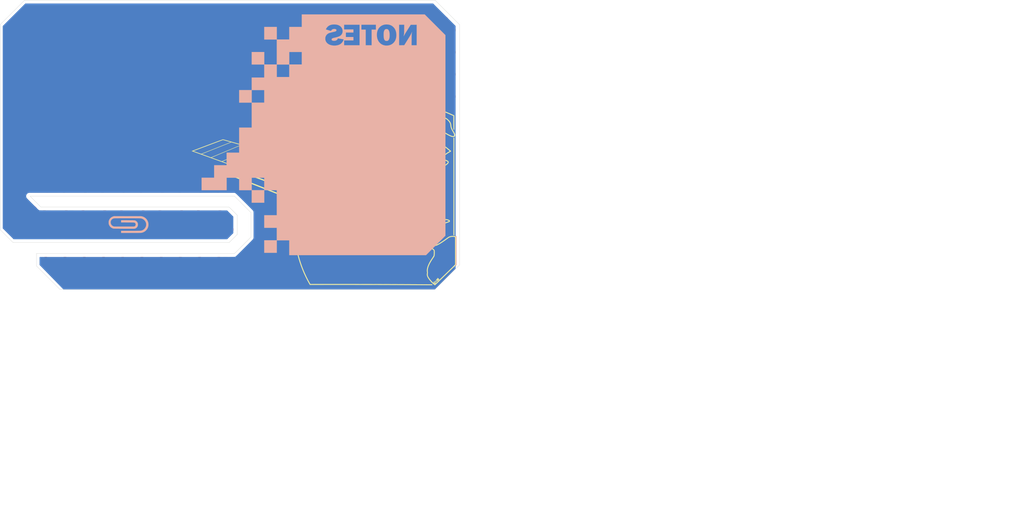
<source format=kicad_pcb>
(kicad_pcb (version 20171130) (host pcbnew "(5.1.5)-3")
  (layers (0 F.Cu signal) (31 B.Cu signal hide) (34 B.Paste user) (35 F.Paste user) (36 B.SilkS user) (37 F.SilkS user) (38 B.Mask user) (39 F.Mask user) (44 Edge.Cuts user))
  (net 0 "")
  (module custom-footprints:globered (layer F.Cu) (at 56.26608 68.70192)
    (fp_text reference Ref** hide)
    (fp_text value Val** hide)
    (fp_poly (pts (xy 11.0871 -1.6383) (xy 10.4775 -1.6383) (xy 10.4775 -3.1496) (xy 11.0871 -3.1496) (xy 11.0871 -1.6383)) (layer F.Cu) (width 0.01))
    (fp_poly (pts (xy 12.0142 -3.1496) (xy 12.3063 -3.1496) (xy 12.3063 -2.7559) (xy 12.0142 -2.7559) (xy 12.0142 -2.458277) (xy 12.014703 -2.372088) (xy 12.016116 -2.292931) (xy 12.01829 -2.224835) (xy 12.021078 -2.17183) (xy 12.024331 -2.137947) (xy 12.026292 -2.128849) (xy 12.051446 -2.093805) (xy 12.095295 -2.073165) (xy 12.158676 -2.066739) (xy 12.242427 -2.074334) (xy 12.255297 -2.076416) (xy 12.3063 -2.085033) (xy 12.3063 -1.654345) (xy 12.252325 -1.645984) (xy 12.189933 -1.638827) (xy 12.114101 -1.633947) (xy 12.031329 -1.631367) (xy 11.948117 -1.631112) (xy 11.870966 -1.633205) (xy 11.806375 -1.637671) (xy 11.762304 -1.644191) (xy 11.662875 -1.676477) (xy 11.582833 -1.724232) (xy 11.520998 -1.788754) (xy 11.476189 -1.871338) (xy 11.447225 -1.97328) (xy 11.443572 -1.993977) (xy 11.439932 -2.029218) (xy 11.436661 -2.085418) (xy 11.433901 -2.158137) (xy 11.431794 -2.242937) (xy 11.430481 -2.335377) (xy 11.430095 -2.416175) (xy 11.43 -2.7559) (xy 11.2141 -2.7559) (xy 11.2141 -3.1496) (xy 11.426462 -3.1496) (xy 11.43447 -3.216275) (xy 11.43752 -3.254607) (xy 11.440053 -3.311027) (xy 11.441822 -3.378228) (xy 11.442579 -3.4489) (xy 11.442589 -3.455693) (xy 11.4427 -3.628436) (xy 11.547475 -3.636592) (xy 11.600941 -3.639697) (xy 11.671062 -3.642271) (xy 11.749096 -3.644061) (xy 11.8263 -3.644816) (xy 11.833225 -3.644824) (xy 12.0142 -3.6449) (xy 12.0142 -3.1496)) (layer F.Cu) (width 0.01))
    (fp_poly (pts (xy 4.2037 -3.2512) (xy 3.6068 -3.2512) (xy 3.6068 -3.7211) (xy 4.2037 -3.7211) (xy 4.2037 -3.2512)) (layer F.Cu) (width 0.01))
    (fp_poly (pts (xy 4.637746 -3.146653) (xy 4.94665 -3.14325) (xy 5.073632 -2.765148) (xy 5.200614 -2.387045) (xy 5.327476 -2.768323) (xy 5.454337 -3.1496) (xy 5.667218 -3.1496) (xy 5.74977 -3.149134) (xy 5.809616 -3.147602) (xy 5.849434 -3.144803) (xy 5.871904 -3.140539) (xy 5.879704 -3.134608) (xy 5.879781 -3.133725) (xy 5.875449 -3.119286) (xy 5.86307 -3.083106) (xy 5.843396 -3.027273) (xy 5.817179 -2.953875) (xy 5.78517 -2.864998) (xy 5.748123 -2.762729) (xy 5.706788 -2.649157) (xy 5.661918 -2.526367) (xy 5.614264 -2.396447) (xy 5.608679 -2.38125) (xy 5.337895 -1.64465) (xy 5.113412 -1.641181) (xy 5.028254 -1.640294) (xy 4.965635 -1.640746) (xy 4.922721 -1.642694) (xy 4.896678 -1.646294) (xy 4.884673 -1.651703) (xy 4.883319 -1.653881) (xy 4.877975 -1.668402) (xy 4.864536 -1.704595) (xy 4.843794 -1.760337) (xy 4.816539 -1.833504) (xy 4.783564 -1.921974) (xy 4.74566 -2.023623) (xy 4.703617 -2.136329) (xy 4.658228 -2.257968) (xy 4.612212 -2.38125) (xy 4.564209 -2.509919) (xy 4.518701 -2.632051) (xy 4.476495 -2.745477) (xy 4.438395 -2.848022) (xy 4.405208 -2.937515) (xy 4.37774 -3.011784) (xy 4.356795 -3.068655) (xy 4.34318 -3.105956) (xy 4.337779 -3.121253) (xy 4.328843 -3.150056) (xy 4.637746 -3.146653)) (layer F.Cu) (width 0.01))
    (fp_poly (pts (xy 4.2037 -1.6383) (xy 3.6068 -1.6383) (xy 3.6068 -3.1496) (xy 4.2037 -3.1496) (xy 4.2037 -1.6383)) (layer F.Cu) (width 0.01))
    (fp_poly (pts (xy -2.8448 -2.646067) (xy -2.949575 -2.647009) (xy -3.034012 -2.641599) (xy -3.100178 -2.622319) (xy -3.152264 -2.587155) (xy -3.194464 -2.534093) (xy -3.198471 -2.527437) (xy -3.23215 -2.47015) (xy -3.235969 -2.054225) (xy -3.239787 -1.6383) (xy -3.81 -1.6383) (xy -3.81 -3.1496) (xy -3.3147 -3.1496) (xy -3.313906 -2.90195) (xy -3.283649 -2.963716) (xy -3.234102 -3.045013) (xy -3.174326 -3.104789) (xy -3.101419 -3.14489) (xy -3.012478 -3.167167) (xy -2.955925 -3.172479) (xy -2.8448 -3.178107) (xy -2.8448 -2.646067)) (layer F.Cu) (width 0.01))
    (fp_poly (pts (xy -1.1938 -1.6383) (xy -1.7653 -1.6383) (xy -1.7653 -1.801744) (xy -1.832083 -1.734961) (xy -1.89909 -1.678727) (xy -1.962258 -1.645807) (xy -2.02813 -1.629406) (xy -2.107302 -1.619903) (xy -2.189715 -1.617699) (xy -2.265307 -1.623199) (xy -2.309059 -1.631927) (xy -2.412856 -1.673953) (xy -2.504674 -1.737655) (xy -2.583427 -1.821767) (xy -2.64803 -1.92502) (xy -2.697398 -2.046145) (xy -2.714139 -2.10528) (xy -2.724857 -2.166585) (xy -2.732187 -2.246126) (xy -2.736132 -2.337076) (xy -2.736426 -2.38701) (xy -2.129866 -2.38701) (xy -2.125962 -2.285281) (xy -2.112006 -2.195568) (xy -2.088674 -2.121176) (xy -2.056641 -2.065412) (xy -2.029345 -2.03919) (xy -1.98548 -2.022333) (xy -1.932285 -2.022043) (xy -1.879686 -2.03832) (xy -1.877972 -2.039193) (xy -1.85107 -2.056305) (xy -1.830225 -2.078559) (xy -1.8147 -2.109144) (xy -1.803761 -2.15125) (xy -1.796673 -2.208064) (xy -1.792701 -2.282776) (xy -1.791109 -2.378575) (xy -1.790979 -2.416583) (xy -1.791386 -2.5142) (xy -1.793269 -2.590035) (xy -1.79726 -2.647694) (xy -1.803992 -2.69078) (xy -1.814096 -2.722899) (xy -1.828204 -2.747656) (xy -1.846947 -2.768655) (xy -1.853781 -2.77495) (xy -1.895557 -2.796738) (xy -1.946971 -2.802012) (xy -1.998802 -2.791267) (xy -2.041827 -2.765003) (xy -2.042045 -2.764794) (xy -2.065463 -2.737732) (xy -2.083649 -2.704311) (xy -2.09796 -2.660053) (xy -2.109753 -2.600483) (xy -2.120382 -2.521124) (xy -2.123041 -2.497449) (xy -2.129866 -2.38701) (xy -2.736426 -2.38701) (xy -2.736696 -2.432612) (xy -2.733881 -2.525909) (xy -2.727692 -2.610142) (xy -2.718131 -2.678486) (xy -2.713853 -2.69793) (xy -2.677007 -2.808181) (xy -2.625168 -2.911141) (xy -2.561433 -3.002485) (xy -2.488902 -3.077889) (xy -2.410671 -3.133028) (xy -2.39724 -3.139971) (xy -2.296286 -3.177313) (xy -2.190932 -3.194451) (xy -2.085908 -3.191799) (xy -1.985939 -3.169772) (xy -1.895755 -3.128785) (xy -1.843668 -3.091359) (xy -1.7907 -3.046021) (xy -1.7907 -3.6576) (xy -1.1938 -3.6576) (xy -1.1938 -1.6383)) (layer F.Cu) (width 0.01))
    (fp_poly (pts (xy -9.479665 -3.168238) (xy -9.410421 -3.167231) (xy -9.356864 -3.165005) (xy -9.314138 -3.161166) (xy -9.27739 -3.155314) (xy -9.241765 -3.147053) (xy -9.21385 -3.139323) (xy -9.158288 -3.121375) (xy -9.105167 -3.101002) (xy -9.064844 -3.08222) (xy -9.06072 -3.079895) (xy -9.012181 -3.044834) (xy -8.962392 -2.997943) (xy -8.918458 -2.94685) (xy -8.887485 -2.899183) (xy -8.8826 -2.888696) (xy -8.870981 -2.851701) (xy -8.861364 -2.800166) (xy -8.853642 -2.732379) (xy -8.847705 -2.646633) (xy -8.843446 -2.541217) (xy -8.840756 -2.414422) (xy -8.839525 -2.26454) (xy -8.839421 -2.209294) (xy -8.839092 -2.088438) (xy -8.838174 -1.990142) (xy -8.836552 -1.91157) (xy -8.83411 -1.849886) (xy -8.830734 -1.802255) (xy -8.826307 -1.765842) (xy -8.820715 -1.737809) (xy -8.82015 -1.735599) (xy -8.809911 -1.694379) (xy -8.802996 -1.662894) (xy -8.8011 -1.650381) (xy -8.813401 -1.646447) (xy -8.84872 -1.643173) (xy -8.904681 -1.640659) (xy -8.978907 -1.639006) (xy -9.069023 -1.638315) (xy -9.085189 -1.6383) (xy -9.369277 -1.6383) (xy -9.377149 -1.685925) (xy -9.382663 -1.733116) (xy -9.385152 -1.781623) (xy -9.385161 -1.783268) (xy -9.3853 -1.832985) (xy -9.445625 -1.771667) (xy -9.527077 -1.70634) (xy -9.624611 -1.657523) (xy -9.734227 -1.626182) (xy -9.851921 -1.61328) (xy -9.973691 -1.61978) (xy -10.033 -1.630203) (xy -10.138795 -1.664712) (xy -10.228293 -1.718671) (xy -10.301332 -1.791952) (xy -10.357751 -1.884426) (xy -10.360259 -1.889828) (xy -10.385249 -1.97004) (xy -10.394361 -2.061126) (xy -10.391 -2.105307) (xy -9.779 -2.105307) (xy -9.768042 -2.054017) (xy -9.738005 -2.014713) (xy -9.693149 -1.989351) (xy -9.637731 -1.979888) (xy -9.576009 -1.98828) (xy -9.546818 -1.998614) (xy -9.493382 -2.031679) (xy -9.455777 -2.079769) (xy -9.432913 -2.145115) (xy -9.423703 -2.229948) (xy -9.4234 -2.251522) (xy -9.4234 -2.340253) (xy -9.478606 -2.332686) (xy -9.574728 -2.312023) (xy -9.654721 -2.279429) (xy -9.716571 -2.236429) (xy -9.758259 -2.18455) (xy -9.77777 -2.125319) (xy -9.779 -2.105307) (xy -10.391 -2.105307) (xy -10.387301 -2.153905) (xy -10.370805 -2.220297) (xy -10.338784 -2.28495) (xy -10.288547 -2.351454) (xy -10.225966 -2.413604) (xy -10.156913 -2.465191) (xy -10.119049 -2.486446) (xy -10.012149 -2.529677) (xy -9.881156 -2.566255) (xy -9.726518 -2.596081) (xy -9.548684 -2.619054) (xy -9.509125 -2.622934) (xy -9.4234 -2.630922) (xy -9.4234 -2.681688) (xy -9.429303 -2.724613) (xy -9.450979 -2.759494) (xy -9.460524 -2.769577) (xy -9.483009 -2.789617) (xy -9.505468 -2.800791) (xy -9.536357 -2.805635) (xy -9.584128 -2.806681) (xy -9.584349 -2.806681) (xy -9.660259 -2.801144) (xy -9.716894 -2.783305) (xy -9.758152 -2.751267) (xy -9.78535 -2.708736) (xy -9.794237 -2.689838) (xy -9.802839 -2.675501) (xy -9.814365 -2.665428) (xy -9.832027 -2.659321) (xy -9.859032 -2.656884) (xy -9.898592 -2.657819) (xy -9.953915 -2.66183) (xy -10.028212 -2.66862) (xy -10.121742 -2.677608) (xy -10.207309 -2.685919) (xy -10.270164 -2.693399) (xy -10.312839 -2.701999) (xy -10.33787 -2.713672) (xy -10.347791 -2.730367) (xy -10.345135 -2.754036) (xy -10.332437 -2.786631) (xy -10.314235 -2.825814) (xy -10.254059 -2.925046) (xy -10.174567 -3.009071) (xy -10.078836 -3.074671) (xy -10.073752 -3.077371) (xy -10.015173 -3.106442) (xy -9.961225 -3.128698) (xy -9.90706 -3.145013) (xy -9.84783 -3.156263) (xy -9.778686 -3.163325) (xy -9.694779 -3.167072) (xy -9.591261 -3.168381) (xy -9.56945 -3.168426) (xy -9.479665 -3.168238)) (layer F.Cu) (width 0.01))
    (fp_poly (pts (xy -17.1069 -3.1496) (xy -16.8148 -3.1496) (xy -16.8148 -2.7559) (xy -17.1069 -2.7559) (xy -17.1069 -2.458277) (xy -17.106397 -2.372088) (xy -17.104984 -2.292931) (xy -17.10281 -2.224835) (xy -17.100022 -2.17183) (xy -17.096769 -2.137947) (xy -17.094808 -2.128849) (xy -17.069654 -2.093805) (xy -17.025805 -2.073165) (xy -16.962424 -2.066739) (xy -16.878673 -2.074334) (xy -16.865803 -2.076416) (xy -16.8148 -2.085033) (xy -16.8148 -1.654345) (xy -16.868775 -1.645984) (xy -16.931961 -1.638736) (xy -17.008518 -1.633832) (xy -17.091912 -1.631293) (xy -17.175609 -1.631138) (xy -17.253073 -1.633388) (xy -17.31777 -1.638063) (xy -17.360212 -1.64448) (xy -17.459454 -1.678514) (xy -17.542307 -1.731128) (xy -17.607479 -1.801188) (xy -17.653677 -1.88756) (xy -17.661198 -1.908736) (xy -17.667588 -1.93216) (xy -17.672783 -1.961198) (xy -17.67696 -1.998857) (xy -17.680295 -2.048148) (xy -17.682966 -2.112078) (xy -17.685148 -2.193656) (xy -17.687019 -2.295892) (xy -17.688025 -2.365375) (xy -17.693305 -2.7559) (xy -17.907 -2.7559) (xy -17.907 -3.1496) (xy -17.694424 -3.1496) (xy -17.686552 -3.197225) (xy -17.683739 -3.226838) (xy -17.68135 -3.275903) (xy -17.679585 -3.338473) (xy -17.678642 -3.408602) (xy -17.67854 -3.436643) (xy -17.6784 -3.628436) (xy -17.573625 -3.636592) (xy -17.520159 -3.639697) (xy -17.450038 -3.642271) (xy -17.372004 -3.644061) (xy -17.2948 -3.644816) (xy -17.287875 -3.644824) (xy -17.1069 -3.6449) (xy -17.1069 -3.1496)) (layer F.Cu) (width 0.01))
    (fp_poly (pts (xy -15.74274 -3.167197) (xy -15.615082 -3.143042) (xy -15.501705 -3.101419) (xy -15.399588 -3.041212) (xy -15.305711 -2.961303) (xy -15.3035 -2.9591) (xy -15.221263 -2.862496) (xy -15.160091 -2.756608) (xy -15.116761 -2.635787) (xy -15.114794 -2.628455) (xy -15.1026 -2.573397) (xy -15.092183 -2.509998) (xy -15.084163 -2.444587) (xy -15.079158 -2.383497) (xy -15.077788 -2.333058) (xy -15.080673 -2.299602) (xy -15.082132 -2.294633) (xy -15.08594 -2.289217) (xy -15.094369 -2.284797) (xy -15.109775 -2.281272) (xy -15.134512 -2.278544) (xy -15.170934 -2.276511) (xy -15.221398 -2.275075) (xy -15.288256 -2.274136) (xy -15.373865 -2.273594) (xy -15.480578 -2.273349) (xy -15.586028 -2.2733) (xy -16.081738 -2.2733) (xy -16.074219 -2.209808) (xy -16.058377 -2.133109) (xy -16.030123 -2.077107) (xy -15.987121 -2.039185) (xy -15.927037 -2.016723) (xy -15.897313 -2.011428) (xy -15.8278 -2.012087) (xy -15.763098 -2.031256) (xy -15.70834 -2.065857) (xy -15.66866 -2.112811) (xy -15.650791 -2.159273) (xy -15.644658 -2.18118) (xy -15.632867 -2.190869) (xy -15.607817 -2.191855) (xy -15.584642 -2.189865) (xy -15.5449 -2.186424) (xy -15.489196 -2.182137) (xy -15.423057 -2.17737) (xy -15.35201 -2.172492) (xy -15.281582 -2.167869) (xy -15.2173 -2.163868) (xy -15.164691 -2.160858) (xy -15.129283 -2.159204) (xy -15.120146 -2.159) (xy -15.097687 -2.153692) (xy -15.088523 -2.136166) (xy -15.092852 -2.104021) (xy -15.110873 -2.054858) (xy -15.132753 -2.006917) (xy -15.195351 -1.904838) (xy -15.278384 -1.814294) (xy -15.378484 -1.737954) (xy -15.492287 -1.678485) (xy -15.58925 -1.645296) (xy -15.640256 -1.635496) (xy -15.709124 -1.627542) (xy -15.788362 -1.621771) (xy -15.870477 -1.618521) (xy -15.947978 -1.61813) (xy -16.013372 -1.620933) (xy -16.04645 -1.624728) (xy -16.180498 -1.655665) (xy -16.297437 -1.702513) (xy -16.401475 -1.767369) (xy -16.49095 -1.846303) (xy -16.572894 -1.941287) (xy -16.63323 -2.039318) (xy -16.673708 -2.14488) (xy -16.696078 -2.262459) (xy -16.702163 -2.387471) (xy -16.694416 -2.517951) (xy -16.682257 -2.5781) (xy -16.0782 -2.5781) (xy -15.6845 -2.5781) (xy -15.68452 -2.625725) (xy -15.695971 -2.69413) (xy -15.728013 -2.750799) (xy -15.777271 -2.792413) (xy -15.840371 -2.81565) (xy -15.88135 -2.8194) (xy -15.950846 -2.808157) (xy -16.008428 -2.776639) (xy -16.050722 -2.728167) (xy -16.074354 -2.666063) (xy -16.078181 -2.625725) (xy -16.0782 -2.5781) (xy -16.682257 -2.5781) (xy -16.671124 -2.633173) (xy -16.630281 -2.73937) (xy -16.569885 -2.842772) (xy -16.544117 -2.87897) (xy -16.456949 -2.977941) (xy -16.357196 -3.056278) (xy -16.243776 -3.114467) (xy -16.115611 -3.152996) (xy -15.971622 -3.17235) (xy -15.8877 -3.175) (xy -15.74274 -3.167197)) (layer F.Cu) (width 0.01))
    (fp_poly (pts (xy -31.626175 -3.654479) (xy -31.496992 -3.653196) (xy -31.390468 -3.651923) (xy -31.303863 -3.650512) (xy -31.234437 -3.648816) (xy -31.179449 -3.646687) (xy -31.13616 -3.643978) (xy -31.101829 -3.64054) (xy -31.073715 -3.636225) (xy -31.049079 -3.630886) (xy -31.025181 -3.624374) (xy -31.015674 -3.621547) (xy -30.871579 -3.565634) (xy -30.742946 -3.48977) (xy -30.630382 -3.394606) (xy -30.534495 -3.280795) (xy -30.455893 -3.148989) (xy -30.395184 -2.99984) (xy -30.375889 -2.934887) (xy -30.360366 -2.854674) (xy -30.350982 -2.758036) (xy -30.347813 -2.653213) (xy -30.350936 -2.548444) (xy -30.360428 -2.45197) (xy -30.370865 -2.39395) (xy -30.417341 -2.241531) (xy -30.484223 -2.102437) (xy -30.570396 -1.978288) (xy -30.674741 -1.870703) (xy -30.79115 -1.784399) (xy -30.847399 -1.751437) (xy -30.903636 -1.723671) (xy -30.962576 -1.700683) (xy -31.026933 -1.682053) (xy -31.099419 -1.667364) (xy -31.182748 -1.656198) (xy -31.279635 -1.648135) (xy -31.392793 -1.642757) (xy -31.524935 -1.639646) (xy -31.678775 -1.638383) (xy -31.738646 -1.6383) (xy -32.1437 -1.6383) (xy -32.1437 -3.1877) (xy -31.5087 -3.1877) (xy -31.5087 -2.1209) (xy -31.403925 -2.121179) (xy -31.330147 -2.124536) (xy -31.274962 -2.134766) (xy -31.24808 -2.144658) (xy -31.197767 -2.177017) (xy -31.145793 -2.226214) (xy -31.098503 -2.284978) (xy -31.06224 -2.346042) (xy -31.052535 -2.3687) (xy -31.020652 -2.478813) (xy -31.004713 -2.59228) (xy -31.003911 -2.705523) (xy -31.017437 -2.814963) (xy -31.044484 -2.917021) (xy -31.084242 -3.008119) (xy -31.135906 -3.084677) (xy -31.198665 -3.143118) (xy -31.23197 -3.163413) (xy -31.264806 -3.17648) (xy -31.305421 -3.184113) (xy -31.360892 -3.187375) (xy -31.393895 -3.1877) (xy -31.5087 -3.1877) (xy -32.1437 -3.1877) (xy -32.1437 -3.659375) (xy -31.626175 -3.654479)) (layer F.Cu) (width 0.01))
    (fp_poly (pts (xy 8.0264 -0.0762) (xy 7.4295 -0.0762) (xy 7.4295 -0.5461) (xy 8.0264 -0.5461) (xy 8.0264 -0.0762)) (layer F.Cu) (width 0.01))
    (fp_poly (pts (xy 9.2964 0.534107) (xy 9.217025 0.526015) (xy 9.124636 0.525921) (xy 9.047031 0.546274) (xy 8.98344 0.587441) (xy 8.933098 0.649787) (xy 8.924368 0.665172) (xy 8.916628 0.680579) (xy 8.910421 0.696694) (xy 8.905546 0.716445) (xy 8.901799 0.742761) (xy 8.898978 0.778569) (xy 8.896879 0.826798) (xy 8.895299 0.890377) (xy 8.894037 0.972233) (xy 8.89289 1.075294) (xy 8.892378 1.127125) (xy 8.888407 1.5367) (xy 8.3185 1.5367) (xy 8.3185 0.0254) (xy 8.8138 0.0254) (xy 8.8138 0.283456) (xy 8.852767 0.205475) (xy 8.904459 0.124443) (xy 8.968794 0.064366) (xy 9.047278 0.024375) (xy 9.141417 0.003606) (xy 9.209805 0) (xy 9.2964 0) (xy 9.2964 0.534107)) (layer F.Cu) (width 0.01))
    (fp_poly (pts (xy 8.0264 1.5367) (xy 7.4295 1.5367) (xy 7.4295 0.2286) (xy 8.0264 0.2286) (xy 8.0264 1.5367)) (layer F.Cu) (width 0.01))
    (fp_poly (pts (xy -5.8293 0.173898) (xy -5.776215 0.12489) (xy -5.733222 0.090689) (xy -5.681481 0.056962) (xy -5.65239 0.041116) (xy -5.620683 0.026435) (xy -5.592228 0.01658) (xy -5.560741 0.010599) (xy -5.519937 0.007541) (xy -5.463532 0.006453) (xy -5.4229 0.00635) (xy -5.355047 0.006751) (xy -5.306305 0.008591) (xy -5.270388 0.012822) (xy -5.241013 0.020395) (xy -5.211895 0.032264) (xy -5.193392 0.041124) (xy -5.1054 0.097472) (xy -5.035703 0.17135) (xy -4.994077 0.24044) (xy -4.95935 0.31115) (xy -4.951454 1.5367) (xy -5.5499 1.5367) (xy -5.550203 1.050925) (xy -5.550575 0.940119) (xy -5.551503 0.835517) (xy -5.552915 0.740267) (xy -5.554742 0.657513) (xy -5.556912 0.590401) (xy -5.559354 0.542076) (xy -5.561998 0.515685) (xy -5.562277 0.51435) (xy -5.5766 0.475872) (xy -5.597002 0.44547) (xy -5.601481 0.441325) (xy -5.642804 0.422799) (xy -5.69355 0.421187) (xy -5.745588 0.43505) (xy -5.790784 0.462946) (xy -5.804825 0.477349) (xy -5.809523 0.487019) (xy -5.813508 0.505229) (xy -5.81688 0.534163) (xy -5.819737 0.576002) (xy -5.82218 0.632926) (xy -5.824307 0.707119) (xy -5.826218 0.80076) (xy -5.828012 0.916032) (xy -5.8293 1.014762) (xy -5.83565 1.53035) (xy -6.137275 1.533754) (xy -6.4389 1.537159) (xy -6.4389 -0.4826) (xy -5.8293 -0.4826) (xy -5.8293 0.173898)) (layer F.Cu) (width 0.01))
    (fp_poly (pts (xy -12.860908 0.006683) (xy -12.735676 0.026173) (xy -12.627791 0.059484) (xy -12.534796 0.107411) (xy -12.454234 0.170749) (xy -12.442113 0.182588) (xy -12.407967 0.221012) (xy -12.375049 0.265034) (xy -12.346405 0.309545) (xy -12.325081 0.349436) (xy -12.314123 0.379598) (xy -12.315833 0.394378) (xy -12.330891 0.399315) (xy -12.366681 0.407819) (xy -12.418934 0.418974) (xy -12.483381 0.43186) (xy -12.541077 0.44284) (xy -12.756804 0.483017) (xy -12.795077 0.438511) (xy -12.841496 0.396658) (xy -12.897771 0.370294) (xy -12.969001 0.357544) (xy -13.020268 0.355647) (xy -13.086417 0.360502) (xy -13.138783 0.373647) (xy -13.175258 0.393064) (xy -13.193735 0.416733) (xy -13.192109 0.442636) (xy -13.168272 0.468754) (xy -13.149958 0.479923) (xy -13.12859 0.486404) (xy -13.087098 0.495113) (xy -13.030557 0.505121) (xy -12.964047 0.515498) (xy -12.927708 0.520661) (xy -12.808585 0.537976) (xy -12.711637 0.554333) (xy -12.633695 0.570437) (xy -12.571587 0.586994) (xy -12.522144 0.604706) (xy -12.4968 0.616404) (xy -12.406636 0.675533) (xy -12.335089 0.750302) (xy -12.283492 0.837742) (xy -12.253178 0.93488) (xy -12.245481 1.038746) (xy -12.260751 1.142599) (xy -12.299493 1.245329) (xy -12.359474 1.334204) (xy -12.44058 1.409125) (xy -12.542695 1.469989) (xy -12.665705 1.516697) (xy -12.697853 1.525666) (xy -12.760209 1.537839) (xy -12.840341 1.547446) (xy -12.930724 1.554151) (xy -13.023831 1.557618) (xy -13.112138 1.557509) (xy -13.188119 1.553488) (xy -13.223796 1.549196) (xy -13.358994 1.517346) (xy -13.478295 1.467573) (xy -13.580523 1.400657) (xy -13.6645 1.317376) (xy -13.729048 1.218511) (xy -13.731905 1.21285) (xy -13.753071 1.171075) (xy -13.766907 1.140537) (xy -13.770822 1.118953) (xy -13.762225 1.104041) (xy -13.738526 1.093517) (xy -13.697133 1.085099) (xy -13.635455 1.076504) (xy -13.567053 1.067608) (xy -13.494331 1.057799) (xy -13.428763 1.048641) (xy -13.375214 1.040837) (xy -13.338551 1.035093) (xy -13.325475 1.032658) (xy -13.303003 1.032431) (xy -13.2969 1.047643) (xy -13.285881 1.076741) (xy -13.256739 1.109302) (xy -13.21535 1.140467) (xy -13.167589 1.165376) (xy -13.144702 1.173513) (xy -13.073032 1.188367) (xy -12.996026 1.193638) (xy -12.920724 1.189772) (xy -12.854171 1.177213) (xy -12.803406 1.156409) (xy -12.795966 1.151443) (xy -12.779062 1.128436) (xy -12.780601 1.101795) (xy -12.788166 1.083936) (xy -12.803149 1.069275) (xy -12.828926 1.056636) (xy -12.868876 1.044846) (xy -12.926376 1.03273) (xy -13.004802 1.019114) (xy -13.0302 1.014996) (xy -13.174524 0.989278) (xy -13.295851 0.961615) (xy -13.396574 0.930829) (xy -13.479084 0.895741) (xy -13.545775 0.855175) (xy -13.599037 0.807953) (xy -13.641264 0.752896) (xy -13.669806 0.700054) (xy -13.682894 0.666882) (xy -13.691103 0.631232) (xy -13.695441 0.585985) (xy -13.696912 0.524024) (xy -13.69695 0.508) (xy -13.696354 0.44588) (xy -13.693698 0.401846) (xy -13.687683 0.368592) (xy -13.677011 0.338814) (xy -13.661131 0.306631) (xy -13.598696 0.214748) (xy -13.516895 0.138724) (xy -13.416477 0.078909) (xy -13.298191 0.035653) (xy -13.162788 0.009307) (xy -13.011017 0.000222) (xy -13.005944 0.00022) (xy -12.860908 0.006683)) (layer F.Cu) (width 0.01))
    (fp_poly (pts (xy -19.8374 0.534661) (xy -19.91177 0.526247) (xy -19.987485 0.525616) (xy -20.059873 0.53934) (xy -20.12157 0.565413) (xy -20.157755 0.593259) (xy -20.178565 0.615903) (xy -20.195409 0.637871) (xy -20.208739 0.66207) (xy -20.219004 0.69141) (xy -20.226656 0.7288) (xy -20.232144 0.77715) (xy -20.23592 0.839369) (xy -20.238434 0.918367) (xy -20.240137 1.017052) (xy -20.241432 1.133475) (xy -20.245413 1.5367) (xy -20.8153 1.5367) (xy -20.8153 0.0254) (xy -20.32 0.0254) (xy -20.319106 0.161925) (xy -20.318548 0.221321) (xy -20.317422 0.258159) (xy -20.315146 0.275278) (xy -20.311133 0.275519) (xy -20.304799 0.261722) (xy -20.300776 0.250985) (xy -20.267998 0.18383) (xy -20.22276 0.120418) (xy -20.172128 0.070244) (xy -20.159181 0.060695) (xy -20.096484 0.027054) (xy -20.025018 0.007464) (xy -19.938079 0.000203) (xy -19.923125 0.00007) (xy -19.8374 0) (xy -19.8374 0.534661)) (layer F.Cu) (width 0.01))
    (fp_poly (pts (xy -27.031686 0.008204) (xy -26.902268 0.033518) (xy -26.786962 0.076991) (xy -26.682988 0.139672) (xy -26.587561 0.222611) (xy -26.58745 0.222723) (xy -26.504083 0.324761) (xy -26.441877 0.440319) (xy -26.400708 0.569732) (xy -26.380451 0.713334) (xy -26.378121 0.784225) (xy -26.3779 0.9017) (xy -27.372054 0.9017) (xy -27.364992 0.970121) (xy -27.350542 1.044518) (xy -27.323072 1.098691) (xy -27.279927 1.135601) (xy -27.218455 1.158212) (xy -27.191972 1.163319) (xy -27.12321 1.163863) (xy -27.058486 1.145498) (xy -27.00311 1.111338) (xy -26.962394 1.064494) (xy -26.943411 1.017643) (xy -26.936754 0.994566) (xy -26.925124 0.98422) (xy -26.900824 0.982911) (xy -26.87552 0.985067) (xy -26.834999 0.988584) (xy -26.778606 0.99293) (xy -26.711883 0.997737) (xy -26.640374 1.002638) (xy -26.56962 1.007264) (xy -26.505166 1.011249) (xy -26.452553 1.014226) (xy -26.417326 1.015826) (xy -26.408858 1.016) (xy -26.386062 1.018302) (xy -26.379133 1.030315) (xy -26.382754 1.057275) (xy -26.411294 1.144707) (xy -26.461019 1.232421) (xy -26.528156 1.315976) (xy -26.608932 1.390934) (xy -26.699574 1.452855) (xy -26.734765 1.471527) (xy -26.847372 1.515234) (xy -26.975009 1.545069) (xy -27.110907 1.560192) (xy -27.248297 1.559767) (xy -27.352784 1.547997) (xy -27.491313 1.51297) (xy -27.617066 1.456954) (xy -27.728374 1.381401) (xy -27.823566 1.287762) (xy -27.900973 1.177485) (xy -27.958926 1.052024) (xy -27.973066 1.008986) (xy -27.986766 0.941731) (xy -27.994229 0.858506) (xy -27.995461 0.767962) (xy -27.990468 0.678749) (xy -27.979255 0.599517) (xy -27.978648 0.5969) (xy -27.377407 0.5969) (xy -26.971263 0.5969) (xy -26.979138 0.530405) (xy -26.997435 0.459191) (xy -27.032963 0.406568) (xy -27.085234 0.372923) (xy -27.153762 0.358646) (xy -27.193702 0.358875) (xy -27.259531 0.371089) (xy -27.308393 0.39957) (xy -27.342458 0.44651) (xy -27.363898 0.514103) (xy -27.367503 0.534244) (xy -27.377407 0.5969) (xy -27.978648 0.5969) (xy -27.972748 0.5715) (xy -27.924731 0.441316) (xy -27.853899 0.321908) (xy -27.768749 0.222184) (xy -27.674821 0.140599) (xy -27.574931 0.078965) (xy -27.465473 0.035926) (xy -27.342842 0.010124) (xy -27.20343 0.000204) (xy -27.178 0) (xy -27.031686 0.008204)) (layer F.Cu) (width 0.01))
    (fp_poly (pts (xy -32.7279 -0.0762) (xy -33.3248 -0.0762) (xy -33.3248 -0.5461) (xy -32.7279 -0.5461) (xy -32.7279 -0.0762)) (layer F.Cu) (width 0.01))
    (fp_poly (pts (xy -23.666616 10.393571) (xy -23.578663 10.407638) (xy -23.456175 10.445254) (xy -23.344994 10.502739) (xy -23.248124 10.577851) (xy -23.168574 10.668349) (xy -23.11961 10.749938) (xy -23.098878 10.797068) (xy -23.079713 10.849339) (xy -23.06381 10.900807) (xy -23.052863 10.945524) (xy -23.048569 10.977547) (xy -23.051141 10.990108) (xy -23.06517 10.992975) (xy -23.099899 10.997185) (xy -23.150696 11.002253) (xy -23.212926 11.007696) (xy -23.241 11.009949) (xy -23.313919 11.015782) (xy -23.384425 11.021656) (xy -23.445431 11.026966) (xy -23.489854 11.031106) (xy -23.497093 11.031841) (xy -23.569035 11.039335) (xy -23.591113 10.960649) (xy -23.614936 10.898993) (xy -23.646795 10.849558) (xy -23.683041 10.816908) (xy -23.715052 10.805724) (xy -23.78022 10.809937) (xy -23.831134 10.833893) (xy -23.86953 10.878926) (xy -23.896863 10.945405) (xy -23.905402 10.982413) (xy -23.910684 11.026306) (xy -23.913018 11.082363) (xy -23.912711 11.155865) (xy -23.911693 11.199757) (xy -23.909173 11.27538) (xy -23.905943 11.330723) (xy -23.901292 11.370907) (xy -23.894511 11.401054) (xy -23.884888 11.426283) (xy -23.878471 11.439263) (xy -23.839051 11.491077) (xy -23.788409 11.52222) (xy -23.731047 11.531379) (xy -23.671468 11.517242) (xy -23.649837 11.50589) (xy -23.614604 11.473411) (xy -23.583802 11.426352) (xy -23.563496 11.375477) (xy -23.558779 11.344275) (xy -23.554175 11.324278) (xy -23.536013 11.316623) (xy -23.517225 11.315855) (xy -23.48882 11.317006) (xy -23.443283 11.320028) (xy -23.38544 11.324486) (xy -23.320118 11.329943) (xy -23.25214 11.335962) (xy -23.186333 11.342108) (xy -23.127523 11.347943) (xy -23.080535 11.353032) (xy -23.050194 11.356938) (xy -23.041153 11.358913) (xy -23.040793 11.374282) (xy -23.047524 11.407182) (xy -23.059502 11.451368) (xy -23.074883 11.500597) (xy -23.091821 11.548622) (xy -23.108471 11.5892) (xy -23.110426 11.593408) (xy -23.155265 11.667386) (xy -23.217448 11.741562) (xy -23.289957 11.808953) (xy -23.365774 11.862574) (xy -23.398567 11.880099) (xy -23.453071 11.903498) (xy -23.509531 11.923837) (xy -23.555768 11.93673) (xy -23.555951 11.936768) (xy -23.612965 11.944441) (xy -23.686511 11.9485) (xy -23.768304 11.949067) (xy -23.850059 11.94626) (xy -23.923491 11.940201) (xy -23.980315 11.93101) (xy -23.98211 11.930583) (xy -24.060432 11.904641) (xy -24.145145 11.86515) (xy -24.225805 11.817578) (xy -24.289394 11.76968) (xy -24.37374 11.679013) (xy -24.440684 11.572804) (xy -24.489718 11.454477) (xy -24.520337 11.327455) (xy -24.532035 11.19516) (xy -24.524306 11.061016) (xy -24.496644 10.928445) (xy -24.448544 10.800871) (xy -24.436269 10.77595) (xy -24.367298 10.668526) (xy -24.280176 10.576774) (xy -24.177598 10.501849) (xy -24.062258 10.444909) (xy -23.936852 10.407111) (xy -23.804073 10.389613) (xy -23.666616 10.393571)) (layer F.Cu) (width 0.01))
    (fp_poly (pts (xy -30.9245 10.581648) (xy -30.854608 10.51777) (xy -30.790034 10.465834) (xy -30.72494 10.430053) (xy -30.652785 10.408151) (xy -30.567025 10.397853) (xy -30.5054 10.396297) (xy -30.436415 10.397483) (xy -30.384809 10.401768) (xy -30.342644 10.410241) (xy -30.30198 10.423989) (xy -30.301193 10.4243) (xy -30.214043 10.470186) (xy -30.144404 10.533073) (xy -30.089389 10.615652) (xy -30.083659 10.626959) (xy -30.04185 10.711853) (xy -30.037896 11.318576) (xy -30.033941 11.9253) (xy -30.631072 11.9253) (xy -30.634911 11.414125) (xy -30.635988 11.279212) (xy -30.637216 11.167409) (xy -30.638913 11.076422) (xy -30.641392 11.003962) (xy -30.644972 10.947737) (xy -30.649966 10.905456) (xy -30.65669 10.874828) (xy -30.665462 10.853561) (xy -30.676595 10.839366) (xy -30.690407 10.82995) (xy -30.707212 10.823023) (xy -30.716822 10.819782) (xy -30.77352 10.813801) (xy -30.829757 10.832119) (xy -30.881097 10.872291) (xy -30.918082 10.910896) (xy -30.927298 11.9253) (xy -31.5214 11.9253) (xy -31.5214 9.906) (xy -30.9245 9.906) (xy -30.9245 10.581648)) (layer F.Cu) (width 0.01))
    (fp_poly (pts (xy 38.262563 5.040579) (xy 38.2651 5.040817) (xy 38.354216 5.049874) (xy 38.441825 5.060275) (xy 38.530474 5.072521) (xy 38.622712 5.08711) (xy 38.721086 5.104541) (xy 38.828144 5.125314) (xy 38.946434 5.149926) (xy 39.078504 5.178876) (xy 39.226902 5.212665) (xy 39.394176 5.25179) (xy 39.582873 5.296751) (xy 39.63035 5.308157) (xy 39.791893 5.346748) (xy 39.932417 5.379658) (xy 40.05548 5.407619) (xy 40.164637 5.431363) (xy 40.263448 5.45162) (xy 40.35547 5.469122) (xy 40.44426 5.484601) (xy 40.533377 5.498787) (xy 40.618525 5.511299) (xy 40.858321 5.555329) (xy 41.092913 5.617874) (xy 41.320338 5.69769) (xy 41.538631 5.793533) (xy 41.74583 5.904159) (xy 41.939971 6.028325) (xy 42.119091 6.164785) (xy 42.281226 6.312297) (xy 42.424414 6.469616) (xy 42.546691 6.635499) (xy 42.636717 6.790066) (xy 42.679146 6.876982) (xy 42.712408 6.955862) (xy 42.738181 7.032903) (xy 42.758149 7.114302) (xy 42.773992 7.206256) (xy 42.78739 7.314962) (xy 42.792383 7.363927) (xy 42.803825 7.463878) (xy 42.818548 7.556889) (xy 42.837741 7.646058) (xy 42.862596 7.734486) (xy 42.894302 7.825274) (xy 42.93405 7.921522) (xy 42.983031 8.026331) (xy 43.042434 8.1428) (xy 43.113451 8.274029) (xy 43.197271 8.423121) (xy 43.202789 8.4328) (xy 43.283654 8.577294) (xy 43.350594 8.70335) (xy 43.404473 8.813179) (xy 43.446152 8.908996) (xy 43.476496 8.993011) (xy 43.496366 9.067438) (xy 43.506626 9.134491) (xy 43.508139 9.19638) (xy 43.507104 9.213185) (xy 43.487673 9.311939) (xy 43.447397 9.400286) (xy 43.388532 9.474913) (xy 43.313334 9.532512) (xy 43.276802 9.551104) (xy 43.230268 9.565736) (xy 43.169251 9.577125) (xy 43.10343 9.584229) (xy 43.042482 9.586005) (xy 42.996085 9.581413) (xy 42.99585 9.581359) (xy 42.969324 9.575622) (xy 42.928784 9.567194) (xy 42.9006 9.561457) (xy 42.793331 9.534002) (xy 42.668643 9.491808) (xy 42.528976 9.43597) (xy 42.376769 9.367582) (xy 42.214465 9.287738) (xy 42.044502 9.197535) (xy 41.875004 9.101394) (xy 41.652263 8.967398) (xy 41.420304 8.820959) (xy 41.183735 8.665287) (xy 40.947165 8.503594) (xy 40.715201 8.339091) (xy 40.492451 8.17499) (xy 40.283523 8.0145) (xy 40.093027 7.860833) (xy 40.084214 7.853508) (xy 39.830583 7.650258) (xy 39.584823 7.469604) (xy 39.345313 7.310582) (xy 39.110436 7.172227) (xy 38.878571 7.053576) (xy 38.6481 6.953664) (xy 38.456392 6.884174) (xy 38.311602 6.839989) (xy 38.165883 6.803424) (xy 38.01414 6.773575) (xy 37.851277 6.749539) (xy 37.6722 6.730414) (xy 37.52215 6.718609) (xy 37.386593 6.70792) (xy 37.273 6.695418) (xy 37.177944 6.680016) (xy 37.097999 6.660627) (xy 37.029739 6.636166) (xy 36.969737 6.605545) (xy 36.914569 6.567679) (xy 36.860806 6.52148) (xy 36.841243 6.502705) (xy 36.788674 6.445021) (xy 36.744265 6.384677) (xy 36.71129 6.32701) (xy 36.693022 6.27736) (xy 36.690424 6.256784) (xy 36.684876 6.250146) (xy 36.667836 6.263959) (xy 36.641601 6.294884) (xy 36.547305 6.398097) (xy 36.431937 6.497769) (xy 36.299824 6.590651) (xy 36.155294 6.673495) (xy 36.102895 6.699366) (xy 35.939856 6.767746) (xy 35.764923 6.825079) (xy 35.58273 6.870671) (xy 35.397913 6.903826) (xy 35.215107 6.923852) (xy 35.038948 6.930055) (xy 34.87407 6.921741) (xy 34.745434 6.902573) (xy 34.648353 6.874471) (xy 34.570984 6.834354) (xy 34.51442 6.783215) (xy 34.479753 6.722044) (xy 34.468074 6.651833) (xy 34.468078 6.650798) (xy 34.473505 6.606808) (xy 34.490573 6.561879) (xy 34.521382 6.512862) (xy 34.568036 6.456604) (xy 34.632636 6.389956) (xy 34.659306 6.364135) (xy 34.710449 6.314171) (xy 34.756673 6.267065) (xy 34.793975 6.227041) (xy 34.818353 6.198319) (xy 34.823764 6.19066) (xy 34.83802 6.156406) (xy 34.852096 6.102243) (xy 34.864627 6.033631) (xy 34.867002 6.017423) (xy 34.876392 5.957765) (xy 34.886685 5.903954) (xy 34.896395 5.863255) (xy 34.901801 5.847023) (xy 34.935429 5.783519) (xy 34.979527 5.726068) (xy 35.03704 5.672228) (xy 35.110917 5.619559) (xy 35.204104 5.565617) (xy 35.29965 5.517447) (xy 35.523938 5.421882) (xy 35.750399 5.349314) (xy 35.976727 5.300343) (xy 36.20062 5.27557) (xy 36.233254 5.274003) (xy 36.308986 5.271624) (xy 36.366793 5.271791) (xy 36.414072 5.275038) (xy 36.458219 5.281898) (xy 36.506628 5.292906) (xy 36.511266 5.294072) (xy 36.568398 5.310701) (xy 36.623284 5.330356) (xy 36.665656 5.349288) (xy 36.67178 5.352689) (xy 36.734209 5.399304) (xy 36.789082 5.45907) (xy 36.83235 5.525893) (xy 36.859962 5.593678) (xy 36.8681 5.648071) (xy 36.870193 5.66082) (xy 36.878476 5.660075) (xy 36.895954 5.643719) (xy 36.925634 5.609637) (xy 36.929924 5.604534) (xy 36.971241 5.557936) (xy 37.02392 5.502464) (xy 37.084056 5.441842) (xy 37.147743 5.379793) (xy 37.211074 5.320043) (xy 37.270143 5.266314) (xy 37.321045 5.222331) (xy 37.359872 5.191819) (xy 37.370079 5.184889) (xy 37.479294 5.128587) (xy 37.608131 5.084573) (xy 37.753733 5.053305) (xy 37.913244 5.035243) (xy 38.083806 5.030848) (xy 38.262563 5.040579)) (layer F.Cu) (width 0.01))
    (fp_poly (pts (xy -6.858 25.4635) (xy -7.4549 25.4635) (xy -7.4549 24.9936) (xy -6.858 24.9936) (xy -6.858 25.4635)) (layer F.Cu) (width 0.01))
    (fp_poly (pts (xy 37.618328 23.71927) (xy 37.80461 23.739267) (xy 37.998817 23.772377) (xy 38.199182 23.818666) (xy 38.39845 23.876447) (xy 38.563165 23.932327) (xy 38.733341 23.996796) (xy 38.911117 24.070851) (xy 39.098631 24.155487) (xy 39.298022 24.251699) (xy 39.511427 24.360483) (xy 39.740986 24.482834) (xy 39.957673 24.602302) (xy 40.093402 24.678091) (xy 40.209077 24.742507) (xy 40.306767 24.79665) (xy 40.388546 24.841619) (xy 40.456485 24.878515) (xy 40.512654 24.908438) (xy 40.559125 24.932487) (xy 40.59797 24.951764) (xy 40.631261 24.967367) (xy 40.661067 24.980397) (xy 40.689462 24.991954) (xy 40.696826 24.994837) (xy 40.738772 25.010557) (xy 40.775407 25.021743) (xy 40.810092 25.027758) (xy 40.846186 25.027971) (xy 40.887051 25.021746) (xy 40.936046 25.008451) (xy 40.996532 24.987451) (xy 41.071869 24.958113) (xy 41.165417 24.919802) (xy 41.2242 24.895364) (xy 41.326887 24.855303) (xy 41.41653 24.827274) (xy 41.501437 24.809559) (xy 41.589921 24.80044) (xy 41.690292 24.798199) (xy 41.6941 24.798224) (xy 41.799322 24.801814) (xy 41.894122 24.812006) (xy 41.987527 24.830416) (xy 42.088568 24.858665) (xy 42.157467 24.881303) (xy 42.276562 24.926189) (xy 42.371771 24.971632) (xy 42.444595 25.018905) (xy 42.496538 25.069281) (xy 42.529103 25.124035) (xy 42.543792 25.184439) (xy 42.545 25.209722) (xy 42.538496 25.263484) (xy 42.517795 25.311883) (xy 42.481112 25.356232) (xy 42.426664 25.397845) (xy 42.352667 25.438034) (xy 42.257336 25.478113) (xy 42.138886 25.519396) (xy 42.113082 25.527654) (xy 42.037962 25.552491) (xy 41.95934 25.580302) (xy 41.886435 25.607725) (xy 41.828471 25.631396) (xy 41.82745 25.631842) (xy 41.765986 25.658201) (xy 41.70178 25.684872) (xy 41.645889 25.707284) (xy 41.6306 25.713178) (xy 41.458347 25.766901) (xy 41.272792 25.803381) (xy 41.08001 25.821792) (xy 40.886076 25.821313) (xy 40.84955 25.819015) (xy 40.659761 25.796802) (xy 40.464973 25.757176) (xy 40.263565 25.699555) (xy 40.053914 25.623358) (xy 39.834399 25.528002) (xy 39.6034 25.412907) (xy 39.389695 25.295038) (xy 39.11466 25.143497) (xy 38.850383 25.011284) (xy 38.593211 24.896811) (xy 38.339493 24.798489) (xy 38.085577 24.714727) (xy 37.996157 24.688606) (xy 37.850831 24.649856) (xy 37.701687 24.614951) (xy 37.543611 24.582871) (xy 37.371493 24.552595) (xy 37.180218 24.523101) (xy 37.134978 24.516604) (xy 37.015147 24.499193) (xy 36.917637 24.483928) (xy 36.839532 24.470084) (xy 36.777917 24.456935) (xy 36.729875 24.443755) (xy 36.692492 24.429818) (xy 36.66285 24.414398) (xy 36.638035 24.396769) (xy 36.631461 24.391258) (xy 36.608203 24.369922) (xy 36.593906 24.350549) (xy 36.585877 24.325826) (xy 36.581425 24.288443) (xy 36.578853 24.248373) (xy 36.579074 24.159316) (xy 36.592926 24.085712) (xy 36.622957 24.020163) (xy 36.671714 23.955268) (xy 36.684714 23.940875) (xy 36.766033 23.870941) (xy 36.867649 23.813656) (xy 36.987795 23.769084) (xy 37.124703 23.737293) (xy 37.276607 23.71835) (xy 37.441737 23.71232) (xy 37.618328 23.71927)) (layer F.Cu) (width 0.01))
    (fp_poly (pts (xy -8.636 27.0764) (xy -9.2329 27.0764) (xy -9.2329 25.0571) (xy -8.636 25.0571) (xy -8.636 27.0764)) (layer F.Cu) (width 0.01))
    (fp_poly (pts (xy -24.892 27.0764) (xy -25.4635 27.0764) (xy -25.4635 26.5303) (xy -24.892 26.5303) (xy -24.892 27.0764)) (layer F.Cu) (width 0.01))
    (fp_poly (pts (xy -31.2293 25.5651) (xy -30.9372 25.5651) (xy -30.9372 25.9588) (xy -31.2293 25.9588) (xy -31.2293 26.263002) (xy -31.228625 26.38055) (xy -31.226606 26.473455) (xy -31.22325 26.541519) (xy -31.218567 26.584546) (xy -31.214729 26.599185) (xy -31.186143 26.632395) (xy -31.138286 26.649689) (xy -31.071822 26.650898) (xy -31.033953 26.645793) (xy -30.991312 26.638584) (xy -30.959238 26.633561) (xy -30.945685 26.6319) (xy -30.942892 26.643909) (xy -30.940486 26.677181) (xy -30.93863 26.727577) (xy -30.937489 26.790959) (xy -30.9372 26.846358) (xy -30.9372 27.060817) (xy -30.978475 27.068644) (xy -31.015353 27.073206) (xy -31.070296 27.077003) (xy -31.137507 27.079941) (xy -31.211188 27.081925) (xy -31.285541 27.082862) (xy -31.35477 27.082656) (xy -31.413076 27.081216) (xy -31.454662 27.078445) (xy -31.467175 27.076574) (xy -31.570685 27.04377) (xy -31.655738 26.993544) (xy -31.722205 26.926034) (xy -31.769953 26.841373) (xy -31.798852 26.739697) (xy -31.800198 26.731746) (xy -31.80373 26.697199) (xy -31.806908 26.641604) (xy -31.809599 26.569314) (xy -31.811669 26.484679) (xy -31.812981 26.392051) (xy -31.813405 26.304875) (xy -31.8135 25.9588) (xy -32.0294 25.9588) (xy -32.0294 25.5651) (xy -31.817228 25.5651) (xy -31.809014 25.467933) (xy -31.805483 25.412276) (xy -31.802713 25.342175) (xy -31.801079 25.268584) (xy -31.8008 25.228628) (xy -31.8008 25.086488) (xy -31.589222 25.078144) (xy -31.511889 25.075273) (xy -31.437369 25.072829) (xy -31.372008 25.070997) (xy -31.32215 25.069962) (xy -31.303472 25.0698) (xy -31.2293 25.0698) (xy -31.2293 25.5651)) (layer F.Cu) (width 0.01))
    (fp_poly (pts (xy -10.167349 25.544146) (xy -10.033985 25.562207) (xy -9.915003 25.597833) (xy -9.807581 25.651991) (xy -9.7089 25.725651) (xy -9.665259 25.766757) (xy -9.584169 25.859252) (xy -9.523707 25.954633) (xy -9.482389 26.057032) (xy -9.458729 26.170583) (xy -9.451243 26.299421) (xy -9.452554 26.35885) (xy -9.463128 26.48027) (xy -9.485359 26.583924) (xy -9.521606 26.675683) (xy -9.574229 26.761418) (xy -9.645587 26.847) (xy -9.651111 26.852889) (xy -9.754263 26.945546) (xy -9.868305 27.015805) (xy -9.974855 27.058831) (xy -10.052995 27.077714) (xy -10.147198 27.090871) (xy -10.249029 27.097926) (xy -10.35005 27.098504) (xy -10.441825 27.092227) (xy -10.501535 27.082336) (xy -10.62969 27.040291) (xy -10.747273 26.976428) (xy -10.852004 26.89294) (xy -10.941603 26.792018) (xy -11.013788 26.675854) (xy -11.066281 26.54664) (xy -11.069311 26.53665) (xy -11.085584 26.45611) (xy -11.092847 26.361102) (xy -11.091839 26.298698) (xy -10.455455 26.298698) (xy -10.452583 26.420975) (xy -10.450886 26.44775) (xy -10.439727 26.545968) (xy -10.420876 26.621463) (xy -10.393143 26.676065) (xy -10.355336 26.711604) (xy -10.306265 26.72991) (xy -10.264976 26.733452) (xy -10.218133 26.727279) (xy -10.179532 26.704926) (xy -10.171789 26.698285) (xy -10.144082 26.665443) (xy -10.122652 26.620436) (xy -10.106736 26.560173) (xy -10.095573 26.481567) (xy -10.088401 26.381531) (xy -10.087257 26.355693) (xy -10.086237 26.22627) (xy -10.094554 26.120258) (xy -10.112235 26.037437) (xy -10.129697 25.994102) (xy -10.163177 25.954658) (xy -10.210676 25.930031) (xy -10.265126 25.920873) (xy -10.31946 25.927841) (xy -10.36661 25.951588) (xy -10.385637 25.970399) (xy -10.414527 26.022793) (xy -10.436047 26.096828) (xy -10.449816 26.189722) (xy -10.455455 26.298698) (xy -11.091839 26.298698) (xy -11.091227 26.260858) (xy -11.08085 26.16461) (xy -11.063154 26.0858) (xy -11.011982 25.956436) (xy -10.942266 25.844023) (xy -10.852845 25.746989) (xy -10.758845 25.674342) (xy -10.660309 25.617938) (xy -10.557489 25.578402) (xy -10.444186 25.553884) (xy -10.317916 25.542681) (xy -10.167349 25.544146)) (layer F.Cu) (width 0.01))
    (fp_poly (pts (xy -23.853635 25.542241) (xy -23.766615 25.549612) (xy -23.71221 25.559225) (xy -23.590541 25.60044) (xy -23.481492 25.662698) (xy -23.387153 25.743929) (xy -23.309608 25.842064) (xy -23.250946 25.955033) (xy -23.221105 26.046227) (xy -23.210513 26.093897) (xy -23.208367 26.122239) (xy -23.214381 26.135775) (xy -23.215397 26.136474) (xy -23.23251 26.140406) (xy -23.270423 26.145453) (xy -23.324589 26.151126) (xy -23.39046 26.156934) (xy -23.441993 26.160882) (xy -23.515778 26.16642) (xy -23.583372 26.171915) (xy -23.639527 26.176909) (xy -23.678999 26.180944) (xy -23.69323 26.182836) (xy -23.718097 26.185396) (xy -23.731037 26.177833) (xy -23.738211 26.154067) (xy -23.741388 26.135282) (xy -23.760994 26.067358) (xy -23.794281 26.010846) (xy -23.837626 25.969819) (xy -23.887403 25.948351) (xy -23.90967 25.946147) (xy -23.946167 25.955941) (xy -23.986368 25.980729) (xy -24.020768 26.013812) (xy -24.034189 26.033913) (xy -24.05151 26.083062) (xy -24.064342 26.150886) (xy -24.072453 26.231022) (xy -24.075613 26.317106) (xy -24.073592 26.402773) (xy -24.066159 26.481659) (xy -24.053083 26.5474) (xy -24.052816 26.548349) (xy -24.025716 26.605261) (xy -23.983114 26.649372) (xy -23.93087 26.674916) (xy -23.92215 26.676869) (xy -23.861444 26.676575) (xy -23.807655 26.653268) (xy -23.763296 26.608952) (xy -23.730883 26.545631) (xy -23.722411 26.517748) (xy -23.71163 26.480216) (xy -23.701323 26.462013) (xy -23.686839 26.457594) (xy -23.673458 26.459393) (xy -23.650038 26.462447) (xy -23.606411 26.466853) (xy -23.547707 26.47214) (xy -23.479053 26.477836) (xy -23.434727 26.481293) (xy -23.364167 26.487156) (xy -23.302032 26.493254) (xy -23.252958 26.499057) (xy -23.221583 26.504038) (xy -23.21288 26.506581) (xy -23.205059 26.525328) (xy -23.207257 26.561928) (xy -23.218301 26.611431) (xy -23.23702 26.668888) (xy -23.262241 26.729351) (xy -23.268989 26.743468) (xy -23.31539 26.819142) (xy -23.377654 26.89415) (xy -23.448511 26.960864) (xy -23.520689 27.01166) (xy -23.529147 27.016352) (xy -23.626469 27.057068) (xy -23.739416 27.085007) (xy -23.86124 27.099415) (xy -23.985191 27.099539) (xy -24.104522 27.084626) (xy -24.1173 27.081987) (xy -24.244366 27.042293) (xy -24.358524 26.981871) (xy -24.458261 26.902691) (xy -24.542063 26.806725) (xy -24.608418 26.695945) (xy -24.655811 26.572323) (xy -24.682729 26.43783) (xy -24.68858 26.337742) (xy -24.678173 26.193004) (xy -24.647227 26.057807) (xy -24.597166 25.9341) (xy -24.529414 25.823834) (xy -24.445394 25.728956) (xy -24.34653 25.651415) (xy -24.234247 25.593162) (xy -24.118965 25.557991) (xy -24.03971 25.5464) (xy -23.947967 25.54116) (xy -23.853635 25.542241)) (layer F.Cu) (width 0.01))
    (fp_poly (pts (xy -7.193915 -15.059026) (xy -7.015745 -14.75105) (xy -5.943098 -14.748274) (xy -4.87045 -14.745498) (xy -4.515592 -15.367) (xy -4.277096 -15.367) (xy -4.202418 -15.366686) (xy -4.137307 -15.36581) (xy -4.085687 -15.364476) (xy -4.051483 -15.362786) (xy -4.038616 -15.360843) (xy -4.0386 -15.360771) (xy -4.044736 -15.348738) (xy -4.062206 -15.317201) (xy -4.089604 -15.26863) (xy -4.125525 -15.205495) (xy -4.168563 -15.130266) (xy -4.217312 -15.045414) (xy -4.270368 -14.953409) (xy -4.27307 -14.948732) (xy -4.50754 -14.542921) (xy -4.097674 -13.834186) (xy -4.022236 -13.703718) (xy -3.947176 -13.573869) (xy -3.874038 -13.447308) (xy -3.804363 -13.326705) (xy -3.739694 -13.214731) (xy -3.681571 -13.114054) (xy -3.631537 -13.027344) (xy -3.591134 -12.957273) (xy -3.561904 -12.906508) (xy -3.561828 -12.906375) (xy -3.435848 -12.687301) (xy -2.36036 -12.6873) (xy -1.284872 -12.6873) (xy -1.254412 -12.741275) (xy -1.243342 -12.760634) (xy -1.220596 -12.800194) (xy -1.187207 -12.858163) (xy -1.14421 -12.932752) (xy -1.092636 -13.022169) (xy -1.03352 -13.124624) (xy -0.967894 -13.238325) (xy -0.896792 -13.361481) (xy -0.821247 -13.492302) (xy -0.742292 -13.628997) (xy -0.71951 -13.668433) (xy -0.627086 -13.828511) (xy -0.546652 -13.968084) (xy -0.47742 -14.0886) (xy -0.418606 -14.191507) (xy -0.369422 -14.278254) (xy -0.329084 -14.350288) (xy -0.296804 -14.409058) (xy -0.271798 -14.456013) (xy -0.253279 -14.4926) (xy -0.240461 -14.520268) (xy -0.232558 -14.540464) (xy -0.228784 -14.554639) (xy -0.228354 -14.564238) (xy -0.230158 -14.570133) (xy -0.240048 -14.58783) (xy -0.261014 -14.624638) (xy -0.291408 -14.677686) (xy -0.329581 -14.744104) (xy -0.373884 -14.82102) (xy -0.422667 -14.905564) (xy -0.450796 -14.95425) (xy -0.501344 -15.041769) (xy -0.548322 -15.123241) (xy -0.590081 -15.195794) (xy -0.62497 -15.256557) (xy -0.651341 -15.30266) (xy -0.667542 -15.331229) (xy -0.671519 -15.338425) (xy -0.686694 -15.367) (xy -0.206957 -15.367) (xy -0.029292 -15.059025) (xy 0.148374 -14.75105) (xy 2.29235 -14.745054) (xy 2.47015 -15.055658) (xy 2.64795 -15.366263) (xy 2.887433 -15.366632) (xy 2.974242 -15.366407) (xy 3.038278 -15.36531) (xy 3.082159 -15.363169) (xy 3.108502 -15.359807) (xy 3.119926 -15.355053) (xy 3.120587 -15.351125) (xy 3.112922 -15.336777) (xy 3.093963 -15.303093) (xy 3.065208 -15.252683) (xy 3.028156 -15.188157) (xy 2.984303 -15.112123) (xy 2.935149 -15.027191) (xy 2.889125 -14.9479) (xy 2.836789 -14.857511) (xy 2.788726 -14.773846) (xy 2.746392 -14.699488) (xy 2.711242 -14.637022) (xy 2.684733 -14.589032) (xy 2.668318 -14.558102) (xy 2.66338 -14.547047) (xy 2.669492 -14.534232) (xy 2.687398 -14.501072) (xy 2.71617 -14.449204) (xy 2.754877 -14.380265) (xy 2.802589 -14.295892) (xy 2.858377 -14.197724) (xy 2.921311 -14.087397) (xy 2.990461 -13.966548) (xy 3.064897 -13.836816) (xy 3.14369 -13.699837) (xy 3.195108 -13.610627) (xy 3.72745 -12.68771) (xy 5.87769 -12.6873) (xy 6.400045 -13.589391) (xy 6.480783 -13.728898) (xy 6.558027 -13.862514) (xy 6.630804 -13.988545) (xy 6.698137 -14.105296) (xy 6.759053 -14.211072) (xy 6.812577 -14.30418) (xy 6.857734 -14.382924) (xy 6.893551 -14.44561) (xy 6.919051 -14.490544) (xy 6.933261 -14.516032) (xy 6.935808 -14.520909) (xy 6.938291 -14.531049) (xy 6.936824 -14.545153) (xy 6.930245 -14.565538) (xy 6.91739 -14.594526) (xy 6.897095 -14.634434) (xy 6.868198 -14.687582) (xy 6.829535 -14.75629) (xy 6.779942 -14.842876) (xy 6.736929 -14.917394) (xy 6.685055 -15.007036) (xy 6.636263 -15.091258) (xy 6.592262 -15.167115) (xy 6.554763 -15.231662) (xy 6.525476 -15.281954) (xy 6.506111 -15.315049) (xy 6.499784 -15.325725) (xy 6.474928 -15.367) (xy 6.957263 -15.367) (xy 7.312355 -14.75105) (xy 8.384116 -14.747804) (xy 9.455878 -14.744558) (xy 9.81171 -15.36065) (xy 10.049355 -15.364106) (xy 10.123885 -15.364789) (xy 10.188843 -15.36462) (xy 10.240299 -15.363671) (xy 10.274325 -15.362017) (xy 10.28699 -15.35973) (xy 10.287 -15.359661) (xy 10.280864 -15.347222) (xy 10.263407 -15.315329) (xy 10.236053 -15.266498) (xy 10.200228 -15.203247) (xy 10.157356 -15.128091) (xy 10.108863 -15.043547) (xy 10.058498 -14.956156) (xy 10.00584 -14.864742) (xy 9.957351 -14.78009) (xy 9.914473 -14.704757) (xy 9.878651 -14.641297) (xy 9.851327 -14.592268) (xy 9.833945 -14.560225) (xy 9.827955 -14.54785) (xy 9.833844 -14.535159) (xy 9.851525 -14.502117) (xy 9.880074 -14.45036) (xy 9.918564 -14.381523) (xy 9.966068 -14.297241) (xy 10.021662 -14.199149) (xy 10.08442 -14.088884) (xy 10.153414 -13.968079) (xy 10.227719 -13.838371) (xy 10.30641 -13.701395) (xy 10.358082 -13.611649) (xy 10.89025 -12.688147) (xy 11.969022 -12.690899) (xy 13.047795 -12.69365) (xy 13.578747 -13.613336) (xy 13.659718 -13.753721) (xy 13.736929 -13.887841) (xy 13.809446 -14.014063) (xy 13.876338 -14.13075) (xy 13.936673 -14.236269) (xy 13.989516 -14.328984) (xy 14.033937 -14.40726) (xy 14.069003 -14.469463) (xy 14.093781 -14.513956) (xy 14.107338 -14.539106) (xy 14.1097 -14.544257) (xy 14.103559 -14.557515) (xy 14.086106 -14.590147) (xy 14.058789 -14.639569) (xy 14.023059 -14.703195) (xy 13.980368 -14.778439) (xy 13.932164 -14.862717) (xy 13.888231 -14.939022) (xy 13.836085 -15.029539) (xy 13.787819 -15.113729) (xy 13.744956 -15.188902) (xy 13.709019 -15.252372) (xy 13.681532 -15.301451) (xy 13.664017 -15.33345) (xy 13.658163 -15.345061) (xy 13.656603 -15.352908) (xy 13.660963 -15.358601) (xy 13.67447 -15.36241) (xy 13.700353 -15.364602) (xy 13.74184 -15.365445) (xy 13.80216 -15.365207) (xy 13.88454 -15.364156) (xy 13.887634 -15.364111) (xy 14.125705 -15.36065) (xy 14.481981 -14.7447) (xy 16.620921 -14.7447) (xy 16.798717 -15.052675) (xy 16.976512 -15.36065) (xy 17.213156 -15.364106) (xy 17.29422 -15.364684) (xy 17.361389 -15.363947) (xy 17.411638 -15.362003) (xy 17.441945 -15.358957) (xy 17.4498 -15.3558) (xy 17.443646 -15.342457) (xy 17.426139 -15.309713) (xy 17.398711 -15.260114) (xy 17.362791 -15.196207) (xy 17.319812 -15.120539) (xy 17.271203 -15.035657) (xy 17.2212 -14.94895) (xy 17.16858 -14.857705) (xy 17.12023 -14.773281) (xy 17.077583 -14.698222) (xy 17.042067 -14.635071) (xy 17.015113 -14.58637) (xy 16.998153 -14.554663) (xy 16.9926 -14.542599) (xy 16.9988 -14.530246) (xy 17.016724 -14.497689) (xy 17.045355 -14.446697) (xy 17.083675 -14.379041) (xy 17.130669 -14.296489) (xy 17.185319 -14.200812) (xy 17.246609 -14.093779) (xy 17.313522 -13.97716) (xy 17.385041 -13.852724) (xy 17.46015 -13.722242) (xy 17.537832 -13.587483) (xy 17.617069 -13.450216) (xy 17.696847 -13.312211) (xy 17.776146 -13.175239) (xy 17.853952 -13.041068) (xy 17.929247 -12.911468) (xy 17.967315 -12.84605) (xy 18.056054 -12.69365) (xy 20.211522 -12.69365) (xy 20.292635 -12.83335) (xy 20.39389 -13.007886) (xy 20.49346 -13.179801) (xy 20.590551 -13.347704) (xy 20.684365 -13.510207) (xy 20.774107 -13.665921) (xy 20.858981 -13.813455) (xy 20.938191 -13.951421) (xy 21.010941 -14.078429) (xy 21.076436 -14.193089) (xy 21.133878 -14.294013) (xy 21.182473 -14.379811) (xy 21.221425 -14.449093) (xy 21.249936 -14.50047) (xy 21.267213 -14.532553) (xy 21.2725 -14.543832) (xy 21.266345 -14.557876) (xy 21.248837 -14.591299) (xy 21.221405 -14.64153) (xy 21.185482 -14.705999) (xy 21.142498 -14.782137) (xy 21.093884 -14.867375) (xy 21.0439 -14.95425) (xy 20.991335 -15.045472) (xy 20.94303 -15.129756) (xy 20.900411 -15.204581) (xy 20.864903 -15.267422) (xy 20.837934 -15.315757) (xy 20.820928 -15.347064) (xy 20.8153 -15.358748) (xy 20.827341 -15.361337) (xy 20.860848 -15.363258) (xy 20.911889 -15.364425) (xy 20.976537 -15.364747) (xy 21.050861 -15.364136) (xy 21.052944 -15.364106) (xy 21.290589 -15.36065) (xy 21.646339 -14.7447) (xy 23.78472 -14.7447) (xy 23.9649 -15.05585) (xy 24.145079 -15.367) (xy 24.385725 -15.367001) (xy 24.62637 -15.367001) (xy 24.595071 -15.313026) (xy 24.581063 -15.288832) (xy 24.556164 -15.245788) (xy 24.52219 -15.187035) (xy 24.480958 -15.115716) (xy 24.434284 -15.034973) (xy 24.383985 -14.947947) (xy 24.358531 -14.903903) (xy 24.153292 -14.548755) (xy 24.172496 -14.510203) (xy 24.18174 -14.493383) (xy 24.202714 -14.456314) (xy 24.234422 -14.400726) (xy 24.275868 -14.328352) (xy 24.326058 -14.240924) (xy 24.383995 -14.140175) (xy 24.448683 -14.027835) (xy 24.519128 -13.905639) (xy 24.594333 -13.775317) (xy 24.673304 -13.638602) (xy 24.705644 -13.58265) (xy 25.219586 -12.69365) (xy 26.297218 -12.690745) (xy 27.37485 -12.687839) (xy 28.447502 -14.543521) (xy 28.212801 -14.948329) (xy 28.159468 -15.040499) (xy 28.110385 -15.125673) (xy 28.066964 -15.201376) (xy 28.030615 -15.265134) (xy 28.002749 -15.314471) (xy 27.984777 -15.346911) (xy 27.978111 -15.35998) (xy 27.9781 -15.360069) (xy 27.990145 -15.362216) (xy 28.023662 -15.364041) (xy 28.074726 -15.365437) (xy 28.13941 -15.366298) (xy 28.213787 -15.366518) (xy 28.216225 -15.366513) (xy 28.45435 -15.366026) (xy 28.80995 -14.74493) (xy 29.882488 -14.74799) (xy 30.955027 -14.75105) (xy 31.132109 -15.059025) (xy 31.309192 -15.367) (xy 31.789964 -15.367) (xy 31.748302 -15.293975) (xy 31.731286 -15.264324) (xy 31.703546 -15.216195) (xy 31.667101 -15.153082) (xy 31.623969 -15.078478) (xy 31.576171 -14.995878) (xy 31.525726 -14.908775) (xy 31.51242 -14.885812) (xy 31.464085 -14.802226) (xy 31.420138 -14.725881) (xy 31.38213 -14.659499) (xy 31.351611 -14.605799) (xy 31.330132 -14.567504) (xy 31.319243 -14.547335) (xy 31.318199 -14.544939) (xy 31.324403 -14.533327) (xy 31.342394 -14.501344) (xy 31.371245 -14.450607) (xy 31.410027 -14.382734) (xy 31.457812 -14.299341) (xy 31.513673 -14.202045) (xy 31.576681 -14.092465) (xy 31.645907 -13.972216) (xy 31.720425 -13.842915) (xy 31.799305 -13.706181) (xy 31.852956 -13.613253) (xy 32.387713 -12.6873) (xy 34.538641 -12.6873) (xy 35.07491 -13.615796) (xy 35.611178 -14.544292) (xy 35.379214 -14.945147) (xy 35.326063 -15.037081) (xy 35.276969 -15.12216) (xy 35.233379 -15.197864) (xy 35.196741 -15.261672) (xy 35.168503 -15.311063) (xy 35.150111 -15.343515) (xy 35.143016 -15.356502) (xy 35.153696 -15.359778) (xy 35.18595 -15.362636) (xy 35.235953 -15.364906) (xy 35.299881 -15.366418) (xy 35.373909 -15.366999) (xy 35.378099 -15.367) (xy 35.617416 -15.367) (xy 35.973756 -14.75105) (xy 38.118844 -14.75105) (xy 38.474096 -15.367) (xy 38.712498 -15.367) (xy 38.787161 -15.366716) (xy 38.852256 -15.365925) (xy 38.903857 -15.364719) (xy 38.938042 -15.363191) (xy 38.950885 -15.361435) (xy 38.9509 -15.361372) (xy 38.944763 -15.349479) (xy 38.927292 -15.318077) (xy 38.899889 -15.269628) (xy 38.863961 -15.206597) (xy 38.82091 -15.131447) (xy 38.772143 -15.046642) (xy 38.719063 -14.954647) (xy 38.716074 -14.949475) (xy 38.481248 -14.543207) (xy 38.916792 -13.789879) (xy 38.993346 -13.657461) (xy 39.068649 -13.527193) (xy 39.141331 -13.401445) (xy 39.210022 -13.282589) (xy 39.273351 -13.172995) (xy 39.329949 -13.075035) (xy 39.378444 -12.99108) (xy 39.417468 -12.923501) (xy 39.44565 -12.874669) (xy 39.452999 -12.861925) (xy 39.55366 -12.687301) (xy 41.703934 -12.687301) (xy 41.758431 -12.782551) (xy 41.784528 -12.825545) (xy 41.807349 -12.858447) (xy 41.82322 -12.876134) (xy 41.826747 -12.8778) (xy 41.839982 -12.86922) (xy 41.867622 -12.845513) (xy 41.906334 -12.809732) (xy 41.952781 -12.764927) (xy 41.984667 -12.733287) (xy 42.128771 -12.588773) (xy 42.096293 -12.533262) (xy 42.063814 -12.47775) (xy 42.599682 -11.547911) (xy 43.13555 -10.618071) (xy 43.335575 -10.617636) (xy 43.5356 -10.6172) (xy 43.5356 -10.2108) (xy 43.339042 -10.2108) (xy 43.264336 -10.210645) (xy 43.210952 -10.209815) (xy 43.174812 -10.207767) (xy 43.151839 -10.203959) (xy 43.137955 -10.197846) (xy 43.129081 -10.188885) (xy 43.124659 -10.182225) (xy 43.115677 -10.167014) (xy 43.094987 -10.131491) (xy 43.06357 -10.077352) (xy 43.022404 -10.006291) (xy 42.97247 -9.920001) (xy 42.914747 -9.820176) (xy 42.850215 -9.708511) (xy 42.779855 -9.586699) (xy 42.704644 -9.456435) (xy 42.625564 -9.319411) (xy 42.58519 -9.249435) (xy 42.063546 -8.345219) (xy 43.13555 -6.489905) (xy 43.335575 -6.489803) (xy 43.5356 -6.4897) (xy 43.5356 -6.0706) (xy 43.13555 -6.070034) (xy 42.6466 -5.223407) (xy 42.567596 -5.086575) (xy 42.49134 -4.954431) (xy 42.418928 -4.828879) (xy 42.351456 -4.711824) (xy 42.290021 -4.605172) (xy 42.235722 -4.510828) (xy 42.189653 -4.430696) (xy 42.152912 -4.366682) (xy 42.126597 -4.32069) (xy 42.111804 -4.294626) (xy 42.111126 -4.293415) (xy 42.064603 -4.21005) (xy 43.136513 -2.35585) (xy 43.336056 -2.352353) (xy 43.5356 -2.348856) (xy 43.5356 -1.943745) (xy 43.335777 -1.940248) (xy 43.135955 -1.93675) (xy 42.60003 -1.00965) (xy 42.064106 -0.08255) (xy 42.110878 0.000897) (xy 42.124704 0.025231) (xy 42.150142 0.069651) (xy 42.186095 0.132252) (xy 42.231465 0.211128) (xy 42.285154 0.304374) (xy 42.346066 0.410084) (xy 42.413102 0.526354) (xy 42.485166 0.651278) (xy 42.561158 0.782951) (xy 42.639983 0.919466) (xy 42.6466 0.930923) (xy 43.13555 1.777501) (xy 43.335575 1.77775) (xy 43.5356 1.778) (xy 43.5356 2.1971) (xy 43.135177 2.1971) (xy 42.599358 3.124346) (xy 42.063539 4.051593) (xy 42.317437 4.491246) (xy 42.37269 4.587378) (xy 42.423462 4.676593) (xy 42.468443 4.756522) (xy 42.50632 4.824795) (xy 42.535785 4.879043) (xy 42.555527 4.916897) (xy 42.564234 4.935988) (xy 42.564445 4.937788) (xy 42.55076 4.936296) (xy 42.516752 4.928048) (xy 42.466262 4.914107) (xy 42.403131 4.895538) (xy 42.331203 4.873403) (xy 42.325852 4.87172) (xy 42.249693 4.84774) (xy 42.178604 4.825357) (xy 42.117424 4.806095) (xy 42.07099 4.791476) (xy 42.04478 4.783225) (xy 42.028421 4.777215) (xy 42.013595 4.76852) (xy 41.998269 4.754328) (xy 41.980407 4.731828) (xy 41.957974 4.698208) (xy 41.928938 4.650659) (xy 41.891261 4.586369) (xy 41.84793 4.511255) (xy 41.70045 4.254824) (xy 39.99865 4.254234) (xy 39.7129 4.198704) (xy 39.621318 4.181037) (xy 39.529261 4.163509) (xy 39.442669 4.147236) (xy 39.36748 4.13333) (xy 39.309634 4.122907) (xy 39.297515 4.120792) (xy 39.2396 4.110414) (xy 39.202823 4.102347) (xy 39.183221 4.09503) (xy 39.176828 4.086904) (xy 39.179679 4.076409) (xy 39.180534 4.074766) (xy 39.180951 4.067204) (xy 39.176829 4.052814) (xy 39.167461 4.030312) (xy 39.152141 3.998412) (xy 39.13016 3.955829) (xy 39.100811 3.901277) (xy 39.063387 3.833471) (xy 39.01718 3.751126) (xy 38.961483 3.652956) (xy 38.895588 3.537676) (xy 38.818788 3.404001) (xy 38.730375 3.250645) (xy 38.657273 3.124111) (xy 38.121359 2.1971) (xy 35.969115 2.1971) (xy 35.512056 2.987675) (xy 35.054998 3.77825) (xy 34.993174 3.786845) (xy 34.957425 3.790315) (xy 34.903076 3.793762) (xy 34.836922 3.796831) (xy 34.765761 3.799168) (xy 34.750225 3.799545) (xy 34.678583 3.800864) (xy 34.628803 3.800825) (xy 34.597367 3.799124) (xy 34.580759 3.79546) (xy 34.575463 3.789531) (xy 34.576311 3.7846) (xy 34.583648 3.770871) (xy 34.602733 3.736836) (xy 34.632601 3.684177) (xy 34.672289 3.614578) (xy 34.720832 3.529721) (xy 34.777265 3.431289) (xy 34.840625 3.320966) (xy 34.909947 3.200434) (xy 34.984266 3.071376) (xy 35.062618 2.935476) (xy 35.097245 2.875466) (xy 35.609471 1.987974) (xy 38.488869 1.987974) (xy 38.495335 2.001309) (xy 38.51354 2.034815) (xy 38.542462 2.086699) (xy 38.581081 2.15517) (xy 38.628379 2.238433) (xy 38.683333 2.334698) (xy 38.744924 2.442172) (xy 38.812131 2.559062) (xy 38.883935 2.683576) (xy 38.94142 2.783011) (xy 39.018576 2.916368) (xy 39.093894 3.046622) (xy 39.166104 3.171573) (xy 39.233937 3.289022) (xy 39.296126 3.396771) (xy 39.3514 3.49262) (xy 39.398491 3.57437) (xy 39.43613 3.639822) (xy 39.463048 3.686778) (xy 39.4733 3.704763) (xy 39.55415 3.847176) (xy 41.70045 3.847864) (xy 41.745879 3.768607) (xy 41.759497 3.744928) (xy 41.784722 3.701154) (xy 41.820457 3.639184) (xy 41.865605 3.560919) (xy 41.91907 3.468259) (xy 41.979756 3.363104) (xy 42.046566 3.247353) (xy 42.118403 3.122907) (xy 42.194171 2.991666) (xy 42.272774 2.85553) (xy 42.277668 2.847055) (xy 42.355165 2.712674) (xy 42.428893 2.584501) (xy 42.497872 2.464259) (xy 42.561122 2.353672) (xy 42.617664 2.254463) (xy 42.666517 2.168354) (xy 42.706702 2.09707) (xy 42.73724 2.042333) (xy 42.757151 2.005866) (xy 42.765455 1.989393) (xy 42.765639 1.98875) (xy 42.759671 1.975553) (xy 42.741886 1.942027) (xy 42.713214 1.889815) (xy 42.674584 1.820558) (xy 42.626925 1.735898) (xy 42.571167 1.637477) (xy 42.508238 1.526937) (xy 42.439067 1.405919) (xy 42.364585 1.276067) (xy 42.28572 1.139021) (xy 42.234285 1.049869) (xy 41.70132 0.127) (xy 39.55415 0.127224) (xy 39.02075 1.04975) (xy 38.939535 1.190425) (xy 38.862121 1.324935) (xy 38.789436 1.451639) (xy 38.72241 1.568895) (xy 38.661975 1.675065) (xy 38.60906 1.768505) (xy 38.564595 1.847577) (xy 38.529511 1.910638) (xy 38.504737 1.956048) (xy 38.491205 1.982166) (xy 38.488869 1.987974) (xy 35.609471 1.987974) (xy 35.610968 1.985382) (xy 34.53765 0.127266) (xy 32.38893 0.127) (xy 31.852051 1.056171) (xy 31.757082 1.220564) (xy 31.674066 1.364402) (xy 31.602233 1.489116) (xy 31.540812 1.596135) (xy 31.489035 1.68689) (xy 31.446131 1.76281) (xy 31.411332 1.825326) (xy 31.383868 1.875868) (xy 31.362969 1.915865) (xy 31.347865 1.946748) (xy 31.337788 1.969947) (xy 31.331967 1.986891) (xy 31.329633 1.999011) (xy 31.330017 2.007737) (xy 31.332349 2.014499) (xy 31.334356 2.018196) (xy 31.381183 2.09857) (xy 31.435141 2.1915) (xy 31.495136 2.295084) (xy 31.560077 2.407418) (xy 31.628871 2.526598) (xy 31.700425 2.650722) (xy 31.773649 2.777887) (xy 31.847448 2.906189) (xy 31.920731 3.033725) (xy 31.992405 3.158593) (xy 32.061378 3.278887) (xy 32.126558 3.392707) (xy 32.186852 3.498148) (xy 32.241169 3.593307) (xy 32.288415 3.676281) (xy 32.327498 3.745166) (xy 32.357326 3.798061) (xy 32.376807 3.833061) (xy 32.384847 3.848263) (xy 32.385 3.848725) (xy 32.37462 3.858697) (xy 32.345952 3.878938) (xy 32.302705 3.907011) (xy 32.248584 3.940481) (xy 32.211542 3.962669) (xy 32.138762 4.004772) (xy 32.085507 4.033244) (xy 32.050324 4.048778) (xy 32.031762 4.052066) (xy 32.02859 4.049989) (xy 32.020917 4.036876) (xy 32.00149 4.003416) (xy 31.971261 3.951257) (xy 31.931183 3.882046) (xy 31.882209 3.797428) (xy 31.825292 3.69905) (xy 31.761384 3.58856) (xy 31.691438 3.467603) (xy 31.616407 3.337826) (xy 31.537243 3.200877) (xy 31.488067 3.115792) (xy 30.957038 2.196958) (xy 28.801418 2.20345) (xy 28.269109 3.124117) (xy 28.188021 3.264443) (xy 28.110693 3.398413) (xy 28.038058 3.524406) (xy 27.971046 3.640796) (xy 27.91059 3.745962) (xy 27.857622 3.838279) (xy 27.813072 3.916126) (xy 27.777873 3.977877) (xy 27.752957 4.021911) (xy 27.739255 4.046604) (xy 27.7368 4.051495) (xy 27.742951 4.063567) (xy 27.760527 4.095304) (xy 27.788212 4.144395) (xy 27.824692 4.208533) (xy 27.86865 4.285408) (xy 27.918771 4.37271) (xy 27.97374 4.468131) (xy 28.004546 4.521478) (xy 28.061658 4.620453) (xy 28.114706 4.712684) (xy 28.16236 4.795838) (xy 28.20329 4.867581) (xy 28.236168 4.92558) (xy 28.259663 4.9675) (xy 28.272446 4.991008) (xy 28.274421 4.995194) (xy 28.263791 5.001857) (xy 28.233961 5.015004) (xy 28.189746 5.032853) (xy 28.135965 5.053624) (xy 28.077435 5.075534) (xy 28.018972 5.096803) (xy 27.965393 5.115649) (xy 27.921515 5.130292) (xy 27.892156 5.13895) (xy 27.882181 5.140238) (xy 27.87546 5.128942) (xy 27.857386 5.098015) (xy 27.829324 5.049808) (xy 27.792642 4.986676) (xy 27.748706 4.910971) (xy 27.698884 4.825046) (xy 27.644542 4.731253) (xy 27.625863 4.699) (xy 27.372157 4.26085) (xy 26.299685 4.257603) (xy 25.227213 4.254357) (xy 24.701527 5.165653) (xy 24.620726 5.305717) (xy 24.543425 5.4397) (xy 24.470585 5.565934) (xy 24.40317 5.682752) (xy 24.342142 5.788486) (xy 24.288464 5.881469) (xy 24.243099 5.960034) (xy 24.207008 6.022512) (xy 24.181154 6.067237) (xy 24.166501 6.092541) (xy 24.163568 6.09757) (xy 24.162578 6.109169) (xy 24.169042 6.130725) (xy 24.18402 6.164358) (xy 24.208574 6.212189) (xy 24.243766 6.276337) (xy 24.290658 6.358924) (xy 24.319358 6.40872) (xy 24.364331 6.486734) (xy 24.404934 6.557681) (xy 24.439469 6.618553) (xy 24.46624 6.666343) (xy 24.483549 6.698047) (xy 24.489685 6.71053) (xy 24.480185 6.720162) (xy 24.453179 6.739686) (xy 24.413178 6.766322) (xy 24.364689 6.79729) (xy 24.312222 6.82981) (xy 24.260285 6.861102) (xy 24.213386 6.888386) (xy 24.176034 6.908883) (xy 24.152739 6.919813) (xy 24.148522 6.920879) (xy 24.138894 6.910493) (xy 24.118462 6.880894) (xy 24.089009 6.834926) (xy 24.05232 6.775437) (xy 24.010179 6.705272) (xy 23.964372 6.627278) (xy 23.96376 6.626225) (xy 23.792227 6.33095) (xy 22.717853 6.327703) (xy 21.643479 6.324457) (xy 21.108739 7.249832) (xy 21.027463 7.390585) (xy 20.949945 7.525032) (xy 20.877115 7.651549) (xy 20.809902 7.768511) (xy 20.749236 7.874294) (xy 20.696047 7.967273) (xy 20.651264 8.045825) (xy 20.615816 8.108326) (xy 20.590634 8.15315) (xy 20.576647 8.178675) (xy 20.574 8.184147) (xy 20.580154 8.196724) (xy 20.597728 8.228909) (xy 20.625383 8.278344) (xy 20.661785 8.342672) (xy 20.705596 8.419536) (xy 20.75548 8.506579) (xy 20.810102 8.601443) (xy 20.83435 8.643423) (xy 20.890586 8.740935) (xy 20.94265 8.831671) (xy 20.989204 8.913265) (xy 21.028911 8.983353) (xy 21.060434 9.039572) (xy 21.082436 9.079555) (xy 21.093579 9.100939) (xy 21.0947 9.10381) (xy 21.085522 9.115231) (xy 21.060677 9.139239) (xy 21.024191 9.172383) (xy 20.980095 9.211213) (xy 20.932415 9.252278) (xy 20.885182 9.292127) (xy 20.842423 9.327311) (xy 20.808168 9.354379) (xy 20.786444 9.369879) (xy 20.781311 9.372225) (xy 20.773027 9.361471) (xy 20.753524 9.330855) (xy 20.724124 9.282603) (xy 20.686147 9.218941) (xy 20.640914 9.142095) (xy 20.589747 9.054292) (xy 20.533966 8.957758) (xy 20.49145 8.883679) (xy 20.21205 8.395507) (xy 19.133464 8.398278) (xy 18.054878 8.40105) (xy 17.522768 9.3218) (xy 17.42551 9.490257) (xy 17.340388 9.638089) (xy 17.266693 9.766585) (xy 17.203714 9.877032) (xy 17.150745 9.970718) (xy 17.107075 10.048932) (xy 17.071997 10.112962) (xy 17.0448 10.164096) (xy 17.024777 10.203622) (xy 17.011219 10.232828) (xy 17.003416 10.253004) (xy 17.00066 10.265436) (xy 17.001153 10.269763) (xy 17.009008 10.284731) (xy 17.028641 10.31999) (xy 17.059089 10.373857) (xy 17.099389 10.444652) (xy 17.148576 10.530692) (xy 17.205687 10.630296) (xy 17.269759 10.741782) (xy 17.339827 10.863468) (xy 17.414927 10.993672) (xy 17.494097 11.130713) (xy 17.537868 11.206388) (xy 18.064087 12.115799) (xy 18.119952 12.1158) (xy 18.175818 12.1158) (xy 18.152534 12.146634) (xy 18.138499 12.164864) (xy 18.111199 12.200015) (xy 18.073031 12.249013) (xy 18.026392 12.308783) (xy 17.973679 12.376251) (xy 17.927692 12.435048) (xy 17.874 12.504527) (xy 17.826804 12.567277) (xy 17.788008 12.620623) (xy 17.759519 12.661892) (xy 17.743243 12.68841) (xy 17.740639 12.697463) (xy 17.754624 12.701041) (xy 17.791742 12.710255) (xy 17.850446 12.724726) (xy 17.929192 12.744076) (xy 18.026433 12.767926) (xy 18.140625 12.795898) (xy 18.270222 12.827615) (xy 18.413678 12.862697) (xy 18.569448 12.900766) (xy 18.735987 12.941445) (xy 18.911748 12.984354) (xy 19.095187 13.029115) (xy 19.202911 13.055392) (xy 19.390173 13.101155) (xy 19.570703 13.145453) (xy 19.742948 13.187896) (xy 19.905355 13.228094) (xy 20.056374 13.265655) (xy 20.19445 13.30019) (xy 20.318032 13.331309) (xy 20.425567 13.358621) (xy 20.515503 13.381735) (xy 20.586288 13.400263) (xy 20.636368 13.413813) (xy 20.664193 13.421995) (xy 20.669488 13.424097) (xy 20.673624 13.430303) (xy 20.677121 13.442787) (xy 20.68003 13.463488) (xy 20.682403 13.494345) (xy 20.68429 13.537297) (xy 20.685743 13.594282) (xy 20.686814 13.667239) (xy 20.687554 13.758107) (xy 20.688013 13.868824) (xy 20.688244 14.001329) (xy 20.6883 14.134686) (xy 20.688256 14.285703) (xy 20.688082 14.413344) (xy 20.687716 14.519636) (xy 20.687093 14.606604) (xy 20.686152 14.676273) (xy 20.68483 14.730668) (xy 20.683062 14.771815) (xy 20.680787 14.801737) (xy 20.677941 14.822462) (xy 20.674461 14.836014) (xy 20.670284 14.844418) (xy 20.666075 14.849082) (xy 20.647107 14.863031) (xy 20.611455 14.887018) (xy 20.564074 14.917782) (xy 20.509918 14.952061) (xy 20.505086 14.955079) (xy 20.448704 14.990639) (xy 20.411527 15.015443) (xy 20.390974 15.031794) (xy 20.384462 15.041995) (xy 20.38941 15.048348) (xy 20.397136 15.051376) (xy 20.412647 15.055785) (xy 20.451095 15.066503) (xy 20.510926 15.083101) (xy 20.590587 15.105152) (xy 20.688523 15.132228) (xy 20.803182 15.163902) (xy 20.933009 15.199744) (xy 21.076451 15.239327) (xy 21.231954 15.282224) (xy 21.397965 15.328006) (xy 21.57293 15.376245) (xy 21.755296 15.426513) (xy 21.943508 15.478384) (xy 22.136013 15.531427) (xy 22.331258 15.585216) (xy 22.527688 15.639323) (xy 22.723751 15.69332) (xy 22.917892 15.746778) (xy 23.108558 15.79927) (xy 23.294196 15.850369) (xy 23.473251 15.899645) (xy 23.64417 15.946671) (xy 23.8054 15.99102) (xy 23.955386 16.032262) (xy 24.092575 16.069971) (xy 24.215414 16.103719) (xy 24.322349 16.133076) (xy 24.411826 16.157616) (xy 24.482291 16.176911) (xy 24.532192 16.190532) (xy 24.559974 16.198052) (xy 24.564975 16.199364) (xy 24.590909 16.202329) (xy 24.599706 16.192205) (xy 24.5999 16.188686) (xy 24.604674 16.153556) (xy 24.618311 16.097922) (xy 24.639782 16.024675) (xy 24.668058 15.936706) (xy 24.702111 15.836906) (xy 24.740912 15.728166) (xy 24.783432 15.613377) (xy 24.828643 15.495429) (xy 24.875516 15.377215) (xy 24.923023 15.261624) (xy 24.963634 15.166441) (xy 25.03375 15.005095) (xy 25.094515 14.864876) (xy 25.146806 14.74366) (xy 25.191499 14.639325) (xy 25.229474 14.549748) (xy 25.261606 14.472807) (xy 25.288774 14.406377) (xy 25.311854 14.348337) (xy 25.331724 14.296563) (xy 25.349261 14.248933) (xy 25.365344 14.203324) (xy 25.380848 14.157613) (xy 25.382002 14.15415) (xy 25.42458 14.018338) (xy 25.457981 13.891972) (xy 25.4841 13.766075) (xy 25.504831 13.631672) (xy 25.520033 13.5001) (xy 25.532958 13.388654) (xy 25.547347 13.297652) (xy 25.564312 13.222143) (xy 25.584966 13.157174) (xy 25.610334 13.097971) (xy 25.659473 13.019685) (xy 25.721318 12.958099) (xy 25.792271 12.915521) (xy 25.868735 12.89426) (xy 25.928468 12.893798) (xy 25.961973 12.897189) (xy 25.981844 12.898455) (xy 25.9842 12.898173) (xy 25.981302 12.885893) (xy 25.973501 12.854374) (xy 25.962136 12.808999) (xy 25.953795 12.775908) (xy 25.934785 12.696649) (xy 25.919049 12.620782) (xy 25.9063 12.544846) (xy 25.896249 12.465378) (xy 25.88861 12.378915) (xy 25.883095 12.281994) (xy 25.879417 12.171152) (xy 25.877289 12.042927) (xy 25.876424 11.893857) (xy 25.876367 11.84275) (xy 25.876691 11.708369) (xy 25.877664 11.556208) (xy 25.879198 11.393876) (xy 25.881207 11.228983) (xy 25.883603 11.069138) (xy 25.886299 10.921949) (xy 25.887664 10.8585) (xy 25.890966 10.680549) (xy 25.892059 10.525425) (xy 25.890707 10.390634) (xy 25.886673 10.273679) (xy 25.879721 10.172065) (xy 25.869615 10.083295) (xy 25.856116 10.004875) (xy 25.83899 9.934308) (xy 25.817999 9.8691) (xy 25.792908 9.806753) (xy 25.786661 9.792838) (xy 25.748666 9.723255) (xy 25.704287 9.670897) (xy 25.64988 9.633878) (xy 25.581803 9.610309) (xy 25.496413 9.598303) (xy 25.40635 9.595787) (xy 25.26023 9.605237) (xy 25.096753 9.63177) (xy 24.915804 9.675433) (xy 24.717271 9.736268) (xy 24.50104 9.81432) (xy 24.266998 9.909635) (xy 24.015031 10.022255) (xy 23.745025 10.152226) (xy 23.456868 10.299593) (xy 23.150446 10.464398) (xy 23.055877 10.516726) (xy 23.004104 10.545549) (xy 22.906652 10.48481) (xy 22.863651 10.457108) (xy 22.830345 10.433939) (xy 22.811599 10.418769) (xy 22.8092 10.415353) (xy 22.814262 10.382659) (xy 22.827655 10.334836) (xy 22.846687 10.279642) (xy 22.868666 10.224832) (xy 22.890901 10.178162) (xy 22.892602 10.175027) (xy 22.941297 10.094197) (xy 23.0001 10.011287) (xy 23.069939 9.925534) (xy 23.151742 9.836178) (xy 23.246437 9.742457) (xy 23.354951 9.643612) (xy 23.478214 9.53888) (xy 23.617152 9.427501) (xy 23.772693 9.308713) (xy 23.945765 9.181756) (xy 24.137297 9.045869) (xy 24.348216 8.900291) (xy 24.579449 8.744261) (xy 24.831925 8.577017) (xy 24.877508 8.5471) (xy 24.965089 8.489575) (xy 25.07063 8.420063) (xy 25.190958 8.340663) (xy 25.322898 8.253475) (xy 25.463277 8.1606) (xy 25.608919 8.064137) (xy 25.756653 7.966189) (xy 25.903302 7.868853) (xy 26.045693 7.774232) (xy 26.083788 7.748896) (xy 26.239781 7.645281) (xy 26.376521 7.554824) (xy 26.495766 7.476413) (xy 26.599277 7.408939) (xy 26.688816 7.351291) (xy 26.766141 7.302359) (xy 26.833013 7.261033) (xy 26.891194 7.226203) (xy 26.942441 7.19676) (xy 26.988518 7.171591) (xy 27.031182 7.149588) (xy 27.04465 7.142913) (xy 27.274071 7.041438) (xy 27.500072 6.964516) (xy 27.724795 6.911917) (xy 27.95038 6.883411) (xy 28.178967 6.878767) (xy 28.412699 6.897755) (xy 28.653716 6.940144) (xy 28.7401 6.960444) (xy 28.817524 6.980728) (xy 28.896781 7.003585) (xy 28.980675 7.030018) (xy 29.072014 7.061026) (xy 29.173603 7.097611) (xy 29.288248 7.140773) (xy 29.418755 7.191514) (xy 29.567931 7.250834) (xy 29.67355 7.29338) (xy 29.829658 7.356112) (xy 29.966661 7.410177) (xy 30.088736 7.457064) (xy 30.200062 7.498259) (xy 30.304814 7.535252) (xy 30.40717 7.569529) (xy 30.511307 7.602579) (xy 30.621403 7.635889) (xy 30.699274 7.658715) (xy 30.781005 7.68166) (xy 30.867417 7.70459) (xy 30.954178 7.726486) (xy 31.036952 7.746331) (xy 31.111405 7.763106) (xy 31.173201 7.775793) (xy 31.218007 7.783374) (xy 31.237353 7.7851) (xy 31.237392 7.776661) (xy 31.221104 7.752964) (xy 31.190396 7.716433) (xy 31.147174 7.669494) (xy 31.143333 7.665466) (xy 31.073356 7.588131) (xy 31.022227 7.521091) (xy 30.987781 7.460368) (xy 30.967854 7.401986) (xy 30.960282 7.341967) (xy 30.960059 7.328633) (xy 30.970746 7.243517) (xy 31.00301 7.169141) (xy 31.057156 7.105314) (xy 31.13349 7.051846) (xy 31.232319 7.008544) (xy 31.353947 6.975219) (xy 31.49868 6.951679) (xy 31.575222 6.943902) (xy 31.662202 6.93788) (xy 31.743948 6.935525) (xy 31.829478 6.936854) (xy 31.927807 6.941886) (xy 31.968922 6.944667) (xy 32.121842 6.956968) (xy 32.253408 6.971031) (xy 32.367649 6.987708) (xy 32.468595 7.007851) (xy 32.560277 7.032312) (xy 32.646723 7.061941) (xy 32.731964 7.097592) (xy 32.764909 7.11291) (xy 32.81869 7.139079) (xy 32.868421 7.164772) (xy 32.916404 7.191638) (xy 32.964942 7.221328) (xy 33.016338 7.255491) (xy 33.072893 7.295779) (xy 33.13691 7.343839) (xy 33.210691 7.401324) (xy 33.296539 7.469882) (xy 33.396756 7.551163) (xy 33.513644 7.646818) (xy 33.53926 7.667848) (xy 33.698879 7.792772) (xy 33.849622 7.89736) (xy 33.995015 7.983444) (xy 34.138581 8.052856) (xy 34.283846 8.107429) (xy 34.434332 8.148993) (xy 34.48685 8.160393) (xy 34.566218 8.172114) (xy 34.669657 8.180025) (xy 34.796118 8.18411) (xy 34.944557 8.184349) (xy 35.113928 8.180725) (xy 35.28695 8.173982) (xy 35.42703 8.16988) (xy 35.544091 8.172005) (xy 35.639864 8.180883) (xy 35.716082 8.197037) (xy 35.774475 8.220992) (xy 35.816776 8.253271) (xy 35.844716 8.294398) (xy 35.860027 8.344898) (xy 35.860469 8.347531) (xy 35.86336 8.384185) (xy 35.858205 8.419302) (xy 35.843017 8.456222) (xy 35.815809 8.498283) (xy 35.774597 8.548825) (xy 35.717392 8.611187) (xy 35.681342 8.6487) (xy 35.616749 8.715882) (xy 35.568536 8.768669) (xy 35.535037 8.810539) (xy 35.514586 8.84497) (xy 35.505516 8.87544) (xy 35.50616 8.905428) (xy 35.514851 8.938411) (xy 35.527049 8.970719) (xy 35.554496 9.066446) (xy 35.557457 9.155452) (xy 35.535871 9.23796) (xy 35.489682 9.314193) (xy 35.418829 9.384374) (xy 35.417724 9.385264) (xy 35.385947 9.407805) (xy 35.335916 9.439601) (xy 35.271879 9.478127) (xy 35.198081 9.520855) (xy 35.118771 9.565258) (xy 35.076151 9.5885) (xy 34.880973 9.695837) (xy 34.702171 9.798117) (xy 34.540659 9.894732) (xy 34.397346 9.985074) (xy 34.273147 10.068535) (xy 34.168972 10.144509) (xy 34.085735 10.212388) (xy 34.024346 10.271564) (xy 33.993114 10.30998) (xy 33.971815 10.343209) (xy 33.963997 10.366083) (xy 33.967505 10.388258) (xy 33.972644 10.401649) (xy 33.984686 10.424872) (xy 34.002845 10.449289) (xy 34.028758 10.476029) (xy 34.064064 10.506223) (xy 34.110397 10.541001) (xy 34.169396 10.581494) (xy 34.242698 10.628833) (xy 34.331939 10.684148) (xy 34.438757 10.748569) (xy 34.564788 10.823227) (xy 34.685893 10.894205) (xy 34.863977 10.998699) (xy 35.023078 11.093194) (xy 35.166533 11.179812) (xy 35.297678 11.26068) (xy 35.419849 11.337921) (xy 35.536383 11.41366) (xy 35.650617 11.490022) (xy 35.765887 11.56913) (xy 35.88553 11.65311) (xy 35.951363 11.699969) (xy 36.098784 11.802585) (xy 36.230439 11.888182) (xy 36.348374 11.957848) (xy 36.454636 12.012669) (xy 36.551273 12.053733) (xy 36.640331 12.082128) (xy 36.692892 12.093894) (xy 36.770751 12.099579) (xy 36.836063 12.084596) (xy 36.890082 12.048061) (xy 36.934063 11.989089) (xy 36.969258 11.906797) (xy 36.972521 11.896685) (xy 36.982112 11.864344) (xy 36.989305 11.833799) (xy 36.994424 11.800746) (xy 36.997795 11.76088) (xy 36.999744 11.709896) (xy 37.000595 11.643488) (xy 37.000674 11.557353) (xy 37.000591 11.52525) (xy 36.999524 11.429313) (xy 36.996641 11.339272) (xy 36.991492 11.251564) (xy 36.983629 11.162629) (xy 36.972603 11.068908) (xy 36.957967 10.966838) (xy 36.939271 10.852861) (xy 36.916068 10.723415) (xy 36.887909 10.57494) (xy 36.868146 10.473706) (xy 36.850046 10.380594) (xy 36.832864 10.290082) (xy 36.81747 10.206925) (xy 36.804737 10.135881) (xy 36.795536 10.081704) (xy 36.791706 10.056671) (xy 36.785453 9.941065) (xy 36.799171 9.835167) (xy 36.831737 9.741144) (xy 36.882027 9.661161) (xy 36.948917 9.597383) (xy 37.031283 9.551976) (xy 37.058629 9.542327) (xy 37.098069 9.528983) (xy 37.125569 9.517676) (xy 37.134691 9.511444) (xy 37.123744 9.503943) (xy 37.095403 9.492177) (xy 37.068125 9.482746) (xy 36.970738 9.443564) (xy 36.893225 9.395749) (xy 36.837045 9.340587) (xy 36.803653 9.279361) (xy 36.795382 9.242303) (xy 36.796316 9.190073) (xy 36.813095 9.139902) (xy 36.848087 9.086611) (xy 36.886837 9.0424) (xy 36.979892 8.936404) (xy 37.052101 8.837279) (xy 37.10288 8.746033) (xy 37.131646 8.663678) (xy 37.138428 8.606983) (xy 37.133304 8.549253) (xy 37.115631 8.499836) (xy 37.081964 8.452137) (xy 37.031009 8.401492) (xy 36.942656 8.335592) (xy 36.83086 8.275774) (xy 36.695412 8.221976) (xy 36.536106 8.174139) (xy 36.352732 8.132204) (xy 36.145084 8.09611) (xy 35.912954 8.065797) (xy 35.8394 8.057912) (xy 35.6798 8.038721) (xy 35.54058 8.015402) (xy 35.416887 7.986747) (xy 35.303867 7.951547) (xy 35.196669 7.908594) (xy 35.14725 7.885545) (xy 35.041781 7.826536) (xy 34.954315 7.761719) (xy 34.885806 7.692842) (xy 34.837208 7.621656) (xy 34.809472 7.549908) (xy 34.803554 7.479347) (xy 34.820406 7.411723) (xy 34.857081 7.35332) (xy 34.885294 7.3241) (xy 34.917804 7.300181) (xy 34.957287 7.281067) (xy 35.006422 7.266263) (xy 35.067884 7.255271) (xy 35.144351 7.247596) (xy 35.2385 7.242741) (xy 35.353008 7.240211) (xy 35.4711 7.239514) (xy 35.687831 7.241836) (xy 35.905462 7.248974) (xy 36.120507 7.260605) (xy 36.329483 7.276405) (xy 36.528904 7.296051) (xy 36.715287 7.319221) (xy 36.885147 7.34559) (xy 37.035001 7.374837) (xy 37.103306 7.390934) (xy 37.181404 7.41195) (xy 37.245201 7.43297) (xy 37.302584 7.457533) (xy 37.361444 7.489178) (xy 37.42967 7.531443) (xy 37.45865 7.550339) (xy 37.502302 7.577504) (xy 37.56302 7.61314) (xy 37.635277 7.654116) (xy 37.713543 7.697298) (xy 37.792292 7.739552) (xy 37.7952 7.741087) (xy 37.985673 7.842089) (xy 38.154954 7.933079) (xy 38.304721 8.015099) (xy 38.436652 8.089189) (xy 38.552424 8.15639) (xy 38.653714 8.217744) (xy 38.7422 8.274291) (xy 38.81956 8.327072) (xy 38.887471 8.377129) (xy 38.94761 8.425502) (xy 39.001656 8.473233) (xy 39.049234 8.519284) (xy 39.110688 8.586254) (xy 39.157267 8.65011) (xy 39.191142 8.716354) (xy 39.214484 8.790485) (xy 39.229465 8.878006) (xy 39.238255 8.984418) (xy 39.239075 9.00031) (xy 39.239922 9.131456) (xy 39.227965 9.243461) (xy 39.202209 9.339671) (xy 39.161663 9.423432) (xy 39.105334 9.49809) (xy 39.08503 9.519391) (xy 38.996934 9.589914) (xy 38.892443 9.641636) (xy 38.771224 9.674674) (xy 38.632942 9.689142) (xy 38.593123 9.689879) (xy 38.546471 9.688847) (xy 38.479931 9.685859) (xy 38.398909 9.681284) (xy 38.308809 9.675494) (xy 38.215036 9.668858) (xy 38.122997 9.661748) (xy 38.038097 9.654533) (xy 37.96574 9.647584) (xy 37.9476 9.645641) (xy 37.918146 9.643505) (xy 37.906454 9.645061) (xy 37.9095 9.647489) (xy 37.928143 9.655458) (xy 37.964852 9.671137) (xy 38.01433 9.692265) (xy 38.071281 9.716579) (xy 38.071645 9.716735) (xy 38.144652 9.750451) (xy 38.226623 9.792316) (xy 38.305609 9.836062) (xy 38.350192 9.86285) (xy 38.45091 9.92286) (xy 38.553319 9.978029) (xy 38.652077 10.025788) (xy 38.741842 10.063568) (xy 38.817271 10.088803) (xy 38.8239 10.090558) (xy 38.880132 10.102074) (xy 38.933613 10.105522) (xy 38.990668 10.100282) (xy 39.057624 10.085733) (xy 39.140806 10.061257) (xy 39.148713 10.058736) (xy 39.292161 10.020791) (xy 39.428174 10.002489) (xy 39.562156 10.003976) (xy 39.699512 10.025395) (xy 39.845649 10.066893) (xy 39.878197 10.078257) (xy 39.996912 10.126843) (xy 40.132976 10.193437) (xy 40.286056 10.277813) (xy 40.455817 10.379746) (xy 40.641926 10.499009) (xy 40.84405 10.635378) (xy 41.061854 10.788626) (xy 41.295006 10.958527) (xy 41.543172 11.144855) (xy 41.806017 11.347384) (xy 42.083209 11.565889) (xy 42.1259 11.599945) (xy 42.217912 11.673794) (xy 42.310767 11.748939) (xy 42.402357 11.823623) (xy 42.490576 11.896088) (xy 42.573316 11.964577) (xy 42.648468 12.02733) (xy 42.713926 12.08259) (xy 42.767583 12.1286) (xy 42.807331 12.1636) (xy 42.831062 12.185834) (xy 42.8371 12.193223) (xy 42.826652 12.202969) (xy 42.798234 12.221992) (xy 42.75623 12.247514) (xy 42.706925 12.2757) (xy 42.501868 12.391368) (xy 42.318475 12.498261) (xy 42.155032 12.597537) (xy 42.009825 12.69035) (xy 41.881139 12.777859) (xy 41.76726 12.861219) (xy 41.666474 12.941586) (xy 41.577067 13.020118) (xy 41.515447 13.079514) (xy 41.452135 13.145879) (xy 41.405128 13.202003) (xy 41.370448 13.252933) (xy 41.352017 13.286889) (xy 41.325692 13.348551) (xy 41.316265 13.398063) (xy 41.324941 13.441857) (xy 41.352927 13.486367) (xy 41.398552 13.535229) (xy 41.425762 13.560169) (xy 41.455591 13.583472) (xy 41.491701 13.607292) (xy 41.537754 13.633787) (xy 41.597412 13.665113) (xy 41.674336 13.703426) (xy 41.73097 13.730988) (xy 41.836064 13.781881) (xy 41.920937 13.823152) (xy 41.988234 13.856237) (xy 42.040599 13.882575) (xy 42.080678 13.903603) (xy 42.111115 13.920759) (xy 42.134555 13.93548) (xy 42.153642 13.949204) (xy 42.171021 13.963367) (xy 42.189338 13.979409) (xy 42.191433 13.98127) (xy 42.2497 14.041109) (xy 42.286554 14.10051) (xy 42.30506 14.165815) (xy 42.308735 14.224) (xy 42.302354 14.295374) (xy 42.282424 14.362246) (xy 42.246413 14.43068) (xy 42.191786 14.506741) (xy 42.189313 14.509858) (xy 42.120628 14.585156) (xy 42.030259 14.666596) (xy 41.920673 14.752464) (xy 41.794343 14.841049) (xy 41.653737 14.930639) (xy 41.501327 15.01952) (xy 41.33958 15.10598) (xy 41.30216 15.124922) (xy 41.17057 15.190851) (xy 41.07356 15.096875) (xy 40.992871 15.024145) (xy 40.922604 14.973047) (xy 40.861027 14.942912) (xy 40.806411 14.933066) (xy 40.757024 14.942839) (xy 40.724212 14.9613) (xy 40.701327 14.980657) (xy 40.665396 15.014437) (xy 40.620689 15.058481) (xy 40.571478 15.108633) (xy 40.551878 15.129064) (xy 40.495811 15.185482) (xy 40.435926 15.241704) (xy 40.378697 15.29189) (xy 40.330597 15.330198) (xy 40.32239 15.336098) (xy 40.266409 15.377915) (xy 40.229368 15.41365) (xy 40.207636 15.448865) (xy 40.197581 15.489123) (xy 40.1955 15.530392) (xy 40.205278 15.618805) (xy 40.235027 15.715475) (xy 40.285365 15.821968) (xy 40.356912 15.939852) (xy 40.357936 15.941394) (xy 40.38759 15.98846) (xy 40.402405 16.018829) (xy 40.403656 16.03544) (xy 40.400352 16.039078) (xy 40.381107 16.045287) (xy 40.343522 16.053347) (xy 40.294448 16.061855) (xy 40.274063 16.064935) (xy 40.058893 16.105698) (xy 39.862949 16.162969) (xy 39.685963 16.236972) (xy 39.527668 16.32793) (xy 39.387797 16.436068) (xy 39.266082 16.56161) (xy 39.162256 16.704779) (xy 39.076051 16.8658) (xy 39.0072 17.044896) (xy 38.97659 17.15135) (xy 38.959318 17.224234) (xy 38.942665 17.304104) (xy 38.929133 17.378553) (xy 38.924064 17.4117) (xy 38.916069 17.491288) (xy 38.910811 17.590917) (xy 38.908247 17.705378) (xy 38.908338 17.829464) (xy 38.911041 17.957966) (xy 38.916317 18.085677) (xy 38.924123 18.20739) (xy 38.930951 18.285024) (xy 38.941889 18.405413) (xy 38.948189 18.504563) (xy 38.94961 18.58625) (xy 38.945914 18.654251) (xy 38.936859 18.712343) (xy 38.922208 18.764303) (xy 38.90172 18.813907) (xy 38.896765 18.824152) (xy 38.865194 18.882164) (xy 38.825819 18.94641) (xy 38.786899 19.003448) (xy 38.785084 19.005909) (xy 38.76352 19.031797) (xy 38.725796 19.073475) (xy 38.673863 19.128921) (xy 38.609672 19.196113) (xy 38.535174 19.273032) (xy 38.45232 19.357655) (xy 38.363059 19.447962) (xy 38.269342 19.541932) (xy 38.227719 19.5834) (xy 38.084365 19.726661) (xy 37.958609 19.854285) (xy 37.849427 19.96791) (xy 37.755796 20.069172) (xy 37.676693 20.159708) (xy 37.611093 20.241156) (xy 37.557974 20.315152) (xy 37.51631 20.383333) (xy 37.48508 20.447336) (xy 37.463258 20.508799) (xy 37.449821 20.569358) (xy 37.443747 20.63065) (xy 37.44401 20.694313) (xy 37.449587 20.761983) (xy 37.456657 20.816451) (xy 37.468162 20.88759) (xy 37.482549 20.959521) (xy 37.50078 21.035559) (xy 37.523814 21.119018) (xy 37.552613 21.213213) (xy 37.588137 21.321457) (xy 37.631346 21.447066) (xy 37.675958 21.573106) (xy 37.722208 21.703443) (xy 37.760319 21.813149) (xy 37.791218 21.90532) (xy 37.81583 21.983052) (xy 37.835084 22.049441) (xy 37.849905 22.107582) (xy 37.86122 22.160572) (xy 37.869957 22.211507) (xy 37.872716 22.230412) (xy 37.879723 22.343233) (xy 37.867329 22.440787) (xy 37.835881 22.522485) (xy 37.785724 22.587741) (xy 37.717207 22.635968) (xy 37.630676 22.66658) (xy 37.612777 22.670255) (xy 37.525432 22.674093) (xy 37.432021 22.655541) (xy 37.33658 22.615514) (xy 37.313033 22.602351) (xy 37.283813 22.581295) (xy 37.23843 22.543292) (xy 37.178348 22.489684) (xy 37.105032 22.42181) (xy 37.019949 22.341011) (xy 36.924562 22.248627) (xy 36.900283 22.224864) (xy 36.789713 22.116964) (xy 36.694145 22.025036) (xy 36.610929 21.946788) (xy 36.537416 21.879928) (xy 36.470957 21.822163) (xy 36.408901 21.771201) (xy 36.348601 21.724749) (xy 36.287406 21.680516) (xy 36.222667 21.636209) (xy 36.210822 21.628307) (xy 35.999313 21.501612) (xy 35.777388 21.39622) (xy 35.54323 21.311442) (xy 35.29502 21.246589) (xy 35.115047 21.213167) (xy 35.032755 21.203378) (xy 34.93081 21.196225) (xy 34.814821 21.191709) (xy 34.6904 21.189829) (xy 34.563154 21.190584) (xy 34.438694 21.193975) (xy 34.32263 21.2) (xy 34.220572 21.208659) (xy 34.18205 21.213237) (xy 33.996954 21.241503) (xy 33.805956 21.277704) (xy 33.615652 21.320279) (xy 33.432639 21.367668) (xy 33.263514 21.418311) (xy 33.15059 21.457181) (xy 33.045427 21.4993) (xy 32.92627 21.552784) (xy 32.799785 21.614223) (xy 32.672638 21.680205) (xy 32.551495 21.74732) (xy 32.443022 21.812156) (xy 32.390027 21.846377) (xy 32.178339 21.999332) (xy 31.990995 22.158981) (xy 31.827747 22.325658) (xy 31.688349 22.499699) (xy 31.572553 22.681438) (xy 31.480112 22.871211) (xy 31.410779 23.069353) (xy 31.373815 23.22355) (xy 31.361996 23.306722) (xy 31.354634 23.407091) (xy 31.351735 23.516846) (xy 31.353307 23.628177) (xy 31.359355 23.733274) (xy 31.369888 23.824327) (xy 31.373272 23.84425) (xy 31.423034 24.065336) (xy 31.490407 24.279609) (xy 31.577679 24.493857) (xy 31.628334 24.600752) (xy 31.721611 24.775523) (xy 31.816986 24.926226) (xy 31.915599 25.054173) (xy 32.018589 25.160679) (xy 32.127096 25.247056) (xy 32.24226 25.314618) (xy 32.252014 25.319354) (xy 32.369365 25.364974) (xy 32.490884 25.390899) (xy 32.618272 25.396943) (xy 32.753232 25.382917) (xy 32.897465 25.348635) (xy 33.052673 25.293909) (xy 33.220558 25.218551) (xy 33.2359 25.210973) (xy 33.316399 25.169232) (xy 33.400762 25.121916) (xy 33.491638 25.067339) (xy 33.591679 25.003815) (xy 33.703534 24.92966) (xy 33.829855 24.843188) (xy 33.973291 24.742713) (xy 33.981397 24.736982) (xy 34.095755 24.656335) (xy 34.192275 24.588878) (xy 34.273657 24.532856) (xy 34.3426 24.486513) (xy 34.401803 24.448094) (xy 34.453966 24.415842) (xy 34.501789 24.388002) (xy 34.54797 24.362819) (xy 34.590133 24.34109) (xy 34.69324 24.293955) (xy 34.784232 24.263514) (xy 34.868768 24.248316) (xy 34.952506 24.246912) (xy 34.956496 24.247159) (xy 35.035473 24.258671) (xy 35.104641 24.284195) (xy 35.17123 24.327122) (xy 35.223535 24.372503) (xy 35.290072 24.448962) (xy 35.339705 24.537585) (xy 35.37328 24.640811) (xy 35.391643 24.761075) (xy 35.395951 24.868892) (xy 35.393841 24.958179) (xy 35.38697 25.046791) (xy 35.374594 25.138244) (xy 35.355968 25.236056) (xy 35.330348 25.343742) (xy 35.296989 25.464819) (xy 35.255148 25.602804) (xy 35.212426 25.735801) (xy 35.185246 25.819074) (xy 35.16538 25.881294) (xy 35.15218 25.925526) (xy 35.145 25.954836) (xy 35.143192 25.972291) (xy 35.14611 25.980958) (xy 35.153107 25.983902) (xy 35.160018 25.9842) (xy 35.218639 25.98914) (xy 35.295437 26.00297) (xy 35.385404 26.024204) (xy 35.483531 26.051356) (xy 35.584812 26.082939) (xy 35.684238 26.117469) (xy 35.776802 26.153457) (xy 35.857496 26.189419) (xy 35.866571 26.193875) (xy 36.041643 26.293373) (xy 36.206369 26.411761) (xy 36.356694 26.545629) (xy 36.488569 26.691565) (xy 36.542751 26.762974) (xy 36.636891 26.907916) (xy 36.716805 27.060198) (xy 36.783357 27.222585) (xy 36.837412 27.397844) (xy 36.879833 27.588742) (xy 36.911484 27.798045) (xy 36.931783 28.008546) (xy 36.953303 28.201051) (xy 36.988461 28.374251) (xy 37.038425 28.530973) (xy 37.104363 28.67404) (xy 37.187442 28.806277) (xy 37.288832 28.930508) (xy 37.33165 28.975443) (xy 37.453189 29.087067) (xy 37.583295 29.18404) (xy 37.726007 29.268749) (xy 37.885364 29.343577) (xy 38.065403 29.410911) (xy 38.073977 29.413776) (xy 38.204058 29.454036) (xy 38.337411 29.48898) (xy 38.476984 29.519027) (xy 38.625724 29.544602) (xy 38.786575 29.566125) (xy 38.962486 29.584018) (xy 39.156402 29.598704) (xy 39.371271 29.610605) (xy 39.482292 29.615434) (xy 39.575908 29.619034) (xy 39.648368 29.621246) (xy 39.703888 29.621916) (xy 39.746682 29.62089) (xy 39.780964 29.618015) (xy 39.810949 29.613137) (xy 39.840852 29.606102) (xy 39.856942 29.601768) (xy 39.949943 29.570457) (xy 40.060915 29.523119) (xy 40.188719 29.460459) (xy 40.332216 29.383182) (xy 40.49027 29.291995) (xy 40.66174 29.187603) (xy 40.845489 29.070713) (xy 41.040379 28.942029) (xy 41.245272 28.802258) (xy 41.459028 28.652105) (xy 41.680509 28.492276) (xy 41.8592 28.360375) (xy 41.954617 28.289635) (xy 42.033231 28.232394) (xy 42.098296 28.186564) (xy 42.153067 28.150062) (xy 42.200797 28.1208) (xy 42.244741 28.096693) (xy 42.288153 28.075655) (xy 42.334288 28.055601) (xy 42.335478 28.055105) (xy 42.519359 27.992158) (xy 42.715259 27.951249) (xy 42.922508 27.932413) (xy 43.140439 27.935685) (xy 43.368382 27.961099) (xy 43.538775 27.993225) (xy 43.6626 28.020398) (xy 43.6626 33.424224) (xy 41.760646 35.269987) (xy 41.574638 35.45049) (xy 41.392851 35.626879) (xy 41.216175 35.798291) (xy 41.045504 35.96386) (xy 40.881727 36.122723) (xy 40.725738 36.274014) (xy 40.578426 36.41687) (xy 40.440684 36.550427) (xy 40.313404 36.673819) (xy 40.197477 36.786183) (xy 40.093794 36.886655) (xy 40.003247 36.974369) (xy 39.926728 37.048461) (xy 39.865129 37.108068) (xy 39.819339 37.152325) (xy 39.790253 37.180367) (xy 39.78024 37.18995) (xy 39.701788 37.26415) (xy 39.597009 37.184389) (xy 39.398931 37.026532) (xy 39.213267 36.863301) (xy 39.035507 36.69024) (xy 38.861139 36.502895) (xy 38.685652 36.296811) (xy 38.635505 36.234897) (xy 38.494395 36.049234) (xy 38.376643 35.873343) (xy 38.282199 35.707139) (xy 38.211012 35.550537) (xy 38.182598 35.4711) (xy 38.149917 35.330362) (xy 38.139499 35.179781) (xy 38.151286 35.018194) (xy 38.157761 34.975548) (xy 38.168122 34.908762) (xy 38.173437 34.858191) (xy 38.173974 34.815212) (xy 38.170002 34.771204) (xy 38.16515 34.738093) (xy 38.14569 34.561582) (xy 38.143439 34.381775) (xy 38.15878 34.196709) (xy 38.192095 34.004419) (xy 38.243765 33.802943) (xy 38.314173 33.590316) (xy 38.4037 33.364574) (xy 38.454994 33.247848) (xy 38.502482 33.145661) (xy 38.55242 33.044056) (xy 38.606075 32.940924) (xy 38.664714 32.834159) (xy 38.729605 32.721653) (xy 38.802014 32.601299) (xy 38.883208 32.47099) (xy 38.974455 32.328619) (xy 39.077022 32.172079) (xy 39.192176 31.999261) (xy 39.317496 31.8135) (xy 39.355763 31.756156) (xy 39.382159 31.713102) (xy 39.39956 31.677945) (xy 39.410843 31.644293) (xy 39.418882 31.605755) (xy 39.423207 31.57855) (xy 39.427867 31.53363) (xy 39.431882 31.466785) (xy 39.435136 31.381486) (xy 39.437512 31.281202) (xy 39.438892 31.169402) (xy 39.439184 31.104336) (xy 39.43985 30.731722) (xy 39.350418 30.647136) (xy 39.266755 30.574532) (xy 39.165603 30.49728) (xy 39.052246 30.418649) (xy 38.931972 30.341903) (xy 38.810068 30.270311) (xy 38.69182 30.207138) (xy 38.582514 30.155653) (xy 38.506273 30.1255) (xy 38.460901 30.111753) (xy 38.430796 30.109005) (xy 38.411464 30.114896) (xy 38.393186 30.128086) (xy 38.360326 30.155066) (xy 38.316949 30.192378) (xy 38.267122 30.236563) (xy 38.24605 30.255609) (xy 38.145688 30.34025) (xy 38.053546 30.403269) (xy 37.96669 30.445865) (xy 37.882188 30.469238) (xy 37.797107 30.474585) (xy 37.728756 30.467067) (xy 37.649208 30.447355) (xy 37.551053 30.413592) (xy 37.436158 30.366762) (xy 37.30639 30.307846) (xy 37.163616 30.237826) (xy 37.009705 30.157683) (xy 36.846523 30.068399) (xy 36.675938 29.970955) (xy 36.499818 29.866334) (xy 36.320029 29.755517) (xy 36.13844 29.639486) (xy 36.073217 29.596779) (xy 35.976159 29.531818) (xy 35.89415 29.47389) (xy 35.824144 29.419634) (xy 35.763093 29.365691) (xy 35.707951 29.308701) (xy 35.65567 29.245306) (xy 35.603203 29.172146) (xy 35.547504 29.08586) (xy 35.485524 28.983091) (xy 35.429671 28.887269) (xy 35.355721 28.761157) (xy 35.290511 28.654445) (xy 35.23163 28.563711) (xy 35.176666 28.485535) (xy 35.123207 28.416495) (xy 35.068841 28.353171) (xy 35.011158 28.292141) (xy 35.00755 28.288489) (xy 34.945694 28.227813) (xy 34.892792 28.181915) (xy 34.843382 28.148492) (xy 34.792002 28.125244) (xy 34.733191 28.109869) (xy 34.661489 28.100065) (xy 34.571433 28.093532) (xy 34.541102 28.09192) (xy 34.422535 28.083922) (xy 34.325426 28.07285) (xy 34.245966 28.058238) (xy 34.2265 28.053484) (xy 34.191633 28.043005) (xy 34.136141 28.024494) (xy 34.063095 27.999056) (xy 33.97557 27.967793) (xy 33.876639 27.931811) (xy 33.769376 27.892214) (xy 33.656854 27.850104) (xy 33.5915 27.825385) (xy 33.465761 27.777664) (xy 33.32181 27.723071) (xy 33.165197 27.66371) (xy 33.001472 27.601683) (xy 32.836184 27.539092) (xy 32.674884 27.478039) (xy 32.523121 27.420628) (xy 32.44215 27.390012) (xy 32.202035 27.299036) (xy 31.964107 27.208481) (xy 31.729825 27.118919) (xy 31.500649 27.030925) (xy 31.27804 26.94507) (xy 31.063458 26.861929) (xy 30.858364 26.782073) (xy 30.664218 26.706077) (xy 30.482481 26.634512) (xy 30.314613 26.567952) (xy 30.162074 26.506969) (xy 30.026325 26.452138) (xy 29.908826 26.40403) (xy 29.811038 26.363219) (xy 29.734421 26.330278) (xy 29.689647 26.310113) (xy 29.484583 26.206853) (xy 29.289118 26.092977) (xy 29.106505 25.970794) (xy 28.939997 25.842613) (xy 28.792847 25.710744) (xy 28.684816 25.596785) (xy 28.555033 25.431845) (xy 28.446617 25.259388) (xy 28.358647 25.077142) (xy 28.2902 24.882835) (xy 28.240352 24.674195) (xy 28.208183 24.448951) (xy 28.204932 24.414787) (xy 28.190069 24.248725) (xy 21.210209 21.712767) (xy 20.803012 21.564827) (xy 20.401755 21.419055) (xy 20.007102 21.275692) (xy 19.619713 21.134978) (xy 19.240251 20.997153) (xy 18.869377 20.862456) (xy 18.507754 20.73113) (xy 18.156042 20.603412) (xy 17.814905 20.479545) (xy 17.485003 20.359767) (xy 17.166999 20.244319) (xy 16.861555 20.133442) (xy 16.569332 20.027375) (xy 16.290991 19.926358) (xy 16.027196 19.830633) (xy 15.778608 19.740438) (xy 15.545888 19.656014) (xy 15.329699 19.577602) (xy 15.130702 19.505441) (xy 14.94956 19.439772) (xy 14.786933 19.380835) (xy 14.643484 19.32887) (xy 14.519875 19.284117) (xy 14.416767 19.246816) (xy 14.334823 19.217208) (xy 14.274704 19.195533) (xy 14.237071 19.182031) (xy 14.222588 19.176941) (xy 14.222441 19.176904) (xy 14.214906 19.187571) (xy 14.196064 19.218034) (xy 14.167218 19.266041) (xy 14.129671 19.329341) (xy 14.084726 19.405682) (xy 14.033686 19.492811) (xy 13.977854 19.588476) (xy 13.918533 19.690426) (xy 13.857027 19.796408) (xy 13.794637 19.90417) (xy 13.732668 20.01146) (xy 13.672422 20.116027) (xy 13.615203 20.215618) (xy 13.562313 20.307981) (xy 13.515055 20.390864) (xy 13.474733 20.462014) (xy 13.44265 20.519181) (xy 13.420108 20.560112) (xy 13.408411 20.582554) (xy 13.40704 20.586151) (xy 13.413726 20.598594) (xy 13.431568 20.630208) (xy 13.458966 20.6782) (xy 13.494317 20.739776) (xy 13.536022 20.812144) (xy 13.582479 20.892511) (xy 13.596451 20.916637) (xy 13.783672 21.239783) (xy 13.763002 21.335516) (xy 13.752931 21.382597) (xy 13.739225 21.447281) (xy 13.723417 21.522304) (xy 13.70704 21.600401) (xy 13.700591 21.63127) (xy 13.686126 21.698678) (xy 13.672981 21.756394) (xy 13.662165 21.80026) (xy 13.654688 21.826116) (xy 13.652078 21.831295) (xy 13.64456 21.820642) (xy 13.625657 21.790118) (xy 13.596639 21.74187) (xy 13.558777 21.678051) (xy 13.513341 21.60081) (xy 13.4616 21.512299) (xy 13.404824 21.414666) (xy 13.346428 21.313775) (xy 13.047549 20.79625) (xy 11.968899 20.793636) (xy 10.89025 20.791022) (xy 10.39495 21.649563) (xy 10.315692 21.786979) (xy 10.239343 21.919416) (xy 10.166968 22.045019) (xy 10.099637 22.161933) (xy 10.038417 22.2683) (xy 9.984375 22.362266) (xy 9.93858 22.441973) (xy 9.902099 22.505568) (xy 9.875999 22.551192) (xy 9.861349 22.576992) (xy 9.860071 22.579277) (xy 9.820493 22.65045) (xy 10.357022 23.57755) (xy 10.89355 24.50465) (xy 13.039978 24.511142) (xy 13.182608 24.262774) (xy 13.223766 24.191765) (xy 13.260776 24.129175) (xy 13.291786 24.078031) (xy 13.314946 24.041357) (xy 13.328408 24.02218) (xy 13.330965 24.020131) (xy 13.331771 24.034077) (xy 13.33029 24.068892) (xy 13.326806 24.120176) (xy 13.321602 24.183529) (xy 13.317616 24.227154) (xy 13.31127 24.298969) (xy 13.30398 24.389482) (xy 13.296242 24.492033) (xy 13.28855 24.599959) (xy 13.2814 24.706601) (xy 13.278102 24.75865) (xy 13.272116 24.853115) (xy 13.266093 24.944074) (xy 13.260358 25.026931) (xy 13.255235 25.09709) (xy 13.251048 25.149956) (xy 13.248707 25.175592) (xy 13.23975 25.262334) (xy 13.14012 25.089795) (xy 13.04049 24.917257) (xy 11.966879 24.920503) (xy 10.893267 24.92375) (xy 10.387856 25.797359) (xy 10.307995 25.935392) (xy 10.231236 26.068048) (xy 10.158614 26.193538) (xy 10.091164 26.310074) (xy 10.029923 26.415868) (xy 9.975925 26.50913) (xy 9.930207 26.588073) (xy 9.893802 26.650908) (xy 9.867748 26.695846) (xy 9.853079 26.7211) (xy 9.851118 26.724459) (xy 9.819791 26.77795) (xy 10.355485 27.70505) (xy 10.891178 28.63215) (xy 13.045828 28.63215) (xy 13.177124 28.404774) (xy 13.217222 28.33574) (xy 13.253544 28.273973) (xy 13.284007 28.222954) (xy 13.306529 28.186161) (xy 13.319027 28.167075) (xy 13.320329 28.16549) (xy 13.328249 28.169853) (xy 13.335673 28.197136) (xy 13.34079 28.234116) (xy 13.380401 28.587662) (xy 13.422355 28.923236) (xy 13.467639 29.248231) (xy 13.517238 29.570036) (xy 13.526636 29.627801) (xy 13.540521 29.713991) (xy 13.552656 29.792233) (xy 13.562521 29.858924) (xy 13.569595 29.910463) (xy 13.573356 29.943247) (xy 13.573694 29.953347) (xy 13.566801 29.946146) (xy 13.548662 29.91908) (xy 13.520612 29.874348) (xy 13.483983 29.814152) (xy 13.440107 29.740693) (xy 13.390317 29.656172) (xy 13.335946 29.56279) (xy 13.309205 29.516495) (xy 13.048461 29.06395) (xy 11.969355 29.061074) (xy 10.89025 29.058199) (xy 10.360025 29.976904) (xy 10.279083 30.117339) (xy 10.201906 30.251614) (xy 10.129427 30.378081) (xy 10.062579 30.495094) (xy 10.002298 30.601006) (xy 9.949518 30.694169) (xy 9.905171 30.772936) (xy 9.870194 30.83566) (xy 9.845519 30.880695) (xy 9.83208 30.906392) (xy 9.8298 30.911851) (xy 9.836017 30.925081) (xy 9.854049 30.958642) (xy 9.882964 31.010892) (xy 9.92183 31.080192) (xy 9.969715 31.164903) (xy 10.02569 31.263383) (xy 10.088821 31.373992) (xy 10.158177 31.49509) (xy 10.232828 31.625038) (xy 10.311841 31.762194) (xy 10.364498 31.853396) (xy 10.899196 32.7787) (xy 13.038734 32.7787) (xy 13.442759 32.077025) (xy 13.513432 31.954378) (xy 13.580581 31.838026) (xy 13.643098 31.729876) (xy 13.699877 31.631833) (xy 13.749811 31.545805) (xy 13.791793 31.473696) (xy 13.824716 31.417414) (xy 13.847474 31.378864) (xy 13.85896 31.359954) (xy 13.859941 31.358517) (xy 13.866339 31.359998) (xy 13.875791 31.378465) (xy 13.888837 31.41557) (xy 13.906018 31.472966) (xy 13.927875 31.552303) (xy 13.94667 31.623398) (xy 13.970896 31.717338) (xy 13.988773 31.789853) (xy 14.000877 31.843956) (xy 14.007785 31.882658) (xy 14.010075 31.908973) (xy 14.008324 31.925912) (xy 14.005843 31.93233) (xy 13.996189 31.94958) (xy 13.975455 31.985946) (xy 13.945295 32.038564) (xy 13.90736 32.104573) (xy 13.863303 32.18111) (xy 13.814776 32.265311) (xy 13.763431 32.354314) (xy 13.710921 32.445255) (xy 13.658899 32.535273) (xy 13.609016 32.621505) (xy 13.562925 32.701086) (xy 13.522278 32.771155) (xy 13.488728 32.828849) (xy 13.463926 32.871305) (xy 13.462031 32.874535) (xy 13.402019 32.976721) (xy 13.938095 33.903235) (xy 14.474171 34.82975) (xy 15.052039 34.84245) (xy 15.133424 35.0266) (xy 15.161787 35.091149) (xy 15.186771 35.148709) (xy 15.206426 35.194734) (xy 15.218805 35.224677) (xy 15.221849 35.232784) (xy 15.222413 35.239092) (xy 15.217885 35.244119) (xy 15.205659 35.248042) (xy 15.183126 35.251041) (xy 15.147678 35.253294) (xy 15.096706 35.254979) (xy 15.027604 35.256275) (xy 14.937762 35.257361) (xy 14.850776 35.258184) (xy 14.472663 35.26155) (xy 13.941931 36.180699) (xy 13.860957 36.32111) (xy 13.783757 36.455322) (xy 13.711263 36.581692) (xy 13.644407 36.698578) (xy 13.584123 36.804339) (xy 13.531344 36.897333) (xy 13.487002 36.975917) (xy 13.45203 37.038449) (xy 13.42736 37.083288) (xy 13.413927 37.108792) (xy 13.411648 37.114149) (xy 13.418104 37.131279) (xy 13.434753 37.163429) (xy 13.458217 37.204151) (xy 13.462359 37.211) (xy 13.512621 37.29355) (xy 12.737027 37.296822) (xy 12.566022 37.297412) (xy 12.376325 37.297833) (xy 12.174216 37.298087) (xy 11.965977 37.298173) (xy 11.757888 37.29809) (xy 11.556231 37.29784) (xy 11.367285 37.297422) (xy 11.197331 37.296836) (xy 11.194155 37.296822) (xy 10.426878 37.29355) (xy 10.47714 37.211) (xy 10.501375 37.169528) (xy 10.519335 37.135622) (xy 10.527643 37.115721) (xy 10.527851 37.11427) (xy 10.521707 37.101351) (xy 10.503756 37.0681) (xy 10.474931 37.016157) (xy 10.436166 36.947164) (xy 10.388393 36.862762) (xy 10.332545 36.764592) (xy 10.269556 36.654297) (xy 10.200358 36.533517) (xy 10.125884 36.403894) (xy 10.047067 36.267069) (xy 9.997283 36.18082) (xy 9.466266 35.26155) (xy 7.30885 35.255676) (xy 6.773222 36.183091) (xy 6.237594 37.110505) (xy 6.293581 37.205202) (xy 6.349567 37.2999) (xy 3.262035 37.2999) (xy 3.303082 37.226875) (xy 3.326197 37.186637) (xy 3.34581 37.154058) (xy 3.356681 37.137598) (xy 3.362028 37.110456) (xy 3.356277 37.092911) (xy 3.347742 37.077095) (xy 3.327596 37.041286) (xy 3.296971 36.987458) (xy 3.257004 36.917589) (xy 3.208829 36.833654) (xy 3.153579 36.737629) (xy 3.092389 36.631492) (xy 3.026394 36.517217) (xy 2.956728 36.396782) (xy 2.950059 36.385262) (xy 2.875767 36.256942) (xy 2.801598 36.128816) (xy 2.729168 36.00368) (xy 2.660097 35.884331) (xy 2.596003 35.773565) (xy 2.538503 35.674178) (xy 2.489216 35.588968) (xy 2.44976 35.52073) (xy 2.426585 35.480625) (xy 2.296372 35.2552) (xy 0.14605 35.255238) (xy -0.92645 37.112404) (xy -0.875975 37.197365) (xy -0.852058 37.238681) (xy -0.834267 37.271424) (xy -0.825796 37.289664) (xy -0.8255 37.291113) (xy -0.837943 37.29223) (xy -0.87424 37.293305) (xy -0.932845 37.294331) (xy -1.012213 37.295298) (xy -1.110798 37.296197) (xy -1.227054 37.29702) (xy -1.359437 37.297757) (xy -1.506399 37.298401) (xy -1.666395 37.298941) (xy -1.83788 37.29937) (xy -2.019308 37.299678) (xy -2.209133 37.299856) (xy -2.3622 37.2999) (xy -2.557508 37.29984) (xy -2.745625 37.299668) (xy -2.925006 37.299389) (xy -3.094106 37.299012) (xy -3.251378 37.298543) (xy -3.395277 37.297991) (xy -3.524258 37.297361) (xy -3.636774 37.296663) (xy -3.73128 37.295902) (xy -3.80623 37.295087) (xy -3.860078 37.294225) (xy -3.89128 37.293322) (xy -3.8989 37.292595) (xy -3.892847 37.278983) (xy -3.876784 37.249381) (xy -3.853855 37.209527) (xy -3.847322 37.19847) (xy -3.795743 37.11165) (xy -4.867481 35.2552) (xy -7.018859 35.2552) (xy -7.554417 36.183196) (xy -8.089974 37.111192) (xy -8.039137 37.198237) (xy -8.015294 37.239921) (xy -7.997446 37.272762) (xy -7.9887 37.29099) (xy -7.9883 37.29259) (xy -8.000743 37.293519) (xy -8.03704 37.294414) (xy -8.095645 37.295267) (xy -8.175013 37.296072) (xy -8.273598 37.29682) (xy -8.389855 37.297504) (xy -8.522237 37.298118) (xy -8.669199 37.298653) (xy -8.829196 37.299102) (xy -9.000681 37.299459) (xy -9.182109 37.299715) (xy -9.371934 37.299863) (xy -9.525 37.2999) (xy -9.720308 37.29984) (xy -9.908425 37.299668) (xy -10.087806 37.299389) (xy -10.256906 37.299011) (xy -10.414178 37.298543) (xy -10.558077 37.29799) (xy -10.687058 37.29736) (xy -10.799574 37.296661) (xy -10.89408 37.2959) (xy -10.96903 37.295084) (xy -11.022878 37.294221) (xy -11.05408 37.293318) (xy -11.0617 37.29259) (xy -11.055724 37.278928) (xy -11.039865 37.249208) (xy -11.017235 37.209203) (xy -11.010887 37.198277) (xy -10.960074 37.111273) (xy -11.495821 36.183236) (xy -12.031568 35.2552) (xy -14.183733 35.2552) (xy -14.713859 36.172775) (xy -14.794858 36.312981) (xy -14.872208 36.446887) (xy -14.944966 36.572857) (xy -15.012187 36.689257) (xy -15.072929 36.794454) (xy -15.126247 36.886812) (xy -15.171199 36.964697) (xy -15.20684 37.026476) (xy -15.232228 37.070513) (xy -15.246418 37.095175) (xy -15.249166 37.099994) (xy -15.245778 37.114753) (xy -15.232273 37.145805) (xy -15.211227 37.187441) (xy -15.201834 37.204769) (xy -15.149321 37.2999) (xy -16.686911 37.2999) (xy -16.882276 37.299828) (xy -17.070451 37.299621) (xy -17.249891 37.299286) (xy -17.41905 37.298833) (xy -17.576385 37.298269) (xy -17.720348 37.297605) (xy -17.849396 37.296848) (xy -17.961982 37.296008) (xy -18.056561 37.295094) (xy -18.131589 37.294114) (xy -18.18552 37.293077) (xy -18.216808 37.291992) (xy -18.2245 37.291113) (xy -18.218434 37.276741) (xy -18.202364 37.246594) (xy -18.179482 37.206601) (xy -18.173972 37.197274) (xy -18.123443 37.112221) (xy -18.438255 36.567885) (xy -18.510624 36.44273) (xy -18.58759 36.309584) (xy -18.666492 36.173053) (xy -18.74467 36.037744) (xy -18.819461 35.908261) (xy -18.888206 35.789211) (xy -18.948242 35.6852) (xy -18.974559 35.639589) (xy -19.19605 35.255628) (xy -20.274081 35.258589) (xy -21.352111 35.26155) (xy -21.883806 36.182069) (xy -21.964832 36.322452) (xy -22.042098 36.456521) (xy -22.114673 36.582649) (xy -22.181625 36.699206) (xy -22.242023 36.804565) (xy -22.294934 36.897096) (xy -22.339427 36.975171) (xy -22.37457 37.037162) (xy -22.399431 37.081439) (xy -22.413079 37.106375) (xy -22.4155 37.111409) (xy -22.409537 37.125841) (xy -22.393726 37.156197) (xy -22.371182 37.196558) (xy -22.365224 37.206889) (xy -22.314948 37.29355) (xy -23.090107 37.296822) (xy -23.261039 37.297412) (xy -23.450637 37.297834) (xy -23.652623 37.298087) (xy -23.860719 37.298173) (xy -24.068647 37.29809) (xy -24.270128 37.29784) (xy -24.458883 37.297421) (xy -24.628634 37.296835) (xy -24.631576 37.296822) (xy -25.397885 37.29355) (xy -25.347914 37.211) (xy -25.324182 37.16841) (xy -25.307571 37.132029) (xy -25.301231 37.108891) (xy -25.301347 37.107085) (xy -25.308079 37.093034) (xy -25.326585 37.058659) (xy -25.355922 37.005626) (xy -25.395146 36.935598) (xy -25.443315 36.850239) (xy -25.499485 36.751214) (xy -25.562713 36.640187) (xy -25.632057 36.518822) (xy -25.706572 36.388783) (xy -25.785317 36.251734) (xy -25.8318 36.171) (xy -26.35885 35.256281) (xy -27.43762 35.258915) (xy -28.516389 35.26155) (xy -29.041841 36.1696) (xy -29.122607 36.309224) (xy -29.199753 36.442691) (xy -29.272326 36.568343) (xy -29.33937 36.68452) (xy -29.399929 36.789565) (xy -29.453049 36.88182) (xy -29.497774 36.959625) (xy -29.533149 37.021323) (xy -29.558218 37.065254) (xy -29.572028 37.089761) (xy -29.574466 37.094334) (xy -29.576867 37.107602) (xy -29.572486 37.126331) (xy -29.559436 37.154949) (xy -29.535834 37.197881) (xy -29.515311 37.233225) (xy -29.476187 37.2999) (xy -29.898822 37.2999) (xy -30.291368 36.91255) (xy -29.945266 36.89985) (xy -29.412767 35.9791) (xy -29.331607 35.838617) (xy -29.254208 35.704358) (xy -29.181503 35.577958) (xy -29.114428 35.461054) (xy -29.053915 35.355283) (xy -29.000898 35.262283) (xy -28.956311 35.18369) (xy -28.921089 35.121142) (xy -28.896165 35.076274) (xy -28.882473 35.050725) (xy -28.880034 35.045303) (xy -28.880973 35.043363) (xy -25.9969 35.043363) (xy -25.990682 35.05594) (xy -25.972646 35.088856) (xy -25.943724 35.140482) (xy -25.904848 35.209187) (xy -25.856948 35.29334) (xy -25.800955 35.391313) (xy -25.7378 35.501474) (xy -25.668415 35.622194) (xy -25.59373 35.751843) (xy -25.514677 35.88879) (xy -25.461435 35.980869) (xy -24.92597 36.906342) (xy -22.778716 36.89985) (xy -22.430651 36.2966) (xy -22.357601 36.169983) (xy -22.282144 36.039174) (xy -22.206415 35.907876) (xy -22.132549 35.779791) (xy -22.06268 35.658622) (xy -21.998946 35.548071) (xy -21.943479 35.451842) (xy -21.898417 35.373637) (xy -21.895569 35.368694) (xy -21.717327 35.05927) (xy -18.82614 35.05927) (xy -18.825977 35.064148) (xy -18.81806 35.078368) (xy -18.798369 35.112894) (xy -18.767868 35.166055) (xy -18.727521 35.236181) (xy -18.678291 35.321603) (xy -18.621142 35.42065) (xy -18.557037 35.531652) (xy -18.486939 35.652938) (xy -18.411812 35.78284) (xy -18.332619 35.919685) (xy -18.288168 35.996461) (xy -17.761285 36.906342) (xy -16.688187 36.903096) (xy -15.615088 36.89985) (xy -14.546275 35.051244) (xy -11.668725 35.051244) (xy -11.661937 35.063393) (xy -11.64337 35.0959) (xy -11.613961 35.147139) (xy -11.57465 35.215481) (xy -11.526375 35.299299) (xy -11.470073 35.396963) (xy -11.406684 35.506848) (xy -11.337145 35.627324) (xy -11.262395 35.756764) (xy -11.183372 35.89354) (xy -11.13155 35.983203) (xy -10.59815 36.905969) (xy -9.525 36.905617) (xy -8.45185 36.905266) (xy -7.919968 35.983503) (xy -7.838893 35.842861) (xy -7.761546 35.708418) (xy -7.68886 35.581815) (xy -7.621772 35.464691) (xy -7.561216 35.358688) (xy -7.508126 35.265447) (xy -7.463438 35.186608) (xy -7.428087 35.123812) (xy -7.403007 35.0787) (xy -7.389132 35.052912) (xy -7.38659 35.047391) (xy -4.50061 35.047391) (xy -4.494224 35.059974) (xy -4.476235 35.092546) (xy -4.447784 35.143125) (xy -4.410014 35.209729) (xy -4.364066 35.290378) (xy -4.311084 35.38309) (xy -4.252208 35.485882) (xy -4.188582 35.596774) (xy -4.121347 35.713783) (xy -4.051646 35.834929) (xy -3.980621 35.958229) (xy -3.909414 36.081702) (xy -3.839167 36.203367) (xy -3.771022 36.321242) (xy -3.706121 36.433344) (xy -3.645608 36.537694) (xy -3.590623 36.632308) (xy -3.542309 36.715206) (xy -3.501808 36.784406) (xy -3.470262 36.837926) (xy -3.448814 36.873785) (xy -3.438606 36.890001) (xy -3.438361 36.890325) (xy -3.431055 36.89326) (xy -3.413145 36.895837) (xy -3.383284 36.898074) (xy -3.340125 36.899992) (xy -3.282322 36.90161) (xy -3.208529 36.902948) (xy -3.117399 36.904025) (xy -3.007586 36.904862) (xy -2.877743 36.905478) (xy -2.726524 36.905893) (xy -2.552581 36.906127) (xy -2.357092 36.9062) (xy -1.288294 36.9062) (xy -0.755272 35.983304) (xy -0.674086 35.842704) (xy -0.596576 35.708413) (xy -0.523681 35.582059) (xy -0.456339 35.465272) (xy -0.395486 35.359677) (xy -0.342061 35.266904) (xy -0.297002 35.188581) (xy -0.261246 35.126334) (xy -0.23573 35.081793) (xy -0.221392 35.056585) (xy -0.218519 35.05136) (xy -0.219249 35.04979) (xy 2.663016 35.04979) (xy 2.669483 35.061733) (xy 2.68752 35.093681) (xy 2.715984 35.143651) (xy 2.753732 35.209659) (xy 2.79962 35.289721) (xy 2.852505 35.381854) (xy 2.911243 35.484073) (xy 2.974692 35.594396) (xy 3.041708 35.710838) (xy 3.111147 35.831416) (xy 3.181866 35.954145) (xy 3.252722 36.077043) (xy 3.322572 36.198125) (xy 3.390272 36.315408) (xy 3.454679 36.426907) (xy 3.514649 36.53064) (xy 3.56904 36.624623) (xy 3.616707 36.706871) (xy 3.656508 36.775401) (xy 3.6873 36.828229) (xy 3.707938 36.863372) (xy 3.716497 36.877625) (xy 3.734385 36.9062) (xy 5.876169 36.9062) (xy 6.411534 35.979648) (xy 6.492857 35.838797) (xy 6.570423 35.704248) (xy 6.643302 35.577624) (xy 6.710566 35.46055) (xy 6.771285 35.354648) (xy 6.824531 35.261542) (xy 6.869374 35.182857) (xy 6.904886 35.120214) (xy 6.930137 35.07524) (xy 6.944199 35.049556) (xy 6.9469 35.043965) (xy 6.946885 35.043934) (xy 9.820613 35.043934) (xy 9.861689 35.114642) (xy 9.87468 35.13707) (xy 9.89927 35.179587) (xy 9.934356 35.240285) (xy 9.978835 35.317254) (xy 10.031606 35.408588) (xy 10.091566 35.512378) (xy 10.157612 35.626716) (xy 10.228642 35.749694) (xy 10.303554 35.879404) (xy 10.375795 36.0045) (xy 10.45281 36.137843) (xy 10.526593 36.265541) (xy 10.596088 36.38577) (xy 10.660239 36.496707) (xy 10.717993 36.596529) (xy 10.768293 36.683414) (xy 10.810085 36.755538) (xy 10.842315 36.811078) (xy 10.863926 36.848212) (xy 10.873748 36.864925) (xy 10.898671 36.9062) (xy 13.040115 36.9062) (xy 13.574907 35.980908) (xy 13.656213 35.840098) (xy 13.733758 35.705536) (xy 13.806612 35.578853) (xy 13.873843 35.461679) (xy 13.934523 35.355645) (xy 13.98772 35.26238) (xy 14.032504 35.183514) (xy 14.067944 35.120679) (xy 14.093111 35.075503) (xy 14.107073 35.049618) (xy 14.1097 35.043913) (xy 14.103489 35.031378) (xy 14.085481 34.998498) (xy 14.056607 34.946909) (xy 14.017799 34.878246) (xy 13.969991 34.794145) (xy 13.914115 34.696239) (xy 13.851103 34.586165) (xy 13.781888 34.465557) (xy 13.707402 34.336051) (xy 13.628579 34.199281) (xy 13.578098 34.11183) (xy 13.046497 33.19145) (xy 10.891041 33.19145) (xy 9.820613 35.043934) (xy 6.946885 35.043934) (xy 6.940686 35.031833) (xy 6.922666 34.999349) (xy 6.89377 34.94814) (xy 6.854928 34.879828) (xy 6.807071 34.796039) (xy 6.751128 34.698397) (xy 6.688031 34.588527) (xy 6.61871 34.468054) (xy 6.544094 34.338601) (xy 6.465114 34.201795) (xy 6.412034 34.109966) (xy 5.877169 33.1851) (xy 4.802309 33.185625) (xy 3.72745 33.18615) (xy 3.19405 34.112942) (xy 3.113027 34.253885) (xy 3.035803 34.38854) (xy 2.963299 34.51528) (xy 2.89644 34.632478) (xy 2.836146 34.738507) (xy 2.783339 34.831739) (xy 2.738944 34.910547) (xy 2.703881 34.973304) (xy 2.679073 35.018382) (xy 2.665443 35.044156) (xy 2.663016 35.04979) (xy -0.219249 35.04979) (xy -0.224156 35.039242) (xy -0.241609 35.00677) (xy -0.269957 34.955563) (xy -0.308279 34.887244) (xy -0.355655 34.803432) (xy -0.411164 34.70575) (xy -0.473886 34.595819) (xy -0.5429 34.475258) (xy -0.617286 34.345691) (xy -0.696123 34.208737) (xy -0.750946 34.113705) (xy -1.287105 33.1851) (xy -2.361228 33.185281) (xy -3.43535 33.185463) (xy -3.96875 34.109111) (xy -4.04992 34.249868) (xy -4.127295 34.384436) (xy -4.199946 34.511177) (xy -4.266944 34.628453) (xy -4.327362 34.734625) (xy -4.38027 34.828055) (xy -4.42474 34.907105) (xy -4.459843 34.970137) (xy -4.48465 35.015512) (xy -4.498234 35.041593) (xy -4.50061 35.047391) (xy -7.38659 35.047391) (xy -7.386568 35.047344) (xy -7.392545 35.034396) (xy -7.410329 35.001108) (xy -7.438993 34.949119) (xy -7.477606 34.880067) (xy -7.525243 34.79559) (xy -7.580974 34.697325) (xy -7.643872 34.586911) (xy -7.713008 34.465984) (xy -7.787455 34.336184) (xy -7.866285 34.199147) (xy -7.918248 34.109025) (xy -8.451445 33.1851) (xy -10.600207 33.1851) (xy -11.136353 34.113575) (xy -11.21766 34.25456) (xy -11.29513 34.389247) (xy -11.367843 34.516015) (xy -11.434878 34.633243) (xy -11.495316 34.739309) (xy -11.548235 34.832591) (xy -11.592715 34.911469) (xy -11.627834 34.97432) (xy -11.652674 35.019523) (xy -11.666312 35.045457) (xy -11.668725 35.051244) (xy -14.546275 35.051244) (xy -14.54304 35.04565) (xy -14.583545 34.973967) (xy -14.596291 34.951646) (xy -14.620668 34.909186) (xy -14.655604 34.848445) (xy -14.700031 34.771282) (xy -14.752877 34.679552) (xy -14.813072 34.575116) (xy -14.879544 34.459829) (xy -14.951225 34.33555) (xy -15.027042 34.204136) (xy -15.105926 34.067446) (xy -15.11935 34.044188) (xy -15.61465 33.18609) (xy -17.764332 33.1851) (xy -18.300618 34.113408) (xy -18.400523 34.286561) (xy -18.488155 34.43894) (xy -18.564131 34.571659) (xy -18.629066 34.685831) (xy -18.683575 34.782569) (xy -18.728272 34.862989) (xy -18.763775 34.928202) (xy -18.790698 34.979323) (xy -18.809656 35.017466) (xy -18.821264 35.043743) (xy -18.82614 35.05927) (xy -21.717327 35.05927) (xy -21.708553 35.044039) (xy -22.243431 34.117744) (xy -22.77831 33.19145) (xy -24.93249 33.19145) (xy -25.464695 34.111389) (xy -25.545831 34.251777) (xy -25.6232 34.385921) (xy -25.69587 34.512186) (xy -25.762905 34.628938) (xy -25.823372 34.734541) (xy -25.876338 34.827359) (xy -25.920868 34.905758) (xy -25.956029 34.968102) (xy -25.980887 35.012756) (xy -25.994508 35.038086) (xy -25.9969 35.043363) (xy -28.880973 35.043363) (xy -28.886208 35.032559) (xy -28.904181 34.999474) (xy -28.933021 34.947687) (xy -28.971796 34.878835) (xy -29.019573 34.794557) (xy -29.07542 34.696491) (xy -29.138406 34.586275) (xy -29.207597 34.465547) (xy -29.282062 34.335946) (xy -29.360869 34.19911) (xy -29.411214 34.111853) (xy -29.942627 33.19145) (xy -32.097961 33.19145) (xy -32.454206 33.810031) (xy -32.52038 33.924557) (xy -32.583015 34.032228) (xy -32.640934 34.131069) (xy -32.69296 34.219108) (xy -32.737917 34.294371) (xy -32.774629 34.354884) (xy -32.801918 34.398675) (xy -32.818608 34.42377) (xy -32.823358 34.429156) (xy -32.836266 34.420768) (xy -32.863618 34.397237) (xy -32.902111 34.361594) (xy -32.94844 34.316868) (xy -32.980876 34.284677) (xy -33.125487 34.139655) (xy -32.799918 33.575099) (xy -32.736618 33.465207) (xy -32.677084 33.361609) (xy -32.622545 33.266458) (xy -32.574226 33.181904) (xy -32.533353 33.110102) (xy -32.501155 33.053201) (xy -32.478858 33.013354) (xy -32.467688 32.992714) (xy -32.466701 32.990615) (xy -32.471138 32.974622) (xy -32.488128 32.937988) (xy -32.517081 32.881807) (xy -32.557405 32.807171) (xy -32.60851 32.715173) (xy -32.669803 32.606908) (xy -32.740695 32.483468) (xy -32.74396 32.477818) (xy -32.803458 32.374837) (xy -32.859411 32.277884) (xy -32.910456 32.189332) (xy -32.95523 32.111549) (xy -32.992368 32.046908) (xy -33.020507 31.997778) (xy -33.038282 31.966531) (xy -33.043931 31.956375) (xy -33.058994 31.9278) (xy -32.581653 31.9278) (xy -32.090527 32.7787) (xy -29.950062 32.7787) (xy -29.460162 31.9278) (xy -29.220032 31.9278) (xy -29.14553 31.928275) (xy -29.081006 31.929599) (xy -29.030253 31.931618) (xy -28.997065 31.934177) (xy -28.985237 31.937123) (xy -28.985298 31.937325) (xy -28.997621 31.958839) (xy -29.020936 31.999318) (xy -29.053497 32.055749) (xy -29.093564 32.125119) (xy -29.139391 32.204414) (xy -29.189236 32.290623) (xy -29.241357 32.380732) (xy -29.294009 32.471728) (xy -29.34545 32.560599) (xy -29.393936 32.644331) (xy -29.437725 32.719912) (xy -29.475074 32.784328) (xy -29.504238 32.834567) (xy -29.523476 32.867616) (xy -29.527542 32.874566) (xy -29.587518 32.976783) (xy -29.051284 33.903266) (xy -28.51505 34.82975) (xy -26.359846 34.82975) (xy -25.825123 33.90381) (xy -25.290401 32.97787) (xy -25.581343 32.47506) (xy -25.641344 32.371331) (xy -25.697689 32.273859) (xy -25.749047 32.18495) (xy -25.794089 32.10691) (xy -25.831483 32.042043) (xy -25.859901 31.992655) (xy -25.878012 31.961052) (xy -25.884239 31.950025) (xy -25.886924 31.942274) (xy -25.88332 31.936565) (xy -25.870259 31.932588) (xy -25.844572 31.930033) (xy -25.803093 31.928589) (xy -25.742654 31.927948) (xy -25.660085 31.9278) (xy -25.417792 31.9278) (xy -24.924252 32.7787) (xy -22.78637 32.7787) (xy -22.29485 31.928062) (xy -22.056725 31.927931) (xy -21.982108 31.928141) (xy -21.917061 31.928804) (xy -21.865512 31.92984) (xy -21.831387 31.93117) (xy -21.818613 31.932714) (xy -21.8186 31.932765) (xy -21.824763 31.944419) (xy -21.842421 31.975877) (xy -21.870332 32.02497) (xy -21.907253 32.089529) (xy -21.95194 32.167384) (xy -22.00315 32.256364) (xy -22.059639 32.354302) (xy -22.118294 32.45579) (xy -22.417987 32.97385) (xy -22.398558 33.0128) (xy -22.389278 33.029682) (xy -22.368267 33.066813) (xy -22.336522 33.122459) (xy -22.295039 33.194888) (xy -22.244814 33.282366) (xy -22.186844 33.38316) (xy -22.122124 33.495538) (xy -22.051652 33.617767) (xy -21.976422 33.748112) (xy -21.897433 33.884842) (xy -21.865113 33.94075) (xy -21.351098 34.82975) (xy -19.19605 34.835172) (xy -18.663709 33.912578) (xy -18.582636 33.771905) (xy -18.505332 33.637447) (xy -18.432727 33.51084) (xy -18.365751 33.393723) (xy -18.305335 33.287733) (xy -18.25241 33.194507) (xy -18.207905 33.115684) (xy -18.172752 33.052901) (xy -18.14788 33.007796) (xy -18.134221 32.982005) (xy -18.131792 32.976417) (xy -18.138073 32.962977) (xy -18.155893 32.929843) (xy -18.183983 32.879252) (xy -18.221075 32.813445) (xy -18.265902 32.734661) (xy -18.317195 32.64514) (xy -18.373686 32.547121) (xy -18.426009 32.45679) (xy -18.485958 32.353279) (xy -18.541798 32.256385) (xy -18.592263 32.168339) (xy -18.636089 32.09137) (xy -18.67201 32.027707) (xy -18.698761 31.97958) (xy -18.715077 31.949218) (xy -18.7198 31.938985) (xy -18.707618 31.935143) (xy -18.673108 31.932314) (xy -18.619327 31.930606) (xy -18.549332 31.930125) (xy -18.483923 31.930694) (xy -18.248046 31.93415) (xy -17.76095 32.778422) (xy -15.619006 32.77235) (xy -15.375528 32.350374) (xy -15.13205 31.928399) (xy -14.893925 31.928099) (xy -14.819308 31.928314) (xy -14.754262 31.929092) (xy -14.702713 31.930337) (xy -14.668588 31.931953) (xy -14.655813 31.933845) (xy -14.6558 31.933908) (xy -14.661966 31.945797) (xy -14.679631 31.977476) (xy -14.707549 32.026765) (xy -14.744472 32.091482) (xy -14.789155 32.169449) (xy -14.840349 32.258484) (xy -14.896809 32.356407) (xy -14.95425 32.45579) (xy -15.01456 32.56014) (xy -15.070791 32.657673) (xy -15.121695 32.746208) (xy -15.166026 32.823567) (xy -15.202538 32.887568) (xy -15.229983 32.936032) (xy -15.247114 32.966779) (xy -15.2527 32.977595) (xy -15.246499 32.989254) (xy -15.228513 33.021285) (xy -15.19967 33.072071) (xy -15.160899 33.139994) (xy -15.113126 33.223435) (xy -15.057281 33.320778) (xy -14.99429 33.430404) (xy -14.925081 33.550696) (xy -14.850583 33.680036) (xy -14.771722 33.816806) (xy -14.718022 33.909863) (xy -14.183343 34.8361) (xy -12.032842 34.8361) (xy -10.96031 32.977534) (xy -11.252765 32.471558) (xy -11.312746 32.367647) (xy -11.368903 32.2701) (xy -11.419934 32.181194) (xy -11.464538 32.10321) (xy -11.501414 32.038424) (xy -11.529261 31.989117) (xy -11.546779 31.957566) (xy -11.552578 31.946406) (xy -11.5525 31.939692) (xy -11.544252 31.934858) (xy -11.524708 31.931693) (xy -11.49074 31.929982) (xy -11.439223 31.929515) (xy -11.367029 31.930077) (xy -11.321483 31.930689) (xy -11.083029 31.93415) (xy -10.84059 32.356076) (xy -10.59815 32.778002) (xy -8.452818 32.77235) (xy -8.210467 32.35325) (xy -7.968115 31.93415) (xy -7.730558 31.930694) (xy -7.656042 31.929984) (xy -7.591099 31.93008) (xy -7.539659 31.930917) (xy -7.505653 31.93243) (xy -7.493009 31.934554) (xy -7.493 31.934617) (xy -7.499161 31.946779) (xy -7.516807 31.97871) (xy -7.54468 32.028204) (xy -7.581526 32.093057) (xy -7.626088 32.171063) (xy -7.67711 32.260018) (xy -7.733335 32.357716) (xy -7.786653 32.450093) (xy -7.846576 32.554058) (xy -7.90246 32.651561) (xy -7.953035 32.740348) (xy -7.997034 32.818165) (xy -8.033186 32.882758) (xy -8.060222 32.931875) (xy -8.076874 32.96326) (xy -8.081928 32.974409) (xy -8.075958 32.987636) (xy -8.058166 33.021188) (xy -8.029481 33.073422) (xy -7.990833 33.142697) (xy -7.943151 33.22737) (xy -7.887366 33.325799) (xy -7.824406 33.436343) (xy -7.755202 33.557359) (xy -7.680682 33.687204) (xy -7.601778 33.824238) (xy -7.550326 33.913363) (xy -7.017102 34.8361) (xy -4.868242 34.8361) (xy -4.335946 33.912452) (xy -4.254923 33.771657) (xy -4.177689 33.637051) (xy -4.105172 33.510276) (xy -4.038299 33.392971) (xy -3.977998 33.286776) (xy -3.925196 33.193329) (xy -3.880821 33.114272) (xy -3.8458 33.051243) (xy -3.82106 33.005883) (xy -3.80753 32.979831) (xy -3.805179 32.974066) (xy -3.81167 32.960374) (xy -3.829659 32.926968) (xy -3.857877 32.876094) (xy -3.895055 32.809998) (xy -3.939925 32.730924) (xy -3.991219 32.641119) (xy -4.047668 32.542827) (xy -4.100454 32.451347) (xy -4.160275 32.347734) (xy -4.216007 32.250889) (xy -4.266391 32.163019) (xy -4.310173 32.086331) (xy -4.346093 32.023032) (xy -4.372896 31.975329) (xy -4.389324 31.945429) (xy -4.3942 31.935583) (xy -4.382155 31.933165) (xy -4.348638 31.931096) (xy -4.297574 31.929498) (xy -4.23289 31.928492) (xy -4.158513 31.928202) (xy -4.156075 31.928205) (xy -3.91795 31.928611) (xy -3.675499 32.35048) (xy -3.433048 32.77235) (xy -2.361049 32.775175) (xy -1.28905 32.778001) (xy -1.046231 32.356075) (xy -0.803411 31.93415) (xy -0.566806 31.930694) (xy -0.492449 31.930126) (xy -0.427674 31.93062) (xy -0.376416 31.932064) (xy -0.342613 31.934346) (xy -0.330204 31.937356) (xy -0.3302 31.937409) (xy -0.336374 31.950147) (xy -0.354053 31.982624) (xy -0.38198 32.03262) (xy -0.418894 32.097915) (xy -0.463535 32.176289) (xy -0.514645 32.265522) (xy -0.570963 32.363395) (xy -0.624009 32.455214) (xy -0.683923 32.559003) (xy -0.739751 32.65624) (xy -0.790228 32.744683) (xy -0.834092 32.822096) (xy -0.870079 32.88624) (xy -0.896926 32.934874) (xy -0.913367 32.965761) (xy -0.918226 32.976478) (xy -0.912082 32.989312) (xy -0.894143 33.022491) (xy -0.865339 33.074377) (xy -0.826601 33.143332) (xy -0.77886 33.227719) (xy -0.723044 33.325899) (xy -0.660086 33.436236) (xy -0.590914 33.557091) (xy -0.51646 33.686826) (xy -0.437654 33.823804) (xy -0.386292 33.912904) (xy 0.14605 34.835701) (xy 1.220679 34.8359) (xy 2.295308 34.8361) (xy 2.830404 33.910881) (xy 2.911722 33.770191) (xy 2.98928 33.635838) (xy 3.062149 33.509442) (xy 3.1294 33.392624) (xy 3.190101 33.287004) (xy 3.243324 33.194203) (xy 3.288139 33.115842) (xy 3.323616 33.053541) (xy 3.348825 33.00892) (xy 3.362837 32.983599) (xy 3.3655 32.978257) (xy 3.362161 32.971726) (xy 6.24434 32.971726) (xy 6.250178 32.98383) (xy 6.267788 33.016311) (xy 6.296248 33.067543) (xy 6.334637 33.135903) (xy 6.382032 33.219766) (xy 6.437513 33.317508) (xy 6.500158 33.427503) (xy 6.569045 33.548127) (xy 6.643253 33.677756) (xy 6.721861 33.814766) (xy 6.77545 33.908003) (xy 7.30885 34.835404) (xy 8.386879 34.832577) (xy 9.464909 34.82975) (xy 9.996586 33.909) (xy 10.077617 33.768545) (xy 10.154889 33.634361) (xy 10.227468 33.50808) (xy 10.294424 33.391336) (xy 10.354824 33.285762) (xy 10.407736 33.19299) (xy 10.452228 33.114655) (xy 10.487369 33.052388) (xy 10.512225 33.007824) (xy 10.525866 32.982595) (xy 10.528282 32.977378) (xy 10.522069 32.964978) (xy 10.504045 32.932233) (xy 10.475141 32.88077) (xy 10.436286 32.812216) (xy 10.388412 32.728199) (xy 10.332447 32.630346) (xy 10.269323 32.520285) (xy 10.19997 32.399643) (xy 10.125318 32.270048) (xy 10.046298 32.133127) (xy 9.992865 32.040681) (xy 9.45743 31.114857) (xy 8.384626 31.118103) (xy 7.311822 31.12135) (xy 6.779227 32.0421) (xy 6.698051 32.182493) (xy 6.620589 32.316575) (xy 6.547778 32.442718) (xy 6.480553 32.559294) (xy 6.419853 32.664675) (xy 6.366613 32.757232) (xy 6.321771 32.835337) (xy 6.286263 32.897362) (xy 6.261027 32.941678) (xy 6.246999 32.966658) (xy 6.24434 32.971726) (xy 3.362161 32.971726) (xy 3.359322 32.966175) (xy 3.341566 32.934159) (xy 3.313396 32.884248) (xy 3.275976 32.81848) (xy 3.23047 32.738894) (xy 3.178043 32.647527) (xy 3.11986 32.546419) (xy 3.057083 32.437608) (xy 3.023519 32.379538) (xy 2.681539 31.788224) (xy 2.827818 31.645287) (xy 2.877965 31.596964) (xy 2.922191 31.555625) (xy 2.957177 31.52427) (xy 2.979604 31.505903) (xy 2.98584 31.50235) (xy 2.99416 31.513044) (xy 3.013955 31.54383) (xy 3.044068 31.592767) (xy 3.083339 31.65791) (xy 3.130612 31.737316) (xy 3.184729 31.829044) (xy 3.244531 31.931148) (xy 3.308862 32.041688) (xy 3.364231 32.13735) (xy 3.730878 32.77235) (xy 5.87375 32.778294) (xy 6.40715 31.855786) (xy 6.488438 31.7151) (xy 6.566041 31.580604) (xy 6.639017 31.453939) (xy 6.706427 31.336744) (xy 6.767331 31.23066) (xy 6.820789 31.137325) (xy 6.865862 31.05838) (xy 6.90161 30.995465) (xy 6.927094 30.95022) (xy 6.941372 30.924285) (xy 6.94419 30.918605) (xy 6.938533 30.905616) (xy 6.921045 30.872303) (xy 6.892656 30.820307) (xy 6.85429 30.751269) (xy 6.806876 30.666829) (xy 6.751339 30.568629) (xy 6.688607 30.458309) (xy 6.619606 30.33751) (xy 6.545264 30.207872) (xy 6.466507 30.071037) (xy 6.416234 29.983941) (xy 5.884638 29.06395) (xy 5.42346 29.05125) (xy 5.628753 28.844875) (xy 5.630815 28.842833) (xy 6.243183 28.842833) (xy 6.249202 28.854454) (xy 6.266791 28.886095) (xy 6.294817 28.935783) (xy 6.332145 29.001543) (xy 6.377642 29.081401) (xy 6.430173 29.173383) (xy 6.488605 29.275514) (xy 6.551804 29.385822) (xy 6.618636 29.50233) (xy 6.687967 29.623067) (xy 6.758664 29.746056) (xy 6.829591 29.869325) (xy 6.899616 29.990899) (xy 6.967604 30.108803) (xy 7.032422 30.221064) (xy 7.092935 30.325708) (xy 7.14801 30.420761) (xy 7.196512 30.504247) (xy 7.237309 30.574194) (xy 7.254669 30.603825) (xy 7.316182 30.7086) (xy 9.457984 30.7086) (xy 9.994445 29.779885) (xy 10.090371 29.613708) (xy 10.174266 29.468096) (xy 10.246882 29.341665) (xy 10.308977 29.233033) (xy 10.361305 29.140819) (xy 10.404622 29.063639) (xy 10.439684 29.000113) (xy 10.467244 28.948857) (xy 10.48806 28.90849) (xy 10.502886 28.877628) (xy 10.512478 28.854891) (xy 10.517591 28.838896) (xy 10.51898 28.828261) (xy 10.517762 28.822324) (xy 10.509427 28.806946) (xy 10.48927 28.771175) (xy 10.458205 28.716598) (xy 10.417145 28.644799) (xy 10.367004 28.557364) (xy 10.308695 28.455879) (xy 10.243131 28.341928) (xy 10.171225 28.217097) (xy 10.09389 28.08297) (xy 10.01204 27.941135) (xy 9.926588 27.793174) (xy 9.838446 27.640675) (xy 9.74853 27.485222) (xy 9.65775 27.3284) (xy 9.567021 27.171795) (xy 9.555895 27.1526) (xy 9.463873 26.99385) (xy 8.386361 26.991163) (xy 7.30885 26.988476) (xy 6.776583 27.911913) (xy 6.695567 28.052533) (xy 6.618278 28.18681) (xy 6.545646 28.313119) (xy 6.478602 28.429835) (xy 6.418078 28.535335) (xy 6.365004 28.627992) (xy 6.320311 28.706182) (xy 6.284929 28.768282) (xy 6.259791 28.812666) (xy 6.245826 28.837709) (xy 6.243183 28.842833) (xy 5.630815 28.842833) (xy 5.688454 28.785759) (xy 5.743193 28.733252) (xy 5.79016 28.689916) (xy 5.826541 28.658313) (xy 5.849525 28.641003) (xy 5.855318 28.6385) (xy 5.864815 28.627782) (xy 5.885713 28.596935) (xy 5.916871 28.547919) (xy 5.957151 28.482693) (xy 6.005413 28.403217) (xy 6.060517 28.31145) (xy 6.121324 28.209352) (xy 6.186694 28.098883) (xy 6.255487 27.982001) (xy 6.326565 27.860667) (xy 6.398786 27.736841) (xy 6.471013 27.612481) (xy 6.542105 27.489547) (xy 6.610923 27.369999) (xy 6.676326 27.255797) (xy 6.737176 27.1489) (xy 6.792333 27.051267) (xy 6.840658 26.964859) (xy 6.88101 26.891634) (xy 6.91225 26.833552) (xy 6.933239 26.792574) (xy 6.942837 26.770658) (xy 6.943257 26.767725) (xy 6.936003 26.754308) (xy 6.916994 26.720656) (xy 6.887227 26.6685) (xy 6.847701 26.599573) (xy 6.799411 26.515606) (xy 6.743355 26.41833) (xy 6.68053 26.309479) (xy 6.611934 26.190783) (xy 6.538563 26.063974) (xy 6.461415 25.930785) (xy 6.452929 25.916144) (xy 5.968999 25.081237) (xy 5.969 24.713702) (xy 5.969 24.70785) (xy 6.239059 24.70785) (xy 6.285004 24.791297) (xy 6.298696 24.815629) (xy 6.324005 24.860046) (xy 6.359836 24.922642) (xy 6.405093 25.001513) (xy 6.45868 25.094753) (xy 6.519502 25.200458) (xy 6.586463 25.316722) (xy 6.658467 25.441641) (xy 6.734419 25.573308) (xy 6.813224 25.70982) (xy 6.8199 25.721379) (xy 7.30885 26.568014) (xy 8.387555 26.565032) (xy 9.466261 26.56205) (xy 9.604929 26.32075) (xy 9.637133 26.264797) (xy 9.680412 26.189739) (xy 9.733106 26.098448) (xy 9.793555 25.993794) (xy 9.860099 25.87865) (xy 9.931079 25.755887) (xy 10.004836 25.628378) (xy 10.079709 25.498994) (xy 10.136456 25.400973) (xy 10.20592 25.280662) (xy 10.271347 25.166673) (xy 10.331657 25.06093) (xy 10.385772 24.965359) (xy 10.432612 24.881884) (xy 10.471096 24.812431) (xy 10.500146 24.758925) (xy 10.518682 24.72329) (xy 10.525625 24.707453) (xy 10.525632 24.70699) (xy 10.518853 24.693864) (xy 10.500286 24.6604) (xy 10.470872 24.60824) (xy 10.431549 24.539026) (xy 10.383259 24.454402) (xy 10.326939 24.356009) (xy 10.263531 24.24549) (xy 10.193973 24.124488) (xy 10.119206 23.994646) (xy 10.040169 23.857606) (xy 9.989188 23.76932) (xy 9.456426 22.847157) (xy 8.38483 22.850403) (xy 7.313235 22.85365) (xy 6.239059 24.70785) (xy 5.969 24.70785) (xy 5.969 24.346167) (xy 6.458868 23.500337) (xy 6.553959 23.335723) (xy 6.639701 23.186414) (xy 6.715655 23.053203) (xy 6.78138 22.93688) (xy 6.836434 22.838237) (xy 6.880376 22.758067) (xy 6.912766 22.69716) (xy 6.933162 22.656309) (xy 6.941123 22.636305) (xy 6.94113 22.634682) (xy 6.933733 22.620873) (xy 6.914557 22.586748) (xy 6.884556 22.533969) (xy 6.844683 22.464197) (xy 6.795894 22.379094) (xy 6.739142 22.280321) (xy 6.675382 22.169541) (xy 6.605568 22.048413) (xy 6.530654 21.918601) (xy 6.451594 21.781765) (xy 6.405686 21.702378) (xy 5.877851 20.7899) (xy 4.80265 20.790034) (xy 3.72745 20.790169) (xy 3.616934 20.984055) (xy 3.46444 20.831561) (xy 3.311946 20.679066) (xy 3.340565 20.629339) (xy 3.36876 20.58035) (xy 6.244943 20.58035) (xy 6.251086 20.59244) (xy 6.268803 20.624537) (xy 6.296957 20.674661) (xy 6.334408 20.740828) (xy 6.380018 20.821058) (xy 6.432648 20.913369) (xy 6.491159 21.015778) (xy 6.554413 21.126305) (xy 6.62127 21.242967) (xy 6.690593 21.363784) (xy 6.761241 21.486772) (xy 6.832078 21.609952) (xy 6.901963 21.731339) (xy 6.969758 21.848955) (xy 7.034325 21.960815) (xy 7.094524 22.064939) (xy 7.149218 22.159346) (xy 7.197266 22.242052) (xy 7.237531 22.311078) (xy 7.268873 22.36444) (xy 7.290155 22.400158) (xy 7.297685 22.412396) (xy 7.315879 22.441043) (xy 8.389349 22.437796) (xy 9.462819 22.43455) (xy 9.995352 21.5138) (xy 10.07651 21.373329) (xy 10.153902 21.239087) (xy 10.226594 21.112711) (xy 10.293653 20.995837) (xy 10.354145 20.890101) (xy 10.407138 20.797138) (xy 10.451698 20.718585) (xy 10.486892 20.656078) (xy 10.511785 20.611253) (xy 10.525446 20.585747) (xy 10.527865 20.58035) (xy 10.521531 20.564253) (xy 10.504114 20.530558) (xy 10.477963 20.483227) (xy 10.445427 20.426217) (xy 10.408857 20.36349) (xy 10.394047 20.338525) (xy 10.87801 20.338525) (xy 10.879045 20.351066) (xy 10.879194 20.351456) (xy 10.896533 20.365967) (xy 10.920183 20.369797) (xy 10.938964 20.367131) (xy 10.934955 20.361826) (xy 10.9347 20.361731) (xy 10.923288 20.356837) (xy 11.931318 20.356837) (xy 11.932844 20.360634) (xy 11.942451 20.363599) (xy 11.962176 20.365814) (xy 11.994058 20.367359) (xy 12.040135 20.368315) (xy 12.102447 20.368763) (xy 12.183031 20.368782) (xy 12.283927 20.368453) (xy 12.407173 20.367858) (xy 12.477216 20.367488) (xy 13.048183 20.36445) (xy 13.367733 19.812) (xy 13.430095 19.704022) (xy 13.488322 19.602886) (xy 13.541225 19.510681) (xy 13.587611 19.429499) (xy 13.626291 19.36143) (xy 13.656072 19.308566) (xy 13.675764 19.272998) (xy 13.684176 19.256817) (xy 13.684388 19.256054) (xy 13.673552 19.262195) (xy 13.642933 19.280814) (xy 13.594231 19.310844) (xy 13.529152 19.351217) (xy 13.449396 19.400867) (xy 13.356667 19.458727) (xy 13.252668 19.523729) (xy 13.139101 19.594806) (xy 13.017669 19.670892) (xy 12.890076 19.750919) (xy 12.758024 19.833821) (xy 12.623216 19.918529) (xy 12.487354 20.003978) (xy 12.352141 20.0891) (xy 12.219281 20.172829) (xy 12.090476 20.254096) (xy 11.967429 20.331835) (xy 11.94435 20.34643) (xy 11.935832 20.35213) (xy 11.931318 20.356837) (xy 10.923288 20.356837) (xy 10.906671 20.349711) (xy 10.89371 20.34339) (xy 10.87801 20.338525) (xy 10.394047 20.338525) (xy 10.370602 20.299005) (xy 10.333011 20.236723) (xy 10.298433 20.180602) (xy 10.269219 20.134604) (xy 10.247717 20.102687) (xy 10.236277 20.088812) (xy 10.2362 20.088765) (xy 10.222206 20.082812) (xy 10.185986 20.068172) (xy 10.128967 20.045407) (xy 10.05258 20.015082) (xy 9.958252 19.97776) (xy 9.847412 19.934002) (xy 9.721489 19.884373) (xy 9.581913 19.829436) (xy 9.430111 19.769753) (xy 9.267513 19.705888) (xy 9.095548 19.638404) (xy 8.915644 19.567864) (xy 8.72923 19.494831) (xy 8.714639 19.489117) (xy 8.495354 19.403254) (xy 8.298492 19.326206) (xy 8.122828 19.257522) (xy 7.967138 19.196748) (xy 7.830196 19.143432) (xy 7.710776 19.097122) (xy 7.607655 19.057365) (xy 7.519605 19.023709) (xy 7.445404 18.9957) (xy 7.383824 18.972887) (xy 7.333641 18.954817) (xy 7.29363 18.941038) (xy 7.262566 18.931096) (xy 7.239224 18.92454) (xy 7.222377 18.920917) (xy 7.210802 18.919774) (xy 7.203273 18.920658) (xy 7.198564 18.923119) (xy 7.195452 18.926702) (xy 7.194764 18.927744) (xy 7.180933 18.950392) (xy 7.156366 18.991865) (xy 7.122263 19.050074) (xy 7.079824 19.122932) (xy 7.03025 19.20835) (xy 6.974742 19.304237) (xy 6.9145 19.408507) (xy 6.850724 19.51907) (xy 6.784615 19.633837) (xy 6.717373 19.75072) (xy 6.6502 19.86763) (xy 6.584294 19.982478) (xy 6.520858 20.093175) (xy 6.461091 20.197633) (xy 6.406194 20.293763) (xy 6.357367 20.379476) (xy 6.315811 20.452684) (xy 6.282726 20.511297) (xy 6.259313 20.553228) (xy 6.246772 20.576386) (xy 6.244943 20.58035) (xy 3.36876 20.58035) (xy 3.369185 20.579612) (xy 2.972455 19.894181) (xy 2.897453 19.764596) (xy 2.822252 19.634662) (xy 2.74851 19.507241) (xy 2.677881 19.385195) (xy 2.612022 19.271385) (xy 2.552588 19.168671) (xy 2.501235 19.079916) (xy 2.45962 19.007982) (xy 2.434339 18.964275) (xy 2.292954 18.7198) (xy 0.14605 18.720904) (xy -0.539422 19.9136) (xy -0.77877 19.9136) (xy -0.853237 19.913077) (xy -0.917811 19.911623) (xy -0.968665 19.909407) (xy -1.001977 19.906597) (xy -1.013922 19.903365) (xy -1.013884 19.903181) (xy -1.00695 19.890629) (xy -0.988397 19.857984) (xy -0.959316 19.807141) (xy -0.920798 19.74) (xy -0.873932 19.658457) (xy -0.81981 19.56441) (xy -0.759523 19.459755) (xy -0.69416 19.346392) (xy -0.624814 19.226217) (xy -0.611878 19.20381) (xy -0.214105 18.514857) (xy -0.216765 18.51025) (xy 2.657531 18.51025) (xy 2.70354 18.593813) (xy 2.717242 18.618164) (xy 2.74256 18.6626) (xy 2.778399 18.725215) (xy 2.823663 18.804104) (xy 2.877256 18.897363) (xy 2.938083 19.003084) (xy 3.005047 19.119364) (xy 3.077054 19.244296) (xy 3.153007 19.375976) (xy 3.231811 19.512499) (xy 3.2385 19.524081) (xy 3.72745 20.370786) (xy 5.881992 20.36445) (xy 6.348876 19.558) (xy 6.441332 19.397862) (xy 6.524262 19.25332) (xy 6.597236 19.125149) (xy 6.659826 19.01412) (xy 6.7116 18.921009) (xy 6.752128 18.846589) (xy 6.780981 18.791634) (xy 6.797728 18.756917) (xy 6.80194 18.743212) (xy 6.801802 18.743085) (xy 6.78821 18.737338) (xy 6.752583 18.72299) (xy 6.696526 18.70067) (xy 6.621647 18.671007) (xy 6.529552 18.63463) (xy 6.421849 18.59217) (xy 6.300144 18.544255) (xy 6.166045 18.491514) (xy 6.021157 18.434578) (xy 5.867088 18.374075) (xy 5.705445 18.310636) (xy 5.537835 18.244888) (xy 5.365864 18.177463) (xy 5.191139 18.108988) (xy 5.015268 18.040095) (xy 4.839857 17.971411) (xy 4.666513 17.903566) (xy 4.496843 17.837191) (xy 4.332454 17.772913) (xy 4.174952 17.711363) (xy 4.025945 17.653171) (xy 3.887039 17.598964) (xy 3.759842 17.549373) (xy 3.64596 17.505028) (xy 3.547 17.466557) (xy 3.464568 17.43459) (xy 3.400273 17.409757) (xy 3.35572 17.392686) (xy 3.332517 17.384008) (xy 3.329512 17.383014) (xy 3.319449 17.393156) (xy 3.297733 17.424167) (xy 3.26515 17.474771) (xy 3.222481 17.543689) (xy 3.170511 17.629643) (xy 3.110022 17.731355) (xy 3.041797 17.847547) (xy 2.985053 17.9451) (xy 2.657531 18.51025) (xy -0.216765 18.51025) (xy -0.560154 17.915653) (xy -0.633295 17.788973) (xy -0.709052 17.657703) (xy -0.785245 17.525624) (xy -0.859693 17.396519) (xy -0.930217 17.274168) (xy -0.994637 17.162351) (xy -1.050773 17.064851) (xy -1.096445 16.985449) (xy -1.097627 16.983392) (xy -1.28905 16.650335) (xy -2.361376 16.653192) (xy -3.433701 16.65605) (xy -3.971661 17.585269) (xy -4.50962 18.514488) (xy -4.114078 19.197297) (xy -4.044142 19.318113) (xy -3.977949 19.432636) (xy -3.916605 19.538939) (xy -3.861218 19.635095) (xy -3.812896 19.719178) (xy -3.772744 19.78926) (xy -3.74187 19.843416) (xy -3.721381 19.879718) (xy -3.712384 19.89624) (xy -3.712109 19.896852) (xy -3.714263 19.902848) (xy -3.727871 19.907266) (xy -3.75577 19.910304) (xy -3.800796 19.91216) (xy -3.865783 19.913032) (xy -3.945167 19.913138) (xy -4.18465 19.912676) (xy -4.527396 19.316238) (xy -4.870141 18.7198) (xy -5.943446 18.720012) (xy -7.01675 18.720224) (xy -7.70255 19.912612) (xy -7.940675 19.913106) (xy -8.015292 19.912927) (xy -8.080338 19.912135) (xy -8.131887 19.910829) (xy -8.166013 19.90911) (xy -8.178788 19.907079) (xy -8.1788 19.907012) (xy -8.172613 19.895156) (xy -8.154767 19.863199) (xy -8.126338 19.813016) (xy -8.088399 19.746485) (xy -8.042025 19.665481) (xy -7.988291 19.571881) (xy -7.928272 19.467562) (xy -7.863042 19.354399) (xy -7.793675 19.234269) (xy -7.778241 19.207568) (xy -7.377682 18.514713) (xy -7.915043 17.585381) (xy -8.452403 16.65605) (xy -9.525277 16.653123) (xy -10.59815 16.650196) (xy -11.04265 17.420958) (xy -11.119581 17.55436) (xy -11.195022 17.685188) (xy -11.267655 17.811154) (xy -11.336163 17.929973) (xy -11.399225 18.039357) (xy -11.455525 18.13702) (xy -11.503744 18.220675) (xy -11.542563 18.288035) (xy -11.570664 18.336813) (xy -11.580218 18.353405) (xy -11.673285 18.51509) (xy -11.272243 19.209738) (xy -11.202132 19.331249) (xy -11.135917 19.446144) (xy -11.074671 19.552556) (xy -11.019465 19.648614) (xy -10.971369 19.732452) (xy -10.931457 19.802201) (xy -10.900799 19.855993) (xy -10.880466 19.89196) (xy -10.871531 19.908233) (xy -10.8712 19.908993) (xy -10.883246 19.910421) (xy -10.916764 19.911636) (xy -10.967829 19.912568) (xy -11.032514 19.913144) (xy -11.106892 19.913296) (xy -11.109325 19.913293) (xy -11.34745 19.912986) (xy -11.69035 19.316606) (xy -12.03325 18.720225) (xy -13.107725 18.720012) (xy -14.182199 18.7198) (xy -14.311157 18.945225) (xy -14.351066 19.01485) (xy -14.400773 19.10135) (xy -14.45734 19.199626) (xy -14.517828 19.304575) (xy -14.579299 19.411099) (xy -14.638815 19.514095) (xy -14.653191 19.53895) (xy -14.866268 19.90725) (xy -15.105403 19.91071) (xy -15.189188 19.91173) (xy -15.25074 19.911864) (xy -15.29322 19.910886) (xy -15.319787 19.908572) (xy -15.333599 19.904697) (xy -15.337817 19.899037) (xy -15.336892 19.894248) (xy -15.329319 19.879979) (xy -15.310111 19.845685) (xy -15.280383 19.793308) (xy -15.241249 19.724793) (xy -15.193824 19.642081) (xy -15.139223 19.547117) (xy -15.078558 19.441844) (xy -15.012946 19.328205) (xy -14.9435 19.208143) (xy -14.935675 19.194628) (xy -14.542103 18.51493) (xy -15.079335 17.58549) (xy -15.616566 16.65605) (xy -16.688758 16.652987) (xy -17.76095 16.649925) (xy -18.29435 17.573737) (xy -18.37556 17.714622) (xy -18.452989 17.84941) (xy -18.525706 17.976452) (xy -18.592782 18.094101) (xy -18.653284 18.200708) (xy -18.706281 18.294625) (xy -18.750843 18.374204) (xy -18.786038 18.437797) (xy -18.810935 18.483756) (xy -18.824603 18.510433) (xy -18.82703 18.5166) (xy -18.820701 18.530718) (xy -18.802709 18.564852) (xy -18.774148 18.617056) (xy -18.736113 18.685383) (xy -18.689701 18.767887) (xy -18.636005 18.86262) (xy -18.576123 18.967636) (xy -18.511149 19.080989) (xy -18.442179 19.200733) (xy -18.436505 19.210559) (xy -18.367318 19.330574) (xy -18.302055 19.444214) (xy -18.241807 19.549553) (xy -18.187666 19.64466) (xy -18.140722 19.727609) (xy -18.102067 19.796469) (xy -18.072793 19.849312) (xy -18.053989 19.884209) (xy -18.046748 19.899232) (xy -18.0467 19.899534) (xy -18.056826 19.905118) (xy -18.087999 19.909232) (xy -18.141413 19.911948) (xy -18.218261 19.913339) (xy -18.278475 19.913567) (xy -18.51025 19.913534) (xy -18.853576 19.319842) (xy -19.196901 18.72615) (xy -20.270985 18.722903) (xy -21.345069 18.719657) (xy -21.687966 19.313453) (xy -22.030862 19.90725) (xy -22.2691 19.91071) (xy -22.352459 19.911756) (xy -22.413627 19.911953) (xy -22.455805 19.911059) (xy -22.482196 19.908826) (xy -22.496001 19.90501) (xy -22.500422 19.899367) (xy -22.499249 19.893092) (xy -22.491607 19.878588) (xy -22.47237 19.844053) (xy -22.442658 19.791446) (xy -22.403589 19.722727) (xy -22.356281 19.639854) (xy -22.301852 19.544786) (xy -22.241421 19.439484) (xy -22.176107 19.325905) (xy -22.107028 19.206008) (xy -22.102342 19.197884) (xy -22.021852 19.058197) (xy -21.95326 18.938785) (xy -21.895677 18.837977) (xy -21.848213 18.754103) (xy -21.809978 18.685491) (xy -21.780083 18.630471) (xy -21.757637 18.587373) (xy -21.741752 18.554525) (xy -21.731537 18.530256) (xy -21.726103 18.512897) (xy -21.72456 18.500775) (xy -21.726018 18.49222) (xy -21.726252 18.491602) (xy -21.734465 18.47584) (xy -21.754449 18.439809) (xy -21.785231 18.385209) (xy -21.825835 18.313742) (xy -21.87529 18.22711) (xy -21.93262 18.127014) (xy -21.996852 18.015156) (xy -22.067013 17.893237) (xy -22.142128 17.762958) (xy -22.221224 17.626021) (xy -22.260709 17.55775) (xy -22.782439 16.65605) (xy -23.853399 16.652803) (xy -24.92436 16.649557) (xy -25.46063 17.57589) (xy -25.542108 17.716782) (xy -25.619821 17.851456) (xy -25.692836 17.97828) (xy -25.760224 18.095622) (xy -25.821052 18.201853) (xy -25.87439 18.29534) (xy -25.919306 18.374454) (xy -25.95487 18.437563) (xy -25.980149 18.483036) (xy -25.994214 18.509243) (xy -25.9969 18.515181) (xy -25.990707 18.528188) (xy -25.972849 18.561247) (xy -25.944413 18.612445) (xy -25.906485 18.679866) (xy -25.860152 18.761596) (xy -25.806499 18.855718) (xy -25.746613 18.960319) (xy -25.681579 19.073484) (xy -25.612483 19.193296) (xy -25.6032 19.209361) (xy -25.533666 19.329858) (xy -25.468049 19.443917) (xy -25.407436 19.549628) (xy -25.352911 19.64508) (xy -25.305561 19.728365) (xy -25.26647 19.797572) (xy -25.236725 19.85079) (xy -25.21741 19.886111) (xy -25.209612 19.901624) (xy -25.2095 19.902091) (xy -25.22158 19.905825) (xy -25.255339 19.909026) (xy -25.307059 19.91151) (xy -25.373024 19.913094) (xy -25.443063 19.9136) (xy -25.676626 19.9136) (xy -26.019125 19.319875) (xy -26.361625 18.72615) (xy -28.513305 18.72615) (xy -28.856627 19.319875) (xy -29.19995 19.9136) (xy -29.433575 19.9136) (xy -29.509247 19.913005) (xy -29.574171 19.911345) (xy -29.624615 19.908802) (xy -29.656845 19.90556) (xy -29.6672 19.902103) (xy -29.661012 19.889357) (xy -29.643168 19.856547) (xy -29.614755 19.805582) (xy -29.576856 19.738372) (xy -29.530556 19.656827) (xy -29.476941 19.562856) (xy -29.417095 19.458369) (xy -29.352102 19.345277) (xy -29.283048 19.225488) (xy -29.2735 19.208954) (xy -29.203975 19.088383) (xy -29.138366 18.974229) (xy -29.077759 18.868403) (xy -29.023239 18.772818) (xy -28.97589 18.689387) (xy -28.936798 18.620023) (xy -28.907048 18.566637) (xy -28.887725 18.531143) (xy -28.879914 18.515454) (xy -28.8798 18.51496) (xy -28.886012 18.502332) (xy -28.904027 18.469356) (xy -28.932916 18.417663) (xy -28.971748 18.348886) (xy -29.019595 18.264653) (xy -29.075527 18.166597) (xy -29.138615 18.056347) (xy -29.207927 17.935536) (xy -29.282536 17.805792) (xy -29.361511 17.668748) (xy -29.414999 17.576088) (xy -29.950198 16.649557) (xy -31.02223 16.652803) (xy -32.094262 16.65605) (xy -32.615992 17.55775) (xy -32.696667 17.697303) (xy -32.773835 17.831023) (xy -32.84652 17.95721) (xy -32.913749 18.074161) (xy -32.974548 18.180175) (xy -33.027943 18.27355) (xy -33.072961 18.352585) (xy -33.108628 18.415579) (xy -33.133969 18.460829) (xy -33.148012 18.486634) (xy -33.150462 18.491639) (xy -33.152145 18.49997) (xy -33.150909 18.511703) (xy -33.145863 18.528513) (xy -33.136116 18.552071) (xy -33.120776 18.584049) (xy -33.098952 18.626122) (xy -33.069751 18.679961) (xy -33.032284 18.747239) (xy -32.985658 18.829629) (xy -32.928982 18.928803) (xy -32.861364 19.046434) (xy -32.781913 19.184195) (xy -32.774815 19.196489) (xy -32.705516 19.316634) (xy -32.6399 19.430633) (xy -32.579089 19.53652) (xy -32.524207 19.632328) (xy -32.476375 19.716093) (xy -32.436716 19.785848) (xy -32.406352 19.839628) (xy -32.386407 19.875467) (xy -32.378001 19.891398) (xy -32.377895 19.89166) (xy -32.376358 19.89952) (xy -32.380749 19.905219) (xy -32.394304 19.909027) (xy -32.420257 19.911212) (xy -32.461844 19.912046) (xy -32.522299 19.911796) (xy -32.604859 19.910734) (xy -32.606467 19.91071) (xy -32.84357 19.90725) (xy -33.525838 18.72615) (xy -35.678862 18.72615) (xy -36.204194 19.6342) (xy -36.285019 19.773912) (xy -36.362305 19.907515) (xy -36.43509 20.033343) (xy -36.50241 20.149731) (xy -36.563302 20.255015) (xy -36.616804 20.347529) (xy -36.661952 20.425608) (xy -36.697785 20.487589) (xy -36.723338 20.531805) (xy -36.73765 20.556592) (xy -36.740357 20.5613) (xy -36.738256 20.572261) (xy -36.727211 20.597818) (xy -36.706798 20.638735) (xy -36.676592 20.695777) (xy -36.636169 20.769709) (xy -36.585104 20.861295) (xy -36.522973 20.971301) (xy -36.449351 21.100491) (xy -36.363814 21.249629) (xy -36.265936 21.419482) (xy -36.215108 21.50745) (xy -35.679028 22.43455) (xy -35.273118 22.437897) (xy -34.867209 22.441244) (xy -34.664479 22.644272) (xy -34.461748 22.8473) (xy -35.671979 22.8473) (xy -36.209715 23.777151) (xy -36.291211 23.918308) (xy -36.368857 24.053252) (xy -36.441732 24.180356) (xy -36.508914 24.297993) (xy -36.569483 24.404534) (xy -36.622518 24.498351) (xy -36.667097 24.577817) (xy -36.7023 24.641305) (xy -36.727205 24.687186) (xy -36.740891 24.713833) (xy -36.743322 24.720126) (xy -36.736482 24.732892) (xy -36.717875 24.766007) (xy -36.688443 24.817829) (xy -36.649128 24.886714) (xy -36.600871 24.971021) (xy -36.544616 25.069105) (xy -36.481303 25.179325) (xy -36.411874 25.300037) (xy -36.337271 25.4296) (xy -36.258437 25.566369) (xy -36.209922 25.650468) (xy -35.68065 26.567687) (xy -35.107663 26.568043) (xy -34.534676 26.5684) (xy -34.519787 26.545901) (xy -34.020079 26.545901) (xy -34.016621 26.556233) (xy -34.001033 26.560787) (xy -33.961963 26.563988) (xy -33.901298 26.565766) (xy -33.820924 26.56605) (xy -33.765444 26.565496) (xy -33.522122 26.56205) (xy -33.491154 26.505888) (xy -33.473903 26.473361) (xy -33.468882 26.458366) (xy -33.475463 26.456525) (xy -33.484568 26.459852) (xy -33.505214 26.463632) (xy -33.5463 26.467464) (xy -33.60287 26.471012) (xy -33.669966 26.473941) (xy -33.71215 26.475234) (xy -33.784787 26.477443) (xy -33.85142 26.480075) (xy -33.906577 26.482869) (xy -33.944782 26.485564) (xy -33.956471 26.486892) (xy -33.989376 26.499436) (xy -34.012551 26.521379) (xy -34.020079 26.545901) (xy -34.519787 26.545901) (xy -34.500603 26.516912) (xy -34.474739 26.486653) (xy -34.436667 26.452298) (xy -34.392691 26.418429) (xy -34.349118 26.38963) (xy -34.312252 26.370485) (xy -34.291895 26.3652) (xy -34.29042 26.359357) (xy -34.307054 26.344273) (xy -34.328789 26.329326) (xy -34.406295 26.266887) (xy -34.461459 26.192398) (xy -34.494123 26.106182) (xy -34.504129 26.00856) (xy -34.503262 25.990232) (xy -33.939803 25.990232) (xy -33.939542 26.048038) (xy -33.926386 26.102182) (xy -33.900166 26.146182) (xy -33.872956 26.168022) (xy -33.82867 26.181957) (xy -33.772949 26.186208) (xy -33.717857 26.180738) (xy -33.680923 26.16862) (xy -33.64394 26.136332) (xy -33.620282 26.088981) (xy -33.60992 26.033111) (xy -33.612827 25.975265) (xy -33.628974 25.921987) (xy -33.658334 25.879822) (xy -33.682242 25.862597) (xy -33.72711 25.849103) (xy -33.782948 25.845122) (xy -33.837092 25.850856) (xy -33.864905 25.859672) (xy -33.902315 25.889567) (xy -33.927337 25.935248) (xy -33.939803 25.990232) (xy -34.503262 25.990232) (xy -34.502565 25.975523) (xy -34.482953 25.876003) (xy -34.441538 25.788603) (xy -34.379057 25.713737) (xy -34.334813 25.680655) (xy -33.222937 25.680655) (xy -33.172334 25.733318) (xy -33.143015 25.766542) (xy -33.121332 25.796085) (xy -33.11411 25.809994) (xy -33.10713 25.826728) (xy -33.098492 25.821692) (xy -33.090807 25.810678) (xy -33.076468 25.7876) (xy -33.05483 25.750859) (xy -33.033931 25.714325) (xy -32.992736 25.6413) (xy -33.079743 25.6413) (xy -33.146347 25.645316) (xy -33.188886 25.65737) (xy -33.194843 25.660977) (xy -33.222937 25.680655) (xy -34.334813 25.680655) (xy -34.296248 25.65182) (xy -34.193849 25.603266) (xy -34.072596 25.568487) (xy -33.933229 25.547897) (xy -33.776484 25.541912) (xy -33.7312 25.542855) (xy -33.663797 25.545633) (xy -33.604265 25.54917) (xy -33.557811 25.553075) (xy -33.529641 25.556959) (xy -33.524933 25.558297) (xy -33.503924 25.559331) (xy -33.497984 25.550542) (xy -33.478067 25.482077) (xy -33.461309 25.432297) (xy -33.444928 25.395193) (xy -33.426143 25.364755) (xy -33.402174 25.334972) (xy -33.393948 25.325701) (xy -33.356453 25.28826) (xy -33.31766 25.260326) (xy -33.273226 25.240711) (xy -33.218809 25.228226) (xy -33.150068 25.221681) (xy -33.062659 25.21989) (xy -33.009405 25.220424) (xy -32.90356 25.2222) (xy -32.912178 25.365075) (xy -32.915767 25.425294) (xy -32.916855 25.465039) (xy -32.913656 25.48409) (xy -32.904387 25.482227) (xy -32.887262 25.459232) (xy -32.860499 25.414886) (xy -32.825477 25.354433) (xy -32.766 25.251717) (xy -32.766 24.9936) (xy -32.615679 24.9936) (xy -32.53844 24.858987) (xy -32.508687 24.806299) (xy -32.48425 24.761438) (xy -32.467601 24.729053) (xy -32.461208 24.713791) (xy -32.4612 24.713626) (xy -32.467335 24.701576) (xy -32.484882 24.669774) (xy -32.512554 24.620464) (xy -32.549062 24.555891) (xy -32.593121 24.478301) (xy -32.643442 24.389937) (xy -32.69874 24.293046) (xy -32.757725 24.189873) (xy -32.819112 24.082661) (xy -32.881612 23.973656) (xy -32.94394 23.865104) (xy -33.004806 23.759248) (xy -33.062925 23.658335) (xy -33.117009 23.564609) (xy -33.165771 23.480314) (xy -33.207923 23.407697) (xy -33.242178 23.349001) (xy -33.26725 23.306472) (xy -33.28185 23.282355) (xy -33.282076 23.281999) (xy -33.300348 23.253148) (xy -32.81516 23.26005) (xy -32.094906 24.50465) (xy -31.022 24.507896) (xy -29.949095 24.511142) (xy -29.599187 23.904646) (xy -29.533292 23.790539) (xy -29.470853 23.682625) (xy -29.413085 23.582989) (xy -29.361201 23.493714) (xy -29.316416 23.416887) (xy -29.279945 23.354591) (xy -29.253001 23.308911) (xy -29.236798 23.281932) (xy -29.232772 23.275633) (xy -29.22487 23.267695) (xy -29.212153 23.261972) (xy -29.191005 23.258193) (xy -29.157811 23.256083) (xy -29.108958 23.255371) (xy -29.040831 23.255783) (xy -28.980471 23.256583) (xy -28.744678 23.26005) (xy -29.162072 23.982584) (xy -29.233663 24.106839) (xy -29.301262 24.224801) (xy -29.363825 24.334607) (xy -29.420308 24.434392) (xy -29.469665 24.522292) (xy -29.510852 24.596444) (xy -29.542824 24.654984) (xy -29.564537 24.696047) (xy -29.574946 24.717771) (xy -29.575708 24.720637) (xy -29.568767 24.734476) (xy -29.55035 24.768055) (xy -29.521725 24.819143) (xy -29.484158 24.885508) (xy -29.438918 24.964918) (xy -29.387272 25.055143) (xy -29.330487 25.15395) (xy -29.2735 25.252755) (xy -28.97505 25.769354) (xy -28.971362 25.667227) (xy -28.967673 25.5651) (xy -28.3718 25.5651) (xy -28.3718 26.569288) (xy -28.11165 26.56205) (xy -28.103528 26.52395) (xy -28.101613 26.502703) (xy -28.099776 26.459201) (xy -28.098077 26.396587) (xy -28.096577 26.318005) (xy -28.095337 26.2266) (xy -28.094418 26.125515) (xy -28.093903 26.025475) (xy -28.0924 25.5651) (xy -27.5082 25.5651) (xy -27.5082 26.5684) (xy -27.2034 26.5684) (xy -27.2034 26.418004) (xy -26.619721 26.418004) (xy -26.618892 26.476606) (xy -26.6164 26.519872) (xy -26.613636 26.53804) (xy -26.60893 26.551988) (xy -26.599955 26.560837) (xy -26.581711 26.565739) (xy -26.549203 26.567848) (xy -26.497431 26.568317) (xy -26.482434 26.568315) (xy -26.35885 26.56823) (xy -26.311225 26.480776) (xy -26.287015 26.430762) (xy -26.271427 26.382319) (xy -26.263866 26.329626) (xy -26.263736 26.266862) (xy -26.270442 26.188206) (xy -26.276337 26.139831) (xy -26.290089 26.064105) (xy -26.310112 26.008761) (xy -26.338646 25.969103) (xy -26.368992 25.945585) (xy -26.424412 25.925061) (xy -26.482421 25.925585) (xy -26.536345 25.945363) (xy -26.579509 25.982604) (xy -26.594423 26.006113) (xy -26.600082 26.029491) (xy -26.605366 26.073177) (xy -26.610091 26.132079) (xy -26.614073 26.201104) (xy -26.617128 26.275162) (xy -26.619072 26.349159) (xy -26.619721 26.418004) (xy -27.2034 26.418004) (xy -27.2034 25.0571) (xy -26.6192 25.0571) (xy -26.6192 25.719831) (xy -26.561664 25.66063) (xy -26.513384 25.615545) (xy -26.466403 25.583683) (xy -26.414795 25.562995) (xy -26.352631 25.551434) (xy -26.273984 25.546952) (xy -26.23185 25.546698) (xy -26.14457 25.549354) (xy -26.075703 25.557803) (xy -26.018551 25.574024) (xy -25.966416 25.599998) (xy -25.9126 25.637705) (xy -25.90572 25.643106) (xy -25.876462 25.664755) (xy -25.856306 25.676825) (xy -25.851328 25.677756) (xy -25.842466 25.664348) (xy -25.822794 25.631831) (xy -25.793895 25.582963) (xy -25.757351 25.520499) (xy -25.714745 25.447198) (xy -25.667659 25.365816) (xy -25.617674 25.27911) (xy -25.566373 25.189838) (xy -25.515339 25.100757) (xy -25.466154 25.014625) (xy -25.420399 24.934197) (xy -25.379658 24.862232) (xy -25.345512 24.801486) (xy -25.319544 24.754717) (xy -25.303336 24.724682) (xy -25.2984 24.714244) (xy -25.304596 24.70107) (xy -25.322472 24.667813) (xy -25.350959 24.616358) (xy -25.38899 24.548592) (xy -25.435496 24.4664) (xy -25.489409 24.371669) (xy -25.549661 24.266285) (xy -25.615183 24.152133) (xy -25.684909 24.031101) (xy -25.705221 23.995921) (xy -25.776127 23.873081) (xy -25.843331 23.756464) (xy -25.905744 23.647976) (xy -25.962274 23.54952) (xy -26.011831 23.463004) (xy -26.053324 23.39033) (xy -26.085661 23.333405) (xy -26.107753 23.294134) (xy -26.118508 23.274422) (xy -26.11933 23.272691) (xy -26.119052 23.265957) (xy -26.110218 23.260998) (xy -26.089708 23.257556) (xy -26.0544 23.25537) (xy -26.001172 23.254182) (xy -25.926902 23.253731) (xy -25.89105 23.2537) (xy -25.655482 23.2537) (xy -25.586854 23.371175) (xy -25.566094 23.406787) (xy -25.534257 23.461503) (xy -25.49301 23.532454) (xy -25.444018 23.616771) (xy -25.388948 23.711588) (xy -25.329467 23.814035) (xy -25.267241 23.921243) (xy -25.221601 23.999896) (xy -24.924977 24.511142) (xy -22.779857 24.50465) (xy -22.061411 23.26005) (xy -21.818658 23.256598) (xy -21.575906 23.253146) (xy -21.607542 23.307398) (xy -21.710645 23.484562) (xy -21.809474 23.655076) (xy -21.903308 23.817664) (xy -21.991427 23.971051) (xy -22.07311 24.113959) (xy -22.147638 24.245113) (xy -22.21429 24.363237) (xy -22.272345 24.467055) (xy -22.321085 24.555291) (xy -22.359788 24.626668) (xy -22.387734 24.67991) (xy -22.404204 24.713742) (xy -22.40857 24.726725) (xy -22.399041 24.746107) (xy -22.378776 24.783464) (xy -22.349428 24.835961) (xy -22.31265 24.900765) (xy -22.270096 24.975042) (xy -22.223418 25.055957) (xy -22.17427 25.140677) (xy -22.124303 25.226368) (xy -22.075172 25.310196) (xy -22.028529 25.389326) (xy -21.986027 25.460926) (xy -21.94932 25.522161) (xy -21.920059 25.570196) (xy -21.899899 25.602199) (xy -21.890492 25.615336) (xy -21.890158 25.61551) (xy -21.875158 25.622301) (xy -21.844859 25.640034) (xy -21.804943 25.665329) (xy -21.790953 25.674544) (xy -21.688793 25.75734) (xy -21.603574 25.85726) (xy -21.536976 25.97112) (xy -21.490683 26.095737) (xy -21.466374 26.22793) (xy -21.462992 26.29535) (xy -21.461179 26.336017) (xy -21.454448 26.370226) (xy -21.440029 26.406339) (xy -21.415153 26.452722) (xy -21.405189 26.469975) (xy -21.377478 26.516718) (xy -21.357734 26.545677) (xy -21.341298 26.561106) (xy -21.323513 26.567261) (xy -21.299721 26.568398) (xy -21.297468 26.5684) (xy -21.2471 26.5684) (xy -20.677858 26.5684) (xy -20.4089 26.5684) (xy -20.4089 26.336474) (xy -19.8247 26.336474) (xy -19.8247 26.5684) (xy -19.556601 26.5684) (xy -19.560476 26.294205) (xy -19.561825 26.204057) (xy -19.563241 26.135867) (xy -19.565116 26.086194) (xy -19.567838 26.0516) (xy -19.571799 26.028644) (xy -19.577389 26.013886) (xy -19.584997 26.003886) (xy -19.594332 25.995755) (xy -19.637826 25.975447) (xy -19.689141 25.973043) (xy -19.738288 25.98834) (xy -19.754677 25.999032) (xy -19.777833 26.019883) (xy -19.795326 26.043638) (xy -19.807923 26.074025) (xy -19.816392 26.114773) (xy -19.8215 26.169612) (xy -19.824014 26.242269) (xy -19.8247 26.336474) (xy -20.4089 26.336474) (xy -20.4089 26.314997) (xy -20.409341 26.218119) (xy -20.411091 26.143305) (xy -20.414793 26.087232) (xy -20.42109 26.046571) (xy -20.430625 26.017999) (xy -20.44404 25.998188) (xy -20.461978 25.983814) (xy -20.474242 25.976897) (xy -20.524281 25.960375) (xy -20.572855 25.96635) (xy -20.599655 25.977981) (xy -20.621616 25.990807) (xy -20.638443 26.005929) (xy -20.650891 26.026756) (xy -20.659717 26.056698) (xy -20.665675 26.099164) (xy -20.669521 26.157564) (xy -20.672009 26.235305) (xy -20.673488 26.311225) (xy -20.677858 26.5684) (xy -21.2471 26.5684) (xy -21.2471 25.5651) (xy -20.7137 25.5651) (xy -20.7137 25.741243) (xy -20.647025 25.674906) (xy -20.603202 25.635959) (xy -20.554954 25.600095) (xy -20.51685 25.577309) (xy -20.486734 25.563729) (xy -20.457897 25.554747) (xy -20.423972 25.549449) (xy -20.378594 25.546917) (xy -20.315395 25.546236) (xy -20.30095 25.54624) (xy -20.234444 25.546768) (xy -20.186728 25.548859) (xy -20.151197 25.553563) (xy -20.121246 25.56193) (xy -20.090271 25.575011) (xy -20.075493 25.582102) (xy -20.00785 25.624856) (xy -19.946226 25.681558) (xy -19.943692 25.684404) (xy -19.884947 25.751034) (xy -19.827582 25.689706) (xy -19.77604 25.643856) (xy -19.71369 25.601808) (xy -19.686622 25.587214) (xy -19.650542 25.570027) (xy -19.620641 25.558439) (xy -19.590426 25.55135) (xy -19.553404 25.547657) (xy -19.503079 25.546258) (xy -19.443988 25.54605) (xy -19.376447 25.546411) (xy -19.327939 25.548168) (xy -19.292098 25.552327) (xy -19.26256 25.559897) (xy -19.23296 25.571883) (xy -19.209291 25.583197) (xy -19.127926 25.633817) (xy -19.062243 25.696603) (xy -19.016251 25.767371) (xy -19.004242 25.79705) (xy -18.992317 25.846674) (xy -18.982542 25.915484) (xy -18.975747 25.997299) (xy -18.974705 26.017045) (xy -18.96745 26.170541) (xy -18.545447 25.441441) (xy -18.123444 24.71234) (xy -18.542272 23.990022) (xy -18.614092 23.866057) (xy -18.68202 23.748607) (xy -18.745004 23.639506) (xy -18.801989 23.540591) (xy -18.851921 23.453697) (xy -18.893744 23.380662) (xy -18.926405 23.323321) (xy -18.948849 23.283509) (xy -18.960022 23.263064) (xy -18.9611 23.260701) (xy -18.949055 23.258538) (xy -18.915538 23.256709) (xy -18.864474 23.255321) (xy -18.79979 23.25448) (xy -18.725414 23.25429) (xy -18.722975 23.254296) (xy -18.48485 23.254893) (xy -18.123065 23.883017) (xy -17.76128 24.511142) (xy -15.616376 24.50465) (xy -15.254976 23.879175) (xy -14.893575 23.2537) (xy -14.653288 23.2537) (xy -14.578768 23.254175) (xy -14.51423 23.255498) (xy -14.463467 23.257515) (xy -14.430268 23.260073) (xy -14.418423 23.263018) (xy -14.418486 23.263225) (xy -14.42564 23.275614) (xy -14.444408 23.308108) (xy -14.473698 23.358815) (xy -14.512418 23.425846) (xy -14.559476 23.507312) (xy -14.613781 23.601321) (xy -14.674241 23.705984) (xy -14.739764 23.819412) (xy -14.809258 23.939713) (xy -14.823808 23.9649) (xy -14.894345 24.087048) (xy -14.961398 24.203244) (xy -15.023838 24.311526) (xy -15.080536 24.409934) (xy -15.130362 24.496504) (xy -15.172189 24.569276) (xy -15.204886 24.626287) (xy -15.227326 24.665577) (xy -15.238378 24.685183) (xy -15.239058 24.686445) (xy -15.241625 24.694322) (xy -15.241362 24.705169) (xy -15.237322 24.720785) (xy -15.228562 24.742973) (xy -15.214135 24.773534) (xy -15.193096 24.814268) (xy -15.164499 24.866977) (xy -15.1274 24.933463) (xy -15.080853 25.015526) (xy -15.023913 25.114967) (xy -14.955634 25.233588) (xy -14.91411 25.30557) (xy -14.849549 25.417224) (xy -14.788751 25.521969) (xy -14.732901 25.617791) (xy -14.683183 25.702676) (xy -14.640784 25.77461) (xy -14.606889 25.831577) (xy -14.582682 25.871564) (xy -14.569349 25.892556) (xy -14.567127 25.8953) (xy -14.557941 25.88509) (xy -14.54169 25.858976) (xy -14.530281 25.838322) (xy -14.475216 25.7605) (xy -14.398158 25.691189) (xy -14.301581 25.632077) (xy -14.187957 25.584851) (xy -14.1351 25.568789) (xy -14.098036 25.56019) (xy -14.056124 25.553963) (xy -14.004735 25.549783) (xy -13.93924 25.547327) (xy -13.855008 25.546273) (xy -13.81125 25.546169) (xy -13.723184 25.546469) (xy -13.655445 25.547694) (xy -13.602968 25.550272) (xy -13.560685 25.554631) (xy -13.52353 25.561196) (xy -13.486435 25.570396) (xy -13.470596 25.574875) (xy -13.364491 25.611427) (xy -13.28002 25.654399) (xy -13.213724 25.70629) (xy -13.162141 25.769602) (xy -13.135354 25.817061) (xy -13.10005 25.88895) (xy -13.095954 26.228675) (xy -13.091857 26.5684) (xy -12.8016 26.5684) (xy -12.208708 26.5684) (xy -12.032224 26.5684) (xy -11.972412 26.466057) (xy -11.9126 26.363715) (xy -11.912903 26.234282) (xy -11.91563 26.138865) (xy -11.923482 26.066817) (xy -11.936721 26.016578) (xy -11.954369 25.987788) (xy -11.978262 25.974434) (xy -12.014661 25.964171) (xy -12.024307 25.962617) (xy -12.076259 25.965946) (xy -12.127253 25.98608) (xy -12.167605 26.018441) (xy -12.179954 26.036221) (xy -12.184337 26.056018) (xy -12.188905 26.096907) (xy -12.193334 26.154586) (xy -12.197301 26.224751) (xy -12.200482 26.303099) (xy -12.200847 26.314486) (xy -12.208708 26.5684) (xy -12.8016 26.5684) (xy -12.8016 25.0571) (xy -12.2047 25.0571) (xy -12.2047 25.731143) (xy -12.150725 25.678323) (xy -12.109652 25.644372) (xy -12.057479 25.609534) (xy -12.0142 25.585777) (xy -11.976551 25.568441) (xy -11.944954 25.557043) (xy -11.912291 25.550346) (xy -11.871444 25.547112) (xy -11.815294 25.546106) (xy -11.7856 25.54605) (xy -11.720017 25.546585) (xy -11.672806 25.548938) (xy -11.636948 25.554225) (xy -11.605425 25.563565) (xy -11.571219 25.578074) (xy -11.564301 25.58129) (xy -11.524625 25.597884) (xy -11.494154 25.606955) (xy -11.479941 25.60669) (xy -11.471781 25.593877) (xy -11.452332 25.561458) (xy -11.422997 25.511826) (xy -11.38518 25.447377) (xy -11.340284 25.370505) (xy -11.289714 25.283604) (xy -11.234874 25.189068) (xy -11.215383 25.155403) (xy -10.959935 24.713956) (xy -11.379118 23.987951) (xy -11.450833 23.863682) (xy -11.518676 23.746006) (xy -11.581598 23.636748) (xy -11.638551 23.537734) (xy -11.688487 23.450788) (xy -11.730359 23.377736) (xy -11.763119 23.320404) (xy -11.785718 23.280616) (xy -11.797109 23.260197) (xy -11.7983 23.257822) (xy -11.786255 23.256544) (xy -11.752737 23.255455) (xy -11.701671 23.254619) (xy -11.636986 23.254101) (xy -11.562608 23.253963) (xy -11.560175 23.253965) (xy -11.32205 23.254231) (xy -10.9601 23.882439) (xy -10.59815 24.510646) (xy -8.45185 24.50998) (xy -8.090356 23.88184) (xy -7.728861 23.2537) (xy -7.490281 23.2537) (xy -7.415588 23.253926) (xy -7.350462 23.254557) (xy -7.298826 23.255518) (xy -7.264604 23.256735) (xy -7.251717 23.258136) (xy -7.2517 23.258188) (xy -7.257885 23.269662) (xy -7.275739 23.301296) (xy -7.304213 23.351264) (xy -7.34226 23.417738) (xy -7.388831 23.498892) (xy -7.442876 23.5929) (xy -7.503348 23.697935) (xy -7.569198 23.81217) (xy -7.639376 23.933779) (xy -7.670838 23.988257) (xy -8.089976 24.713837) (xy -7.89305 25.056601) (xy -7.820025 25.05685) (xy -7.747 25.0571) (xy -7.747 25.306906) (xy -7.604125 25.55526) (xy -7.563142 25.625463) (xy -7.526392 25.686437) (xy -7.495684 25.735342) (xy -7.472827 25.76934) (xy -7.459628 25.785594) (xy -7.457144 25.785957) (xy -7.451725 25.780194) (xy -7.436639 25.775783) (xy -7.409119 25.772561) (xy -7.366395 25.770366) (xy -7.305698 25.769036) (xy -7.224259 25.768408) (xy -7.155519 25.7683) (xy -6.858 25.7683) (xy -6.858 26.5684) (xy -4.86721 26.5684) (xy -4.679154 26.241375) (xy -4.634604 26.163984) (xy -4.579473 26.06835) (xy -4.515919 25.958201) (xy -4.446094 25.837272) (xy -4.372156 25.709293) (xy -4.29626 25.577995) (xy -4.22056 25.447112) (xy -4.147212 25.320374) (xy -4.143591 25.314119) (xy -3.796084 24.713889) (xy -4.201051 24.012369) (xy -4.272013 23.889409) (xy -4.339488 23.772421) (xy -4.402359 23.663351) (xy -4.459505 23.564143) (xy -4.509808 23.476743) (xy -4.552149 23.403094) (xy -4.585408 23.345142) (xy -4.608466 23.304832) (xy -4.620203 23.284108) (xy -4.621206 23.282275) (xy -4.636394 23.2537) (xy -4.157715 23.2537) (xy -3.796054 23.879175) (xy -3.434392 24.50465) (xy -2.36163 24.507896) (xy -1.288867 24.511142) (xy -0.927009 23.882641) (xy -0.56515 23.254141) (xy -0.327025 23.25392) (xy -0.252408 23.254154) (xy -0.187362 23.254937) (xy -0.135813 23.256173) (xy -0.101688 23.257768) (xy -0.088913 23.259627) (xy -0.0889 23.259688) (xy -0.095089 23.271422) (xy -0.112953 23.303305) (xy -0.141443 23.353503) (xy -0.179509 23.420184) (xy -0.226098 23.501515) (xy -0.280162 23.595663) (xy -0.340648 23.700794) (xy -0.406508 23.815077) (xy -0.476689 23.936678) (xy -0.507349 23.989746) (xy -0.925797 24.713817) (xy -0.389874 25.641029) (xy 0.14605 26.568242) (xy 2.1209 26.5684) (xy 2.1209 26.9875) (xy 1.133475 26.987835) (xy 0.14605 26.988171) (xy -0.3048 27.770344) (xy -0.379532 27.899937) (xy -0.450746 28.023316) (xy -0.517398 28.138682) (xy -0.578445 28.244232) (xy -0.632842 28.338164) (xy -0.679547 28.418678) (xy -0.717514 28.483971) (xy -0.745699 28.532241) (xy -0.76306 28.561688) (xy -0.768393 28.5704) (xy -0.77746 28.576838) (xy -0.796216 28.581396) (xy -0.827898 28.584263) (xy -0.875743 28.585626) (xy -0.942986 28.585671) (xy -1.017658 28.584816) (xy -1.25418 28.58135) (xy -0.734536 27.681163) (xy -0.654525 27.542374) (xy -0.578366 27.409901) (xy -0.506991 27.285393) (xy -0.441336 27.170497) (xy -0.382337 27.066861) (xy -0.330927 26.976132) (xy -0.288041 26.899958) (xy -0.254615 26.839987) (xy -0.231583 26.797865) (xy -0.21988 26.775242) (xy -0.218571 26.77175) (xy -0.225346 26.759597) (xy -0.243902 26.727087) (xy -0.273302 26.675847) (xy -0.312607 26.607505) (xy -0.360878 26.52369) (xy -0.417178 26.426029) (xy -0.480568 26.316151) (xy -0.550109 26.195683) (xy -0.624864 26.066254) (xy -0.703893 25.929491) (xy -0.75565 25.839958) (xy -1.28905 24.917392) (xy -2.362151 24.920571) (xy -3.435251 24.92375) (xy -3.952136 25.8191) (xy -4.032472 25.958252) (xy -4.109446 26.091571) (xy -4.182069 26.217343) (xy -4.249352 26.333857) (xy -4.310307 26.439401) (xy -4.363944 26.532261) (xy -4.409274 26.610727) (xy -4.445309 26.673085) (xy -4.471059 26.717623) (xy -4.485535 26.74263) (xy -4.48808 26.747008) (xy -4.496544 26.764188) (xy -4.498148 26.780889) (xy -4.491266 26.803015) (xy -4.474268 26.83647) (xy -4.453067 26.874008) (xy -4.437671 26.900794) (xy -4.410741 26.947531) (xy -4.373455 27.012179) (xy -4.326988 27.0927) (xy -4.27252 27.187053) (xy -4.211226 27.2932) (xy -4.144286 27.4091) (xy -4.072875 27.532716) (xy -3.998172 27.662006) (xy -3.947612 27.7495) (xy -3.872638 27.879267) (xy -3.80114 28.003087) (xy -3.734175 28.119126) (xy -3.672797 28.225554) (xy -3.618062 28.320536) (xy -3.571026 28.402242) (xy -3.532744 28.468838) (xy -3.504273 28.518492) (xy -3.486667 28.549371) (xy -3.481218 28.559125) (xy -3.466207 28.5877) (xy -3.944895 28.5877) (xy -4.407203 27.7876) (xy -4.86951 26.9875) (xy -6.858 26.9875) (xy -6.858 27.0764) (xy -7.069235 27.0764) (xy -7.504636 27.83205) (xy -7.940036 28.5877) (xy -8.180818 28.5877) (xy -8.255431 28.587225) (xy -8.320074 28.585904) (xy -8.37096 28.58389) (xy -8.404297 28.581337) (xy -8.416296 28.578396) (xy -8.416236 28.578175) (xy -8.409169 28.565904) (xy -8.39039 28.533364) (xy -8.360895 28.482278) (xy -8.321678 28.41437) (xy -8.273736 28.331364) (xy -8.218063 28.234981) (xy -8.155656 28.126947) (xy -8.08751 28.008984) (xy -8.01462 27.882816) (xy -7.937982 27.750167) (xy -7.932887 27.741349) (xy -7.4549 26.914048) (xy -7.4549 26.644576) (xy -7.597775 26.398159) (xy -7.74065 26.151743) (xy -7.743982 26.614071) (xy -7.747313 27.0764) (xy -8.3439 27.0764) (xy -8.3439 25.10708) (xy -8.397875 25.012375) (xy -8.45185 24.917669) (xy -9.525 24.917618) (xy -10.59815 24.917566) (xy -11.3157 26.15913) (xy -11.3157 27.0764) (xy -11.405959 27.0764) (xy -11.455109 27.077636) (xy -11.482223 27.081755) (xy -11.490564 27.089374) (xy -11.489958 27.092275) (xy -11.482683 27.105735) (xy -11.463759 27.139321) (xy -11.434253 27.191172) (xy -11.395234 27.259427) (xy -11.347768 27.342224) (xy -11.292923 27.437701) (xy -11.231768 27.543999) (xy -11.165368 27.659254) (xy -11.094793 27.781607) (xy -11.06315 27.836419) (xy -10.991251 27.961095) (xy -10.923232 28.079373) (xy -10.860142 28.189409) (xy -10.803028 28.289356) (xy -10.75294 28.377369) (xy -10.710928 28.451603) (xy -10.67804 28.510213) (xy -10.655325 28.551354) (xy -10.643832 28.57318) (xy -10.6426 28.576194) (xy -10.654679 28.579927) (xy -10.688431 28.583127) (xy -10.740134 28.585611) (xy -10.806065 28.587195) (xy -10.875976 28.5877) (xy -11.109351 28.5877) (xy -11.550782 27.822525) (xy -11.625016 27.693845) (xy -11.695903 27.570966) (xy -11.762361 27.455761) (xy -11.823307 27.350106) (xy -11.877662 27.255875) (xy -11.924344 27.174944) (xy -11.96227 27.109187) (xy -11.990359 27.060479) (xy -12.007531 27.030695) (xy -12.012295 27.022425) (xy -12.024906 27.003798) (xy -12.040451 26.993319) (xy -12.065997 26.988665) (xy -12.108606 26.987514) (xy -12.118539 26.9875) (xy -12.2047 26.9875) (xy -12.2047 27.0764) (xy -12.8016 27.0764) (xy -12.8016 26.9875) (xy -13.067672 26.9875) (xy -13.055286 27.020076) (xy -13.046031 27.048423) (xy -13.0429 27.064526) (xy -13.055148 27.068283) (xy -13.090088 27.071458) (xy -13.145019 27.07394) (xy -13.217238 27.075614) (xy -13.304042 27.076368) (xy -13.327237 27.0764) (xy -13.611574 27.0764) (xy -13.619913 27.03195) (xy -13.627229 27.003485) (xy -13.64043 26.990808) (xy -13.668048 26.987576) (xy -13.67969 26.9875) (xy -13.734554 26.996951) (xy -13.768282 27.013955) (xy -13.832096 27.050938) (xy -13.905024 27.075953) (xy -13.992029 27.090221) (xy -14.097977 27.094961) (xy -14.245003 27.09545) (xy -14.675827 27.841518) (xy -15.10665 28.587586) (xy -15.344775 28.587643) (xy -15.419393 28.587405) (xy -15.48444 28.58671) (xy -15.535989 28.585641) (xy -15.570114 28.584278) (xy -15.582888 28.582705) (xy -15.5829 28.582653) (xy -15.576694 28.571126) (xy -15.558729 28.539331) (xy -15.529988 28.488974) (xy -15.491452 28.421762) (xy -15.444104 28.3394) (xy -15.388924 28.243596) (xy -15.326896 28.136054) (xy -15.259001 28.018481) (xy -15.186221 27.892584) (xy -15.109538 27.760068) (xy -15.102335 27.747628) (xy -15.024905 27.613869) (xy -14.950946 27.486047) (xy -14.881479 27.365933) (xy -14.817529 27.255297) (xy -14.760117 27.155909) (xy -14.710265 27.069542) (xy -14.668997 26.997964) (xy -14.637333 26.942948) (xy -14.616298 26.906262) (xy -14.606912 26.889679) (xy -14.606744 26.889365) (xy -14.598743 26.864283) (xy -14.603514 26.834954) (xy -14.611789 26.813165) (xy -14.623836 26.774049) (xy -14.634206 26.722505) (xy -14.639312 26.6827) (xy -14.643288 26.649581) (xy -14.650053 26.619108) (xy -14.661612 26.586568) (xy -14.676996 26.55362) (xy -14.013543 26.55362) (xy -14.009701 26.5606) (xy -13.99655 26.564816) (xy -13.970291 26.566774) (xy -13.927122 26.56698) (xy -13.863243 26.565941) (xy -13.845078 26.565576) (xy -13.67155 26.56205) (xy -13.667788 26.468444) (xy -13.664026 26.374839) (xy -13.724439 26.383899) (xy -13.799059 26.40058) (xy -13.869486 26.426305) (xy -13.930875 26.458386) (xy -13.978378 26.494135) (xy -14.00715 26.530863) (xy -14.011877 26.54337) (xy -14.013543 26.55362) (xy -14.676996 26.55362) (xy -14.679971 26.547249) (xy -14.707137 26.496436) (xy -14.745116 26.429419) (xy -14.752836 26.416) (xy -14.858908 26.23185) (xy -14.859 27.0764) (xy -15.442392 27.0764) (xy -15.445971 26.548218) (xy -15.449483 26.029841) (xy -14.489007 26.029841) (xy -14.485493 26.041817) (xy -14.471866 26.069168) (xy -14.451659 26.105849) (xy -14.428405 26.145814) (xy -14.40564 26.183017) (xy -14.386895 26.211411) (xy -14.375706 26.22495) (xy -14.374738 26.225344) (xy -14.359676 26.221251) (xy -14.327689 26.210346) (xy -14.285551 26.194945) (xy -14.283423 26.194145) (xy -14.212797 26.171438) (xy -14.125572 26.14927) (xy -14.030517 26.129489) (xy -13.9364 26.113945) (xy -13.86205 26.105301) (xy -13.787641 26.098743) (xy -13.734835 26.093263) (xy -13.699928 26.087779) (xy -13.679215 26.081207) (xy -13.668992 26.072465) (xy -13.665554 26.060469) (xy -13.6652 26.047748) (xy -13.674056 25.9892) (xy -13.701204 25.946981) (xy -13.74752 25.920387) (xy -13.813879 25.908717) (xy -13.839195 25.908019) (xy -13.914182 25.915503) (xy -13.970891 25.938811) (xy -14.011916 25.979295) (xy -14.02715 26.005964) (xy -14.044349 26.038659) (xy -14.061265 26.054227) (xy -14.087586 26.0589) (xy -14.1097 26.059084) (xy -14.144957 26.057608) (xy -14.198114 26.053887) (xy -14.261827 26.048493) (xy -14.3256 26.042321) (xy -14.386107 26.03641) (xy -14.436756 26.032082) (xy -14.472594 26.029716) (xy -14.488664 26.02969) (xy -14.489007 26.029841) (xy -15.449483 26.029841) (xy -15.44955 26.020037) (xy -15.479532 25.995768) (xy -15.52302 25.97545) (xy -15.57433 25.97304) (xy -15.623478 25.988334) (xy -15.639877 25.999032) (xy -15.65692 26.01319) (xy -15.670948 26.027986) (xy -15.682254 26.045908) (xy -15.691131 26.069444) (xy -15.697874 26.101083) (xy -15.702774 26.143314) (xy -15.706125 26.198623) (xy -15.70822 26.269501) (xy -15.709352 26.358435) (xy -15.709814 26.467913) (xy -15.7099 26.593392) (xy -15.7099 27.0764) (xy -16.2941 27.0764) (xy -16.2941 26.567769) (xy -16.294166 26.433358) (xy -16.29456 26.322024) (xy -16.295582 26.23144) (xy -16.297531 26.159284) (xy -16.300705 26.103231) (xy -16.305403 26.060955) (xy -16.311925 26.030134) (xy -16.320568 26.008443) (xy -16.331631 25.993557) (xy -16.345414 25.983152) (xy -16.362214 25.974904) (xy -16.370763 25.971308) (xy -16.423779 25.961876) (xy -16.476457 25.973669) (xy -16.520087 26.004337) (xy -16.527834 26.013687) (xy -16.534461 26.023384) (xy -16.539911 26.034568) (xy -16.544321 26.049711) (xy -16.547826 26.071285) (xy -16.550563 26.101761) (xy -16.552669 26.143612) (xy -16.55428 26.199308) (xy -16.555533 26.271323) (xy -16.556563 26.362128) (xy -16.557509 26.474195) (xy -16.558167 26.562962) (xy -16.561883 27.0764) (xy -17.1323 27.0764) (xy -17.1323 25.5651) (xy -16.5989 25.5651) (xy -16.5989 25.745647) (xy -16.541145 25.681409) (xy -16.490128 25.633774) (xy -16.431842 25.592949) (xy -16.41097 25.581611) (xy -16.377981 25.566325) (xy -16.348761 25.556182) (xy -16.316743 25.550147) (xy -16.275354 25.547185) (xy -16.218024 25.546265) (xy -16.18615 25.54624) (xy -16.119644 25.546768) (xy -16.071928 25.548859) (xy -16.036397 25.553563) (xy -16.006446 25.56193) (xy -15.975471 25.575011) (xy -15.960693 25.582102) (xy -15.893171 25.624763) (xy -15.831663 25.681293) (xy -15.828982 25.684302) (xy -15.770327 25.75083) (xy -15.708013 25.684941) (xy -15.635121 25.621456) (xy -15.553371 25.577615) (xy -15.45837 25.551527) (xy -15.377448 25.542565) (xy -15.327683 25.539378) (xy -15.289269 25.536253) (xy -15.267919 25.533686) (xy -15.2654 25.532839) (xy -15.271508 25.521427) (xy -15.288744 25.490892) (xy -15.31548 25.444075) (xy -15.35009 25.383816) (xy -15.390944 25.312958) (xy -15.436414 25.23434) (xy -15.440883 25.226626) (xy -15.616366 24.92375) (xy -16.689085 24.920503) (xy -17.761804 24.917257) (xy -18.288427 25.826762) (xy -18.369402 25.966656) (xy -18.446833 26.100514) (xy -18.519755 26.226666) (xy -18.587205 26.343442) (xy -18.648221 26.44917) (xy -18.701838 26.542181) (xy -18.747095 26.620803) (xy -18.783026 26.683366) (xy -18.808669 26.7282) (xy -18.823061 26.753634) (xy -18.825819 26.758719) (xy -18.827162 26.777675) (xy -18.816833 26.808689) (xy -18.793514 26.855146) (xy -18.776554 26.885251) (xy -18.716522 26.989329) (xy -18.689107 26.940789) (xy -18.678873 26.922288) (xy -18.657448 26.883247) (xy -18.625796 26.82543) (xy -18.584879 26.750603) (xy -18.535662 26.660528) (xy -18.479108 26.55697) (xy -18.41618 26.441693) (xy -18.347842 26.316461) (xy -18.275058 26.183037) (xy -18.198789 26.043186) (xy -18.161435 25.974675) (xy -17.661178 25.0571) (xy -17.504689 25.0571) (xy -17.445011 25.057461) (xy -17.395821 25.058447) (xy -17.361962 25.05991) (xy -17.348279 25.061703) (xy -17.3482 25.061854) (xy -17.354167 25.073419) (xy -17.371517 25.105752) (xy -17.399429 25.157343) (xy -17.437081 25.226687) (xy -17.483652 25.312273) (xy -17.538319 25.412596) (xy -17.600261 25.526147) (xy -17.668656 25.651417) (xy -17.742681 25.7869) (xy -17.821515 25.931087) (xy -17.904335 26.082471) (xy -17.95134 26.168348) (xy -18.55448 27.270088) (xy -18.183115 27.912383) (xy -18.115485 28.029509) (xy -18.051687 28.140304) (xy -17.992855 28.242776) (xy -17.940124 28.334935) (xy -17.894627 28.414793) (xy -17.857498 28.480358) (xy -17.829872 28.529642) (xy -17.812882 28.560653) (xy -17.807644 28.571188) (xy -17.811066 28.577202) (xy -17.82662 28.581642) (xy -17.857113 28.584708) (xy -17.905355 28.586602) (xy -17.974153 28.587524) (xy -18.038201 28.5877) (xy -18.272865 28.5877) (xy -18.876179 27.5463) (xy -18.94404 27.5463) (xy -18.981639 27.54469) (xy -19.006215 27.540551) (xy -19.011748 27.536775) (xy -19.005827 27.521023) (xy -18.990935 27.491641) (xy -18.980696 27.473208) (xy -18.949798 27.419167) (xy -19.14525 27.077129) (xy -19.351625 27.076764) (xy -19.558 27.0764) (xy -19.558 26.9875) (xy -19.8247 26.9875) (xy -19.8247 27.0764) (xy -20.4089 27.0764) (xy -20.4089 26.9875) (xy -20.6756 26.9875) (xy -20.6756 27.0764) (xy -21.2471 27.0764) (xy -21.2471 27.031219) (xy -21.248358 27.002579) (xy -21.256959 26.990327) (xy -21.280145 26.988669) (xy -21.298693 26.989944) (xy -21.350286 26.99385) (xy -22.26945 28.58717) (xy -22.507575 28.587435) (xy -22.582192 28.587018) (xy -22.647237 28.585701) (xy -22.698786 28.583641) (xy -22.732912 28.580996) (xy -22.745688 28.577927) (xy -22.7457 28.577825) (xy -22.739185 28.560653) (xy -22.728444 28.5429) (xy -22.72011 28.529052) (xy -22.700284 28.495246) (xy -22.670153 28.443535) (xy -22.630904 28.375971) (xy -22.583722 28.294607) (xy -22.529793 28.201496) (xy -22.470304 28.098689) (xy -22.40644 27.988239) (xy -22.339388 27.8722) (xy -22.270334 27.752623) (xy -22.200463 27.631561) (xy -22.130962 27.511067) (xy -22.063016 27.393193) (xy -21.997813 27.279991) (xy -21.936538 27.173515) (xy -21.880376 27.075816) (xy -21.834392 26.995707) (xy -21.83872 26.993744) (xy -21.857803 27.004083) (xy -21.858312 27.004412) (xy -21.884384 27.017582) (xy -21.926647 27.035068) (xy -21.977051 27.053595) (xy -21.99005 27.058029) (xy -22.044224 27.074376) (xy -22.096758 27.085525) (xy -22.156019 27.092767) (xy -22.230376 27.097395) (xy -22.2504 27.098222) (xy -22.395649 27.096811) (xy -22.523307 27.07983) (xy -22.636706 27.046111) (xy -22.739178 26.994487) (xy -22.834055 26.92379) (xy -22.884687 26.875863) (xy -22.975401 26.766173) (xy -23.043857 26.646019) (xy -23.089652 26.517884) (xy -23.112382 26.384248) (xy -23.112151 26.341369) (xy -22.476633 26.341369) (xy -22.474676 26.398032) (xy -22.465019 26.506987) (xy -22.44791 26.592771) (xy -22.422532 26.656732) (xy -22.388066 26.700219) (xy -22.343694 26.724579) (xy -22.288598 26.731161) (xy -22.273047 26.730186) (xy -22.232336 26.723152) (xy -22.199888 26.711955) (xy -22.191608 26.706829) (xy -22.163772 26.670429) (xy -22.140074 26.612898) (xy -22.121248 26.538276) (xy -22.108028 26.450602) (xy -22.101148 26.353918) (xy -22.101341 26.252263) (xy -22.103029 26.21915) (xy -22.108668 26.151752) (xy -22.116782 26.101545) (xy -22.129152 26.060328) (xy -22.145295 26.024337) (xy -22.168232 25.984258) (xy -22.191501 25.952032) (xy -22.205079 25.938612) (xy -22.24017 25.925502) (xy -22.287466 25.921309) (xy -22.335439 25.9259) (xy -22.372559 25.939139) (xy -22.374745 25.940589) (xy -22.411818 25.980981) (xy -22.441026 26.043466) (xy -22.461887 26.125833) (xy -22.473917 26.225871) (xy -22.476633 26.341369) (xy -23.112151 26.341369) (xy -23.111643 26.247592) (xy -23.087032 26.1104) (xy -23.038145 25.975151) (xy -23.033014 25.964155) (xy -22.986902 25.885823) (xy -22.924405 25.805803) (xy -22.852588 25.731903) (xy -22.778519 25.671933) (xy -22.754368 25.656278) (xy -22.705324 25.630232) (xy -22.646675 25.60426) (xy -22.585661 25.581028) (xy -22.529525 25.563202) (xy -22.485507 25.553448) (xy -22.472183 25.5524) (xy -22.446393 25.548412) (xy -22.435914 25.541906) (xy -22.440327 25.528599) (xy -22.456031 25.4963) (xy -22.48146 25.447925) (xy -22.515047 25.386386) (xy -22.555224 25.314596) (xy -22.600424 25.23547) (xy -22.604978 25.227581) (xy -22.780527 24.92375) (xy -23.853514 24.920503) (xy -24.926501 24.917257) (xy -25.294917 25.555503) (xy -25.663332 26.19375) (xy -25.670361 26.3652) (xy -25.682126 26.507613) (xy -25.705721 26.63099) (xy -25.742447 26.739412) (xy -25.793608 26.836958) (xy -25.843301 26.906777) (xy -25.893615 26.969969) (xy -25.794959 27.140659) (xy -25.769594 27.184535) (xy -25.733102 27.247647) (xy -25.687074 27.327242) (xy -25.6331 27.420569) (xy -25.572773 27.524877) (xy -25.507683 27.637415) (xy -25.439422 27.755432) (xy -25.36958 27.876175) (xy -25.338267 27.930309) (xy -25.271772 28.045377) (xy -25.209023 28.154182) (xy -25.15119 28.254682) (xy -25.099443 28.344832) (xy -25.05495 28.422591) (xy -25.018883 28.485916) (xy -24.99241 28.532762) (xy -24.9767 28.561089) (xy -24.972747 28.568769) (xy -24.972629 28.575585) (xy -24.980385 28.580499) (xy -24.999157 28.583729) (xy -25.032086 28.585492) (xy -25.082315 28.586006) (xy -25.152985 28.58549) (xy -25.204144 28.58481) (xy -25.443024 28.58135) (xy -26.29535 27.102592) (xy -26.353007 27.102196) (xy -26.433468 27.093609) (xy -26.521055 27.071015) (xy -26.604248 27.037654) (xy -26.629609 27.024365) (xy -26.674768 27.001646) (xy -26.71294 26.991123) (xy -26.757305 26.989551) (xy -26.768887 26.990067) (xy -26.809895 26.993132) (xy -26.832751 26.999394) (xy -26.844693 27.012759) (xy -26.85239 27.035125) (xy -26.864175 27.0764) (xy -27.2034 27.0764) (xy -27.2034 26.9875) (xy -27.5082 26.9875) (xy -27.5082 27.0764) (xy -28.0543 27.0764) (xy -28.0543 27.03195) (xy -28.055591 27.004371) (xy -28.064133 26.991497) (xy -28.086934 26.987725) (xy -28.109895 26.9875) (xy -28.148798 26.991374) (xy -28.175812 27.001279) (xy -28.17993 27.004898) (xy -28.198462 27.0188) (xy -28.232809 27.03815) (xy -28.273052 27.057607) (xy -28.325492 27.077922) (xy -28.378769 27.090512) (xy -28.443523 27.097656) (xy -28.466543 27.099066) (xy -28.58135 27.105213) (xy -29.43225 28.586791) (xy -29.670375 28.587245) (xy -29.744992 28.587013) (xy -29.810038 28.586094) (xy -29.861587 28.584604) (xy -29.895713 28.582657) (xy -29.908488 28.580368) (xy -29.9085 28.580292) (xy -29.902303 28.56837) (xy -29.884367 28.536187) (xy -29.85568 28.485467) (xy -29.817228 28.417933) (xy -29.769997 28.335308) (xy -29.714974 28.239314) (xy -29.653145 28.131675) (xy -29.585496 28.014114) (xy -29.513014 27.888352) (xy -29.436685 27.756115) (xy -29.434087 27.751617) (xy -29.357222 27.618519) (xy -29.283823 27.491357) (xy -29.214919 27.371914) (xy -29.151534 27.261972) (xy -29.094697 27.163316) (xy -29.045435 27.077729) (xy -29.004774 27.006994) (xy -28.973741 26.952894) (xy -28.953364 26.917213) (xy -28.944668 26.901734) (xy -28.944661 26.90172) (xy -28.937006 26.877862) (xy -28.938943 26.847412) (xy -28.949175 26.80734) (xy -28.961016 26.754142) (xy -28.96795 26.697222) (xy -28.9687 26.676979) (xy -28.969584 26.654746) (xy -28.97326 26.632618) (xy -28.981261 26.607276) (xy -28.995123 26.575396) (xy -29.016381 26.533657) (xy -29.046569 26.478737) (xy -29.087224 26.407315) (xy -29.117925 26.354038) (xy -29.26715 26.095707) (xy -29.270475 26.586053) (xy -29.273799 27.0764) (xy -29.8704 27.0764) (xy -29.8704 26.574342) (xy -29.870529 26.438927) (xy -29.871079 26.326588) (xy -29.872297 26.235) (xy -29.874433 26.161839) (xy -29.877733 26.104782) (xy -29.882444 26.061504) (xy -29.888815 26.029682) (xy -29.897092 26.00699) (xy -29.907524 25.991107) (xy -29.920358 25.979706) (xy -29.934656 25.971095) (xy -29.981541 25.959356) (xy -30.033881 25.967296) (xy -30.083853 25.992939) (xy -30.108518 26.014979) (xy -30.1498 26.060026) (xy -30.1498 27.0764) (xy -30.7467 27.0764) (xy -30.7467 25.0571) (xy -30.1498 25.0571) (xy -30.1498 25.720734) (xy -30.0917 25.667179) (xy -30.045392 25.630409) (xy -29.991004 25.595389) (xy -29.961525 25.579837) (xy -29.927617 25.565039) (xy -29.896764 25.555299) (xy -29.862178 25.549581) (xy -29.817072 25.546848) (xy -29.754658 25.546064) (xy -29.740225 25.54605) (xy -29.682075 25.545544) (xy -29.634549 25.54417) (xy -29.602599 25.542137) (xy -29.591174 25.5397) (xy -29.597339 25.527487) (xy -29.614657 25.496191) (xy -29.641497 25.448676) (xy -29.67623 25.38781) (xy -29.717228 25.316459) (xy -29.76286 25.237488) (xy -29.768041 25.22855) (xy -29.944735 24.92375) (xy -32.092305 24.917256) (xy -32.130583 24.984003) (xy -32.14479 25.009391) (xy -32.15496 25.031401) (xy -32.161773 25.054849) (xy -32.165904 25.084551) (xy -32.168031 25.125325) (xy -32.168832 25.181985) (xy -32.168981 25.257125) (xy -32.1691 25.4635) (xy -32.407869 25.4635) (xy -32.491685 25.607837) (xy -32.522842 25.662073) (xy -32.54875 25.708279) (xy -32.56702 25.74211) (xy -32.575265 25.759225) (xy -32.5755 25.760237) (xy -32.563509 25.762959) (xy -32.53037 25.765289) (xy -32.480332 25.767057) (xy -32.417647 25.768096) (xy -32.3723 25.7683) (xy -32.1691 25.7683) (xy -32.1691 27.0764) (xy -32.765702 27.0764) (xy -32.77235 26.093318) (xy -32.946327 26.394254) (xy -33.120303 26.695189) (xy -33.052678 26.759145) (xy -32.98836 26.833752) (xy -32.948651 26.902125) (xy -32.930794 26.944226) (xy -32.919766 26.981726) (xy -32.913907 27.023553) (xy -32.911555 27.078635) (xy -32.911249 27.103196) (xy -32.910251 27.225242) (xy -32.520626 27.900436) (xy -32.451544 28.020245) (xy -32.386375 28.133454) (xy -32.326206 28.238163) (xy -32.272123 28.33247) (xy -32.225214 28.414475) (xy -32.186566 28.482277) (xy -32.157266 28.533975) (xy -32.138402 28.567669) (xy -32.131059 28.581458) (xy -32.131 28.581665) (xy -32.143046 28.583528) (xy -32.176564 28.585099) (xy -32.227628 28.586288) (xy -32.292312 28.587004) (xy -32.366689 28.587156) (xy -32.369125 28.587151) (xy -32.60725 28.586602) (xy -32.91205 28.053869) (xy -32.98203 27.931662) (xy -33.040607 27.829735) (xy -33.088936 27.746287) (xy -33.128171 27.679518) (xy -33.159464 27.627627) (xy -33.18397 27.588813) (xy -33.202841 27.561276) (xy -33.217232 27.543216) (xy -33.228296 27.532832) (xy -33.237186 27.528324) (xy -33.245056 27.527891) (xy -33.2486 27.528552) (xy -33.27755 27.535249) (xy -33.321099 27.545252) (xy -33.3629 27.554814) (xy -33.411585 27.562701) (xy -33.480454 27.569449) (xy -33.564311 27.574933) (xy -33.65796 27.579029) (xy -33.756205 27.581613) (xy -33.85385 27.58256) (xy -33.9457 27.581746) (xy -34.026559 27.579046) (xy -34.09123 27.574336) (xy -34.105996 27.572605) (xy -34.238267 27.550681) (xy -34.347974 27.52222) (xy -34.437313 27.486371) (xy -34.508475 27.442277) (xy -34.55684 27.397077) (xy -34.600913 27.329058) (xy -34.624426 27.252181) (xy -34.627343 27.172011) (xy -34.623472 27.154987) (xy -34.124366 27.154987) (xy -34.114059 27.192278) (xy -34.102675 27.206528) (xy -34.07173 27.224457) (xy -34.022847 27.241864) (xy -33.963413 27.256249) (xy -33.9471 27.259193) (xy -33.923685 27.260912) (xy -33.880127 27.262137) (xy -33.821681 27.262793) (xy -33.753602 27.262803) (xy -33.716223 27.262529) (xy -33.639713 27.26149) (xy -33.584177 27.259775) (xy -33.545189 27.256843) (xy -33.518324 27.252155) (xy -33.499156 27.245172) (xy -33.483259 27.235354) (xy -33.481273 27.233894) (xy -33.452116 27.199406) (xy -33.441744 27.158099) (xy -33.45179 27.118365) (xy -33.457216 27.110261) (xy -33.477764 27.095946) (xy -33.516166 27.084287) (xy -33.573952 27.075098) (xy -33.652651 27.068191) (xy -33.753793 27.063382) (xy -33.864418 27.060706) (xy -33.942221 27.059683) (xy -33.998758 27.059776) (xy -34.038152 27.061351) (xy -34.064524 27.064778) (xy -34.081999 27.070423) (xy -34.094698 27.078654) (xy -34.098038 27.081543) (xy -34.118893 27.114491) (xy -34.124366 27.154987) (xy -34.623472 27.154987) (xy -34.609627 27.094118) (xy -34.571239 27.024067) (xy -34.559431 27.009592) (xy -34.555804 27.0043) (xy -34.556461 26.999937) (xy -34.563501 26.996431) (xy -34.579024 26.993708) (xy -34.605129 26.991696) (xy -34.643916 26.990323) (xy -34.697482 26.989516) (xy -34.767929 26.989202) (xy -34.857354 26.989308) (xy -34.967858 26.989763) (xy -35.101539 26.990493) (xy -35.110091 26.990542) (xy -35.680357 26.99385) (xy -36.139258 27.7876) (xy -36.598158 28.58135) (xy -36.836198 28.58481) (xy -36.919346 28.585883) (xy -36.98033 28.586151) (xy -37.022377 28.585347) (xy -37.048717 28.583202) (xy -37.06258 28.579449) (xy -37.067193 28.573819) (xy -37.065787 28.566044) (xy -37.06568 28.56576) (xy -37.058098 28.551446) (xy -37.038756 28.516877) (xy -37.008639 28.463769) (xy -36.968732 28.393839) (xy -36.920019 28.308802) (xy -36.863486 28.210374) (xy -36.800117 28.100272) (xy -36.730898 27.980212) (xy -36.656812 27.85191) (xy -36.578845 27.717082) (xy -36.556741 27.678893) (xy -36.47789 27.542597) (xy -36.402656 27.412378) (xy -36.332023 27.289951) (xy -36.266973 27.177028) (xy -36.208492 27.075322) (xy -36.157562 26.986546) (xy -36.115167 26.912413) (xy -36.082291 26.854638) (xy -36.059918 26.814932) (xy -36.049031 26.795009) (xy -36.048178 26.793216) (xy -36.052445 26.778619) (xy -36.068857 26.743907) (xy -36.097523 26.688882) (xy -36.138554 26.613347) (xy -36.19206 26.517102) (xy -36.258153 26.39995) (xy -36.336944 26.261692) (xy -36.428541 26.10213) (xy -36.533057 25.921065) (xy -36.577345 25.844577) (xy -37.114694 24.917257) (xy -38.187568 24.920503) (xy -39.260443 24.92375) (xy -40.332805 26.77795) (xy -40.310253 26.81605) (xy -40.27258 26.88024) (xy -40.232822 26.948913) (xy -40.193177 27.018168) (xy -40.155844 27.084107) (xy -40.12302 27.142831) (xy -40.096903 27.190438) (xy -40.07969 27.223031) (xy -40.073872 27.235481) (xy -40.080506 27.232549) (xy -40.103166 27.213389) (xy -40.139969 27.17978) (xy -40.189029 27.133505) (xy -40.248461 27.076343) (xy -40.316383 27.010076) (xy -40.390908 26.936485) (xy -40.40338 26.924089) (xy -40.479522 26.848119) (xy -40.549676 26.77769) (xy -40.611867 26.714819) (xy -40.664119 26.661522) (xy -40.704457 26.619814) (xy -40.730905 26.591713) (xy -40.74149 26.579232) (xy -40.7416 26.578898) (xy -40.730896 26.57025) (xy -40.715157 26.566108) (xy -40.707294 26.560332) (xy -40.693812 26.543898) (xy -40.674054 26.515721) (xy -40.647364 26.474717) (xy -40.613086 26.419801) (xy -40.570564 26.349888) (xy -40.51914 26.263892) (xy -40.458158 26.16073) (xy -40.386963 26.039315) (xy -40.304897 25.898563) (xy -40.211305 25.73739) (xy -40.155937 25.641821) (xy -40.074769 25.501379) (xy -39.997451 25.367113) (xy -39.924909 25.240663) (xy -39.858072 25.123671) (xy -39.797868 25.017776) (xy -39.745225 24.924618) (xy -39.701071 24.845838) (xy -39.666334 24.783074) (xy -39.641941 24.737969) (xy -39.628822 24.712161) (xy -39.626755 24.706572) (xy -39.633527 24.693526) (xy -39.652099 24.660147) (xy -39.681531 24.608076) (xy -39.720882 24.538954) (xy -39.769212 24.454422) (xy -39.82558 24.35612) (xy -39.889046 24.24569) (xy -39.95867 24.124772) (xy -40.033511 23.995006) (xy -40.112629 23.858035) (xy -40.16375 23.769637) (xy -40.2587 23.605593) (xy -40.341821 23.46218) (xy -40.413966 23.338017) (xy -40.475983 23.231726) (xy -40.528722 23.141927) (xy -40.573035 23.06724) (xy -40.609772 23.006287) (xy -40.639782 22.957687) (xy -40.663915 22.920062) (xy -40.683023 22.892031) (xy -40.697954 22.872215) (xy -40.70956 22.859236) (xy -40.71869 22.851713) (xy -40.726195 22.848266) (xy -40.732075 22.847511) (xy -40.767 22.8473) (xy -40.767 22.638644) (xy -40.324625 22.638644) (xy -40.319574 22.652667) (xy -40.303243 22.685794) (xy -40.277161 22.735198) (xy -40.242856 22.798051) (xy -40.201859 22.871524) (xy -40.155699 22.952789) (xy -40.139198 22.981522) (xy -40.071549 23.098947) (xy -40.000375 23.222411) (xy -39.926828 23.349917) (xy -39.852062 23.479472) (xy -39.777231 23.60908) (xy -39.703488 23.736746) (xy -39.631986 23.860476) (xy -39.563879 23.978274) (xy -39.50032 24.088146) (xy -39.442462 24.188096) (xy -39.39146 24.27613) (xy -39.348466 24.350253) (xy -39.314634 24.408469) (xy -39.291118 24.448784) (xy -39.27907 24.469203) (xy -39.278754 24.469725) (xy -39.253629 24.511) (xy -37.115682 24.511) (xy -36.579141 23.584227) (xy -36.497661 23.443365) (xy -36.419944 23.308779) (xy -36.34692 23.182092) (xy -36.279521 23.064929) (xy -36.218676 22.958915) (xy -36.165316 22.865675) (xy -36.120371 22.786832) (xy -36.084771 22.724013) (xy -36.059447 22.678841) (xy -36.045328 22.652942) (xy -36.0426 22.647195) (xy -36.048815 22.634887) (xy -36.066838 22.602236) (xy -36.095736 22.550874) (xy -36.134575 22.482431) (xy -36.182423 22.39854) (xy -36.238348 22.300831) (xy -36.301414 22.190934) (xy -36.370691 22.070482) (xy -36.445245 21.941105) (xy -36.524142 21.804434) (xy -36.574922 21.716593) (xy -37.107243 20.79625) (xy -38.184647 20.793444) (xy -39.26205 20.790638) (xy -39.791225 21.707866) (xy -39.872121 21.848158) (xy -39.949348 21.982229) (xy -40.021963 22.108434) (xy -40.089026 22.225131) (xy -40.149592 22.330675) (xy -40.202722 22.423422) (xy -40.247471 22.501728) (xy -40.2829 22.56395) (xy -40.308064 22.608444) (xy -40.322023 22.633566) (xy -40.324625 22.638644) (xy -40.767 22.638644) (xy -40.767 22.4409) (xy -40.730307 22.4409) (xy -40.723396 22.440193) (xy -40.715952 22.437152) (xy -40.707124 22.430396) (xy -40.696058 22.418547) (xy -40.681902 22.400222) (xy -40.663805 22.374043) (xy -40.640914 22.338629) (xy -40.612376 22.292599) (xy -40.57734 22.234574) (xy -40.534954 22.163173) (xy -40.484364 22.077016) (xy -40.424719 21.974722) (xy -40.355167 21.854913) (xy -40.274855 21.716206) (xy -40.182931 21.557223) (xy -40.157602 21.513398) (xy -40.076274 21.372368) (xy -39.998839 21.237503) (xy -39.926217 21.110438) (xy -39.859325 20.992807) (xy -39.799084 20.886246) (xy -39.746411 20.792389) (xy -39.702225 20.712871) (xy -39.667446 20.649327) (xy -39.642992 20.603393) (xy -39.629781 20.576702) (xy -39.627667 20.570423) (xy -39.634934 20.557013) (xy -39.653863 20.523513) (xy -39.683372 20.471805) (xy -39.722379 20.403769) (xy -39.769802 20.321287) (xy -39.824559 20.22624) (xy -39.885567 20.12051) (xy -39.951745 20.005978) (xy -40.022011 19.884525) (xy -40.045621 19.84375) (xy -40.120982 19.713592) (xy -40.195725 19.584446) (xy -40.268344 19.458917) (xy -40.337332 19.339615) (xy -40.401182 19.229145) (xy -40.458386 19.130115) (xy -40.507438 19.045134) (xy -40.546831 18.976806) (xy -40.575057 18.927742) (xy -40.575957 18.926175) (xy -40.617846 18.853646) (xy -40.64955 18.800359) (xy -40.67327 18.763378) (xy -40.691208 18.739767) (xy -40.705563 18.726592) (xy -40.718537 18.720918) (xy -40.730708 18.7198) (xy -40.767 18.7198) (xy -40.767 18.51025) (xy -40.331236 18.51025) (xy -40.310993 18.549609) (xy -40.301594 18.566556) (xy -40.280478 18.60376) (xy -40.248644 18.659487) (xy -40.207086 18.732006) (xy -40.156801 18.819581) (xy -40.098785 18.920481) (xy -40.034035 19.032972) (xy -39.963546 19.155321) (xy -39.888314 19.285794) (xy -39.809337 19.422659) (xy -39.7764 19.479705) (xy -39.26205 20.370443) (xy -38.184483 20.367446) (xy -37.106915 20.36445) (xy -36.57376 19.4437) (xy -36.476394 19.275386) (xy -36.391178 19.127684) (xy -36.317399 18.999304) (xy -36.254346 18.888953) (xy -36.201307 18.795341) (xy -36.15757 18.717178) (xy -36.122424 18.65317) (xy -36.095157 18.602028) (xy -36.075058 18.562461) (xy -36.061413 18.533177) (xy -36.053512 18.512886) (xy -36.050643 18.500295) (xy -36.051128 18.495659) (xy -36.05899 18.480681) (xy -36.078637 18.445417) (xy -36.109105 18.391547) (xy -36.149429 18.320752) (xy -36.198646 18.234716) (xy -36.255792 18.135118) (xy -36.319902 18.023641) (xy -36.390012 17.901966) (xy -36.465158 17.771774) (xy -36.544375 17.634748) (xy -36.58824 17.558963) (xy -37.11483 16.649557) (xy -38.186684 16.652803) (xy -39.258539 16.65605) (xy -39.794887 17.58315) (xy -40.331236 18.51025) (xy -40.767 18.51025) (xy -40.767 18.3134) (xy -40.732075 18.313264) (xy -40.725305 18.312271) (xy -40.717665 18.308423) (xy -40.708307 18.300342) (xy -40.696381 18.286647) (xy -40.681039 18.265961) (xy -40.661433 18.236902) (xy -40.636713 18.198093) (xy -40.606031 18.148154) (xy -40.568538 18.085705) (xy -40.523386 18.009368) (xy -40.469726 17.917763) (xy -40.406709 17.80951) (xy -40.333486 17.683232) (xy -40.249209 17.537547) (xy -40.16375 17.38964) (xy -40.082524 17.248762) (xy -40.00508 17.113962) (xy -39.93235 16.986888) (xy -39.865266 16.869192) (xy -39.80476 16.762524) (xy -39.751762 16.668533) (xy -39.707206 16.588871) (xy -39.672022 16.525187) (xy -39.647141 16.479132) (xy -39.633497 16.452356) (xy -39.631833 16.448055) (xy -36.750724 16.448055) (xy -36.261842 17.295002) (xy -36.182782 17.431957) (xy -36.106388 17.564277) (xy -36.033765 17.690048) (xy -35.966016 17.80736) (xy -35.904248 17.914299) (xy -35.849564 18.008954) (xy -35.803069 18.089411) (xy -35.765868 18.15376) (xy -35.739065 18.200086) (xy -35.723765 18.22648) (xy -35.72307 18.227675) (xy -35.67318 18.3134) (xy -33.531818 18.3134) (xy -32.996509 17.386301) (xy -32.915194 17.245339) (xy -32.837637 17.110631) (xy -32.764765 16.983805) (xy -32.697508 16.866491) (xy -32.636796 16.760316) (xy -32.583555 16.66691) (xy -32.538717 16.587901) (xy -32.503209 16.524918) (xy -32.47796 16.47959) (xy -32.4639 16.453545) (xy -32.4612 16.447716) (xy -32.462757 16.444583) (xy -29.577589 16.444583) (xy -29.571475 16.457946) (xy -29.553534 16.491632) (xy -29.524696 16.544) (xy -29.485892 16.613408) (xy -29.438051 16.698215) (xy -29.382105 16.796781) (xy -29.318984 16.907465) (xy -29.249619 17.028625) (xy -29.17494 17.158621) (xy -29.095878 17.295811) (xy -29.042871 17.387558) (xy -28.507442 18.3134) (xy -26.367882 18.3134) (xy -25.833141 17.38772) (xy -25.751826 17.246741) (xy -25.67429 17.111895) (xy -25.601462 16.984823) (xy -25.534274 16.867168) (xy -25.473654 16.760572) (xy -25.420534 16.666677) (xy -25.375842 16.587125) (xy -25.34051 16.523559) (xy -25.315467 16.477621) (xy -25.303185 16.453928) (xy -22.412475 16.453928) (xy -22.405753 16.466786) (xy -22.387246 16.499989) (xy -22.357892 16.551899) (xy -22.318628 16.620878) (xy -22.270394 16.705288) (xy -22.214126 16.803491) (xy -22.150764 16.91385) (xy -22.081245 17.034725) (xy -22.006508 17.164478) (xy -21.92749 17.301473) (xy -21.876012 17.390624) (xy -21.342874 18.313542) (xy -20.271245 18.310296) (xy -19.199617 18.30705) (xy -18.661904 17.377538) (xy -18.124191 16.448027) (xy -18.124506 16.447482) (xy -15.25561 16.447482) (xy -15.104139 16.710516) (xy -15.069229 16.771113) (xy -15.02336 16.850696) (xy -14.96827 16.94625) (xy -14.905698 17.054761) (xy -14.83738 17.173217) (xy -14.765056 17.298603) (xy -14.690463 17.427906) (xy -14.615339 17.558112) (xy -14.566109 17.643429) (xy -14.17955 18.313308) (xy -12.033462 18.30705) (xy -10.960249 16.448024) (xy -8.091643 16.448024) (xy -7.561978 17.364837) (xy -7.480853 17.505189) (xy -7.403223 17.639365) (xy -7.330045 17.765714) (xy -7.262281 17.882586) (xy -7.200888 17.988329) (xy -7.146828 18.081292) (xy -7.101059 18.159826) (xy -7.064542 18.222279) (xy -7.038235 18.267001) (xy -7.023098 18.292341) (xy -7.019801 18.297525) (xy -7.012502 18.300458) (xy -6.994627 18.303028) (xy -6.964827 18.305254) (xy -6.921755 18.307154) (xy -6.864061 18.308748) (xy -6.790397 18.310056) (xy -6.699416 18.311096) (xy -6.589768 18.311888) (xy -6.460106 18.312451) (xy -6.30908 18.312804) (xy -6.135343 18.312967) (xy -5.93887 18.312959) (xy -4.87045 18.312518) (xy -4.333212 17.380081) (xy -3.79626 16.44814) (xy -0.92591 16.44814) (xy -0.40439 17.352195) (xy -0.323763 17.491932) (xy -0.246517 17.625751) (xy -0.173632 17.751957) (xy -0.106089 17.868857) (xy -0.044867 17.974756) (xy 0.009054 18.067959) (xy 0.054694 18.146773) (xy 0.091073 18.209504) (xy 0.11721 18.254456) (xy 0.132127 18.279937) (xy 0.135058 18.284825) (xy 0.152985 18.3134) (xy 1.222667 18.313176) (xy 2.29235 18.312952) (xy 2.601861 17.776601) (xy 2.663285 17.669872) (xy 2.720616 17.569698) (xy 2.772635 17.478251) (xy 2.81812 17.397702) (xy 2.855853 17.330222) (xy 2.884612 17.277982) (xy 2.903179 17.243154) (xy 2.910333 17.227908) (xy 2.910374 17.22755) (xy 2.898703 17.220593) (xy 2.865569 17.205383) (xy 2.813196 17.182837) (xy 2.743808 17.153871) (xy 2.65963 17.1194) (xy 2.562886 17.080342) (xy 2.4558 17.037612) (xy 2.340596 16.992127) (xy 2.304814 16.978093) (xy 2.18158 16.929523) (xy 2.067209 16.883842) (xy 1.963793 16.841922) (xy 1.873423 16.804637) (xy 1.79819 16.772861) (xy 1.740187 16.747466) (xy 1.701506 16.729327) (xy 1.684237 16.719315) (xy 1.683762 16.718787) (xy 1.679531 16.70066) (xy 1.675597 16.660174) (xy 1.671986 16.600234) (xy 1.668724 16.523745) (xy 1.665837 16.43361) (xy 1.66335 16.332736) (xy 1.66129 16.224028) (xy 1.659681 16.110389) (xy 1.658549 15.994725) (xy 1.657921 15.879941) (xy 1.657821 15.768942) (xy 1.658276 15.664632) (xy 1.659311 15.569916) (xy 1.660952 15.4877) (xy 1.663225 15.420888) (xy 1.666155 15.372385) (xy 1.669768 15.345095) (xy 1.671571 15.340569) (xy 1.683394 15.322215) (xy 1.68354 15.314873) (xy 1.692877 15.308054) (xy 1.722103 15.291884) (xy 1.768171 15.267928) (xy 1.828035 15.23775) (xy 1.898648 15.202913) (xy 1.95365 15.176203) (xy 2.229376 15.04315) (xy 1.602978 14.817725) (xy 0.976579 14.5923) (xy 0.561314 14.592513) (xy 0.14605 14.592726) (xy -0.92591 16.44814) (xy -3.79626 16.44814) (xy -3.795973 16.447643) (xy -4.332105 15.519971) (xy -4.868237 14.5923) (xy -7.018943 14.5923) (xy -8.091643 16.448024) (xy -10.960249 16.448024) (xy -10.960162 16.447874) (xy -12.03229 14.5923) (xy -14.183385 14.5923) (xy -14.719498 15.519891) (xy -15.25561 16.447482) (xy -18.124506 16.447482) (xy -18.438573 15.904338) (xy -18.510904 15.779234) (xy -18.587847 15.646129) (xy -18.666735 15.509635) (xy -18.744904 15.374362) (xy -18.81969 15.244924) (xy -18.888428 15.12593) (xy -18.948453 15.021993) (xy -18.974503 14.976873) (xy -19.19605 14.593097) (xy -20.273496 14.595873) (xy -21.350941 14.59865) (xy -21.88337 15.5194) (xy -21.96447 15.659876) (xy -22.041731 15.794147) (xy -22.114226 15.920576) (xy -22.181029 16.037525) (xy -22.241211 16.143356) (xy -22.293846 16.236431) (xy -22.338007 16.315113) (xy -22.372765 16.377763) (xy -22.397195 16.422745) (xy -22.410368 16.44842) (xy -22.412475 16.453928) (xy -25.303185 16.453928) (xy -25.301642 16.450952) (xy -25.299112 16.444745) (xy -25.305453 16.431346) (xy -25.323628 16.397645) (xy -25.352696 16.345291) (xy -25.391718 16.275937) (xy -25.439751 16.191232) (xy -25.495857 16.092829) (xy -25.559094 15.982378) (xy -25.628523 15.86153) (xy -25.703202 15.731937) (xy -25.782192 15.595249) (xy -25.829796 15.51305) (xy -26.359769 14.59865) (xy -28.516932 14.59865) (xy -29.046905 15.51305) (xy -29.12797 15.653104) (xy -29.205273 15.787022) (xy -29.277872 15.913152) (xy -29.344828 16.029844) (xy -29.4052 16.135447) (xy -29.458047 16.228311) (xy -29.502431 16.306785) (xy -29.537409 16.369218) (xy -29.562042 16.413959) (xy -29.575389 16.439358) (xy -29.577589 16.444583) (xy -32.462757 16.444583) (xy -32.467416 16.435215) (xy -32.485438 16.402377) (xy -32.514334 16.350837) (xy -32.55317 16.28223) (xy -32.601011 16.198191) (xy -32.656923 16.100355) (xy -32.719974 15.990359) (xy -32.789227 15.869837) (xy -32.863751 15.740425) (xy -32.94261 15.603757) (xy -32.992495 15.517439) (xy -33.523789 14.59865) (xy -34.60222 14.595944) (xy -35.68065 14.593239) (xy -36.750724 16.448055) (xy -39.631833 16.448055) (xy -39.631089 16.446133) (xy -39.637434 16.432314) (xy -39.655612 16.398194) (xy -39.684684 16.34543) (xy -39.72371 16.275677) (xy -39.771751 16.19059) (xy -39.827868 16.091824) (xy -39.89112 15.981034) (xy -39.96057 15.859876) (xy -40.035277 15.730004) (xy -40.114302 15.593075) (xy -40.162826 15.509208) (xy -40.257443 15.345876) (xy -40.340219 15.203154) (xy -40.412013 15.079657) (xy -40.473683 14.973996) (xy -40.526087 14.884785) (xy -40.570084 14.810637) (xy -40.606533 14.750165) (xy -40.636291 14.701982) (xy -40.660218 14.664703) (xy -40.679172 14.636938) (xy -40.694012 14.617303) (xy -40.705595 14.604409) (xy -40.714781 14.59687) (xy -40.722427 14.5933) (xy -40.729393 14.592311) (xy -40.730412 14.5923) (xy -40.767 14.5923) (xy -40.767 14.38275) (xy -40.33327 14.38275) (xy -40.310172 14.42085) (xy -40.30028 14.437698) (xy -40.278726 14.474792) (xy -40.246528 14.53037) (xy -40.204704 14.60267) (xy -40.154271 14.689929) (xy -40.096249 14.790385) (xy -40.031654 14.902276) (xy -39.961506 15.023839) (xy -39.886822 15.153313) (xy -39.80862 15.288936) (xy -39.789242 15.32255) (xy -39.710496 15.459116) (xy -39.635129 15.589752) (xy -39.564146 15.712719) (xy -39.498551 15.826281) (xy -39.43935 15.928699) (xy -39.387548 16.018238) (xy -39.344148 16.093159) (xy -39.310157 16.151725) (xy -39.286578 16.192199) (xy -39.274416 16.212843) (xy -39.273263 16.214725) (xy -39.255115 16.2433) (xy -37.113388 16.2433) (xy -36.575725 15.313623) (xy -36.047419 14.400124) (xy -33.155047 14.400124) (xy -33.153582 14.406905) (xy -33.153025 14.407896) (xy -33.144281 14.422715) (xy -33.123864 14.457835) (xy -33.092764 14.511538) (xy -33.051972 14.582107) (xy -33.002479 14.667825) (xy -32.945275 14.766976) (xy -32.881352 14.877842) (xy -32.811701 14.998706) (xy -32.737311 15.127851) (xy -32.659175 15.26356) (xy -32.632531 15.30985) (xy -32.553315 15.447451) (xy -32.477477 15.579123) (xy -32.406012 15.703143) (xy -32.339914 15.817785) (xy -32.280181 15.921324) (xy -32.227807 16.012036) (xy -32.183788 16.088195) (xy -32.14912 16.148078) (xy -32.124797 16.18996) (xy -32.111817 16.212115) (xy -32.110196 16.214796) (xy -32.092221 16.243443) (xy -31.017919 16.240196) (xy -29.943616 16.23695) (xy -29.411898 15.3162) (xy -29.330839 15.17568) (xy -29.253539 15.041375) (xy -29.18093 14.914924) (xy -29.113945 14.797965) (xy -29.053518 14.692137) (xy -29.000582 14.59908) (xy -28.956069 14.520432) (xy -28.920913 14.457832) (xy -28.896047 14.41292) (xy -28.882403 14.387333) (xy -28.87999 14.381898) (xy -28.88411 14.373362) (xy -25.990571 14.373362) (xy -25.98805 14.391582) (xy -25.978058 14.418052) (xy -25.959047 14.456339) (xy -25.929472 14.510011) (xy -25.899131 14.563023) (xy -25.875163 14.604528) (xy -25.839856 14.665646) (xy -25.794583 14.744003) (xy -25.740716 14.837222) (xy -25.67963 14.942927) (xy -25.612696 15.058743) (xy -25.541288 15.182293) (xy -25.466779 15.311202) (xy -25.390542 15.443093) (xy -25.362909 15.490896) (xy -24.927895 16.243443) (xy -23.853739 16.240196) (xy -22.779584 16.23695) (xy -22.434664 15.64005) (xy -22.361635 15.513647) (xy -22.286001 15.382689) (xy -22.209943 15.25096) (xy -22.135646 15.122243) (xy -22.065293 15.000321) (xy -22.001068 14.888977) (xy -21.945153 14.791996) (xy -21.899733 14.71316) (xy -21.899102 14.712064) (xy -21.717814 14.397222) (xy -18.826143 14.397222) (xy -18.825908 14.401433) (xy -18.81801 14.41564) (xy -18.798356 14.450162) (xy -18.767908 14.503328) (xy -18.727628 14.573468) (xy -18.678479 14.65891) (xy -18.621423 14.757983) (xy -18.557421 14.869015) (xy -18.487437 14.990337) (xy -18.412431 15.120276) (xy -18.333367 15.257162) (xy -18.289202 15.333592) (xy -17.763353 16.243442) (xy -15.615635 16.23695) (xy -15.079245 15.30985) (xy -14.542854 14.38275) (xy -14.54373 14.381202) (xy -11.66495 14.381202) (xy -11.658741 14.394238) (xy -11.640733 14.427615) (xy -11.611859 14.479692) (xy -11.573048 14.54883) (xy -11.525233 14.633388) (xy -11.469344 14.731727) (xy -11.406314 14.842207) (xy -11.337072 14.963188) (xy -11.26255 15.093031) (xy -11.18368 15.230095) (xy -11.132 15.319724) (xy -10.599049 16.2433) (xy -9.52545 16.2431) (xy -8.45185 16.242901) (xy -7.919974 15.320911) (xy -7.838907 15.180244) (xy -7.761566 15.045773) (xy -7.688886 14.919139) (xy -7.621802 14.801984) (xy -7.561248 14.695947) (xy -7.508159 14.60267) (xy -7.46347 14.523795) (xy -7.428115 14.460961) (xy -7.403029 14.41581) (xy -7.389146 14.389983) (xy -7.386574 14.38439) (xy -7.390873 14.375066) (xy -4.498507 14.375066) (xy -4.492866 14.387983) (xy -4.475427 14.421251) (xy -4.447111 14.473233) (xy -4.408841 14.542293) (xy -4.361536 14.626795) (xy -4.306118 14.725104) (xy -4.243509 14.835584) (xy -4.17463 14.956598) (xy -4.100401 15.086511) (xy -4.021744 15.223687) (xy -3.96875 15.315847) (xy -3.43535 16.242449) (xy -2.361822 16.242874) (xy -1.288294 16.2433) (xy -0.755272 15.320404) (xy -0.674087 15.179807) (xy -0.596581 15.045524) (xy -0.523689 14.91918) (xy -0.456351 14.802404) (xy -0.395504 14.696824) (xy -0.342084 14.604067) (xy -0.297031 14.525761) (xy -0.26128 14.463533) (xy -0.23577 14.419011) (xy -0.221438 14.393822) (xy -0.218569 14.388608) (xy -0.223196 14.374857) (xy -0.238492 14.343764) (xy -0.262124 14.299807) (xy -0.291761 14.247465) (xy -0.294769 14.242279) (xy -0.37465 14.10485) (xy -2.0193 13.512063) (xy -2.253195 13.427794) (xy -2.464349 13.351803) (xy -2.653898 13.283696) (xy -2.822975 13.223082) (xy -2.972716 13.169569) (xy -3.104254 13.122766) (xy -3.218724 13.082279) (xy -3.317262 13.047717) (xy -3.401001 13.018688) (xy -3.471076 12.994801) (xy -3.528621 12.975662) (xy -3.574771 12.96088) (xy -3.610661 12.950064) (xy -3.637425 12.94282) (xy -3.656197 12.938758) (xy -3.668113 12.937484) (xy -3.674306 12.938608) (xy -3.675541 12.939813) (xy -3.683772 12.954162) (xy -3.703588 12.988594) (xy -3.733883 13.04119) (xy -3.773551 13.110032) (xy -3.821486 13.1932) (xy -3.876583 13.288776) (xy -3.937734 13.394841) (xy -4.003834 13.509475) (xy -4.073778 13.630761) (xy -4.090997 13.660619) (xy -4.161485 13.78296) (xy -4.228177 13.898945) (xy -4.289991 14.006679) (xy -4.345848 14.104269) (xy -4.394666 14.18982) (xy -4.435365 14.261436) (xy -4.466865 14.317224) (xy -4.488084 14.355289) (xy -4.497943 14.373737) (xy -4.498507 14.375066) (xy -7.390873 14.375066) (xy -7.392554 14.371422) (xy -7.410347 14.338119) (xy -7.439024 14.286119) (xy -7.477658 14.217061) (xy -7.525318 14.132581) (xy -7.581078 14.034319) (xy -7.644007 13.923912) (xy -7.713178 13.802997) (xy -7.787662 13.673214) (xy -7.866529 13.5362) (xy -7.91845 13.446211) (xy -8.45185 12.522563) (xy -9.525433 12.522381) (xy -10.599015 12.5222) (xy -11.131983 13.444227) (xy -11.213174 13.584861) (xy -11.2906 13.719312) (xy -11.363327 13.845941) (xy -11.430423 13.963106) (xy -11.490955 14.069168) (xy -11.543989 14.162486) (xy -11.588594 14.24142) (xy -11.623835 14.304331) (xy -11.64878 14.349577) (xy -11.662495 14.375519) (xy -11.66495 14.381202) (xy -14.54373 14.381202) (xy -14.583452 14.31105) (xy -14.596212 14.288726) (xy -14.620601 14.246262) (xy -14.655549 14.185517) (xy -14.699984 14.108348) (xy -14.752837 14.016612) (xy -14.813037 13.912169) (xy -14.879514 13.796874) (xy -14.951196 13.672586) (xy -15.027012 13.541164) (xy -15.105894 13.404463) (xy -15.11935 13.381146) (xy -15.61465 12.522943) (xy -16.688955 12.522571) (xy -17.76326 12.5222) (xy -18.300013 13.450662) (xy -18.400185 13.62416) (xy -18.488067 13.776874) (xy -18.564266 13.909903) (xy -18.629389 14.024345) (xy -18.684043 14.121297) (xy -18.728837 14.201858) (xy -18.764376 14.267125) (xy -18.791269 14.318197) (xy -18.810123 14.356172) (xy -18.821546 14.382148) (xy -18.826143 14.397222) (xy -21.717814 14.397222) (xy -21.708461 14.380979) (xy -22.244085 13.454764) (xy -22.77971 12.52855) (xy -24.931877 12.52855) (xy -25.452934 13.43025) (xy -25.533494 13.569722) (xy -25.610562 13.703266) (xy -25.683165 13.82919) (xy -25.750331 13.945801) (xy -25.811087 14.051407) (xy -25.864459 14.144315) (xy -25.909476 14.222832) (xy -25.945165 14.285266) (xy -25.970552 14.329924) (xy -25.984665 14.355113) (xy -25.987164 14.359823) (xy -25.990571 14.373362) (xy -28.88411 14.373362) (xy -28.886178 14.36908) (xy -28.904178 14.33593) (xy -28.933057 14.284087) (xy -28.971882 14.21519) (xy -29.019719 14.130879) (xy -29.075633 14.032791) (xy -29.138693 13.922567) (xy -29.207964 13.801844) (xy -29.282513 13.672261) (xy -29.361407 13.535459) (xy -29.41168 13.448448) (xy -29.943559 12.52855) (xy -32.097326 12.52855) (xy -32.633242 13.455396) (xy -32.728802 13.620759) (xy -32.812339 13.765565) (xy -32.884612 13.89121) (xy -32.946381 13.999084) (xy -32.998407 14.090581) (xy -33.041449 14.167094) (xy -33.076267 14.230016) (xy -33.103622 14.280739) (xy -33.124274 14.320656) (xy -33.138982 14.35116) (xy -33.148507 14.373645) (xy -33.153608 14.389502) (xy -33.155047 14.400124) (xy -36.047419 14.400124) (xy -36.038063 14.383947) (xy -36.073696 14.319848) (xy -36.085627 14.298824) (xy -36.109226 14.257639) (xy -36.143442 14.198119) (xy -36.187221 14.122087) (xy -36.239513 14.031369) (xy -36.299263 13.927788) (xy -36.365421 13.813171) (xy -36.436934 13.68934) (xy -36.51275 13.558121) (xy -36.591816 13.421339) (xy -36.610571 13.388903) (xy -37.111811 12.522057) (xy -38.186538 12.525303) (xy -39.261265 12.52855) (xy -39.797268 13.45565) (xy -40.33327 14.38275) (xy -40.767 14.38275) (xy -40.767 14.1732) (xy -40.730403 14.1732) (xy -40.723462 14.172473) (xy -40.715966 14.16937) (xy -40.707057 14.162503) (xy -40.695877 14.150485) (xy -40.681565 14.131929) (xy -40.663262 14.105448) (xy -40.640111 14.069655) (xy -40.611251 14.023163) (xy -40.575824 13.964585) (xy -40.532971 13.892533) (xy -40.481832 13.805622) (xy -40.421549 13.702463) (xy -40.351263 13.58167) (xy -40.270114 13.441856) (xy -40.177244 13.281633) (xy -40.162875 13.256833) (xy -40.081712 13.116511) (xy -40.004311 12.982231) (xy -39.931613 12.855652) (xy -39.864559 12.738434) (xy -39.804088 12.632235) (xy -39.751141 12.538714) (xy -39.706659 12.45953) (xy -39.671582 12.396342) (xy -39.646851 12.35081) (xy -39.633406 12.324592) (xy -39.631148 12.318858) (xy -39.634865 12.310296) (xy -36.744461 12.310296) (xy -36.73872 12.322622) (xy -36.721187 12.355309) (xy -36.692784 12.406728) (xy -36.654433 12.475252) (xy -36.607057 12.559253) (xy -36.551577 12.657103) (xy -36.488916 12.767174) (xy -36.419996 12.887838) (xy -36.345739 13.017468) (xy -36.267068 13.154434) (xy -36.21405 13.246542) (xy -35.68065 14.172441) (xy -34.602261 14.169645) (xy -33.523871 14.16685) (xy -32.992536 13.246464) (xy -32.911545 13.106052) (xy -32.834312 12.971926) (xy -32.761771 12.845719) (xy -32.694852 12.729063) (xy -32.634488 12.62359) (xy -32.58161 12.530931) (xy -32.537151 12.452719) (xy -32.502041 12.390584) (xy -32.477214 12.34616) (xy -32.463601 12.321079) (xy -32.461348 12.316274) (xy -29.5783 12.316274) (xy -29.57212 12.328381) (xy -29.5543 12.360584) (xy -29.525926 12.410995) (xy -29.488084 12.477726) (xy -29.441857 12.558889) (xy -29.388331 12.652597) (xy -29.328591 12.756961) (xy -29.263722 12.870095) (xy -29.194807 12.990109) (xy -29.122933 13.115116) (xy -29.049184 13.24323) (xy -28.974645 13.37256) (xy -28.900401 13.501221) (xy -28.827536 13.627324) (xy -28.757136 13.748981) (xy -28.690285 13.864305) (xy -28.628069 13.971407) (xy -28.571572 14.068401) (xy -28.560396 14.087546) (xy -28.510296 14.173343) (xy -27.435071 14.170096) (xy -26.359846 14.16685) (xy -25.300031 12.332542) (xy -22.406976 12.332542) (xy -22.405302 12.337603) (xy -22.39798 12.350814) (xy -22.379103 12.384022) (xy -22.349824 12.43523) (xy -22.311292 12.50244) (xy -22.264659 12.583657) (xy -22.211077 12.676882) (xy -22.151695 12.78012) (xy -22.087665 12.891371) (xy -22.020137 13.008641) (xy -21.950264 13.129931) (xy -21.879196 13.253244) (xy -21.808083 13.376584) (xy -21.738078 13.497954) (xy -21.670331 13.615356) (xy -21.605992 13.726793) (xy -21.546214 13.830268) (xy -21.492146 13.923784) (xy -21.44494 14.005345) (xy -21.405748 14.072952) (xy -21.375719 14.12461) (xy -21.356005 14.15832) (xy -21.352844 14.163675) (xy -21.339583 14.165112) (xy -21.302783 14.166474) (xy -21.244303 14.167743) (xy -21.166005 14.168905) (xy -21.06975 14.169943) (xy -20.957397 14.170843) (xy -20.830807 14.171589) (xy -20.691841 14.172164) (xy -20.542359 14.172554) (xy -20.384222 14.172742) (xy -20.271626 14.172747) (xy -19.19605 14.172295) (xy -18.659836 13.244261) (xy -18.123621 12.316228) (xy -18.128727 12.307404) (xy -15.250348 12.307404) (xy -15.244752 12.319696) (xy -15.22734 12.35234) (xy -15.199033 12.403712) (xy -15.160752 12.472186) (xy -15.113416 12.556139) (xy -15.057947 12.653946) (xy -14.995264 12.763982) (xy -14.926289 12.884624) (xy -14.851941 13.014246) (xy -14.773142 13.151224) (xy -14.718842 13.245391) (xy -14.183339 14.1732) (xy -12.032798 14.1732) (xy -11.496515 13.244262) (xy -10.961345 12.31725) (xy -8.089803 12.31725) (xy -7.017095 14.1732) (xy -4.868463 14.1732) (xy -4.472521 13.487217) (xy -4.402737 13.366188) (xy -4.336776 13.251545) (xy -4.275729 13.145198) (xy -4.220686 13.049061) (xy -4.172738 12.965045) (xy -4.132975 12.895062) (xy -4.10249 12.841023) (xy -4.082373 12.804842) (xy -4.073713 12.788429) (xy -4.073465 12.787769) (xy -4.084576 12.781325) (xy -4.117694 12.767078) (xy -4.170901 12.745754) (xy -4.242279 12.718079) (xy -4.32991 12.684777) (xy -4.431874 12.646574) (xy -4.546254 12.604195) (xy -4.671131 12.558365) (xy -4.804588 12.50981) (xy -4.89585 12.476834) (xy -5.034947 12.426676) (xy -5.167584 12.37878) (xy -5.291736 12.333882) (xy -5.405381 12.292715) (xy -5.506492 12.256017) (xy -5.593047 12.224522) (xy -5.66302 12.198965) (xy -5.714387 12.180081) (xy -5.745124 12.168606) (xy -5.75291 12.165545) (xy -5.757263 12.162015) (xy -5.755624 12.156967) (xy -5.746419 12.149757) (xy -5.728071 12.139738) (xy -5.699005 12.126264) (xy -5.657644 12.108689) (xy -5.602412 12.086367) (xy -5.531734 12.058651) (xy -5.444034 12.024896) (xy -5.337735 11.984454) (xy -5.211263 11.936682) (xy -5.06304 11.880931) (xy -5.012116 11.861809) (xy -4.878833 11.811738) (xy -4.752697 11.76427) (xy -4.635697 11.72016) (xy -4.606546 11.709147) (xy 6.599129 11.709147) (xy 6.612615 11.714198) (xy 6.648052 11.72533) (xy 6.702917 11.741829) (xy 6.774686 11.762978) (xy 6.860837 11.788066) (xy 6.958846 11.816375) (xy 7.06619 11.847194) (xy 7.180346 11.879806) (xy 7.298791 11.913497) (xy 7.419001 11.947553) (xy 7.538453 11.98126) (xy 7.654625 12.013902) (xy 7.764992 12.044766) (xy 7.867032 12.073137) (xy 7.958221 12.0983) (xy 8.036037 12.119542) (xy 8.097956 12.136146) (xy 8.141454 12.1474) (xy 8.16401 12.152589) (xy 8.1661 12.152855) (xy 8.182389 12.147603) (xy 8.219676 12.132067) (xy 8.276132 12.107098) (xy 8.349924 12.073549) (xy 8.439225 12.032272) (xy 8.542201 11.984118) (xy 8.657025 11.929939) (xy 8.781864 11.870587) (xy 8.914889 11.806914) (xy 9.054269 11.739773) (xy 9.071102 11.731636) (xy 9.106045 11.71469) (xy 13.76045 11.71469) (xy 13.77252 11.719019) (xy 13.807637 11.728923) (xy 13.864162 11.743998) (xy 13.940456 11.763841) (xy 14.03488 11.78805) (xy 14.145793 11.81622) (xy 14.271557 11.847949) (xy 14.410533 11.882833) (xy 14.56108 11.920469) (xy 14.721561 11.960454) (xy 14.890335 12.002386) (xy 15.065764 12.045859) (xy 15.246207 12.090473) (xy 15.430026 12.135822) (xy 15.615582 12.181505) (xy 15.801234 12.227117) (xy 15.985345 12.272257) (xy 16.166273 12.316519) (xy 16.342381 12.359502) (xy 16.512029 12.400803) (xy 16.673577 12.440017) (xy 16.825387 12.476741) (xy 16.965818 12.510574) (xy 17.093232 12.541111) (xy 17.20599 12.567949) (xy 17.302451 12.590685) (xy 17.380978 12.608915) (xy 17.439929 12.622238) (xy 17.477667 12.630248) (xy 17.492392 12.63257) (xy 17.510469 12.619673) (xy 17.538565 12.583873) (xy 17.576437 12.525504) (xy 17.603517 12.48019) (xy 17.635573 12.424328) (xy 17.662363 12.375781) (xy 17.681516 12.338993) (xy 17.690656 12.318407) (xy 17.6911 12.316239) (xy 17.684884 12.303356) (xy 17.666857 12.270136) (xy 17.63795 12.218214) (xy 17.599094 12.149226) (xy 17.55122 12.064807) (xy 17.49526 11.966592) (xy 17.432145 11.856216) (xy 17.362805 11.735316) (xy 17.288171 11.605526) (xy 17.209176 11.468483) (xy 17.156442 11.377173) (xy 16.621784 10.4521) (xy 14.481377 10.4521) (xy 14.120913 11.076751) (xy 14.054468 11.192122) (xy 13.991988 11.30105) (xy 13.934607 11.401528) (xy 13.883458 11.491551) (xy 13.839676 11.56911) (xy 13.804393 11.632201) (xy 13.778744 11.678816) (xy 13.763863 11.706949) (xy 13.76045 11.71469) (xy 9.106045 11.71469) (xy 9.210168 11.664196) (xy 9.342316 11.599741) (xy 9.4658 11.539144) (xy 9.578873 11.483281) (xy 9.679788 11.433025) (xy 9.766799 11.389252) (xy 9.83816 11.352837) (xy 9.892124 11.324653) (xy 9.926943 11.305575) (xy 9.940873 11.296477) (xy 9.941052 11.296025) (xy 9.93415 11.282367) (xy 9.91592 11.249233) (xy 9.887776 11.199119) (xy 9.851136 11.134519) (xy 9.807415 11.057928) (xy 9.758028 10.971842) (xy 9.704392 10.878757) (xy 9.697792 10.867329) (xy 9.457834 10.451957) (xy 8.384887 10.455203) (xy 7.311939 10.45845) (xy 6.952425 11.080497) (xy 6.886228 11.195332) (xy 6.824191 11.303529) (xy 6.767426 11.403108) (xy 6.717047 11.492089) (xy 6.674167 11.568491) (xy 6.639898 11.630333) (xy 6.615353 11.675637) (xy 6.601646 11.70242) (xy 6.599129 11.709147) (xy -4.606546 11.709147) (xy -4.529826 11.680163) (xy -4.437075 11.645033) (xy -4.359434 11.615525) (xy -4.298894 11.592393) (xy -4.257447 11.576392) (xy -4.237084 11.568276) (xy -4.2353 11.567432) (xy -4.240575 11.555898) (xy -4.257398 11.524476) (xy -4.284589 11.475258) (xy -4.320969 11.410338) (xy -4.365359 11.331808) (xy -4.416578 11.241761) (xy -4.473447 11.14229) (xy -4.534786 11.035488) (xy -4.550644 11.007951) (xy -4.87045 10.452932) (xy -7.01675 10.453266) (xy -7.553277 11.385258) (xy -8.089803 12.31725) (xy -10.961345 12.31725) (xy -10.960233 12.315324) (xy -11.496742 11.384303) (xy -12.03325 10.453282) (xy -14.17955 10.452206) (xy -14.71295 11.374715) (xy -14.794213 11.515295) (xy -14.871799 11.649591) (xy -14.944771 11.775972) (xy -15.012189 11.892808) (xy -15.073114 11.99847) (xy -15.126606 12.091326) (xy -15.171726 12.169747) (xy -15.207535 12.232103) (xy -15.233094 12.276763) (xy -15.247463 12.302098) (xy -15.250348 12.307404) (xy -18.128727 12.307404) (xy -18.466161 11.724315) (xy -18.8087 11.132403) (xy -18.8087 11.9253) (xy -19.391818 11.9253) (xy -19.395534 11.413544) (xy -19.396553 11.284787) (xy -19.397637 11.178989) (xy -19.398903 11.09371) (xy -19.400465 11.026511) (xy -19.40244 10.974949) (xy -19.404943 10.936586) (xy -19.408091 10.90898) (xy -19.411997 10.889691) (xy -19.416778 10.876279) (xy -19.421379 10.868037) (xy -19.455344 10.83665) (xy -19.499395 10.823751) (xy -19.547354 10.828316) (xy -19.593048 10.84932) (xy -19.630299 10.885738) (xy -19.641537 10.904562) (xy -19.647815 10.918715) (xy -19.652961 10.935152) (xy -19.657111 10.95649) (xy -19.660404 10.985348) (xy -19.662977 11.024342) (xy -19.664968 11.07609) (xy -19.666516 11.143208) (xy -19.667756 11.228315) (xy -19.668828 11.334028) (xy -19.669691 11.439525) (xy -19.673431 11.9253) (xy -20.242706 11.9253) (xy -20.246428 11.420475) (xy -20.247468 11.292199) (xy -20.248593 11.186841) (xy -20.249919 11.101921) (xy -20.251563 11.034954) (xy -20.253642 10.983461) (xy -20.256271 10.944959) (xy -20.259567 10.916966) (xy -20.263646 10.897001) (xy -20.268626 10.882582) (xy -20.27199 10.875751) (xy -20.305967 10.837276) (xy -20.351504 10.81702) (xy -20.401752 10.815699) (xy -20.449865 10.834028) (xy -20.474686 10.85457) (xy -20.50415 10.885922) (xy -20.511318 11.9253) (xy -21.0947 11.9253) (xy -21.0947 10.4521) (xy -20.5486 10.4521) (xy -20.5486 10.593748) (xy -20.516237 10.555287) (xy -20.482913 10.519448) (xy -20.446796 10.485633) (xy -20.445413 10.484463) (xy -20.406952 10.4521) (xy -19.870469 10.4521) (xy -19.79996 10.526666) (xy -19.72945 10.601233) (xy -19.69135 10.558734) (xy -19.655546 10.522926) (xy -19.616222 10.489242) (xy -19.609508 10.484167) (xy -19.565766 10.4521) (xy -19.870469 10.4521) (xy -20.406952 10.4521) (xy -20.5486 10.4521) (xy -21.0947 10.4521) (xy -21.342575 10.4521) (xy -21.40749 10.563057) (xy -21.472405 10.674015) (xy -21.443723 10.712282) (xy -21.381589 10.815245) (xy -21.339029 10.932619) (xy -21.315759 11.065387) (xy -21.310788 11.170156) (xy -21.320426 11.312029) (xy -21.350406 11.440247) (xy -21.401667 11.557548) (xy -21.475148 11.666669) (xy -21.485492 11.67933) (xy -21.580296 11.773753) (xy -21.690565 11.84839) (xy -21.815256 11.902763) (xy -21.953329 11.936392) (xy -22.069331 11.947902) (xy -22.212111 11.953888) (xy -22.314601 12.132822) (xy -22.354067 12.202766) (xy -22.381582 12.254423) (xy -22.398601 12.29108) (xy -22.406581 12.316024) (xy -22.406976 12.332542) (xy -25.300031 12.332542) (xy -25.290148 12.315438) (xy -25.430799 12.071777) (xy -25.476409 11.992962) (xy -25.510987 11.934055) (xy -25.53612 11.892919) (xy -25.55339 11.867416) (xy -25.564383 11.855407) (xy -25.570681 11.854757) (xy -25.57387 11.863325) (xy -25.575356 11.876708) (xy -25.579261 11.9253) (xy -26.1747 11.9253) (xy -26.1747 10.784406) (xy -26.271251 10.618253) (xy -26.367801 10.4521) (xy -26.4668 10.4521) (xy -26.4668 11.9253) (xy -27.0637 11.9253) (xy -27.0637 10.4521) (xy -27.3558 10.4521) (xy -27.3558 11.9253) (xy -27.9527 11.9253) (xy -27.9527 10.4521) (xy -28.231469 10.4521) (xy -28.323549 10.452282) (xy -28.393425 10.452983) (xy -28.444293 10.454436) (xy -28.479349 10.456874) (xy -28.501787 10.46053) (xy -28.514802 10.465636) (xy -28.52159 10.472425) (xy -28.522086 10.47327) (xy -28.52455 10.487631) (xy -28.513765 10.504823) (xy -28.48646 10.52888) (xy -28.461878 10.547485) (xy -28.3705 10.629363) (xy -28.291905 10.728934) (xy -28.230159 10.840034) (xy -28.189328 10.9565) (xy -28.187721 10.963144) (xy -28.176295 11.033163) (xy -28.170325 11.117032) (xy -28.1698 11.205601) (xy -28.174713 11.289721) (xy -28.185052 11.360243) (xy -28.18814 11.373356) (xy -28.234832 11.505758) (xy -28.302268 11.624224) (xy -28.389026 11.72722) (xy -28.493685 11.81321) (xy -28.614822 11.880662) (xy -28.683435 11.907756) (xy -28.728237 11.922195) (xy -28.769203 11.932365) (xy -28.812989 11.939191) (xy -28.866253 11.9436) (xy -28.93565 11.946517) (xy -28.9687 11.947456) (xy -29.048913 11.948888) (xy -29.11038 11.948068) (xy -29.159693 11.944523) (xy -29.203444 11.937779) (xy -29.2481 11.927396) (xy -29.293257 11.915883) (xy -29.327372 11.907718) (xy -29.344392 11.904335) (xy -29.345252 11.904384) (xy -29.354028 11.917674) (xy -29.372484 11.948554) (xy -29.398198 11.992741) (xy -29.428747 12.045954) (xy -29.461709 12.103912) (xy -29.494662 12.162334) (xy -29.525182 12.216938) (xy -29.550848 12.263443) (xy -29.569237 12.297566) (xy -29.577927 12.315027) (xy -29.5783 12.316274) (xy -32.461348 12.316274) (xy -32.4612 12.315959) (xy -32.467214 12.302054) (xy -32.483845 12.270075) (xy -32.508978 12.223923) (xy -32.5405 12.167504) (xy -32.564602 12.125094) (xy -32.668004 11.94435) (xy -32.840827 11.944041) (xy -32.940413 11.941402) (xy -33.020065 11.932804) (xy -33.08488 11.916632) (xy -33.13995 11.89127) (xy -33.190369 11.8551) (xy -33.22641 11.8217) (xy -33.293842 11.737493) (xy -33.338041 11.644058) (xy -33.358478 11.543559) (xy -33.354621 11.438158) (xy -33.338158 11.365795) (xy -33.321397 11.316238) (xy -33.302811 11.278188) (xy -33.298806 11.272724) (xy -32.5755 11.272724) (xy -32.569194 11.289334) (xy -32.552571 11.320166) (xy -32.529076 11.359805) (xy -32.502152 11.402832) (xy -32.475245 11.443833) (xy -32.451797 11.47739) (xy -32.435254 11.498087) (xy -32.429683 11.502044) (xy -32.418337 11.488232) (xy -32.405537 11.45894) (xy -32.401973 11.448032) (xy -32.395426 11.416563) (xy -32.390292 11.374056) (xy -32.386873 11.327254) (xy -32.385473 11.282902) (xy -32.386395 11.247743) (xy -32.389943 11.228522) (xy -32.392018 11.2268) (xy -32.411138 11.229595) (xy -32.444652 11.236745) (xy -32.48515 11.246396) (xy -32.525226 11.256693) (xy -32.557471 11.265783) (xy -32.574477 11.27181) (xy -32.5755 11.272724) (xy -33.298806 11.272724) (xy -33.276858 11.242787) (xy -33.237992 11.201178) (xy -33.230268 11.193415) (xy -33.150511 11.113658) (xy -33.219413 10.992429) (xy -33.248838 10.94336) (xy -33.263571 10.921487) (xy -32.767955 10.921487) (xy -32.763722 10.953678) (xy -32.756716 10.966285) (xy -32.7463 10.973182) (xy -32.72702 10.974862) (xy -32.693421 10.971815) (xy -32.641309 10.964713) (xy -32.579671 10.957135) (xy -32.517038 10.951334) (xy -32.465348 10.948383) (xy -32.458025 10.948236) (xy -32.385 10.9474) (xy -32.385 10.902319) (xy -32.39493 10.841272) (xy -32.424302 10.796351) (xy -32.47249 10.76811) (xy -32.538869 10.757106) (xy -32.548821 10.75697) (xy -32.610514 10.763238) (xy -32.668827 10.779813) (xy -32.713151 10.803636) (xy -32.714661 10.804841) (xy -32.740369 10.836385) (xy -32.759245 10.878636) (xy -32.767955 10.921487) (xy -33.263571 10.921487) (xy -33.275471 10.903821) (xy -33.296055 10.878367) (xy -33.306159 10.8712) (xy -33.318283 10.862389) (xy -33.317103 10.853217) (xy -33.320928 10.836812) (xy -33.335832 10.802531) (xy -33.359873 10.754307) (xy -33.391106 10.696072) (xy -33.420686 10.643667) (xy -33.531171 10.4521) (xy -33.772877 10.4521) (xy -33.713408 10.504446) (xy -33.684968 10.530447) (xy -33.660836 10.555882) (xy -33.640659 10.583) (xy -33.624085 10.61405) (xy -33.61076 10.651279) (xy -33.600332 10.696937) (xy -33.592448 10.753271) (xy -33.586756 10.82253) (xy -33.582902 10.906962) (xy -33.580534 11.008816) (xy -33.579299 11.13034) (xy -33.578845 11.273783) (xy -33.5788 11.362482) (xy -33.5788 11.9253) (xy -34.163 11.9253) (xy -34.163 11.417897) (xy -34.163335 11.2684) (xy -34.164349 11.143813) (xy -34.166053 11.043655) (xy -34.168461 10.967444) (xy -34.171585 10.9147) (xy -34.175438 10.88494) (xy -34.177101 10.879548) (xy -34.206196 10.843054) (xy -34.248604 10.824585) (xy -34.298717 10.825217) (xy -34.350928 10.846027) (xy -34.35109 10.846125) (xy -34.370072 10.858402) (xy -34.385724 10.871548) (xy -34.398367 10.887996) (xy -34.408323 10.910179) (xy -34.415912 10.940531) (xy -34.421454 10.981483) (xy -34.425271 11.03547) (xy -34.427683 11.104923) (xy -34.429012 11.192277) (xy -34.429577 11.299963) (xy -34.4297 11.430415) (xy -34.4297 11.9253) (xy -35.013083 11.9253) (xy -35.016667 11.405611) (xy -35.02025 10.885922) (xy -35.049715 10.85457) (xy -35.094546 10.822855) (xy -35.144197 10.812965) (xy -35.192689 10.823737) (xy -35.234038 10.854008) (xy -35.259583 10.895387) (xy -35.265035 10.911678) (xy -35.269474 10.932323) (xy -35.273 10.959903) (xy -35.275713 10.996998) (xy -35.277714 11.04619) (xy -35.279103 11.110061) (xy -35.27998 11.191192) (xy -35.280445 11.292164) (xy -35.280598 11.415558) (xy -35.2806 11.436607) (xy -35.2806 11.9253) (xy -35.851844 11.9253) (xy -35.85845 10.771576) (xy -36.299961 11.535763) (xy -36.373728 11.663515) (xy -36.443718 11.784868) (xy -36.508902 11.898025) (xy -36.568246 12.001189) (xy -36.62072 12.092564) (xy -36.665293 12.170351) (xy -36.700933 12.232754) (xy -36.726608 12.277976) (xy -36.741288 12.304219) (xy -36.744461 12.310296) (xy -39.634865 12.310296) (xy -39.637252 12.304798) (xy -39.655191 12.270434) (xy -39.684031 12.217421) (xy -39.722839 12.147412) (xy -39.770682 12.06206) (xy -39.826627 11.963021) (xy -39.889741 11.851948) (xy -39.959091 11.730496) (xy -40.033743 11.600318) (xy -40.112764 11.463068) (xy -40.16375 11.374787) (xy -40.258673 11.210691) (xy -40.341773 11.067228) (xy -40.413899 10.94302) (xy -40.475902 10.836686) (xy -40.528631 10.746847) (xy -40.572937 10.672124) (xy -40.609668 10.611137) (xy -40.639674 10.562507) (xy -40.663806 10.524855) (xy -40.682913 10.4968) (xy -40.697845 10.476964) (xy -40.709452 10.463967) (xy -40.718582 10.456431) (xy -40.726087 10.452974) (xy -40.732075 10.452212) (xy -40.767 10.4521) (xy -40.767 10.243107) (xy -40.324856 10.243107) (xy -40.31926 10.256719) (xy -40.300945 10.291946) (xy -40.27007 10.348511) (xy -40.226793 10.426134) (xy -40.171274 10.524537) (xy -40.10367 10.643444) (xy -40.02414 10.782574) (xy -39.932844 10.941651) (xy -39.829941 11.120396) (xy -39.715588 11.318531) (xy -39.589945 11.535778) (xy -39.45317 11.771859) (xy -39.391798 11.877675) (xy -39.253646 12.1158) (xy -37.11575 12.115596) (xy -36.5887 11.206252) (xy -36.507628 11.066272) (xy -36.430105 10.932225) (xy -36.357098 10.805792) (xy -36.289572 10.688655) (xy -36.228493 10.582493) (xy -36.174825 10.488987) (xy -36.153723 10.4521) (xy -35.3187 10.4521) (xy -35.318244 10.525125) (xy -35.317787 10.59815) (xy -35.286753 10.56005) (xy -35.255331 10.525698) (xy -35.219019 10.491468) (xy -35.214185 10.487366) (xy -35.17265 10.452783) (xy -35.245675 10.452441) (xy -35.3187 10.4521) (xy -34.634594 10.4521) (xy -34.570247 10.514775) (xy -34.538345 10.54764) (xy -34.515324 10.574772) (xy -34.505928 10.590554) (xy -34.5059 10.590975) (xy -34.504475 10.600668) (xy -34.498054 10.601328) (xy -34.483418 10.590634) (xy -34.457349 10.566264) (xy -34.419033 10.5283) (xy -34.342833 10.4521) (xy -34.634594 10.4521) (xy -35.3187 10.4521) (xy -36.153723 10.4521) (xy -36.129534 10.409819) (xy -36.093585 10.34667) (xy -36.067944 10.301219) (xy -36.053575 10.275147) (xy -36.050847 10.269729) (xy -36.050736 10.261559) (xy -36.054938 10.247203) (xy -33.155381 10.247203) (xy -33.150503 10.270883) (xy -33.135659 10.304785) (xy -33.109022 10.353954) (xy -33.102767 10.364931) (xy -33.076244 10.411005) (xy -33.054621 10.448102) (xy -33.040866 10.471158) (xy -33.03765 10.476115) (xy -33.024495 10.474709) (xy -32.993263 10.466612) (xy -32.949885 10.453417) (xy -32.934565 10.448431) (xy -32.813618 10.41706) (xy -32.68136 10.397777) (xy -32.543532 10.390411) (xy -32.405873 10.39479) (xy -32.274121 10.410744) (xy -32.154018 10.438101) (xy -32.055591 10.474658) (xy -31.982708 10.519181) (xy -31.91671 10.578729) (xy -31.865027 10.646023) (xy -31.847817 10.678206) (xy -31.841029 10.694178) (xy -31.835406 10.711203) (xy -31.830786 10.731864) (xy -31.82701 10.758746) (xy -31.823915 10.794433) (xy -31.821342 10.841512) (xy -31.819129 10.902565) (xy -31.817116 10.980178) (xy -31.815141 11.076936) (xy -31.813043 11.195422) (xy -31.812089 11.2522) (xy -31.809656 11.387723) (xy -31.807204 11.500303) (xy -31.804613 11.592396) (xy -31.801761 11.666459) (xy -31.798528 11.724947) (xy -31.794793 11.770319) (xy -31.790434 11.805029) (xy -31.78533 11.831535) (xy -31.783107 11.840194) (xy -31.772279 11.880149) (xy -31.76488 11.909135) (xy -31.7627 11.919569) (xy -31.774713 11.92145) (xy -31.808001 11.923071) (xy -31.858442 11.924323) (xy -31.921911 11.925098) (xy -31.9786 11.9253) (xy -32.049451 11.925591) (xy -32.110534 11.926398) (xy -32.157726 11.927621) (xy -32.186901 11.929159) (xy -32.1945 11.930534) (xy -32.188597 11.94319) (xy -32.172896 11.97225) (xy -32.15041 12.012183) (xy -32.142603 12.025784) (xy -32.090705 12.1158) (xy -29.950454 12.1158) (xy -29.815177 11.880955) (xy -29.77513 11.810843) (xy -29.739789 11.747845) (xy -29.711019 11.695376) (xy -29.690681 11.656849) (xy -29.680638 11.63568) (xy -29.6799 11.633033) (xy -29.686384 11.615158) (xy -29.702693 11.58563) (xy -29.71092 11.572602) (xy -29.72998 11.537501) (xy -29.736577 11.522696) (xy -29.125594 11.522696) (xy -29.090889 11.552548) (xy -29.047914 11.574803) (xy -28.993446 11.582807) (xy -28.937433 11.575928) (xy -28.906893 11.564225) (xy -28.870685 11.531409) (xy -28.842256 11.474461) (xy -28.821619 11.393435) (xy -28.808788 11.288383) (xy -28.803773 11.159356) (xy -28.803696 11.141075) (xy -28.804476 11.084253) (xy -28.806664 11.038144) (xy -28.809916 11.007815) (xy -28.813454 10.9982) (xy -28.822287 11.008737) (xy -28.841803 11.038326) (xy -28.870137 11.083934) (xy -28.905429 11.142527) (xy -28.945816 11.21107) (xy -28.974451 11.260448) (xy -29.125594 11.522696) (xy -29.736577 11.522696) (xy -29.752124 11.487812) (xy -29.773078 11.433259) (xy -29.776401 11.42365) (xy -29.792429 11.372488) (xy -29.802711 11.327059) (xy -29.808478 11.278643) (xy -29.810962 11.218518) (xy -29.811381 11.176) (xy -29.809635 11.088221) (xy -29.803277 11.01925) (xy -29.791679 10.962805) (xy -29.789265 10.954413) (xy -29.737039 10.821553) (xy -29.665429 10.704315) (xy -29.57593 10.603858) (xy -29.47004 10.521342) (xy -29.349253 10.457927) (xy -29.215065 10.414771) (xy -29.068973 10.393034) (xy -29.064501 10.39273) (xy -28.948777 10.385128) (xy -28.918808 10.33145) (xy -25.955746 10.33145) (xy -25.791552 10.6172) (xy -25.5778 10.6172) (xy -25.5778 10.986707) (xy -25.441275 11.222418) (xy -25.396188 11.299851) (xy -25.362009 11.357293) (xy -25.3372 11.396891) (xy -25.320223 11.420795) (xy -25.309539 11.431154) (xy -25.30361 11.430116) (xy -25.300896 11.419831) (xy -25.300771 11.418664) (xy -25.296791 11.3792) (xy -24.7269 11.3792) (xy -24.7269 11.924518) (xy -25.030182 11.93165) (xy -24.977534 12.023725) (xy -24.924885 12.1158) (xy -22.786445 12.1158) (xy -22.704363 11.974736) (xy -22.622282 11.833673) (xy -22.719598 11.736611) (xy -22.811621 11.631157) (xy -22.879606 11.521104) (xy -22.924871 11.403285) (xy -22.948738 11.274536) (xy -22.95342 11.176) (xy -22.952816 11.167441) (xy -22.316483 11.167441) (xy -22.316218 11.218015) (xy -22.314462 11.258311) (xy -22.311319 11.2831) (xy -22.307459 11.287901) (xy -22.300279 11.276221) (xy -22.28233 11.245797) (xy -22.255519 11.199897) (xy -22.221752 11.141789) (xy -22.182937 11.07474) (xy -22.168604 11.049926) (xy -22.128837 10.979867) (xy -22.094269 10.916709) (xy -22.066683 10.863901) (xy -22.047863 10.824894) (xy -22.039594 10.803136) (xy -22.039496 10.800298) (xy -22.057097 10.785387) (xy -22.091281 10.775333) (xy -22.133427 10.771858) (xy -22.166812 10.774917) (xy -22.217034 10.795972) (xy -22.256649 10.838623) (xy -22.285931 10.903398) (xy -22.305152 10.990827) (xy -22.312117 11.056373) (xy -22.315151 11.111817) (xy -22.316483 11.167441) (xy -22.952816 11.167441) (xy -22.943261 11.032098) (xy -22.912676 10.902424) (xy -22.861031 10.785288) (xy -22.787691 10.678998) (xy -22.75218 10.639182) (xy -22.647751 10.546496) (xy -22.53179 10.47578) (xy -22.403233 10.426565) (xy -22.261018 10.398383) (xy -22.19325 10.392492) (xy -22.132748 10.390175) (xy -22.07756 10.39098) (xy -22.02048 10.395518) (xy -21.954301 10.404402) (xy -21.871817 10.418244) (xy -21.85538 10.421183) (xy -21.831773 10.424537) (xy -21.815045 10.421454) (xy -21.800076 10.407744) (xy -21.781749 10.379217) (xy -21.762453 10.345098) (xy -21.74023 10.302188) (xy -21.724833 10.266279) (xy -21.722231 10.256184) (xy -18.831158 10.256184) (xy -18.824421 10.269017) (xy -18.805895 10.302194) (xy -18.776517 10.354077) (xy -18.737227 10.423028) (xy -18.688964 10.507409) (xy -18.632665 10.605584) (xy -18.569269 10.715914) (xy -18.499716 10.836763) (xy -18.424943 10.966492) (xy -18.34589 11.103464) (xy -18.29435 11.19267) (xy -17.76095 12.115522) (xy -16.690055 12.112486) (xy -15.619159 12.10945) (xy -15.080411 11.179923) (xy -14.541662 10.250396) (xy -14.542244 10.249388) (xy -11.673872 10.249388) (xy -11.580511 10.41164) (xy -11.55816 10.450456) (xy -11.524436 10.508986) (xy -11.48066 10.584938) (xy -11.42815 10.676026) (xy -11.368227 10.779959) (xy -11.302211 10.894448) (xy -11.23142 11.017206) (xy -11.157175 11.145943) (xy -11.080796 11.27837) (xy -11.04265 11.344502) (xy -10.59815 12.115112) (xy -9.525812 12.112281) (xy -8.453473 12.10945) (xy -8.368837 11.9634) (xy -8.348153 11.927685) (xy -8.316028 11.872186) (xy -8.273737 11.799105) (xy -8.222554 11.710647) (xy -8.163755 11.609014) (xy -8.098613 11.49641) (xy -8.028405 11.375038) (xy -7.954403 11.247102) (xy -7.877884 11.114805) (xy -7.830862 11.033503) (xy -7.378536 10.251405) (xy -4.507868 10.251405) (xy -4.220731 10.748627) (xy -4.141019 10.886651) (xy -4.073036 11.004293) (xy -4.015804 11.103165) (xy -3.968346 11.184878) (xy -3.929685 11.251044) (xy -3.898843 11.303275) (xy -3.874844 11.343183) (xy -3.856709 11.372379) (xy -3.843463 11.392475) (xy -3.834127 11.405082) (xy -3.827724 11.411814) (xy -3.823278 11.41428) (xy -3.81981 11.414093) (xy -3.817689 11.41334) (xy -3.804369 11.408339) (xy -3.768603 11.39491) (xy -3.711722 11.373555) (xy -3.635059 11.344772) (xy -3.539947 11.309063) (xy -3.427719 11.266927) (xy -3.299707 11.218865) (xy -3.157243 11.165377) (xy -3.00166 11.106964) (xy -2.834291 11.044125) (xy -2.656468 10.977362) (xy -2.469524 10.907173) (xy -2.27479 10.834061) (xy -2.073601 10.758524) (xy -2.0701 10.75721) (xy -1.868781 10.681608) (xy -1.673884 10.608385) (xy -1.486742 10.538043) (xy -1.30869 10.471085) (xy -1.263726 10.454167) (xy 2.13995 10.454167) (xy 2.21615 10.4775) (xy 2.26424 10.491957) (xy 2.292939 10.499637) (xy 2.307032 10.501548) (xy 2.311303 10.498701) (xy 2.3114 10.497588) (xy 2.305944 10.473341) (xy 2.286698 10.459347) (xy 2.249343 10.453551) (xy 2.217966 10.453133) (xy 2.13995 10.454167) (xy -1.263726 10.454167) (xy -1.141061 10.408014) (xy -0.985189 10.349332) (xy -0.842407 10.295542) (xy -0.721637 10.250007) (xy 2.655643 10.250007) (xy 2.778796 10.461029) (xy 2.90195 10.672051) (xy 4.52755 11.132193) (xy 4.724988 11.188033) (xy 4.915747 11.24189) (xy 5.098391 11.293366) (xy 5.271489 11.342059) (xy 5.433609 11.387571) (xy 5.583316 11.429501) (xy 5.719179 11.467449) (xy 5.839764 11.501015) (xy 5.943639 11.529799) (xy 6.029372 11.553402) (xy 6.095529 11.571423) (xy 6.140677 11.583463) (xy 6.163384 11.589121) (xy 6.16585 11.589512) (xy 6.174318 11.578305) (xy 6.194317 11.546992) (xy 6.22471 11.497482) (xy 6.264358 11.431684) (xy 6.312124 11.351508) (xy 6.366872 11.258861) (xy 6.427463 11.155654) (xy 6.492761 11.043795) (xy 6.561628 10.925195) (xy 6.562725 10.923302) (xy 6.631436 10.804483) (xy 6.69621 10.692145) (xy 6.755946 10.588218) (xy 6.809543 10.494634) (xy 6.855899 10.413325) (xy 6.893914 10.346221) (xy 6.922486 10.295255) (xy 6.940514 10.262357) (xy 6.946723 10.249813) (xy 9.819881 10.249813) (xy 10.023263 10.601781) (xy 10.07554 10.692238) (xy 10.126061 10.77963) (xy 10.172796 10.860449) (xy 10.213716 10.931185) (xy 10.24679 10.988331) (xy 10.26999 11.028376) (xy 10.275981 11.038701) (xy 10.325316 11.123652) (xy 10.485621 11.04616) (xy 10.645925 10.968668) (xy 11.809487 11.252521) (xy 11.981026 11.294373) (xy 12.148479 11.335238) (xy 12.30981 11.374617) (xy 12.46298 11.412014) (xy 12.605951 11.446931) (xy 12.736685 11.478868) (xy 12.853144 11.507329) (xy 12.953289 11.531815) (xy 13.035084 11.55183) (xy 13.09649 11.566874) (xy 13.135468 11.576449) (xy 13.13815 11.577111) (xy 13.200022 11.591965) (xy 13.253237 11.603967) (xy 13.292841 11.612056) (xy 13.313877 11.61517) (xy 13.315523 11.615082) (xy 13.323913 11.603896) (xy 13.343868 11.572603) (xy 13.374259 11.523099) (xy 13.413956 11.457278) (xy 13.461829 11.377035) (xy 13.516749 11.284262) (xy 13.577585 11.180855) (xy 13.643209 11.068709) (xy 13.712489 10.949716) (xy 13.718054 10.940133) (xy 13.787437 10.820405) (xy 13.852899 10.707014) (xy 13.913339 10.601893) (xy 13.967659 10.506976) (xy 14.014758 10.424195) (xy 14.053538 10.355483) (xy 14.082898 10.302773) (xy 14.10174 10.267998) (xy 14.108963 10.253091) (xy 14.109005 10.252835) (xy 14.102895 10.239773) (xy 14.08497 10.206385) (xy 14.056165 10.154316) (xy 14.017412 10.085209) (xy 13.969645 10.000708) (xy 13.913798 9.902457) (xy 13.850804 9.792101) (xy 13.781597 9.671282) (xy 13.70711 9.541645) (xy 13.628277 9.404834) (xy 13.578931 9.319385) (xy 13.048162 8.40105) (xy 10.89025 8.39557) (xy 10.355065 9.322692) (xy 9.819881 10.249813) (xy 6.946723 10.249813) (xy 6.946898 10.24946) (xy 6.9469 10.249428) (xy 6.940679 10.237086) (xy 6.922642 10.204409) (xy 6.893722 10.153029) (xy 6.854854 10.084579) (xy 6.806971 10.00069) (xy 6.751009 9.902995) (xy 6.687902 9.793126) (xy 6.618584 9.672716) (xy 6.543989 9.543396) (xy 6.465053 9.406798) (xy 6.41482 9.319995) (xy 5.88274 8.40105) (xy 4.805095 8.398118) (xy 3.72745 8.395187) (xy 3.191546 9.322597) (xy 2.655643 10.250007) (xy -0.721637 10.250007) (xy -0.714051 10.247147) (xy -0.601452 10.204649) (xy -0.505946 10.168551) (xy -0.428865 10.139356) (xy -0.371544 10.117567) (xy -0.335317 10.103685) (xy -0.321517 10.098215) (xy -0.321487 10.098199) (xy -0.324633 10.085501) (xy -0.340778 10.051141) (xy -0.369856 9.995237) (xy -0.411802 9.91791) (xy -0.466549 9.819278) (xy -0.53403 9.699461) (xy -0.614181 9.558578) (xy -0.706933 9.396749) (xy -0.795887 9.242374) (xy -1.285351 8.3947) (xy -3.436149 8.3947) (xy -3.972008 9.323052) (xy -4.507868 10.251405) (xy -7.378536 10.251405) (xy -7.377524 10.249656) (xy -7.827429 9.471403) (xy -7.904617 9.337872) (xy -7.980104 9.207267) (xy -8.052604 9.081813) (xy -8.120831 8.963737) (xy -8.183499 8.855263) (xy -8.239323 8.758618) (xy -8.287017 8.676028) (xy -8.325295 8.609717) (xy -8.35287 8.561912) (xy -8.363233 8.543925) (xy -8.449133 8.3947) (xy -10.601865 8.3947) (xy -11.137868 9.322044) (xy -11.673872 10.249388) (xy -14.542244 10.249388) (xy -15.61465 8.395038) (xy -16.69217 8.398044) (xy -17.769689 8.40105) (xy -18.302127 9.3218) (xy -18.383225 9.462271) (xy -18.460483 9.596536) (xy -18.532974 9.722955) (xy -18.599771 9.839892) (xy -18.659946 9.945708) (xy -18.712573 10.038768) (xy -18.756725 10.117433) (xy -18.791474 10.180066) (xy -18.815894 10.22503) (xy -18.829057 10.250686) (xy -18.831158 10.256184) (xy -21.722231 10.256184) (xy -21.719152 10.24424) (xy -21.719324 10.242522) (xy -21.72615 10.228954) (xy -21.744742 10.195052) (xy -21.774158 10.142474) (xy -21.813451 10.072877) (xy -21.86168 9.987919) (xy -21.9179 9.889258) (xy -21.981167 9.77855) (xy -22.050538 9.657454) (xy -22.125068 9.527626) (xy -22.203814 9.390725) (xy -22.2504 9.309855) (xy -22.77745 8.395442) (xy -24.934768 8.40105) (xy -25.348803 9.1186) (xy -25.762837 9.83615) (xy -25.670319 9.839859) (xy -25.5778 9.843568) (xy -25.5778 10.324438) (xy -25.955746 10.33145) (xy -28.918808 10.33145) (xy -28.914289 10.323357) (xy -28.895206 10.28701) (xy -28.882682 10.258993) (xy -28.8798 10.248684) (xy -28.886002 10.235745) (xy -28.903902 10.202699) (xy -28.932445 10.151406) (xy -28.970574 10.083725) (xy -29.017234 10.001514) (xy -29.071367 9.906632) (xy -29.131917 9.800939) (xy -29.197829 9.686293) (xy -29.268046 9.564553) (xy -29.296536 9.515266) (xy -29.37208 9.3846) (xy -29.446832 9.255205) (xy -29.519321 9.129633) (xy -29.588076 9.010436) (xy -29.651625 8.900167) (xy -29.708498 8.80138) (xy -29.757223 8.716626) (xy -29.79633 8.648458) (xy -29.824347 8.599428) (xy -29.826761 8.595187) (xy -29.94025 8.395625) (xy -31.01975 8.395711) (xy -32.09925 8.395796) (xy -32.61995 9.297246) (xy -32.700459 9.436745) (xy -32.777437 9.570364) (xy -32.849914 9.696403) (xy -32.916921 9.813166) (xy -32.977488 9.918955) (xy -33.030644 10.012073) (xy -33.075421 10.090822) (xy -33.110849 10.153504) (xy -33.135956 10.198421) (xy -33.149774 10.223878) (xy -33.15212 10.228704) (xy -33.155381 10.247203) (xy -36.054938 10.247203) (xy -36.055075 10.246738) (xy -36.064581 10.223965) (xy -36.079971 10.19194) (xy -36.10196 10.149361) (xy -36.131266 10.094928) (xy -36.168604 10.027342) (xy -36.214692 9.9453) (xy -36.270245 9.847503) (xy -36.33598 9.732651) (xy -36.412613 9.599441) (xy -36.500862 9.446575) (xy -36.573043 9.3218) (xy -37.106043 8.40105) (xy -38.184047 8.398094) (xy -39.26205 8.395138) (xy -39.791456 9.312494) (xy -39.872373 9.452782) (xy -39.949615 9.586843) (xy -40.022241 9.713035) (xy -40.089309 9.829715) (xy -40.149877 9.935239) (xy -40.203003 10.027966) (xy -40.247747 10.106251) (xy -40.283166 10.168453) (xy -40.308318 10.212928) (xy -40.322263 10.238033) (xy -40.324856 10.243107) (xy -40.767 10.243107) (xy -40.767 10.0457) (xy -40.729227 10.0457) (xy -40.699334 10.040004) (xy -40.678094 10.018508) (xy -40.670116 10.004425) (xy -40.66052 9.987162) (xy -40.63919 9.949667) (xy -40.607131 9.893683) (xy -40.565346 9.820951) (xy -40.514839 9.733214) (xy -40.456615 9.632216) (xy -40.391679 9.519698) (xy -40.321033 9.397403) (xy -40.245682 9.267075) (xy -40.166631 9.130454) (xy -40.13639 9.078218) (xy -40.056809 8.940674) (xy -39.981013 8.809471) (xy -39.909953 8.686269) (xy -39.844582 8.572727) (xy -39.78585 8.470505) (xy -39.73471 8.381261) (xy -39.692113 8.306657) (xy -39.659011 8.248351) (xy -39.636356 8.208002) (xy -39.6251 8.18727) (xy -39.624003 8.18482) (xy -36.752151 8.18482) (xy -36.728778 8.223085) (xy -36.718808 8.239997) (xy -36.697167 8.277131) (xy -36.664884 8.332711) (xy -36.622989 8.40496) (xy -36.572508 8.492104) (xy -36.51447 8.592365) (xy -36.449905 8.703967) (xy -36.379839 8.825136) (xy -36.305302 8.954094) (xy -36.227321 9.089065) (xy -36.21393 9.11225) (xy -36.135418 9.24815) (xy -36.060138 9.378403) (xy -35.989121 9.501225) (xy -35.923402 9.614831) (xy -35.864013 9.717438) (xy -35.811988 9.80726) (xy -35.768359 9.882515) (xy -35.73416 9.941417) (xy -35.710423 9.982183) (xy -35.698182 10.003028) (xy -35.697342 10.004425) (xy -35.672229 10.0457) (xy -33.530785 10.0457) (xy -32.995993 9.120408) (xy -32.914691 8.979607) (xy -32.837151 8.845062) (xy -32.764303 8.718403) (xy -32.697078 8.60126) (xy -32.636405 8.49526) (xy -32.583216 8.402034) (xy -32.538439 8.323212) (xy -32.503006 8.260422) (xy -32.477847 8.215293) (xy -32.464996 8.1915) (xy -29.574145 8.1915) (xy -29.56753 8.204103) (xy -29.549353 8.236745) (xy -29.520741 8.287462) (xy -29.482822 8.354289) (xy -29.436723 8.435262) (xy -29.38357 8.528416) (xy -29.324491 8.631787) (xy -29.260614 8.743412) (xy -29.193065 8.861324) (xy -29.122972 8.98356) (xy -29.051462 9.108156) (xy -28.979662 9.233147) (xy -28.908699 9.356569) (xy -28.839701 9.476458) (xy -28.773794 9.590848) (xy -28.712106 9.697777) (xy -28.655765 9.795278) (xy -28.605897 9.881389) (xy -28.563629 9.954144) (xy -28.530089 10.01158) (xy -28.515625 10.036175) (xy -28.501838 10.038951) (xy -28.46638 10.041409) (xy -28.412978 10.043423) (xy -28.345362 10.044868) (xy -28.267258 10.04562) (xy -28.231351 10.0457) (xy -27.9527 10.0457) (xy -27.9527 9.906) (xy -27.3558 9.906) (xy -27.3558 10.0457) (xy -27.0637 10.0457) (xy -27.0637 9.906) (xy -26.4668 9.906) (xy -26.4668 10.04716) (xy -26.362994 10.03935) (xy -25.948011 9.3218) (xy -25.872345 9.190966) (xy -25.797225 9.061085) (xy -25.72416 8.934761) (xy -25.654655 8.814598) (xy -25.590218 8.703201) (xy -25.532354 8.603174) (xy -25.482571 8.517122) (xy -25.442375 8.44765) (xy -25.413272 8.397362) (xy -25.411544 8.394377) (xy -25.290059 8.184504) (xy -25.29064 8.183498) (xy -22.419618 8.183498) (xy -22.397369 8.222424) (xy -22.387656 8.239298) (xy -22.366233 8.276432) (xy -22.3341 8.332097) (xy -22.292255 8.404561) (xy -22.2417 8.492094) (xy -22.183433 8.592966) (xy -22.118454 8.705445) (xy -22.047763 8.827801) (xy -21.972359 8.958304) (xy -21.893242 9.095222) (xy -21.85951 9.153596) (xy -21.3439 10.045842) (xy -19.198102 10.03935) (xy -18.679091 9.144) (xy -18.598487 9.004924) (xy -18.521286 8.871673) (xy -18.448477 8.745954) (xy -18.381048 8.629478) (xy -18.319989 8.523954) (xy -18.266287 8.431092) (xy -18.220933 8.3526) (xy -18.184913 8.290189) (xy -18.159218 8.245567) (xy -18.144836 8.220445) (xy -18.142327 8.215974) (xy -18.139553 8.209538) (xy -18.138453 8.20162) (xy -18.139798 8.19079) (xy -18.139901 8.190446) (xy -15.250402 8.190446) (xy -15.243569 8.202805) (xy -15.224953 8.235517) (xy -15.195495 8.286951) (xy -15.156133 8.355476) (xy -15.107807 8.439461) (xy -15.051457 8.537274) (xy -14.988022 8.647285) (xy -14.918442 8.767862) (xy -14.843656 8.897373) (xy -14.764604 9.034189) (xy -14.713062 9.123351) (xy -14.179773 10.0457) (xy -13.106512 10.04525) (xy -12.03325 10.0448) (xy -11.49985 9.118203) (xy -11.418807 8.97715) (xy -11.341604 8.842261) (xy -11.269163 8.715175) (xy -11.202405 8.597533) (xy -11.14225 8.490975) (xy -11.08962 8.397138) (xy -11.045435 8.317664) (xy -11.010616 8.254192) (xy -10.986083 8.208362) (xy -10.973956 8.184199) (xy -8.081434 8.184199) (xy -8.075229 8.197168) (xy -8.057233 8.230482) (xy -8.028379 8.282502) (xy -7.989596 8.351588) (xy -7.941815 8.436101) (xy -7.885968 8.5344) (xy -7.822985 8.644847) (xy -7.753796 8.765802) (xy -7.679333 8.895625) (xy -7.600526 9.032676) (xy -7.549092 9.121946) (xy -7.01675 10.045201) (xy -4.87045 10.045155) (xy -4.338659 9.123748) (xy -4.25758 8.983124) (xy -4.180227 8.848686) (xy -4.107536 8.722078) (xy -4.040443 8.604942) (xy -3.979882 8.498918) (xy -3.92679 8.405651) (xy -3.882102 8.326781) (xy -3.846753 8.263951) (xy -3.821679 8.218802) (xy -3.807815 8.192979) (xy -3.807003 8.191204) (xy -0.91765 8.191204) (xy -0.910991 8.203821) (xy -0.892771 8.236375) (xy -0.864168 8.286826) (xy -0.826357 8.353133) (xy -0.780515 8.433258) (xy -0.727819 8.525161) (xy -0.669444 8.626803) (xy -0.606568 8.736144) (xy -0.540368 8.851145) (xy -0.472018 8.969765) (xy -0.402697 9.089966) (xy -0.33358 9.209709) (xy -0.265844 9.326952) (xy -0.200665 9.439658) (xy -0.13922 9.545786) (xy -0.082686 9.643298) (xy -0.032239 9.730152) (xy 0.010945 9.804311) (xy 0.04569 9.863734) (xy 0.070817 9.906382) (xy 0.085152 9.930216) (xy 0.088002 9.934557) (xy 0.104013 9.936368) (xy 0.134015 9.929532) (xy 0.146667 9.92516) (xy 0.164905 9.918878) (xy 0.182513 9.915447) (xy 0.203409 9.915546) (xy 0.23151 9.919855) (xy 0.270735 9.929051) (xy 0.325 9.943814) (xy 0.398224 9.964823) (xy 0.4318 9.974575) (xy 0.66675 10.042895) (xy 1.479784 10.044297) (xy 2.292818 10.0457) (xy 2.819634 9.136232) (xy 2.900637 8.996346) (xy 2.978097 8.862492) (xy 3.051047 8.736342) (xy 3.118525 8.619566) (xy 3.179567 8.513835) (xy 3.23321 8.420818) (xy 3.278489 8.342188) (xy 3.314441 8.279614) (xy 3.340102 8.234767) (xy 3.354509 8.209318) (xy 3.357273 8.204221) (xy 3.356631 8.194522) (xy 3.353046 8.18464) (xy 6.237237 8.18464) (xy 6.26057 8.222995) (xy 6.270708 8.240208) (xy 6.292459 8.277548) (xy 6.324739 8.333142) (xy 6.366464 8.405117) (xy 6.41655 8.491601) (xy 6.473912 8.590723) (xy 6.537467 8.700608) (xy 6.606131 8.819386) (xy 6.67882 8.945183) (xy 6.731305 9.03605) (xy 6.807661 9.168244) (xy 6.881883 9.296705) (xy 6.95274 9.419304) (xy 7.019002 9.533915) (xy 7.079437 9.63841) (xy 7.132817 9.730661) (xy 7.17791 9.808543) (xy 7.213485 9.869926) (xy 7.238312 9.912685) (xy 7.247368 9.928225) (xy 7.31603 10.0457) (xy 9.458108 10.0457) (xy 9.994985 9.117402) (xy 10.530475 8.1915) (xy 13.415345 8.1915) (xy 13.42217 8.204842) (xy 13.440718 8.238444) (xy 13.469996 8.290578) (xy 13.509014 8.359514) (xy 13.55678 8.443524) (xy 13.612304 8.540879) (xy 13.674592 8.649849) (xy 13.742655 8.768707) (xy 13.815501 8.895722) (xy 13.892138 9.029167) (xy 13.971576 9.167311) (xy 14.052822 9.308427) (xy 14.134886 9.450785) (xy 14.216776 9.592657) (xy 14.297501 9.732314) (xy 14.376069 9.868026) (xy 14.429423 9.960046) (xy 14.479204 10.045843) (xy 15.55266 10.042596) (xy 16.626116 10.03935) (xy 17.070313 9.271) (xy 17.147254 9.137921) (xy 17.222683 9.007478) (xy 17.295281 8.881951) (xy 17.363727 8.76362) (xy 17.426702 8.654767) (xy 17.482888 8.557671) (xy 17.530964 8.474613) (xy 17.56961 8.407875) (xy 17.597508 8.359737) (xy 17.606804 8.343717) (xy 17.699097 8.184785) (xy 17.163814 7.257867) (xy 16.628531 6.33095) (xy 14.474903 6.33095) (xy 13.942834 7.2517) (xy 13.861765 7.392306) (xy 13.784563 7.526817) (xy 13.712156 7.653585) (xy 13.645468 7.770958) (xy 13.585425 7.877289) (xy 13.532954 7.970928) (xy 13.488979 8.050224) (xy 13.454428 8.11353) (xy 13.430224 8.159194) (xy 13.417295 8.185569) (xy 13.415345 8.1915) (xy 10.530475 8.1915) (xy 10.531861 8.189104) (xy 10.512075 8.149027) (xy 10.502737 8.131966) (xy 10.481666 8.094662) (xy 10.449859 8.038849) (xy 10.408315 7.966263) (xy 10.358031 7.878641) (xy 10.300004 7.777717) (xy 10.235231 7.665227) (xy 10.164711 7.542907) (xy 10.089439 7.412493) (xy 10.010415 7.27572) (xy 9.978169 7.21995) (xy 9.464049 6.33095) (xy 7.309184 6.33095) (xy 6.773211 7.257795) (xy 6.237237 8.18464) (xy 3.353046 8.18464) (xy 3.349418 8.174645) (xy 3.334951 8.14334) (xy 3.312543 8.099355) (xy 3.281512 8.041439) (xy 3.241171 7.968341) (xy 3.190836 7.878809) (xy 3.129823 7.771593) (xy 3.057445 7.64544) (xy 2.97302 7.499099) (xy 2.942775 7.446813) (xy 2.866621 7.315213) (xy 2.791375 7.185138) (xy 2.718475 7.059075) (xy 2.649359 6.939515) (xy 2.585465 6.828946) (xy 2.528232 6.729858) (xy 2.479098 6.644739) (xy 2.439501 6.57608) (xy 2.41088 6.526368) (xy 2.40623 6.518275) (xy 2.295007 6.3246) (xy 1.220528 6.325025) (xy 0.14605 6.32545) (xy -0.38735 7.252052) (xy -0.468386 7.393032) (xy -0.545604 7.527776) (xy -0.618083 7.654653) (xy -0.684901 7.772029) (xy -0.745137 7.878273) (xy -0.797869 7.971751) (xy -0.842174 8.050832) (xy -0.877132 8.113883) (xy -0.90182 8.159271) (xy -0.915316 8.185363) (xy -0.91765 8.191204) (xy -3.807003 8.191204) (xy -3.805259 8.187395) (xy -3.811222 8.17436) (xy -3.828989 8.140987) (xy -3.857633 8.088914) (xy -3.896226 8.01978) (xy -3.943841 7.935226) (xy -3.999549 7.83689) (xy -4.062424 7.726411) (xy -4.131537 7.60543) (xy -4.20596 7.475585) (xy -4.284766 7.338515) (xy -4.336629 7.248525) (xy -4.869608 6.3246) (xy -7.01675 6.324812) (xy -7.549092 7.247259) (xy -7.630183 7.387943) (xy -7.707513 7.522432) (xy -7.780151 7.649086) (xy -7.847166 7.766266) (xy -7.907624 7.872331) (xy -7.960596 7.965642) (xy -8.005149 8.044559) (xy -8.040351 8.107442) (xy -8.065271 8.152651) (xy -8.078976 8.178547) (xy -8.081434 8.184199) (xy -10.973956 8.184199) (xy -10.972758 8.181813) (xy -10.970541 8.175677) (xy -10.977378 8.162477) (xy -10.995985 8.128935) (xy -11.025422 8.076702) (xy -11.064744 8.007426) (xy -11.113011 7.922756) (xy -11.16928 7.824341) (xy -11.232608 7.71383) (xy -11.302054 7.592871) (xy -11.376675 7.463114) (xy -11.45553 7.326207) (xy -11.503941 7.242255) (xy -12.03325 6.32476) (xy -14.181654 6.3246) (xy -14.718054 7.252245) (xy -14.799426 7.393172) (xy -14.876951 7.527832) (xy -14.949706 7.654601) (xy -15.016771 7.771854) (xy -15.077224 7.877968) (xy -15.130142 7.971317) (xy -15.174605 8.050277) (xy -15.209691 8.113225) (xy -15.234479 8.158536) (xy -15.248045 8.184585) (xy -15.250402 8.190446) (xy -18.139901 8.190446) (xy -18.144362 8.175617) (xy -18.152917 8.154672) (xy -18.166237 8.126524) (xy -18.185093 8.089743) (xy -18.210259 8.042899) (xy -18.242508 7.984561) (xy -18.282611 7.9133) (xy -18.331342 7.827685) (xy -18.389473 7.726285) (xy -18.457777 7.607672) (xy -18.537027 7.470414) (xy -18.627996 7.313081) (xy -18.660364 7.257124) (xy -19.196154 6.33095) (xy -20.271077 6.327703) (xy -21.346 6.324457) (xy -21.882809 7.253978) (xy -22.419618 8.183498) (xy -25.29064 8.183498) (xy -26.360781 6.33095) (xy -28.514045 6.33095) (xy -29.046357 7.2517) (xy -29.12746 7.392298) (xy -29.204695 7.526803) (xy -29.277135 7.653565) (xy -29.343855 7.770934) (xy -29.403929 7.877262) (xy -29.45643 7.970899) (xy -29.500432 8.050197) (xy -29.535009 8.113506) (xy -29.559235 8.159176) (xy -29.572184 8.18556) (xy -29.574145 8.1915) (xy -32.464996 8.1915) (xy -32.463891 8.189456) (xy -32.461269 8.183783) (xy -32.467489 8.171305) (xy -32.485508 8.138481) (xy -32.514392 8.086946) (xy -32.55321 8.018333) (xy -32.601028 7.934277) (xy -32.656915 7.83641) (xy -32.719938 7.726367) (xy -32.789164 7.605783) (xy -32.863661 7.47629) (xy -32.942497 7.339522) (xy -32.993197 7.2517) (xy -33.525057 6.33095) (xy -35.679664 6.33095) (xy -36.215908 7.257885) (xy -36.752151 8.18482) (xy -39.624003 8.18482) (xy -39.624 8.184815) (xy -39.630214 8.172785) (xy -39.648233 8.140402) (xy -39.67713 8.089287) (xy -39.715973 8.021063) (xy -39.763834 7.937351) (xy -39.819783 7.839774) (xy -39.882889 7.729954) (xy -39.952223 7.609514) (xy -40.026856 7.480075) (xy -40.105858 7.34326) (xy -40.159499 7.250472) (xy -40.254535 7.08621) (xy -40.337738 6.942575) (xy -40.409962 6.818186) (xy -40.472057 6.711666) (xy -40.524874 6.621633) (xy -40.569266 6.546709) (xy -40.606084 6.485513) (xy -40.63618 6.436665) (xy -40.660405 6.398787) (xy -40.679612 6.370499) (xy -40.69465 6.35042) (xy -40.706373 6.337171) (xy -40.715632 6.329373) (xy -40.723278 6.325645) (xy -40.730163 6.324609) (xy -40.730999 6.3246) (xy -40.767 6.3246) (xy -40.767 6.111735) (xy -40.326498 6.111735) (xy -40.320666 6.123915) (xy -40.303055 6.156467) (xy -40.274587 6.207763) (xy -40.236185 6.276179) (xy -40.188772 6.360088) (xy -40.133268 6.457865) (xy -40.070597 6.567884) (xy -40.001681 6.688519) (xy -39.927442 6.818144) (xy -39.848802 6.955134) (xy -39.79545 7.0479) (xy -39.26205 7.974679) (xy -38.184635 7.971964) (xy -37.107219 7.96925) (xy -36.57491 7.048582) (xy -36.493796 6.908171) (xy -36.416446 6.77404) (xy -36.343791 6.647822) (xy -36.276765 6.531147) (xy -36.2163 6.425646) (xy -36.163328 6.332951) (xy -36.118783 6.254691) (xy -36.083597 6.192499) (xy -36.058702 6.148005) (xy -36.045031 6.12284) (xy -36.0426 6.117656) (xy -36.042896 6.117069) (xy -33.16866 6.117069) (xy -32.640305 7.030595) (xy -32.559285 7.170655) (xy -32.48181 7.30454) (xy -32.408838 7.430597) (xy -32.341328 7.547172) (xy -32.280237 7.652615) (xy -32.226523 7.745272) (xy -32.181143 7.823491) (xy -32.145056 7.88562) (xy -32.119218 7.930006) (xy -32.104589 7.954997) (xy -32.101632 7.959932) (xy -32.094799 7.96283) (xy -32.077446 7.96534) (xy -32.048228 7.967478) (xy -32.005799 7.969259) (xy -31.948814 7.970699) (xy -31.875927 7.971814) (xy -31.785793 7.972618) (xy -31.677068 7.973128) (xy -31.548404 7.973358) (xy -31.398457 7.973326) (xy -31.225882 7.973046) (xy -31.029333 7.972533) (xy -31.016905 7.972496) (xy -29.942497 7.96925) (xy -29.411149 7.049796) (xy -29.330102 6.909382) (xy -29.252827 6.775173) (xy -29.180256 6.648808) (xy -29.113323 6.531929) (xy -29.052962 6.426176) (xy -29.000106 6.333189) (xy -28.955688 6.25461) (xy -28.920641 6.192078) (xy -28.8959 6.147235) (xy -28.886366 6.129219) (xy -25.987354 6.129219) (xy -25.986973 6.137887) (xy -25.985178 6.143375) (xy -25.977095 6.158228) (xy -25.95746 6.193017) (xy -25.927453 6.245698) (xy -25.888252 6.314228) (xy -25.841038 6.396563) (xy -25.786987 6.490659) (xy -25.727279 6.594473) (xy -25.663094 6.705961) (xy -25.595609 6.82308) (xy -25.526003 6.943785) (xy -25.455456 7.066033) (xy -25.385147 7.18778) (xy -25.316253 7.306983) (xy -25.249955 7.421598) (xy -25.18743 7.529581) (xy -25.129858 7.628889) (xy -25.078417 7.717478) (xy -25.034287 7.793304) (xy -24.998645 7.854324) (xy -24.977763 7.889875) (xy -24.927206 7.9756) (xy -23.852328 7.975231) (xy -22.77745 7.974863) (xy -22.2758 7.103243) (xy -22.196329 6.965144) (xy -22.119914 6.832323) (xy -22.047594 6.706586) (xy -21.980407 6.58974) (xy -21.919391 6.483592) (xy -21.865585 6.389948) (xy -21.820027 6.310616) (xy -21.783754 6.247402) (xy -21.757806 6.202111) (xy -21.74322 6.176552) (xy -21.741403 6.173337) (xy -21.708655 6.11505) (xy -21.718815 6.097477) (xy -18.825816 6.097477) (xy -18.82541 6.105924) (xy -18.818934 6.123931) (xy -18.805757 6.152636) (xy -18.785249 6.193179) (xy -18.75678 6.246701) (xy -18.71972 6.314341) (xy -18.67344 6.397239) (xy -18.617309 6.496535) (xy -18.550698 6.613368) (xy -18.472977 6.748878) (xy -18.383515 6.904204) (xy -18.301161 7.046802) (xy -17.764232 7.9756) (xy -15.61465 7.975218) (xy -15.1257 7.128685) (xy -15.046691 6.991857) (xy -14.970426 6.859712) (xy -14.898004 6.734155) (xy -14.830522 6.617092) (xy -14.769076 6.510429) (xy -14.714764 6.416071) (xy -14.668684 6.335924) (xy -14.631933 6.271894) (xy -14.605608 6.225885) (xy -14.590806 6.199804) (xy -14.590133 6.198601) (xy -14.545256 6.118168) (xy -11.673241 6.118168) (xy -11.136665 7.046884) (xy -10.60009 7.9756) (xy -9.52597 7.975576) (xy -8.45185 7.975553) (xy -7.914906 7.046691) (xy -7.378108 6.118082) (xy -4.509393 6.118082) (xy -3.972372 7.046615) (xy -3.43535 7.975148) (xy -1.285528 7.9756) (xy -0.214134 6.11843) (xy -0.216079 6.11505) (xy 2.657111 6.11505) (xy 2.69698 6.185983) (xy 2.709615 6.20818) (xy 2.733875 6.250524) (xy 2.768692 6.311158) (xy 2.812999 6.388229) (xy 2.865727 6.47988) (xy 2.925809 6.584256) (xy 2.992178 6.699503) (xy 3.063765 6.823765) (xy 3.139504 6.955187) (xy 3.218326 7.091914) (xy 3.23215 7.115889) (xy 3.72745 7.974861) (xy 4.804877 7.972055) (xy 5.882304 7.96925) (xy 6.396636 7.08025) (xy 6.47689 6.941464) (xy 6.553776 6.808367) (xy 6.626297 6.68269) (xy 6.693457 6.566168) (xy 6.754261 6.460532) (xy 6.80771 6.367517) (xy 6.85281 6.288855) (xy 6.888562 6.226279) (xy 6.913972 6.181522) (xy 6.928043 6.156318) (xy 6.930271 6.152103) (xy 6.947299 6.11757) (xy 9.820373 6.11757) (xy 10.348961 7.030824) (xy 10.430022 7.170851) (xy 10.507535 7.304704) (xy 10.580542 7.430731) (xy 10.648085 7.547278) (xy 10.709204 7.652695) (xy 10.762942 7.745328) (xy 10.808341 7.823526) (xy 10.844441 7.885636) (xy 10.870286 7.930006) (xy 10.884915 7.954984) (xy 10.887868 7.95991) (xy 10.894673 7.962812) (xy 10.911946 7.965325) (xy 10.941033 7.967466) (xy 10.983285 7.969249) (xy 11.04005 7.970691) (xy 11.112675 7.971808) (xy 11.20251 7.972614) (xy 11.310904 7.973126) (xy 11.439204 7.973359) (xy 11.588759 7.973329) (xy 11.760917 7.973051) (xy 11.957028 7.972542) (xy 11.972322 7.972496) (xy 13.046456 7.96925) (xy 13.578622 7.0485) (xy 13.659697 6.9079) (xy 13.736893 6.773394) (xy 13.809286 6.646632) (xy 13.87595 6.529262) (xy 13.93596 6.422933) (xy 13.988392 6.329296) (xy 14.032321 6.249998) (xy 14.066821 6.18669) (xy 14.090967 6.14102) (xy 14.102334 6.117714) (xy 16.9926 6.117714) (xy 16.995781 6.125227) (xy 17.005613 6.144032) (xy 17.022528 6.174881) (xy 17.046959 6.218527) (xy 17.079337 6.275721) (xy 17.120095 6.347216) (xy 17.169666 6.433764) (xy 17.228481 6.536116) (xy 17.296974 6.655026) (xy 17.375575 6.791244) (xy 17.464718 6.945524) (xy 17.564834 7.118617) (xy 17.676357 7.311276) (xy 17.799718 7.524253) (xy 17.93535 7.758299) (xy 17.960087 7.800975) (xy 18.061311 7.9756) (xy 19.13668 7.975119) (xy 20.21205 7.974638) (xy 20.7137 7.103091) (xy 20.793172 6.965) (xy 20.869586 6.832188) (xy 20.941903 6.706461) (xy 21.009086 6.589626) (xy 21.070096 6.483489) (xy 21.123895 6.389856) (xy 21.169445 6.310536) (xy 21.205707 6.247333) (xy 21.231643 6.202054) (xy 21.246216 6.176507) (xy 21.248028 6.173296) (xy 21.280707 6.11505) (xy 20.208371 4.26085) (xy 19.135622 4.257603) (xy 18.062873 4.254357) (xy 17.527736 5.179647) (xy 17.446377 5.320471) (xy 17.368781 5.455071) (xy 17.295879 5.581813) (xy 17.228603 5.699066) (xy 17.167884 5.805198) (xy 17.114653 5.898575) (xy 17.06984 5.977567) (xy 17.034377 6.040541) (xy 17.009196 6.085864) (xy 16.995226 6.111906) (xy 16.9926 6.117714) (xy 14.102334 6.117714) (xy 14.103835 6.114638) (xy 14.105745 6.1087) (xy 14.098752 6.095013) (xy 14.079977 6.061004) (xy 14.050367 6.008332) (xy 14.010871 5.938654) (xy 13.962434 5.853628) (xy 13.906005 5.754913) (xy 13.84253 5.644167) (xy 13.772957 5.523047) (xy 13.698233 5.393213) (xy 13.619306 5.256323) (xy 13.572497 5.17525) (xy 13.04429 4.26085) (xy 10.89366 4.26085) (xy 10.475319 4.98475) (xy 10.399524 5.115902) (xy 10.32439 5.245904) (xy 10.251399 5.372189) (xy 10.182035 5.492194) (xy 10.117778 5.603354) (xy 10.060113 5.703104) (xy 10.010521 5.788881) (xy 9.970484 5.858119) (xy 9.941486 5.908254) (xy 9.938676 5.91311) (xy 9.820373 6.11757) (xy 6.947299 6.11757) (xy 6.949574 6.112957) (xy 5.874252 4.254357) (xy 4.801786 4.257603) (xy 3.72932 4.26085) (xy 3.193215 5.18795) (xy 2.657111 6.11505) (xy -0.216079 6.11505) (xy -0.364999 5.85639) (xy -0.39979 5.79599) (xy -0.445544 5.716601) (xy -0.500526 5.621232) (xy -0.563001 5.512891) (xy -0.631234 5.394588) (xy -0.703489 5.269331) (xy -0.778031 5.14013) (xy -0.853125 5.009991) (xy -0.902457 4.92451) (xy -1.28905 4.25467) (xy -3.43535 4.25568) (xy -3.732976 4.772615) (xy -3.804998 4.897668) (xy -3.882999 5.033037) (xy -3.963982 5.173521) (xy -4.044947 5.313922) (xy -4.122896 5.449039) (xy -4.194831 5.573673) (xy -4.257753 5.682625) (xy -4.269997 5.703816) (xy -4.509393 6.118082) (xy -7.378108 6.118082) (xy -7.377961 6.117828) (xy -7.723561 5.519539) (xy -7.796673 5.39293) (xy -7.872408 5.261712) (xy -7.948579 5.129672) (xy -8.023006 5.000597) (xy -8.093504 4.878275) (xy -8.15789 4.766493) (xy -8.21398 4.669039) (xy -8.259592 4.589699) (xy -8.260505 4.588109) (xy -8.45185 4.254968) (xy -10.59815 4.25467) (xy -10.984812 4.92451) (xy -11.059323 5.053599) (xy -11.134435 5.183747) (xy -11.208412 5.311945) (xy -11.27952 5.435184) (xy -11.346022 5.550458) (xy -11.406183 5.654757) (xy -11.458269 5.745075) (xy -11.500543 5.818402) (xy -11.522357 5.856259) (xy -11.673241 6.118168) (xy -14.545256 6.118168) (xy -14.543516 6.11505) (xy -15.616372 4.26085) (xy -16.689002 4.257603) (xy -17.761631 4.254357) (xy -18.287586 5.165653) (xy -18.368423 5.305706) (xy -18.445759 5.439677) (xy -18.518631 5.565898) (xy -18.586077 5.682704) (xy -18.647133 5.788425) (xy -18.700837 5.881397) (xy -18.746226 5.959952) (xy -18.782338 6.022423) (xy -18.808208 6.067143) (xy -18.822875 6.092445) (xy -18.825816 6.097477) (xy -21.718815 6.097477) (xy -22.244683 5.18795) (xy -22.78071 4.26085) (xy -23.853621 4.257603) (xy -24.926531 4.254357) (xy -25.463318 5.182485) (xy -25.558583 5.347268) (xy -25.641857 5.491513) (xy -25.713913 5.616639) (xy -25.775524 5.72407) (xy -25.82746 5.815227) (xy -25.870495 5.891531) (xy -25.905401 5.954405) (xy -25.932949 6.00527) (xy -25.953912 6.045547) (xy -25.969062 6.076659) (xy -25.979171 6.100028) (xy -25.985011 6.117074) (xy -25.987354 6.129219) (xy -28.886366 6.129219) (xy -28.882397 6.121721) (xy -28.880078 6.116346) (xy -28.886337 6.103459) (xy -28.904406 6.070239) (xy -28.933351 6.018326) (xy -28.972238 5.949359) (xy -29.020132 5.864978) (xy -29.0761 5.766821) (xy -29.139209 5.656528) (xy -29.208523 5.535739) (xy -29.283108 5.406092) (xy -29.362032 5.269227) (xy -29.412656 5.1816) (xy -29.944957 4.26085) (xy -32.09547 4.26085) (xy -32.539312 5.0292) (xy -32.616217 5.16232) (xy -32.691624 5.292826) (xy -32.764214 5.418435) (xy -32.832665 5.53686) (xy -32.895657 5.645819) (xy -32.951869 5.743026) (xy -32.999981 5.826199) (xy -33.038671 5.893051) (xy -33.066619 5.941299) (xy -33.075907 5.957309) (xy -33.16866 6.117069) (xy -36.042896 6.117069) (xy -36.048817 6.105352) (xy -36.066845 6.072701) (xy -36.095756 6.021328) (xy -36.13462 5.952859) (xy -36.182506 5.868919) (xy -36.238484 5.771133) (xy -36.301625 5.661127) (xy -36.370998 5.540526) (xy -36.445674 5.410956) (xy -36.524723 5.274041) (xy -36.578588 5.180877) (xy -37.114576 4.254357) (xy -38.187399 4.257603) (xy -39.260222 4.26085) (xy -39.792184 5.1816) (xy -39.873279 5.322026) (xy -39.950665 5.45615) (xy -40.023406 5.582342) (xy -40.090564 5.698971) (xy -40.151204 5.804407) (xy -40.204389 5.897021) (xy -40.249182 5.975182) (xy -40.284648 6.03726) (xy -40.30985 6.081625) (xy -40.323852 6.106648) (xy -40.326498 6.111735) (xy -40.767 6.111735) (xy -40.767 5.9182) (xy -40.732075 5.917981) (xy -40.725298 5.916963) (xy -40.71764 5.913075) (xy -40.708251 5.904937) (xy -40.696282 5.891168) (xy -40.680885 5.870391) (xy -40.661211 5.841226) (xy -40.636409 5.802293) (xy -40.605631 5.752213) (xy -40.568028 5.689607) (xy -40.522751 5.613096) (xy -40.46895 5.521299) (xy -40.405777 5.412839) (xy -40.332382 5.286335) (xy -40.247915 5.140409) (xy -40.16375 4.994828) (xy -40.082487 4.854131) (xy -40.004911 4.71965) (xy -39.931963 4.593023) (xy -39.86458 4.475885) (xy -39.803701 4.369875) (xy -39.750265 4.276629) (xy -39.705209 4.197785) (xy -39.669474 4.13498) (xy -39.643997 4.08985) (xy -39.629717 4.064033) (xy -39.628174 4.060966) (xy -36.738162 4.060966) (xy -36.738123 4.061301) (xy -36.7314 4.074145) (xy -36.713122 4.107021) (xy -36.68442 4.157956) (xy -36.646426 4.224977) (xy -36.600271 4.306112) (xy -36.547087 4.399387) (xy -36.488006 4.502831) (xy -36.42416 4.61447) (xy -36.356678 4.732331) (xy -36.286695 4.854442) (xy -36.21534 4.97883) (xy -36.143745 5.103522) (xy -36.073043 5.226545) (xy -36.004365 5.345928) (xy -35.938841 5.459696) (xy -35.877605 5.565877) (xy -35.821787 5.662498) (xy -35.772519 5.747588) (xy -35.730932 5.819172) (xy -35.698159 5.875278) (xy -35.678463 5.908675) (xy -35.665198 5.910121) (xy -35.628398 5.911501) (xy -35.569928 5.912797) (xy -35.491654 5.913993) (xy -35.395441 5.915073) (xy -35.283154 5.916021) (xy -35.156659 5.916819) (xy -35.01782 5.917451) (xy -34.868503 5.9179) (xy -34.710574 5.918151) (xy -34.602522 5.9182) (xy -33.532242 5.9182) (xy -32.999896 4.995937) (xy -32.91873 4.855213) (xy -32.841245 4.72066) (xy -32.768379 4.593922) (xy -32.701072 4.476642) (xy -32.640263 4.370464) (xy -32.586892 4.277031) (xy -32.541898 4.197987) (xy -32.506221 4.134976) (xy -32.4808 4.089641) (xy -32.466574 4.063627) (xy -32.463787 4.057916) (xy -32.469428 4.044759) (xy -32.469765 4.044113) (xy -29.575918 4.044113) (xy -29.570298 4.057672) (xy -29.552825 4.091542) (xy -29.524423 4.144083) (xy -29.486016 4.213653) (xy -29.438528 4.298612) (xy -29.382883 4.397318) (xy -29.320004 4.508132) (xy -29.250816 4.62941) (xy -29.176243 4.759514) (xy -29.097208 4.896801) (xy -29.043147 4.99038) (xy -28.506408 5.9182) (xy -26.368485 5.9182) (xy -25.832659 4.990334) (xy -25.751314 4.849181) (xy -25.673817 4.714138) (xy -25.60109 4.586846) (xy -25.534057 4.468947) (xy -25.47364 4.362083) (xy -25.420762 4.267895) (xy -25.376346 4.188024) (xy -25.341315 4.124113) (xy -25.316592 4.077803) (xy -25.309614 4.063803) (xy -22.408651 4.063803) (xy -22.408622 4.063899) (xy -22.401298 4.077602) (xy -22.382212 4.11164) (xy -22.352315 4.164356) (xy -22.312555 4.234094) (xy -22.263881 4.319196) (xy -22.207243 4.418007) (xy -22.14359 4.52887) (xy -22.073871 4.650128) (xy -21.999034 4.780124) (xy -21.92003 4.917203) (xy -21.871868 5.000695) (xy -21.34235 5.91834) (xy -20.271321 5.915095) (xy -19.200291 5.91185) (xy -18.662291 4.981813) (xy -18.13038 4.062299) (xy -15.246188 4.062299) (xy -15.238979 4.075722) (xy -15.220012 4.109488) (xy -15.190234 4.161947) (xy -15.150592 4.231447) (xy -15.10203 4.316336) (xy -15.045497 4.414964) (xy -14.981937 4.525678) (xy -14.912297 4.646828) (xy -14.837523 4.776762) (xy -14.758562 4.913829) (xy -14.709608 4.998737) (xy -14.17955 5.917827) (xy -13.106827 5.914838) (xy -12.034103 5.91185) (xy -11.497129 4.981314) (xy -10.960298 4.051026) (xy -8.091918 4.051026) (xy -7.561887 4.968738) (xy -7.480746 5.109163) (xy -7.403104 5.243412) (xy -7.329917 5.369835) (xy -7.262145 5.486783) (xy -7.200746 5.592603) (xy -7.146679 5.685648) (xy -7.100901 5.764267) (xy -7.064372 5.82681) (xy -7.03805 5.871626) (xy -7.022893 5.897067) (xy -7.019573 5.902325) (xy -7.012325 5.905257) (xy -6.994514 5.907825) (xy -6.96479 5.910047) (xy -6.921804 5.911942) (xy -6.864208 5.913529) (xy -6.790653 5.914828) (xy -6.69979 5.915858) (xy -6.59027 5.916637) (xy -6.460744 5.917185) (xy -6.309864 5.917521) (xy -6.13628 5.917663) (xy -5.93887 5.917632) (xy -4.87045 5.917065) (xy -4.333284 4.984016) (xy -3.796561 4.051737) (xy -0.925828 4.051737) (xy -0.410802 4.943693) (xy -0.330441 5.08284) (xy -0.253312 5.216338) (xy -0.18042 5.34245) (xy -0.112773 5.459437) (xy -0.051375 5.565562) (xy 0.002768 5.659087) (xy 0.04865 5.738274) (xy 0.085265 5.801386) (xy 0.111607 5.846684) (xy 0.12667 5.872431) (xy 0.129348 5.876925) (xy 0.154471 5.9182) (xy 1.22341 5.917869) (xy 2.29235 5.917538) (xy 2.825296 4.994635) (xy 2.906494 4.853788) (xy 2.983926 4.719014) (xy 3.056658 4.591965) (xy 3.123758 4.474292) (xy 3.184291 4.367647) (xy 3.237324 4.273681) (xy 3.281925 4.194048) (xy 3.31716 4.130397) (xy 3.342095 4.084381) (xy 3.35406 4.061038) (xy 6.251337 4.061038) (xy 6.258212 4.074421) (xy 6.276646 4.107803) (xy 6.305491 4.159185) (xy 6.343603 4.226571) (xy 6.389835 4.307964) (xy 6.443043 4.401366) (xy 6.50208 4.504781) (xy 6.565802 4.616211) (xy 6.633062 4.733659) (xy 6.702714 4.855128) (xy 6.773614 4.978621) (xy 6.844616 5.102141) (xy 6.914573 5.223691) (xy 6.982341 5.341273) (xy 7.046773 5.45289) (xy 7.106725 5.556546) (xy 7.16105 5.650243) (xy 7.208603 5.731983) (xy 7.248239 5.799771) (xy 7.267482 5.832475) (xy 7.318094 5.9182) (xy 9.45629 5.9182) (xy 9.98912 4.996008) (xy 10.070352 4.855308) (xy 10.147901 4.720778) (xy 10.220827 4.594061) (xy 10.288189 4.476799) (xy 10.349048 4.370636) (xy 10.402464 4.277216) (xy 10.447498 4.19818) (xy 10.483208 4.135172) (xy 10.508655 4.089835) (xy 10.522899 4.063812) (xy 10.525693 4.05809) (xy 10.520048 4.044939) (xy 10.516636 4.038407) (xy 13.418541 4.038407) (xy 13.421785 4.051643) (xy 13.429524 4.071643) (xy 13.442496 4.09975) (xy 13.461439 4.137309) (xy 13.487092 4.185664) (xy 13.520191 4.246157) (xy 13.561475 4.320134) (xy 13.611681 4.408938) (xy 13.671547 4.513914) (xy 13.741811 4.636404) (xy 13.823211 4.777754) (xy 13.916484 4.939307) (xy 13.945135 4.988875) (xy 14.48241 5.9182) (xy 16.620734 5.9182) (xy 17.156627 4.989953) (xy 17.237965 4.848781) (xy 17.315459 4.713734) (xy 17.388185 4.58645) (xy 17.455222 4.46857) (xy 17.515646 4.361735) (xy 17.568537 4.267583) (xy 17.61297 4.187755) (xy 17.648024 4.123892) (xy 17.672775 4.077632) (xy 17.682546 4.058117) (xy 20.576781 4.058117) (xy 20.583539 4.070999) (xy 20.60208 4.104228) (xy 20.631465 4.156164) (xy 20.670756 4.22517) (xy 20.719014 4.309607) (xy 20.7753 4.407837) (xy 20.838678 4.51822) (xy 20.908207 4.639119) (xy 20.982949 4.768896) (xy 21.061967 4.905911) (xy 21.113471 4.995125) (xy 21.646593 5.9182) (xy 23.785001 5.9182) (xy 24.322625 4.988425) (xy 24.404112 4.847269) (xy 24.481753 4.712323) (xy 24.554627 4.585218) (xy 24.621812 4.467579) (xy 24.682387 4.361037) (xy 24.73543 4.267217) (xy 24.78002 4.18775) (xy 24.815235 4.124262) (xy 24.840155 4.078382) (xy 24.853857 4.051738) (xy 24.856301 4.04545) (xy 24.849486 4.032673) (xy 24.830901 3.99955) (xy 24.801485 3.947722) (xy 24.762182 3.878833) (xy 24.713933 3.794525) (xy 24.65768 3.696442) (xy 24.594364 3.586225) (xy 24.524928 3.465517) (xy 24.450313 3.335961) (xy 24.37146 3.199201) (xy 24.322901 3.115052) (xy 23.79345 2.197854) (xy 21.636952 2.20345) (xy 21.105082 3.123817) (xy 21.024048 3.264276) (xy 20.946856 3.398533) (xy 20.874433 3.524949) (xy 20.807706 3.641884) (xy 20.747601 3.7477) (xy 20.695045 3.840759) (xy 20.650964 3.919421) (xy 20.616285 3.982048) (xy 20.591936 4.027001) (xy 20.578841 4.052641) (xy 20.576781 4.058117) (xy 17.682546 4.058117) (xy 17.686303 4.050616) (xy 17.688635 4.044125) (xy 17.68183 4.030663) (xy 17.663256 3.996866) (xy 17.633858 3.944391) (xy 17.594578 3.874894) (xy 17.546361 3.790031) (xy 17.490151 3.691459) (xy 17.426891 3.580833) (xy 17.357524 3.459809) (xy 17.282995 3.330043) (xy 17.204247 3.193192) (xy 17.1577 3.112417) (xy 16.63065 2.19829) (xy 15.55115 2.198135) (xy 14.47165 2.197979) (xy 13.95095 3.099805) (xy 13.870466 3.239313) (xy 13.793517 3.372917) (xy 13.721071 3.498922) (xy 13.654097 3.615632) (xy 13.593563 3.721354) (xy 13.540439 3.814391) (xy 13.495691 3.89305) (xy 13.46029 3.955634) (xy 13.435204 4.00045) (xy 13.421401 4.025802) (xy 13.419055 4.03059) (xy 13.418541 4.038407) (xy 10.516636 4.038407) (xy 10.502565 4.011471) (xy 10.474172 3.959331) (xy 10.435796 3.89016) (xy 10.388366 3.805603) (xy 10.332808 3.707302) (xy 10.270051 3.596901) (xy 10.201021 3.476043) (xy 10.126647 3.346371) (xy 10.047855 3.209528) (xy 9.997828 3.122906) (xy 9.466219 2.20345) (xy 8.387534 2.200494) (xy 7.30885 2.197538) (xy 6.777199 3.118282) (xy 6.683928 3.280194) (xy 6.598072 3.429999) (xy 6.520241 3.566601) (xy 6.451046 3.688908) (xy 6.391097 3.795824) (xy 6.341006 3.886255) (xy 6.301381 3.959105) (xy 6.272835 4.013282) (xy 6.255977 4.047689) (xy 6.251337 4.061038) (xy 3.35406 4.061038) (xy 3.355797 4.057651) (xy 3.358242 4.051476) (xy 3.352012 4.037619) (xy 3.333945 4.003464) (xy 3.304981 3.950666) (xy 3.266056 3.88088) (xy 3.218109 3.795762) (xy 3.162078 3.696968) (xy 3.098899 3.586152) (xy 3.029512 3.464972) (xy 2.954853 3.335082) (xy 2.875862 3.198137) (xy 2.827289 3.114159) (xy 2.296336 2.1971) (xy 1.221193 2.197178) (xy 0.14605 2.197257) (xy -0.925828 4.051737) (xy -3.796561 4.051737) (xy -3.796117 4.050966) (xy -4.867559 2.1971) (xy -7.019709 2.1971) (xy -7.555814 3.124063) (xy -8.091918 4.051026) (xy -10.960298 4.051026) (xy -10.960154 4.050778) (xy -11.496035 3.123868) (xy -12.031915 2.196958) (xy -14.187959 2.20345) (xy -14.720334 3.1242) (xy -14.801402 3.264741) (xy -14.878558 3.399154) (xy -14.950883 3.525794) (xy -15.017453 3.643017) (xy -15.077346 3.749178) (xy -15.129641 3.842631) (xy -15.173416 3.921732) (xy -15.207748 3.984837) (xy -15.231716 4.0303) (xy -15.244398 4.056477) (xy -15.246188 4.062299) (xy -18.13038 4.062299) (xy -18.124292 4.051776) (xy -19.19605 2.197638) (xy -20.274064 2.200544) (xy -21.352077 2.20345) (xy -21.883968 3.124099) (xy -21.975763 3.28336) (xy -22.060549 3.431212) (xy -22.137677 3.566492) (xy -22.206498 3.688038) (xy -22.266364 3.794687) (xy -22.316626 3.885277) (xy -22.356634 3.958646) (xy -22.385741 4.013632) (xy -22.403296 4.049071) (xy -22.408651 4.063803) (xy -25.309614 4.063803) (xy -25.303099 4.050735) (xy -25.300792 4.044218) (xy -25.30761 4.030651) (xy -25.3262 3.996754) (xy -25.355618 3.944185) (xy -25.394918 3.874601) (xy -25.443157 3.789659) (xy -25.49939 3.691017) (xy -25.562674 3.580333) (xy -25.632063 3.459265) (xy -25.706614 3.329469) (xy -25.785382 3.192605) (xy -25.8318 3.112073) (xy -26.35885 2.198177) (xy -27.43835 2.198181) (xy -28.51785 2.198186) (xy -29.0449 3.111925) (xy -29.125656 3.252067) (xy -29.202733 3.386089) (xy -29.275185 3.512333) (xy -29.342069 3.62914) (xy -29.402439 3.734853) (xy -29.455352 3.827813) (xy -29.499863 3.906362) (xy -29.535026 3.968843) (xy -29.559899 4.013596) (xy -29.573536 4.038965) (xy -29.575918 4.044113) (xy -32.469765 4.044113) (xy -32.486903 4.011284) (xy -32.515285 3.959135) (xy -32.553647 3.889955) (xy -32.601061 3.805388) (xy -32.656601 3.707078) (xy -32.719338 3.596667) (xy -32.788345 3.475801) (xy -32.862695 3.346121) (xy -32.941462 3.209272) (xy -32.991381 3.122804) (xy -33.522738 2.20345) (xy -35.68065 2.197688) (xy -36.212232 3.118621) (xy -36.303054 3.276337) (xy -36.387192 3.423195) (xy -36.463969 3.557976) (xy -36.532702 3.679462) (xy -36.592714 3.786435) (xy -36.643325 3.877677) (xy -36.683855 3.951969) (xy -36.713624 4.008093) (xy -36.731953 4.044832) (xy -36.738162 4.060966) (xy -39.628174 4.060966) (xy -39.626893 4.058422) (xy -39.632582 4.045621) (xy -39.650105 4.012495) (xy -39.678535 3.960682) (xy -39.716945 3.891818) (xy -39.764408 3.80754) (xy -39.819997 3.709484) (xy -39.882785 3.599289) (xy -39.951846 3.478591) (xy -40.026251 3.349026) (xy -40.105075 3.212232) (xy -40.155936 3.1242) (xy -40.250646 2.960484) (xy -40.333528 2.817382) (xy -40.405442 2.6935) (xy -40.467249 2.587447) (xy -40.519809 2.497833) (xy -40.563982 2.423265) (xy -40.60063 2.362352) (xy -40.630611 2.313702) (xy -40.654788 2.275925) (xy -40.674019 2.247628) (xy -40.689165 2.227421) (xy -40.701088 2.213912) (xy -40.710646 2.205708) (xy -40.718701 2.20142) (xy -40.726112 2.199655) (xy -40.727719 2.19947) (xy -40.767 2.19549) (xy -40.767 1.990942) (xy -40.32649 1.990942) (xy -40.320046 2.002695) (xy -40.302025 2.034461) (xy -40.273566 2.084266) (xy -40.235807 2.150136) (xy -40.189889 2.230095) (xy -40.13695 2.32217) (xy -40.078128 2.424386) (xy -40.014564 2.534769) (xy -39.947395 2.651343) (xy -39.877762 2.772135) (xy -39.806803 2.89517) (xy -39.735657 3.018474) (xy -39.665463 3.140072) (xy -39.59736 3.25799) (xy -39.532488 3.370253) (xy -39.471984 3.474886) (xy -39.416989 3.569916) (xy -39.368641 3.653368) (xy -39.328079 3.723268) (xy -39.296442 3.77764) (xy -39.27487 3.814511) (xy -39.264501 3.831906) (xy -39.2643 3.832225) (xy -39.257486 3.835156) (xy -39.240112 3.837729) (xy -39.210832 3.839963) (xy -39.168301 3.841879) (xy -39.111171 3.843495) (xy -39.038098 3.844833) (xy -38.947734 3.84591) (xy -38.838735 3.846748) (xy -38.709753 3.847367) (xy -38.559444 3.847785) (xy -38.38646 3.848022) (xy -38.189456 3.848099) (xy -38.184257 3.8481) (xy -37.114312 3.8481) (xy -36.578456 2.921644) (xy -36.497057 2.780792) (xy -36.419418 2.646216) (xy -36.346471 2.519542) (xy -36.279144 2.402396) (xy -36.218369 2.296404) (xy -36.165074 2.20319) (xy -36.12019 2.124381) (xy -36.084647 2.061602) (xy -36.059374 2.016478) (xy -36.045301 1.990636) (xy -36.0426 1.984937) (xy -36.044216 1.981735) (xy -33.163825 1.981735) (xy -33.157925 1.993231) (xy -33.140434 2.024786) (xy -33.112464 2.074464) (xy -33.075128 2.140328) (xy -33.029536 2.22044) (xy -32.976801 2.312865) (xy -32.918033 2.415666) (xy -32.854345 2.526906) (xy -32.786849 2.644649) (xy -32.716656 2.766957) (xy -32.644877 2.891894) (xy -32.572625 3.017523) (xy -32.50101 3.141908) (xy -32.431146 3.263112) (xy -32.364142 3.379199) (xy -32.301112 3.488231) (xy -32.243167 3.588272) (xy -32.191418 3.677385) (xy -32.146977 3.753633) (xy -32.134395 3.775146) (xy -32.0916 3.848243) (xy -31.018123 3.844996) (xy -29.944646 3.84175) (xy -29.412529 2.921) (xy -29.331412 2.78048) (xy -29.254053 2.646163) (xy -29.181386 2.519688) (xy -29.114344 2.402695) (xy -29.053863 2.296824) (xy -29.000875 2.203714) (xy -28.956314 2.125005) (xy -28.921115 2.062336) (xy -28.896211 2.017347) (xy -28.883269 1.993054) (xy -25.993318 1.993054) (xy -25.993213 1.993929) (xy -25.986125 2.008006) (xy -25.967345 2.0422) (xy -25.937928 2.094659) (xy -25.898931 2.163529) (xy -25.851409 2.246961) (xy -25.796421 2.3431) (xy -25.73502 2.450096) (xy -25.668265 2.566096) (xy -25.59721 2.689247) (xy -25.558502 2.756208) (xy -25.482407 2.887761) (xy -25.407525 3.017217) (xy -25.335243 3.142177) (xy -25.266948 3.260247) (xy -25.204027 3.369027) (xy -25.147866 3.466121) (xy -25.099851 3.549131) (xy -25.06137 3.615661) (xy -25.033809 3.663314) (xy -25.027932 3.673475) (xy -24.926938 3.8481) (xy -22.785277 3.8481) (xy -22.723655 3.743325) (xy -22.685432 3.678068) (xy -22.639156 3.598615) (xy -22.585955 3.506936) (xy -22.526957 3.404996) (xy -22.463291 3.294766) (xy -22.396085 3.178212) (xy -22.326469 3.057302) (xy -22.255571 2.934005) (xy -22.184519 2.810288) (xy -22.114442 2.688119) (xy -22.046469 2.569467) (xy -21.981728 2.456299) (xy -21.921347 2.350584) (xy -21.866456 2.254289) (xy -21.818182 2.169382) (xy -21.777655 2.097831) (xy -21.746003 2.041604) (xy -21.724354 2.00267) (xy -21.720042 1.994602) (xy -18.827048 1.994602) (xy -18.825733 2.005282) (xy -18.817646 2.019191) (xy -18.797828 2.053434) (xy -18.767242 2.106345) (xy -18.726851 2.176257) (xy -18.677616 2.261503) (xy -18.620501 2.360417) (xy -18.556468 2.471332) (xy -18.486479 2.592582) (xy -18.411496 2.722499) (xy -18.332483 2.859417) (xy -18.287746 2.936946) (xy -17.761916 3.848242) (xy -15.616372 3.84175) (xy -14.54422 1.988766) (xy -11.663269 1.988766) (xy -11.656799 2.0021) (xy -11.638536 2.035767) (xy -11.609416 2.088122) (xy -11.570376 2.157518) (xy -11.522351 2.242307) (xy -11.466278 2.340845) (xy -11.403093 2.451484) (xy -11.333732 2.572578) (xy -11.259131 2.70248) (xy -11.180227 2.839544) (xy -11.129869 2.926855) (xy -10.59815 3.848099) (xy -9.525 3.847724) (xy -8.45185 3.84735) (xy -8.260427 3.51435) (xy -8.215063 3.435491) (xy -8.159174 3.338429) (xy -8.094945 3.226951) (xy -8.024558 3.104844) (xy -7.950198 2.975898) (xy -7.87405 2.8439) (xy -7.798296 2.712637) (xy -7.725122 2.585899) (xy -7.723564 2.583202) (xy -7.378125 1.985055) (xy -7.37849 1.984422) (xy -4.509309 1.984422) (xy -4.078529 2.728936) (xy -4.002112 2.861057) (xy -3.926773 2.991409) (xy -3.853917 3.117557) (xy -3.784949 3.237062) (xy -3.721275 3.347487) (xy -3.664298 3.446396) (xy -3.615426 3.53135) (xy -3.576062 3.599914) (xy -3.547612 3.649648) (xy -3.54155 3.660297) (xy -3.43535 3.847145) (xy -1.28905 3.848009) (xy -0.9278 3.222579) (xy -0.854172 3.095085) (xy -0.778744 2.964431) (xy -0.70351 2.834075) (xy -0.630467 2.707477) (xy -0.56161 2.588097) (xy -0.498933 2.479392) (xy -0.444433 2.384822) (xy -0.400104 2.307845) (xy -0.390086 2.290437) (xy -0.215707 1.987344) (xy 2.663281 1.987344) (xy 2.669504 1.999457) (xy 2.6873 2.031578) (xy 2.715528 2.081726) (xy 2.75305 2.147918) (xy 2.798727 2.228172) (xy 2.851418 2.320507) (xy 2.909985 2.422939) (xy 2.973289 2.533488) (xy 3.040191 2.650171) (xy 3.10955 2.771005) (xy 3.180229 2.89401) (xy 3.251087 3.017202) (xy 3.320985 3.138599) (xy 3.388784 3.256221) (xy 3.453346 3.368084) (xy 3.51353 3.472206) (xy 3.568197 3.566606) (xy 3.616209 3.649301) (xy 3.656425 3.71831) (xy 3.687707 3.77165) (xy 3.708916 3.807339) (xy 3.716376 3.819525) (xy 3.734385 3.8481) (xy 5.87458 3.8481) (xy 6.41074 2.92127) (xy 6.492161 2.780404) (xy 6.569817 2.645823) (xy 6.642778 2.519151) (xy 6.710115 2.402014) (xy 6.770898 2.296034) (xy 6.824199 2.202836) (xy 6.869087 2.124044) (xy 6.904634 2.061282) (xy 6.929911 2.016173) (xy 6.943587 1.991077) (xy 9.831187 1.991077) (xy 9.832341 2.004307) (xy 9.836142 2.012271) (xy 9.844947 2.02718) (xy 9.865435 2.062366) (xy 9.896605 2.116098) (xy 9.937456 2.186646) (xy 9.986989 2.272278) (xy 10.044202 2.371266) (xy 10.108095 2.481877) (xy 10.177668 2.602382) (xy 10.25192 2.73105) (xy 10.329851 2.866151) (xy 10.350495 2.90195) (xy 10.429479 3.03889) (xy 10.505235 3.170182) (xy 10.576742 3.294055) (xy 10.642974 3.408737) (xy 10.70291 3.512459) (xy 10.755524 3.603449) (xy 10.799794 3.679938) (xy 10.834696 3.740154) (xy 10.859206 3.782326) (xy 10.872301 3.804685) (xy 10.873626 3.806896) (xy 10.898759 3.848243) (xy 11.971525 3.844996) (xy 13.044291 3.84175) (xy 13.573164 2.92735) (xy 13.654139 2.787059) (xy 13.731347 2.652735) (xy 13.803846 2.526046) (xy 13.870697 2.408665) (xy 13.930957 2.30226) (xy 13.983687 2.208502) (xy 14.027944 2.129062) (xy 14.062789 2.06561) (xy 14.08728 2.019817) (xy 14.100475 1.993352) (xy 14.102583 1.98755) (xy 16.999549 1.98755) (xy 17.005878 2.002608) (xy 17.023957 2.03774) (xy 17.052741 2.091079) (xy 17.091183 2.160757) (xy 17.138236 2.244907) (xy 17.192852 2.341663) (xy 17.253986 2.449158) (xy 17.320591 2.565525) (xy 17.39162 2.688896) (xy 17.430361 2.7559) (xy 17.506542 2.887462) (xy 17.581505 3.016927) (xy 17.653863 3.141902) (xy 17.722231 3.259988) (xy 17.785221 3.368792) (xy 17.841446 3.465917) (xy 17.889519 3.548968) (xy 17.928053 3.615549) (xy 17.955661 3.663264) (xy 17.961609 3.673546) (xy 18.062645 3.848242) (xy 19.135686 3.844996) (xy 20.208728 3.84175) (xy 20.626994 3.11785) (xy 20.702771 2.986701) (xy 20.777878 2.856707) (xy 20.850835 2.730433) (xy 20.92016 2.610442) (xy 20.984371 2.499299) (xy 21.041988 2.399567) (xy 21.09153 2.313811) (xy 21.131514 2.244594) (xy 21.160459 2.194481) (xy 21.163265 2.189623) (xy 21.273319 1.99906) (xy 24.163486 1.99906) (xy 24.163613 2.005102) (xy 24.171711 2.019039) (xy 24.191536 2.053312) (xy 24.222127 2.106253) (xy 24.262521 2.176195) (xy 24.311755 2.26147) (xy 24.368867 2.360412) (xy 24.432895 2.471352) (xy 24.502876 2.592624) (xy 24.577847 2.72256) (xy 24.656847 2.859493) (xy 24.701527 2.936946) (xy 25.227213 3.848242) (xy 27.372947 3.84175) (xy 27.909425 2.91465) (xy 28.445902 1.98755) (xy 28.399326 1.9041) (xy 28.385531 1.879766) (xy 28.360122 1.835347) (xy 28.324197 1.772748) (xy 28.278852 1.693873) (xy 28.225185 1.60063) (xy 28.164292 1.494922) (xy 28.097271 1.378656) (xy 28.02522 1.253736) (xy 27.949234 1.122068) (xy 27.870412 0.985557) (xy 27.8638 0.974108) (xy 27.37485 0.127566) (xy 25.224796 0.127) (xy 24.68809 1.055777) (xy 24.588544 1.228253) (xy 24.501252 1.379976) (xy 24.425587 1.512081) (xy 24.360921 1.625704) (xy 24.306626 1.721983) (xy 24.262074 1.802053) (xy 24.226637 1.867052) (xy 24.199688 1.918116) (xy 24.180598 1.956381) (xy 24.16874 1.982983) (xy 24.163486 1.99906) (xy 21.273319 1.99906) (xy 21.281269 1.985296) (xy 21.033373 1.557536) (xy 20.895761 1.560401) (xy 20.793486 1.558438) (xy 20.690111 1.549131) (xy 20.593305 1.533551) (xy 20.510735 1.512765) (xy 20.482092 1.50272) (xy 20.372727 1.447704) (xy 20.277488 1.375066) (xy 20.199362 1.287774) (xy 20.141334 1.188794) (xy 20.124797 1.147669) (xy 20.106574 1.09602) (xy 20.318062 1.068294) (xy 20.390326 1.058695) (xy 20.455235 1.049838) (xy 20.507962 1.042402) (xy 20.543677 1.037062) (xy 20.555921 1.034945) (xy 20.577256 1.037189) (xy 20.595169 1.057708) (xy 20.603044 1.072839) (xy 20.626354 1.108576) (xy 20.655038 1.136762) (xy 20.6573 1.138309) (xy 20.68331 1.151462) (xy 20.719772 1.165518) (xy 20.75864 1.177955) (xy 20.791867 1.186251) (xy 20.811407 1.187885) (xy 20.813045 1.187123) (xy 20.80903 1.175291) (xy 20.79481 1.146773) (xy 20.773048 1.106784) (xy 20.762301 1.087823) (xy 20.70746 0.992153) (xy 20.599455 0.965086) (xy 20.489766 0.932683) (xy 20.401723 0.894806) (xy 20.331748 0.848948) (xy 20.276262 0.792601) (xy 20.231685 0.723259) (xy 20.219684 0.699079) (xy 20.203447 0.660769) (xy 20.193511 0.624926) (xy 20.188419 0.583083) (xy 20.186717 0.526771) (xy 20.18665 0.506863) (xy 20.187377 0.447469) (xy 20.190678 0.405055) (xy 20.198233 0.371217) (xy 20.211719 0.337551) (xy 20.22636 0.308087) (xy 20.266071 0.231097) (xy 20.238721 0.182223) (xy 20.221567 0.154401) (xy 20.204332 0.139344) (xy 20.178389 0.13251) (xy 20.138685 0.129541) (xy 20.066 0.125732) (xy 20.066 0.4191) (xy 19.7612 0.4191) (xy 19.7612 0.716723) (xy 19.761703 0.802912) (xy 19.763116 0.882069) (xy 19.76529 0.950165) (xy 19.768078 1.00317) (xy 19.771331 1.037053) (xy 19.773292 1.046151) (xy 19.792366 1.07752) (xy 19.823328 1.097412) (xy 19.869413 1.106614) (xy 19.933858 1.105914) (xy 19.993286 1.099742) (xy 20.066622 1.090294) (xy 20.05965 1.51765) (xy 19.95805 1.532698) (xy 19.862398 1.543011) (xy 19.760034 1.547473) (xy 19.65939 1.54613) (xy 19.568894 1.539031) (xy 19.513878 1.530197) (xy 19.413071 1.497826) (xy 19.329811 1.447342) (xy 19.264554 1.379145) (xy 19.217758 1.293636) (xy 19.205806 1.259631) (xy 19.199387 1.236103) (xy 19.194396 1.210021) (xy 19.190704 1.178189) (xy 19.188182 1.137407) (xy 19.186701 1.08448) (xy 19.18613 1.01621) (xy 19.186342 0.929399) (xy 19.187208 0.82085) (xy 19.187378 0.803275) (xy 19.191164 0.4191) (xy 18.9611 0.4191) (xy 18.9611 0.127) (xy 18.719439 0.127) (xy 18.753026 0.177752) (xy 18.768045 0.201783) (xy 18.780683 0.226242) (xy 18.791146 0.253466) (xy 18.799637 0.285793) (xy 18.806363 0.325561) (xy 18.811528 0.375109) (xy 18.815337 0.436776) (xy 18.817994 0.512898) (xy 18.819705 0.605814) (xy 18.820675 0.717863) (xy 18.821108 0.851382) (xy 18.821201 0.955675) (xy 18.8214 1.5367) (xy 18.2245 1.5367) (xy 18.2245 1.023176) (xy 18.224192 0.897301) (xy 18.223303 0.783662) (xy 18.221883 0.684475) (xy 18.219982 0.601955) (xy 18.217651 0.538318) (xy 18.21494 0.49578) (xy 18.212088 0.477008) (xy 18.192499 0.44983) (xy 18.160737 0.425967) (xy 18.155671 0.423379) (xy 18.122857 0.410536) (xy 18.095637 0.4104) (xy 18.064672 0.420281) (xy 18.02588 0.441814) (xy 17.993557 0.470647) (xy 17.990914 0.473998) (xy 17.984251 0.483662) (xy 17.978773 0.494752) (xy 17.974343 0.509741) (xy 17.970826 0.5311) (xy 17.968083 0.5613) (xy 17.96598 0.602814) (xy 17.964378 0.658113) (xy 17.963142 0.729668) (xy 17.962134 0.819953) (xy 17.961219 0.931438) (xy 17.960561 1.023265) (xy 17.956973 1.5367) (xy 17.361968 1.5367) (xy 17.358259 1.440599) (xy 17.35455 1.344499) (xy 17.17675 1.653324) (xy 17.130479 1.734608) (xy 17.088735 1.809696) (xy 17.053147 1.875515) (xy 17.025345 1.928994) (xy 17.006957 1.967058) (xy 16.999613 1.986636) (xy 16.999549 1.98755) (xy 14.102583 1.98755) (xy 14.096515 1.971273) (xy 14.078975 1.935578) (xy 14.051324 1.882962) (xy 14.014923 1.815925) (xy 13.971136 1.736966) (xy 13.921325 1.648583) (xy 13.86685 1.553277) (xy 13.849239 1.522733) (xy 13.59535 1.083316) (xy 13.591888 1.310008) (xy 13.588427 1.5367) (xy 13.0175 1.5367) (xy 13.0175 0.4191) (xy 13.69284 0.4191) (xy 13.777445 0.565825) (xy 13.86205 0.712551) (xy 13.865987 0.660412) (xy 13.865553 0.616552) (xy 13.859992 0.564194) (xy 13.855615 0.539341) (xy 13.834155 0.4778) (xy 13.799826 0.438125) (xy 13.752548 0.420236) (xy 13.734457 0.4191) (xy 13.69284 0.4191) (xy 13.0175 0.4191) (xy 13.0175 0.127) (xy 12.812331 0.127) (xy 12.736196 0.127133) (xy 12.682211 0.1278) (xy 12.647128 0.129399) (xy 12.627698 0.13233) (xy 12.620671 0.136993) (xy 12.6228 0.143785) (xy 12.627696 0.149689) (xy 12.648229 0.175692) (xy 12.665743 0.206207) (xy 12.680467 0.243306) (xy 12.692628 0.289064) (xy 12.702452 0.345553) (xy 12.710167 0.414847) (xy 12.716001 0.499021) (xy 12.72018 0.600146) (xy 12.722931 0.720297) (xy 12.724483 0.861548) (xy 12.725062 1.025971) (xy 12.725072 1.038225) (xy 12.7254 1.5367) (xy 12.130489 1.5367) (xy 12.126319 1.016914) (xy 12.125248 0.888274) (xy 12.124206 0.782579) (xy 12.123056 0.697376) (xy 12.121662 0.63021) (xy 12.119887 0.578627) (xy 12.117595 0.540172) (xy 12.11465 0.512393) (xy 12.110916 0.492834) (xy 12.106255 0.479042) (xy 12.100533 0.468562) (xy 12.095457 0.461393) (xy 12.055322 0.425656) (xy 12.008284 0.411239) (xy 11.959754 0.417247) (xy 11.915141 0.442785) (xy 11.879855 0.486956) (xy 11.874372 0.497996) (xy 11.868072 0.513226) (xy 11.862938 0.530166) (xy 11.858848 0.551443) (xy 11.855683 0.579685) (xy 11.853322 0.617521) (xy 11.851646 0.667579) (xy 11.850534 0.732486) (xy 11.849865 0.814871) (xy 11.849521 0.917362) (xy 11.84938 1.042587) (xy 11.849378 1.044575) (xy 11.8491 1.5367) (xy 11.2522 1.5367) (xy 11.2522 0.15875) (xy 11.811 0.15875) (xy 11.812678 0.182646) (xy 11.815889 0.1905) (xy 11.825501 0.181114) (xy 11.841582 0.15875) (xy 11.854808 0.136484) (xy 11.852451 0.128191) (xy 11.836692 0.127) (xy 11.816587 0.134294) (xy 11.811 0.15875) (xy 11.2522 0.15875) (xy 11.2522 0.126302) (xy 11.071453 0.129826) (xy 10.890707 0.13335) (xy 10.862507 0.184504) (xy 10.834308 0.235659) (xy 10.879419 0.292454) (xy 10.94547 0.391447) (xy 10.992239 0.499371) (xy 11.021235 0.620435) (xy 11.03192 0.71755) (xy 11.02982 0.863262) (xy 11.004702 1.000145) (xy 10.957781 1.126462) (xy 10.89027 1.240476) (xy 10.803387 1.34045) (xy 10.698344 1.424647) (xy 10.576357 1.491331) (xy 10.461857 1.532492) (xy 10.422698 1.540335) (xy 10.365759 1.547566) (xy 10.298661 1.553381) (xy 10.22985 1.556951) (xy 10.06475 1.562394) (xy 9.942267 1.774293) (xy 9.899704 1.848424) (xy 9.868745 1.903961) (xy 9.847959 1.944111) (xy 9.835917 1.972081) (xy 9.831187 1.991077) (xy 6.943587 1.991077) (xy 6.943987 1.990343) (xy 6.946691 1.984645) (xy 6.940546 1.971111) (xy 6.923541 1.939154) (xy 6.897623 1.892287) (xy 6.864737 1.834021) (xy 6.82683 1.767872) (xy 6.821677 1.75895) (xy 6.696872 1.54305) (xy 6.29285 1.535674) (xy 6.03161 0.834512) (xy 5.770371 0.13335) (xy 5.647435 0.129715) (xy 5.595076 0.128765) (xy 5.553814 0.129156) (xy 5.529109 0.13077) (xy 5.5245 0.132326) (xy 5.530999 0.145688) (xy 5.547377 0.172042) (xy 5.556068 0.18509) (xy 5.569815 0.205964) (xy 5.581375 0.226196) (xy 5.590955 0.248122) (xy 5.598767 0.274079) (xy 5.605019 0.306402) (xy 5.609921 0.347428) (xy 5.613682 0.399491) (xy 5.616513 0.464929) (xy 5.618621 0.546077) (xy 5.620217 0.64527) (xy 5.621511 0.764846) (xy 5.622711 0.90714) (xy 5.622894 0.930275) (xy 5.627659 1.5367) (xy 5.0292 1.5367) (xy 5.029129 1.038225) (xy 5.028746 0.89966) (xy 5.027666 0.778606) (xy 5.025922 0.676523) (xy 5.023553 0.594874) (xy 5.020594 0.53512) (xy 5.017082 0.498723) (xy 5.015552 0.49111) (xy 4.992284 0.448061) (xy 4.954679 0.42136) (xy 4.908638 0.412008) (xy 4.860063 0.421007) (xy 4.814856 0.449359) (xy 4.808184 0.455911) (xy 4.794017 0.473223) (xy 4.782301 0.494478) (xy 4.772811 0.522085) (xy 4.765321 0.558454) (xy 4.759607 0.605992) (xy 4.755444 0.667109) (xy 4.752607 0.744215) (xy 4.750871 0.839719) (xy 4.750011 0.956029) (xy 4.7498 1.081233) (xy 4.7498 1.5367) (xy 4.1529 1.5367) (xy 4.1529 0.167216) (xy 4.7117 0.167216) (xy 4.712553 0.193159) (xy 4.714633 0.202428) (xy 4.714875 0.202141) (xy 4.724586 0.190014) (xy 4.74443 0.166942) (xy 4.748838 0.161925) (xy 4.779627 0.127) (xy 4.745663 0.127) (xy 4.721941 0.130428) (xy 4.712866 0.145915) (xy 4.7117 0.167216) (xy 4.1529 0.167216) (xy 4.1529 0.127) (xy 3.93894 0.127) (xy 3.860645 0.127115) (xy 3.80396 0.127779) (xy 3.765093 0.129471) (xy 3.740256 0.132667) (xy 3.725657 0.137846) (xy 3.717506 0.145485) (xy 3.71223 0.155575) (xy 3.70766 0.173822) (xy 3.713012 0.193871) (xy 3.73096 0.221757) (xy 3.755263 0.252631) (xy 3.820627 0.341892) (xy 3.868959 0.430589) (xy 3.902461 0.524898) (xy 3.923339 0.630995) (xy 3.933681 0.752475) (xy 3.940486 0.9017) (xy 3.282013 0.9017) (xy 3.209456 1.028334) (xy 3.180763 1.078964) (xy 3.157427 1.121187) (xy 3.141977 1.15036) (xy 3.1369 1.161684) (xy 3.147816 1.167674) (xy 3.175257 1.167508) (xy 3.211263 1.161781) (xy 3.239779 1.153971) (xy 3.29842 1.122614) (xy 3.344008 1.074961) (xy 3.367744 1.026215) (xy 3.378745 0.995464) (xy 3.392495 0.983127) (xy 3.417896 0.982974) (xy 3.427786 0.984198) (xy 3.45523 0.986929) (xy 3.502896 0.990785) (xy 3.56565 0.995386) (xy 3.638359 1.000353) (xy 3.70205 1.004449) (xy 3.775443 1.009262) (xy 3.839611 1.013903) (xy 3.89044 1.018039) (xy 3.923817 1.021338) (xy 3.935577 1.02335) (xy 3.937015 1.040199) (xy 3.928488 1.073153) (xy 3.912372 1.116119) (xy 3.891041 1.163001) (xy 3.866872 1.207705) (xy 3.858371 1.221416) (xy 3.775328 1.327716) (xy 3.676541 1.414157) (xy 3.562211 1.480649) (xy 3.432538 1.527104) (xy 3.287725 1.553434) (xy 3.127972 1.55955) (xy 3.09245 1.558253) (xy 3.033868 1.554846) (xy 2.983627 1.550901) (xy 2.947823 1.546958) (xy 2.9337 1.544182) (xy 2.923054 1.547855) (xy 2.906144 1.566144) (xy 2.881715 1.600882) (xy 2.848509 1.6539) (xy 2.80527 1.72703) (xy 2.788708 1.755678) (xy 2.750166 1.823291) (xy 2.716442 1.883726) (xy 2.689459 1.93343) (xy 2.67114 1.968852) (xy 2.663408 1.986442) (xy 2.663281 1.987344) (xy -0.215707 1.987344) (xy -0.213624 1.983724) (xy -0.374674 1.706237) (xy -0.418653 1.63054) (xy -0.458293 1.562464) (xy -0.491856 1.504979) (xy -0.517604 1.461056) (xy -0.533801 1.433669) (xy -0.538747 1.425623) (xy -0.550515 1.429536) (xy -0.57824 1.442832) (xy -0.612266 1.460679) (xy -0.68194 1.494291) (xy -0.753278 1.51936) (xy -0.831408 1.536869) (xy -0.921459 1.547805) (xy -1.028559 1.553151) (xy -1.09855 1.554074) (xy -1.188235 1.553727) (xy -1.257682 1.551758) (xy -1.31202 1.547787) (xy -1.356383 1.541434) (xy -1.395899 1.532321) (xy -1.397 1.532018) (xy -1.524027 1.486639) (xy -1.63306 1.425959) (xy -1.722818 1.350924) (xy -1.792019 1.26248) (xy -1.812989 1.224896) (xy -1.836587 1.178732) (xy -1.85232 1.14503) (xy -1.857696 1.121315) (xy -1.850218 1.105112) (xy -1.827393 1.093947) (xy -1.786727 1.085345) (xy -1.725725 1.076831) (xy -1.654453 1.067608) (xy -1.581731 1.057799) (xy -1.516163 1.048641) (xy -1.462614 1.040837) (xy -1.425951 1.035093) (xy -1.412875 1.032658) (xy -1.390403 1.032431) (xy -1.3843 1.047643) (xy -1.373281 1.076741) (xy -1.344139 1.109302) (xy -1.30275 1.140467) (xy -1.254989 1.165376) (xy -1.232102 1.173513) (xy -1.160432 1.188367) (xy -1.083426 1.193638) (xy -1.008124 1.189772) (xy -0.941571 1.177213) (xy -0.890806 1.156409) (xy -0.883366 1.151443) (xy -0.866462 1.128436) (xy -0.868001 1.101795) (xy -0.875566 1.083936) (xy -0.890549 1.069275) (xy -0.916326 1.056636) (xy -0.956276 1.044846) (xy -1.013776 1.03273) (xy -1.092202 1.019114) (xy -1.1176 1.014996) (xy -1.261924 0.989278) (xy -1.383251 0.961615) (xy -1.483974 0.930829) (xy -1.566484 0.895741) (xy -1.633175 0.855175) (xy -1.686437 0.807953) (xy -1.728664 0.752896) (xy -1.757206 0.700054) (xy -1.770294 0.666882) (xy -1.778503 0.631232) (xy -1.782841 0.585985) (xy -1.784312 0.524024) (xy -1.78435 0.508) (xy -1.783754 0.44588) (xy -1.782094 0.418356) (xy -1.278211 0.418356) (xy -1.27626 0.444965) (xy -1.253962 0.469049) (xy -1.213829 0.488677) (xy -1.158369 0.501918) (xy -1.107356 0.506526) (xy -1.065361 0.508) (xy -1.094656 0.459291) (xy -1.124792 0.409935) (xy -1.145859 0.378863) (xy -1.161584 0.362418) (xy -1.175696 0.356945) (xy -1.191925 0.358787) (xy -1.196127 0.359805) (xy -1.231369 0.374398) (xy -1.257308 0.391152) (xy -1.278211 0.418356) (xy -1.782094 0.418356) (xy -1.781098 0.401846) (xy -1.775083 0.368592) (xy -1.764411 0.338814) (xy -1.748531 0.306631) (xy -1.71791 0.25799) (xy -1.678695 0.207849) (xy -1.65529 0.182806) (xy -1.597869 0.127) (xy -1.9177 0.127) (xy -1.9177 0.528933) (xy -2.022475 0.527991) (xy -2.105906 0.532653) (xy -2.170467 0.549842) (xy -2.220522 0.581815) (xy -2.260434 0.630832) (xy -2.276475 0.659502) (xy -2.3114 0.728454) (xy -2.3114 1.5367) (xy -2.8956 1.5367) (xy -2.8956 0.127) (xy -2.3876 0.127) (xy -2.386795 0.200025) (xy -2.385721 0.238952) (xy -2.383044 0.255251) (xy -2.377895 0.251684) (xy -2.373571 0.241949) (xy -2.358288 0.209774) (xy -2.337537 0.172682) (xy -2.33524 0.168924) (xy -2.309329 0.127) (xy -2.3876 0.127) (xy -2.8956 0.127) (xy -3.343335 0.127) (xy -3.291447 0.183292) (xy -3.258729 0.223404) (xy -3.230842 0.265502) (xy -3.219285 0.288067) (xy -3.206849 0.332705) (xy -3.196473 0.402251) (xy -3.188152 0.49678) (xy -3.181883 0.616368) (xy -3.177661 0.761091) (xy -3.17548 0.931025) (xy -3.175173 1.00965) (xy -3.174584 1.128638) (xy -3.173159 1.225003) (xy -3.170774 1.301513) (xy -3.167308 1.360934) (xy -3.16264 1.406034) (xy -3.156648 1.43958) (xy -3.156205 1.44145) (xy -3.146436 1.483063) (xy -3.139591 1.514419) (xy -3.137353 1.527175) (xy -3.149319 1.529919) (xy -3.183098 1.532354) (xy -3.235102 1.534359) (xy -3.301745 1.535813) (xy -3.379441 1.536597) (xy -3.421063 1.5367) (xy -3.705225 1.5367) (xy -3.713163 1.497012) (xy -3.718189 1.458617) (xy -3.72093 1.411879) (xy -3.7211 1.399021) (xy -3.7211 1.340717) (xy -3.787775 1.406343) (xy -3.87654 1.476145) (xy -3.979717 1.525838) (xy -4.09523 1.554634) (xy -4.19791 1.5621) (xy -4.264853 1.5621) (xy -4.509309 1.984422) (xy -7.37849 1.984422) (xy -7.565738 1.660568) (xy -7.75335 1.336081) (xy -7.757039 1.43639) (xy -7.760728 1.5367) (xy -8.3312 1.5367) (xy -8.3312 0.338728) (xy -8.390623 0.232864) (xy -8.450045 0.127) (xy -8.863371 0.127) (xy -8.770708 0.219663) (xy -8.681186 0.325899) (xy -8.614612 0.442767) (xy -8.570835 0.570641) (xy -8.549704 0.709895) (xy -8.547542 0.7747) (xy -8.559371 0.916734) (xy -8.59386 1.049808) (xy -8.649504 1.171929) (xy -8.724802 1.281105) (xy -8.818251 1.375345) (xy -8.92835 1.452658) (xy -9.053595 1.511051) (xy -9.1186 1.53176) (xy -9.17688 1.54295) (xy -9.252662 1.550684) (xy -9.338387 1.55486) (xy -9.426491 1.555376) (xy -9.509412 1.552127) (xy -9.57959 1.545012) (xy -9.6139 1.538487) (xy -9.743359 1.493665) (xy -9.86191 1.426647) (xy -9.967097 1.339192) (xy -10.056463 1.233058) (xy -10.071225 1.211271) (xy -10.123433 1.121528) (xy -10.159357 1.034023) (xy -10.181102 0.941238) (xy -10.190775 0.835657) (xy -10.191508 0.794567) (xy -9.561849 0.794567) (xy -9.558607 0.890426) (xy -9.54901 0.979586) (xy -9.533017 1.055781) (xy -9.516312 1.101683) (xy -9.480159 1.150919) (xy -9.430308 1.181932) (xy -9.372493 1.192856) (xy -9.312449 1.181823) (xy -9.294657 1.173848) (xy -9.261681 1.147654) (xy -9.235454 1.105333) (xy -9.215057 1.04441) (xy -9.199572 0.962407) (xy -9.191667 0.896248) (xy -9.184208 0.776211) (xy -9.186522 0.66802) (xy -9.198116 0.57402) (xy -9.218492 0.496556) (xy -9.247157 0.437972) (xy -9.283615 0.400613) (xy -9.297937 0.393063) (xy -9.363781 0.376931) (xy -9.422835 0.384811) (xy -9.472993 0.415953) (xy -9.512109 0.469525) (xy -9.533867 0.529489) (xy -9.549438 0.60783) (xy -9.558779 0.698279) (xy -9.561849 0.794567) (xy -10.191508 0.794567) (xy -10.19175 0.78105) (xy -10.189882 0.690968) (xy -10.183045 0.617935) (xy -10.169388 0.553792) (xy -10.147063 0.490379) (xy -10.11422 0.419538) (xy -10.106226 0.403759) (xy -10.067112 0.336616) (xy -10.020286 0.276243) (xy -9.961975 0.216434) (xy -9.867824 0.127) (xy -10.2743 0.127) (xy -10.2743 0.4191) (xy -10.6553 0.4191) (xy -10.6553 1.5367) (xy -11.226042 1.5367) (xy -11.23315 1.221952) (xy -11.44905 1.596936) (xy -11.500053 1.68608) (xy -11.546661 1.768628) (xy -11.587419 1.841914) (xy -11.620869 1.903271) (xy -11.645553 1.950034) (xy -11.660013 1.979536) (xy -11.663269 1.988766) (xy -14.54422 1.988766) (xy -14.543516 1.98755) (xy -14.590133 1.90452) (xy -14.649817 1.798632) (xy -14.698721 1.712969) (xy -14.738187 1.645437) (xy -14.769555 1.59394) (xy -14.794168 1.556382) (xy -14.813368 1.530669) (xy -14.828495 1.514706) (xy -14.840893 1.506397) (xy -14.846281 1.504508) (xy -14.894871 1.484925) (xy -14.953278 1.449929) (xy -15.015344 1.403857) (xy -15.074914 1.351044) (xy -15.099033 1.326484) (xy -15.176556 1.230088) (xy -15.233724 1.126902) (xy -15.27198 1.013127) (xy -15.292767 0.884964) (xy -15.297344 0.804303) (xy -15.300549 0.675157) (xy -15.4068 0.489005) (xy -15.51305 0.302853) (xy -15.516346 0.919776) (xy -15.519642 1.5367) (xy -16.1163 1.5367) (xy -16.1163 0.2286) (xy -15.556742 0.2286) (xy -15.585696 0.177897) (xy -15.61465 0.127195) (xy -16.069322 0.127097) (xy -16.523993 0.127) (xy -16.493627 0.168275) (xy -16.475422 0.195028) (xy -16.460007 0.223313) (xy -16.447152 0.255397) (xy -16.436626 0.293547) (xy -16.428201 0.34003) (xy -16.421647 0.397113) (xy -16.416735 0.467063) (xy -16.413236 0.552146) (xy -16.410919 0.65463) (xy -16.409555 0.776782) (xy -16.408916 0.920868) (xy -16.408793 1.006475) (xy -16.4084 1.5367) (xy -17.003751 1.5367) (xy -17.007701 1.016911) (xy -17.008717 0.888274) (xy -17.009714 0.782582) (xy -17.010827 0.697382) (xy -17.012192 0.630219) (xy -17.013943 0.578639) (xy -17.016217 0.540189) (xy -17.019148 0.512413) (xy -17.022873 0.492858) (xy -17.027525 0.47907) (xy -17.033242 0.468595) (xy -17.038343 0.461391) (xy -17.078012 0.426846) (xy -17.12575 0.412686) (xy -17.175407 0.418249) (xy -17.220835 0.44287) (xy -17.255282 0.484774) (xy -17.261125 0.497243) (xy -17.26594 0.512878) (xy -17.26985 0.534191) (xy -17.272979 0.563695) (xy -17.275449 0.603903) (xy -17.277384 0.657328) (xy -17.278907 0.726484) (xy -17.28014 0.813882) (xy -17.281207 0.922037) (xy -17.282073 1.031875) (xy -17.285795 1.5367) (xy -17.881352 1.5367) (xy -17.88795 0.34083) (xy -17.992725 0.523033) (xy -18.031512 0.590887) (xy -18.059323 0.641411) (xy -18.077986 0.679214) (xy -18.08933 0.708903) (xy -18.095184 0.735085) (xy -18.097376 0.762368) (xy -18.097721 0.787593) (xy -18.109813 0.92009) (xy -18.144025 1.051716) (xy -18.181532 1.141751) (xy -18.22749 1.217915) (xy -18.288706 1.294839) (xy -18.358798 1.365855) (xy -18.431386 1.424297) (xy -18.480882 1.454474) (xy -18.5045 1.466954) (xy -18.524051 1.479285) (xy -18.541871 1.494558) (xy -18.560297 1.515861) (xy -18.581665 1.546283) (xy -18.608313 1.588915) (xy -18.642575 1.646845) (xy -18.686789 1.723163) (xy -18.695502 1.738256) (xy -18.74425 1.823608) (xy -18.780677 1.889657) (xy -18.805883 1.938666) (xy -18.820973 1.972894) (xy -18.827048 1.994602) (xy -21.720042 1.994602) (xy -21.713837 1.982995) (xy -21.712997 1.980967) (xy -21.719757 1.968294) (xy -21.737475 1.936739) (xy -21.764372 1.889385) (xy -21.798675 1.829317) (xy -21.838605 1.759619) (xy -21.882388 1.683373) (xy -21.928247 1.603663) (xy -21.974406 1.523574) (xy -22.019089 1.446189) (xy -22.06052 1.374591) (xy -22.096922 1.311865) (xy -22.126519 1.261093) (xy -22.147536 1.225361) (xy -22.158196 1.207751) (xy -22.159072 1.2065) (xy -22.167687 1.20997) (xy -22.170727 1.216264) (xy -22.187149 1.245957) (xy -22.217047 1.286466) (xy -22.25512 1.331504) (xy -22.296065 1.374782) (xy -22.33295 1.408669) (xy -22.432597 1.475197) (xy -22.547328 1.523239) (xy -22.674196 1.552194) (xy -22.810251 1.561464) (xy -22.952546 1.550451) (xy -22.995408 1.543217) (xy -23.124007 1.506438) (xy -23.240841 1.448199) (xy -23.3439 1.37049) (xy -23.431172 1.275301) (xy -23.500648 1.164625) (xy -23.550317 1.040452) (xy -23.566267 0.9779) (xy -23.580112 0.872932) (xy -23.580818 0.81663) (xy -22.972154 0.81663) (xy -22.965363 0.907794) (xy -22.951464 0.986278) (xy -22.93118 1.047226) (xy -22.918778 1.069741) (xy -22.877321 1.110382) (xy -22.82398 1.132322) (xy -22.765261 1.134379) (xy -22.70767 1.115369) (xy -22.698239 1.109817) (xy -22.669681 1.081269) (xy -22.642118 1.03611) (xy -22.620254 0.982856) (xy -22.612758 0.955068) (xy -22.605474 0.928847) (xy -22.593383 0.917974) (xy -22.568146 0.917672) (xy -22.550883 0.919639) (xy -22.51071 0.92403) (xy -22.457131 0.929224) (xy -22.404393 0.933871) (xy -22.310736 0.941649) (xy -22.350598 0.874049) (xy -22.377778 0.82707) (xy -22.409795 0.770456) (xy -22.437905 0.719757) (xy -22.48535 0.633064) (xy -22.557145 0.637928) (xy -22.628939 0.642792) (xy -22.637053 0.592052) (xy -22.656696 0.52215) (xy -22.688909 0.467165) (xy -22.730417 0.42902) (xy -22.777945 0.409641) (xy -22.82822 0.410951) (xy -22.877967 0.434876) (xy -22.889116 0.44389) (xy -22.918788 0.476719) (xy -22.940629 0.518356) (xy -22.955936 0.573132) (xy -22.966007 0.645384) (xy -22.971114 0.717646) (xy -22.972154 0.81663) (xy -23.580818 0.81663) (xy -23.581575 0.756415) (xy -23.571202 0.638659) (xy -23.549543 0.529976) (xy -23.54092 0.500665) (xy -23.503243 0.409258) (xy -23.450794 0.317812) (xy -23.38919 0.234987) (xy -23.328528 0.173221) (xy -23.274529 0.127) (xy -24.038631 0.127) (xy -23.950166 0.212405) (xy -23.864228 0.311908) (xy -23.798986 0.424807) (xy -23.754163 0.551821) (xy -23.729485 0.693673) (xy -23.724044 0.803275) (xy -23.7236 0.9017) (xy -24.729727 0.9017) (xy -24.721188 0.949325) (xy -24.702768 1.029177) (xy -24.678774 1.087195) (xy -24.646677 1.126761) (xy -24.603951 1.151258) (xy -24.562241 1.161975) (xy -24.48152 1.165546) (xy -24.410961 1.14848) (xy -24.353438 1.112107) (xy -24.311824 1.057761) (xy -24.304659 1.042517) (xy -24.288643 1.006968) (xy -24.274727 0.989406) (xy -24.255333 0.984332) (xy -24.226649 0.985926) (xy -24.184476 0.989267) (xy -24.127206 0.993395) (xy -24.060168 0.99797) (xy -23.988687 1.002654) (xy -23.918091 1.007107) (xy -23.853706 1.010992) (xy -23.80086 1.013969) (xy -23.764879 1.0157) (xy -23.753714 1.016) (xy -23.730869 1.018933) (xy -23.725695 1.032975) (xy -23.728967 1.050925) (xy -23.757518 1.132179) (xy -23.804401 1.217267) (xy -23.865105 1.298913) (xy -23.915852 1.352439) (xy -24.003248 1.424624) (xy -24.095855 1.47954) (xy -24.198131 1.518887) (xy -24.314531 1.544369) (xy -24.44951 1.557686) (xy -24.45385 1.557913) (xy -24.610503 1.557052) (xy -24.75199 1.537191) (xy -24.880642 1.497746) (xy -24.998792 1.438129) (xy -25.041165 1.410242) (xy -25.141538 1.324522) (xy -25.224061 1.221859) (xy -25.286973 1.104965) (xy -25.328513 0.976552) (xy -25.331398 0.963305) (xy -25.341031 0.91837) (xy -25.348766 0.884617) (xy -25.353139 0.868386) (xy -25.353432 0.867835) (xy -25.360312 0.877329) (xy -25.377645 0.905312) (xy -25.40329 0.948213) (xy -25.435105 1.002463) (xy -25.46061 1.046509) (xy -25.5651 1.227871) (xy -25.5651 1.535587) (xy -25.656512 1.539318) (xy -25.747923 1.54305) (xy -25.873136 1.75867) (xy -25.91151 1.826147) (xy -25.944599 1.887015) (xy -25.970519 1.937582) (xy -25.987387 1.974159) (xy -25.993318 1.993054) (xy -28.883269 1.993054) (xy -28.882536 1.991679) (xy -28.880107 1.986189) (xy -28.886118 1.971242) (xy -28.90303 1.938077) (xy -28.928853 1.890365) (xy -28.961601 1.831776) (xy -28.999285 1.765979) (xy -29.000368 1.764111) (xy -29.120935 1.556095) (xy -29.210518 1.534074) (xy -29.33485 1.490781) (xy -29.449331 1.425778) (xy -29.551324 1.341711) (xy -29.638193 1.241223) (xy -29.707302 1.126959) (xy -29.756014 1.001563) (xy -29.761561 0.981334) (xy -29.774092 0.909828) (xy -29.78019 0.823064) (xy -29.779858 0.730356) (xy -29.775333 0.670569) (xy -29.150116 0.670569) (xy -29.011783 0.912705) (xy -28.971169 0.983239) (xy -28.934582 1.045722) (xy -28.903928 1.096985) (xy -28.881115 1.133854) (xy -28.868052 1.153159) (xy -28.865894 1.15527) (xy -28.852594 1.147262) (xy -28.83702 1.132145) (xy -28.818503 1.098501) (xy -28.802596 1.043609) (xy -28.789963 0.971544) (xy -28.781268 0.886384) (xy -28.777173 0.792204) (xy -28.77694 0.762837) (xy -28.779706 0.651951) (xy -28.788522 0.56352) (xy -28.80429 0.495125) (xy -28.827912 0.444349) (xy -28.860291 0.408772) (xy -28.90233 0.385977) (xy -28.919572 0.380549) (xy -28.978756 0.37606) (xy -29.031309 0.394976) (xy -29.075653 0.435811) (xy -29.110214 0.497079) (xy -29.133412 0.577292) (xy -29.134495 0.583161) (xy -29.150116 0.670569) (xy -29.775333 0.670569) (xy -29.773096 0.641018) (xy -29.761493 0.571097) (xy -29.741485 0.48313) (xy -29.812172 0.35904) (xy -29.88286 0.23495) (xy -29.88298 0.381941) (xy -29.8831 0.528933) (xy -29.987875 0.527991) (xy -30.043401 0.528544) (xy -30.082423 0.532619) (xy -30.113779 0.542037) (xy -30.146309 0.558623) (xy -30.151756 0.561795) (xy -30.203175 0.601467) (xy -30.239237 0.654199) (xy -30.240656 0.657045) (xy -30.248872 0.67445) (xy -30.255452 0.691667) (xy -30.260607 0.711673) (xy -30.264548 0.737445) (xy -30.267489 0.77196) (xy -30.269641 0.818195) (xy -30.271216 0.879125) (xy -30.272425 0.957729) (xy -30.273482 1.056983) (xy -30.274125 1.127125) (xy -30.277799 1.5367) (xy -30.8483 1.5367) (xy -30.8483 0.193795) (xy -30.353 0.193795) (xy -30.353 0.198966) (xy -30.352241 0.236778) (xy -30.350274 0.260742) (xy -30.348178 0.265641) (xy -30.340309 0.25229) (xy -30.324888 0.223154) (xy -30.309864 0.193675) (xy -30.276373 0.127) (xy -30.314687 0.127) (xy -30.33635 0.128094) (xy -30.34777 0.135485) (xy -30.352227 0.155332) (xy -30.353 0.193795) (xy -30.8483 0.193795) (xy -30.8483 0.127) (xy -31.277457 0.127) (xy -31.20386 0.202214) (xy -31.159827 0.252912) (xy -31.118607 0.310083) (xy -31.090797 0.357789) (xy -31.069554 0.40675) (xy -31.050934 0.459896) (xy -31.036514 0.511174) (xy -31.027873 0.554531) (xy -31.026592 0.583915) (xy -31.029687 0.592019) (xy -31.044706 0.595971) (xy -31.080543 0.60125) (xy -31.132683 0.607311) (xy -31.196613 0.61361) (xy -31.238596 0.617262) (xy -31.311814 0.623381) (xy -31.380209 0.629194) (xy -31.437902 0.634194) (xy -31.479011 0.637875) (xy -31.491227 0.639035) (xy -31.543604 0.644219) (xy -31.563927 0.57112) (xy -31.581079 0.523213) (xy -31.60313 0.47925) (xy -31.617091 0.458992) (xy -31.661717 0.422768) (xy -31.712268 0.408739) (xy -31.76388 0.416104) (xy -31.81169 0.444062) (xy -31.850834 0.491813) (xy -31.854296 0.49804) (xy -31.865002 0.519763) (xy -31.872706 0.541636) (xy -31.877899 0.56821) (xy -31.881068 0.604037) (xy -31.882703 0.653666) (xy -31.883294 0.721647) (xy -31.88335 0.76835) (xy -31.883044 0.849533) (xy -31.881841 0.909795) (xy -31.879313 0.95361) (xy -31.875033 0.985454) (xy -31.868574 1.0098) (xy -31.859507 1.031123) (xy -31.85795 1.03423) (xy -31.81816 1.090829) (xy -31.768302 1.125124) (xy -31.712739 1.136072) (xy -31.650636 1.126221) (xy -31.602086 1.096044) (xy -31.566095 1.044606) (xy -31.542991 0.97675) (xy -31.533374 0.939255) (xy -31.523775 0.920875) (xy -31.508418 0.915993) (xy -31.4833 0.918732) (xy -31.455639 0.921893) (xy -31.408077 0.92639) (xy -31.346047 0.931748) (xy -31.274984 0.937491) (xy -31.2293 0.940996) (xy -31.159297 0.946396) (xy -31.098755 0.951333) (xy -31.051947 0.955438) (xy -31.023141 0.958341) (xy -31.015952 0.959476) (xy -31.016686 0.972208) (xy -31.022239 1.003011) (xy -31.031417 1.045277) (xy -31.031644 1.046257) (xy -31.072619 1.169304) (xy -31.134497 1.279206) (xy -31.215427 1.373956) (xy -31.313556 1.451552) (xy -31.427032 1.50999) (xy -31.476423 1.527589) (xy -31.519685 1.539792) (xy -31.561865 1.547904) (xy -31.609829 1.552646) (xy -31.670439 1.554738) (xy -31.7373 1.554969) (xy -31.810823 1.554117) (xy -31.865928 1.551682) (xy -31.909592 1.546761) (xy -31.948788 1.538447) (xy -31.990491 1.525836) (xy -32.008164 1.519827) (xy -32.115322 1.475038) (xy -32.206441 1.418647) (xy -32.290171 1.345023) (xy -32.312377 1.321737) (xy -32.380262 1.235349) (xy -32.435354 1.139123) (xy -32.474937 1.039269) (xy -32.496296 0.941998) (xy -32.4993 0.894151) (xy -32.499914 0.872404) (xy -32.502821 0.860427) (xy -32.509626 0.860141) (xy -32.521929 0.873467) (xy -32.541335 0.902328) (xy -32.569444 0.948644) (xy -32.60786 1.014336) (xy -32.626765 1.046978) (xy -32.7279 1.221806) (xy -32.7279 1.5367) (xy -32.91205 1.5373) (xy -33.036825 1.756075) (xy -33.075122 1.823366) (xy -33.108887 1.882969) (xy -33.136176 1.93143) (xy -33.155048 1.965297) (xy -33.163557 1.981115) (xy -33.163825 1.981735) (xy -36.044216 1.981735) (xy -36.048814 1.972628) (xy -36.066832 1.939976) (xy -36.095721 1.888609) (xy -36.134551 1.82016) (xy -36.182387 1.73626) (xy -36.238297 1.638539) (xy -36.301348 1.528628) (xy -36.370609 1.408159) (xy -36.445146 1.278763) (xy -36.524026 1.14207) (xy -36.57491 1.054017) (xy -37.107219 0.13335) (xy -38.184635 0.130643) (xy -39.26205 0.127937) (xy -39.79545 1.054785) (xy -39.876466 1.195716) (xy -39.953684 1.330343) (xy -40.026182 1.457041) (xy -40.093038 1.574184) (xy -40.153331 1.680148) (xy -40.206136 1.773305) (xy -40.250534 1.852032) (xy -40.285601 1.914702) (xy -40.310415 1.959689) (xy -40.324055 1.985368) (xy -40.32649 1.990942) (xy -40.767 1.990942) (xy -40.767 1.778) (xy -40.730726 1.778) (xy -40.723857 1.777236) (xy -40.716379 1.774027) (xy -40.707442 1.766994) (xy -40.696194 1.754758) (xy -40.681783 1.735941) (xy -40.663359 1.709163) (xy -40.64007 1.673047) (xy -40.611065 1.626214) (xy -40.575491 1.567284) (xy -40.532499 1.49488) (xy -40.481236 1.407623) (xy -40.420852 1.304134) (xy -40.350495 1.183035) (xy -40.269313 1.042946) (xy -40.176456 0.88249) (xy -40.157675 0.850024) (xy -40.058297 0.678015) (xy -39.971165 0.526732) (xy -39.895637 0.395017) (xy -39.831072 0.281708) (xy -39.776829 0.185644) (xy -39.732265 0.105666) (xy -39.696741 0.040613) (xy -39.669613 -0.010675) (xy -39.650241 -0.049359) (xy -39.637982 -0.0766) (xy -39.634538 -0.086697) (xy -36.745293 -0.086697) (xy -36.739466 -0.074556) (xy -36.721927 -0.042198) (xy -36.693681 0.008607) (xy -36.655732 0.076088) (xy -36.609084 0.158475) (xy -36.554742 0.253998) (xy -36.49371 0.360887) (xy -36.426993 0.47737) (xy -36.355595 0.601678) (xy -36.2966 0.704149) (xy -35.84575 1.48644) (xy -35.842498 0.50192) (xy -35.839245 -0.4826) (xy -35.017141 -0.4826) (xy -34.979553 -0.346075) (xy -34.966328 -0.297829) (xy -34.947735 -0.229698) (xy -34.925033 -0.146316) (xy -34.899485 -0.052318) (xy -34.872349 0.047662) (xy -34.844888 0.148988) (xy -34.841408 0.161839) (xy -34.816102 0.254489) (xy -34.792679 0.338702) (xy -34.772003 0.411492) (xy -34.754937 0.469872) (xy -34.742348 0.510855) (xy -34.735098 0.531452) (xy -34.733901 0.533314) (xy -34.729321 0.52146) (xy -34.719117 0.487568) (xy -34.703992 0.434199) (xy -34.684647 0.363915) (xy -34.661784 0.279279) (xy -34.636105 0.182852) (xy -34.608311 0.077196) (xy -34.5948 0.0254) (xy -34.462649 -0.4826) (xy -33.6423 -0.4826) (xy -33.6423 1.5367) (xy -34.22628 1.5367) (xy -34.229565 0.854425) (xy -34.23285 0.172151) (xy -34.291752 0.4004) (xy -34.309334 0.468474) (xy -34.332034 0.556274) (xy -34.358594 0.658938) (xy -34.387755 0.771605) (xy -34.418261 0.889414) (xy -34.448852 1.007505) (xy -34.468332 1.082675) (xy -34.586012 1.5367) (xy -34.98526 1.5367) (xy -35.022635 1.400175) (xy -35.033978 1.358461) (xy -35.050974 1.295579) (xy -35.072716 1.2149) (xy -35.098299 1.119793) (xy -35.126815 1.01363) (xy -35.15736 0.89978) (xy -35.189026 0.781614) (xy -35.20523 0.721092) (xy -35.35045 0.178534) (xy -35.353736 0.857331) (xy -35.357021 1.536127) (xy -35.584492 1.539588) (xy -35.811963 1.54305) (xy -35.746307 1.660287) (xy -35.68065 1.777524) (xy -34.603088 1.774587) (xy -33.525525 1.77165) (xy -33.325459 1.42875) (xy -33.32513 0.828675) (xy -33.3248 0.2286) (xy -32.729113 0.2286) (xy -32.725332 0.30433) (xy -32.72155 0.38006) (xy -32.598417 0.16747) (xy -32.559606 0.100097) (xy -32.524942 0.039236) (xy -32.496561 -0.011312) (xy -32.476595 -0.047746) (xy -32.467177 -0.066263) (xy -32.467001 -0.066702) (xy -32.470793 -0.081324) (xy -32.471562 -0.083005) (xy -29.572365 -0.083005) (xy -29.563873 -0.05428) (xy -29.543452 -0.011205) (xy -29.521006 0.030044) (xy -29.460513 0.137816) (xy -29.41423 0.108599) (xy -29.379168 0.089571) (xy -29.330213 0.066843) (xy -29.277454 0.045075) (xy -29.273099 0.043412) (xy -29.236878 0.030164) (xy -29.205425 0.020625) (xy -29.173459 0.014174) (xy -29.135698 0.010189) (xy -29.086862 0.008052) (xy -29.02167 0.00714) (xy -28.96235 0.006895) (xy -28.882013 0.006923) (xy -28.821683 0.007867) (xy -28.77597 0.010319) (xy -28.739484 0.014872) (xy -28.706833 0.022116) (xy -28.672627 0.032643) (xy -28.647037 0.041517) (xy -28.536954 0.088447) (xy -28.442207 0.147686) (xy -28.35355 0.225137) (xy -28.343444 0.235358) (xy -28.260561 0.336424) (xy -28.19955 0.448003) (xy -28.159822 0.571645) (xy -28.140789 0.708899) (xy -28.138819 0.7747) (xy -28.144047 0.889184) (xy -28.161022 0.988692) (xy -28.191683 1.081678) (xy -28.225821 1.15412) (xy -28.275844 1.232604) (xy -28.340693 1.30956) (xy -28.41503 1.380235) (xy -28.493516 1.439876) (xy -28.570815 1.48373) (xy -28.615126 1.500707) (xy -28.663552 1.515216) (xy -28.640008 1.554533) (xy -28.622358 1.584431) (xy -28.596993 1.627914) (xy -28.568835 1.676534) (xy -28.56338 1.685996) (xy -28.510296 1.778143) (xy -27.435138 1.774896) (xy -26.359979 1.77165) (xy -26.261312 1.6002) (xy -26.162646 1.42875) (xy -26.162365 0.5969) (xy -24.730147 0.5969) (xy -24.317616 0.5969) (xy -24.326417 0.536575) (xy -24.347064 0.462385) (xy -24.384188 0.407165) (xy -24.437086 0.371561) (xy -24.505056 0.356216) (xy -24.523502 0.355619) (xy -24.594486 0.365948) (xy -24.65053 0.396786) (xy -24.691485 0.447989) (xy -24.717197 0.519414) (xy -24.72163 0.542925) (xy -24.730147 0.5969) (xy -26.162365 0.5969) (xy -26.162 -0.4826) (xy -25.565434 -0.4826) (xy -25.55875 0.383874) (xy -25.42805 0.157012) (xy -25.388742 0.088156) (xy -25.35421 0.026467) (xy -25.326343 -0.024582) (xy -25.30703 -0.061517) (xy -25.304096 -0.067916) (xy -22.410166 -0.067916) (xy -22.402793 -0.054065) (xy -22.384355 -0.021151) (xy -22.356475 0.028004) (xy -22.32078 0.090579) (xy -22.278894 0.163754) (xy -22.232443 0.244706) (xy -22.183052 0.330615) (xy -22.132348 0.41866) (xy -22.081954 0.50602) (xy -22.033498 0.589874) (xy -21.988603 0.667401) (xy -21.948895 0.735779) (xy -21.916 0.792188) (xy -21.891543 0.833807) (xy -21.87715 0.857815) (xy -21.874069 0.862541) (xy -21.872568 0.852278) (xy -21.871268 0.820533) (xy -21.870251 0.771227) (xy -21.869602 0.708278) (xy -21.8694 0.643466) (xy -21.8694 0.4191) (xy -22.098 0.4191) (xy -22.098 0.0254) (xy -21.8694 0.0254) (xy -21.8694 -0.453397) (xy -21.753149 -0.461649) (xy -21.693044 -0.464922) (xy -21.617595 -0.467581) (xy -21.536855 -0.469335) (xy -21.467399 -0.4699) (xy -21.2979 -0.4699) (xy -21.2979 0.0254) (xy -20.9931 0.0254) (xy -20.9931 0.4191) (xy -21.2979 0.4191) (xy -21.2979 0.703262) (xy -21.297544 0.788196) (xy -21.296547 0.866732) (xy -21.295016 0.934561) (xy -21.29306 0.987372) (xy -21.290786 1.020854) (xy -21.289791 1.027972) (xy -21.273857 1.067187) (xy -21.243072 1.092948) (xy -21.195259 1.105961) (xy -21.128239 1.106931) (xy -21.065814 1.100421) (xy -20.992478 1.090294) (xy -20.99945 1.51765) (xy -21.1074 1.533614) (xy -21.170047 1.540419) (xy -21.245351 1.544985) (xy -21.320615 1.546643) (xy -21.349136 1.546314) (xy -21.482922 1.54305) (xy -21.414427 1.660596) (xy -21.345931 1.778142) (xy -19.197155 1.77165) (xy -19.136734 1.67005) (xy -19.11034 1.625042) (xy -19.089688 1.588635) (xy -19.077699 1.56604) (xy -19.075857 1.561465) (xy -19.086993 1.55556) (xy -19.116529 1.546993) (xy -19.154775 1.538322) (xy -19.279063 1.500512) (xy -19.392998 1.441153) (xy -19.494554 1.362693) (xy -19.581702 1.267579) (xy -19.652415 1.158259) (xy -19.704665 1.037183) (xy -19.736425 0.906796) (xy -19.744752 0.826079) (xy -19.743087 0.760662) (xy -19.11358 0.760662) (xy -19.111035 0.868016) (xy -19.100369 0.970009) (xy -19.083546 1.05242) (xy -19.059396 1.113117) (xy -19.026518 1.155081) (xy -19.006567 1.169851) (xy -18.967885 1.185633) (xy -18.923242 1.193096) (xy -18.883412 1.19116) (xy -18.864804 1.18408) (xy -18.852026 1.169158) (xy -18.830994 1.138388) (xy -18.805953 1.098034) (xy -18.802501 1.0922) (xy -18.778736 1.049174) (xy -18.762876 1.011419) (xy -18.752304 0.970106) (xy -18.744401 0.916409) (xy -18.740855 0.884285) (xy -18.735231 0.79299) (xy -18.736438 0.700182) (xy -18.743885 0.612051) (xy -18.756982 0.534787) (xy -18.775137 0.474578) (xy -18.781242 0.461235) (xy -18.817182 0.41599) (xy -18.866619 0.38697) (xy -18.922667 0.376082) (xy -18.978439 0.385238) (xy -19.005712 0.398987) (xy -19.0414 0.436124) (xy -19.070621 0.494415) (xy -19.092784 0.570306) (xy -19.1073 0.66024) (xy -19.11358 0.760662) (xy -19.743087 0.760662) (xy -19.741042 0.68033) (xy -19.714594 0.544644) (xy -19.665771 0.419982) (xy -19.594935 0.307309) (xy -19.516992 0.221021) (xy -19.418144 0.138672) (xy -19.315491 0.076981) (xy -19.204857 0.034393) (xy -19.082066 0.009352) (xy -18.942943 0.000304) (xy -18.924144 0.00022) (xy -18.779564 0.00742) (xy -18.652924 0.029279) (xy -18.540695 0.066877) (xy -18.439351 0.121297) (xy -18.374505 0.168747) (xy -18.30226 0.227622) (xy -18.263338 0.159499) (xy -17.3228 0.159499) (xy -17.318057 0.181423) (xy -17.305505 0.180652) (xy -17.287664 0.157697) (xy -17.284322 0.151692) (xy -17.27791 0.132828) (xy -17.29066 0.127153) (xy -17.296954 0.127) (xy -17.316989 0.134028) (xy -17.322799 0.158839) (xy -17.3228 0.159499) (xy -18.263338 0.159499) (xy -18.217279 0.078886) (xy -18.185807 0.023785) (xy -18.15905 -0.023089) (xy -18.139439 -0.05748) (xy -18.129403 -0.075127) (xy -18.12868 -0.076414) (xy -18.130874 -0.081045) (xy -15.2527 -0.081045) (xy -15.246688 -0.068456) (xy -15.230228 -0.038187) (xy -15.205686 0.005508) (xy -15.175426 0.058376) (xy -15.168447 0.070452) (xy -15.084193 0.215993) (xy -15.029812 0.165867) (xy -14.958152 0.111764) (xy -14.870751 0.064417) (xy -14.777203 0.02871) (xy -14.741656 0.01912) (xy -14.672692 0.00802) (xy -14.588169 0.002103) (xy -14.497391 0.001359) (xy -14.409662 0.005779) (xy -14.334287 0.015354) (xy -14.314082 0.019555) (xy -14.200101 0.058729) (xy -14.095331 0.118735) (xy -14.002866 0.196427) (xy -13.925801 0.288658) (xy -13.867232 0.392282) (xy -13.830253 0.504153) (xy -13.828316 0.513381) (xy -13.821814 0.553393) (xy -13.819905 0.582632) (xy -13.821907 0.592739) (xy -13.836669 0.596443) (xy -13.872269 0.60151) (xy -13.924214 0.60741) (xy -13.988011 0.613615) (xy -14.030096 0.617262) (xy -14.103499 0.6234) (xy -14.172256 0.629252) (xy -14.23043 0.634306) (xy -14.272081 0.63805) (xy -14.284471 0.639231) (xy -14.318804 0.64119) (xy -14.335982 0.635587) (xy -14.343942 0.618791) (xy -14.345677 0.611231) (xy -14.364237 0.545381) (xy -14.388809 0.488854) (xy -14.416021 0.449215) (xy -14.419349 0.44591) (xy -14.46671 0.416879) (xy -14.519075 0.409547) (xy -14.570535 0.422676) (xy -14.615181 0.45503) (xy -14.641259 0.492386) (xy -14.657984 0.530769) (xy -14.669634 0.571899) (xy -14.677015 0.62133) (xy -14.680936 0.684613) (xy -14.682205 0.767299) (xy -14.682215 0.773832) (xy -14.682343 0.91407) (xy -14.620433 1.01901) (xy -14.582955 1.078474) (xy -14.551501 1.116783) (xy -14.522246 1.136197) (xy -14.491366 1.138974) (xy -14.455034 1.127372) (xy -14.444938 1.12263) (xy -14.390972 1.082856) (xy -14.350881 1.026183) (xy -14.329943 0.961859) (xy -14.32198 0.912058) (xy -14.269815 0.919083) (xy -14.238772 0.922528) (xy -14.188357 0.927295) (xy -14.124529 0.932853) (xy -14.053249 0.938673) (xy -14.0208 0.941201) (xy -13.952563 0.94686) (xy -13.893438 0.95257) (xy -13.847988 0.957828) (xy -13.820774 0.962128) (xy -13.81521 0.963922) (xy -13.81128 0.982332) (xy -13.816263 1.018349) (xy -13.828669 1.066409) (xy -13.84701 1.120947) (xy -13.869798 1.176397) (xy -13.875123 1.187878) (xy -13.937731 1.292852) (xy -14.017841 1.383702) (xy -14.111818 1.45714) (xy -14.216027 1.509877) (xy -14.240677 1.518607) (xy -14.277926 1.531176) (xy -14.303805 1.540664) (xy -14.311063 1.543983) (xy -14.307 1.555829) (xy -14.292481 1.584831) (xy -14.269963 1.626271) (xy -14.249159 1.66292) (xy -14.182743 1.778) (xy -13.107997 1.777922) (xy -12.03325 1.777845) (xy -11.643051 1.101647) (xy -11.252851 0.42545) (xy -11.347776 0.42174) (xy -11.4427 0.418031) (xy -11.4427 0.0254) (xy -11.33475 0.0254) (xy -11.285936 0.024364) (xy -11.248564 0.021602) (xy -11.228479 0.017628) (xy -11.226594 0.015875) (xy -11.223113 -0.055454) (xy -11.220871 -0.079642) (xy -8.089676 -0.079642) (xy -8.03275 0.02519) (xy -7.8359 0.0254) (xy -7.8359 0.283456) (xy -7.796933 0.205475) (xy -7.745241 0.124443) (xy -7.680906 0.064366) (xy -7.602422 0.024375) (xy -7.508283 0.003606) (xy -7.439895 0) (xy -7.3533 0) (xy -7.3533 0.528933) (xy -7.458075 0.527991) (xy -7.540723 0.533066) (xy -7.607444 0.549253) (xy -7.655225 0.575582) (xy -7.674782 0.59781) (xy -7.674581 0.607689) (xy -7.667393 0.628194) (xy -7.652475 0.66071) (xy -7.629082 0.706619) (xy -7.596467 0.767306) (xy -7.553886 0.844156) (xy -7.500594 0.938552) (xy -7.435846 1.051878) (xy -7.358897 1.185519) (xy -7.351807 1.197795) (xy -7.01675 1.77782) (xy -5.94301 1.77791) (xy -4.869269 1.778) (xy -4.76191 1.592038) (xy -4.726159 1.529921) (xy -4.694955 1.475335) (xy -4.670482 1.432133) (xy -4.654925 1.404166) (xy -4.650423 1.395506) (xy -4.653679 1.379774) (xy -4.666067 1.347895) (xy -4.685049 1.306281) (xy -4.688523 1.29916) (xy -4.710011 1.252684) (xy -4.7227 1.214574) (xy -4.727701 1.181942) (xy -4.031725 1.181942) (xy -4.031681 1.182022) (xy -4.012076 1.192081) (xy -3.976586 1.193245) (xy -3.9328 1.186319) (xy -3.888307 1.172107) (xy -3.873307 1.165225) (xy -3.827096 1.135321) (xy -3.795096 1.097241) (xy -3.774843 1.046107) (xy -3.763873 0.977043) (xy -3.761572 0.944066) (xy -3.756015 0.8382) (xy -3.792533 0.838394) (xy -3.824115 0.841594) (xy -3.843134 0.847919) (xy -3.856068 0.863054) (xy -3.877292 0.894819) (xy -3.904112 0.938443) (xy -3.933835 0.989152) (xy -3.963767 1.042174) (xy -3.991216 1.092737) (xy -4.013487 1.136067) (xy -4.027888 1.167393) (xy -4.031725 1.181942) (xy -4.727701 1.181942) (xy -4.728844 1.174485) (xy -4.730695 1.122069) (xy -4.73075 1.105167) (xy -4.729465 1.046285) (xy -4.724333 1.002958) (xy -4.713438 0.965413) (xy -4.695453 0.925072) (xy -4.645353 0.842291) (xy -4.581598 0.772498) (xy -4.501623 0.713943) (xy -4.402865 0.664875) (xy -4.282757 0.623544) (xy -4.234345 0.610362) (xy -4.191419 0.592516) (xy -4.167524 0.564291) (xy -4.167194 0.563576) (xy -4.157404 0.538743) (xy -4.1556 0.527057) (xy -4.168783 0.52504) (xy -4.203315 0.521243) (xy -4.255238 0.516062) (xy -4.320594 0.509891) (xy -4.394474 0.503209) (xy -4.139268 0.503209) (xy -4.136836 0.505794) (xy -4.12538 0.488881) (xy -4.103473 0.450996) (xy -4.10339 0.45085) (xy -4.087421 0.421687) (xy -4.084081 0.411823) (xy -4.09301 0.418728) (xy -4.099768 0.42545) (xy -4.122578 0.456791) (xy -4.134101 0.4826) (xy -4.139268 0.503209) (xy -4.394474 0.503209) (xy -4.395425 0.503123) (xy -4.40055 0.502669) (xy -4.477963 0.495652) (xy -4.54815 0.488963) (xy -4.606599 0.483058) (xy -4.648796 0.478393) (xy -4.67023 0.475425) (xy -4.670294 0.475411) (xy -4.698738 0.469481) (xy -4.674714 0.406255) (xy -4.619913 0.295032) (xy -4.546826 0.201303) (xy -4.455733 0.12523) (xy -4.346913 0.066972) (xy -4.220647 0.02669) (xy -4.077213 0.004545) (xy -3.966111 -0.000081) (xy -3.84175 -0.000161) (xy -3.796082 -0.080383) (xy -3.797785 -0.083341) (xy -0.92478 -0.083341) (xy -0.90185 -0.038496) (xy -0.88734 -0.01473) (xy -0.868581 0.002443) (xy -0.839171 0.017007) (xy -0.79271 0.032951) (xy -0.781562 0.036423) (xy -0.695516 0.070018) (xy -0.613805 0.114779) (xy -0.543692 0.166181) (xy -0.496892 0.21389) (xy -0.469461 0.251984) (xy -0.442731 0.294824) (xy -0.419961 0.336364) (xy -0.404409 0.370556) (xy -0.399336 0.391354) (xy -0.400012 0.393637) (xy -0.414505 0.399914) (xy -0.447783 0.40812) (xy -0.493464 0.416751) (xy -0.508 0.4191) (xy -0.555909 0.427392) (xy -0.593108 0.435412) (xy -0.613294 0.441747) (xy -0.61507 0.443074) (xy -0.611566 0.457894) (xy -0.596642 0.488569) (xy -0.573362 0.530089) (xy -0.544787 0.577443) (xy -0.513981 0.625619) (xy -0.484007 0.669608) (xy -0.457928 0.704397) (xy -0.448701 0.715251) (xy -0.4205 0.751751) (xy -0.391807 0.797337) (xy -0.366651 0.844509) (xy -0.349061 0.885766) (xy -0.343025 0.911971) (xy -0.336889 0.928251) (xy -0.320051 0.962191) (xy -0.294731 1.009581) (xy -0.263149 1.066213) (xy -0.244475 1.098804) (xy -0.14605 1.269016) (xy -0.142789 0.393208) (xy -0.139527 -0.4826) (xy 0.4572 -0.4826) (xy 0.4572 0.181034) (xy 0.5153 0.127479) (xy 0.561608 0.090709) (xy 0.615996 0.055689) (xy 0.645475 0.040137) (xy 0.678952 0.025498) (xy 0.709388 0.015803) (xy 0.743426 0.010051) (xy 0.78771 0.007243) (xy 0.848881 0.006379) (xy 0.86995 0.00635) (xy 0.937207 0.006863) (xy 0.985678 0.009057) (xy 1.021968 0.01391) (xy 1.052681 0.022402) (xy 1.084421 0.03551) (xy 1.092779 0.039384) (xy 1.17733 0.088487) (xy 1.24224 0.148693) (xy 1.288361 0.216887) (xy 1.300539 0.242192) (xy 1.310874 0.271237) (xy 1.319513 0.306199) (xy 1.326605 0.349255) (xy 1.332301 0.402582) (xy 1.336748 0.468358) (xy 1.340097 0.548758) (xy 1.342495 0.645962) (xy 1.344092 0.762145) (xy 1.345037 0.899485) (xy 1.345467 1.051154) (xy 1.3462 1.537159) (xy 1.044575 1.533754) (xy 0.74295 1.53035) (xy 0.7366 1.00965) (xy 0.734691 0.8704) (xy 0.732616 0.754785) (xy 0.730302 0.661041) (xy 0.727677 0.587402) (xy 0.724667 0.532105) (xy 0.7212 0.493383) (xy 0.717204 0.469473) (xy 0.714008 0.460524) (xy 0.684767 0.4327) (xy 0.642133 0.4202) (xy 0.592752 0.422733) (xy 0.543264 0.440011) (xy 0.502279 0.469745) (xy 0.46355 0.508461) (xy 0.459834 1.02229) (xy 0.456119 1.536118) (xy 0.013341 1.54305) (xy 0.079695 1.660224) (xy 0.14605 1.777398) (xy 2.295478 1.778) (xy 2.419181 1.562394) (xy 2.542883 1.346789) (xy 2.48665 1.284244) (xy 2.423389 1.197458) (xy 2.37206 1.093737) (xy 2.335026 0.979675) (xy 2.314652 0.861866) (xy 2.3114 0.795402) (xy 2.322443 0.666123) (xy 2.344659 0.577031) (xy 2.93788 0.577031) (xy 2.941751 0.592858) (xy 2.954839 0.596853) (xy 2.955774 0.596858) (xy 2.974638 0.585079) (xy 3.002272 0.550149) (xy 3.038263 0.492598) (xy 3.04165 0.486759) (xy 3.068944 0.439148) (xy 3.091272 0.399629) (xy 3.105682 0.37346) (xy 3.109383 0.36615) (xy 3.105371 0.356534) (xy 3.082988 0.359153) (xy 3.04585 0.373525) (xy 3.042474 0.37511) (xy 3.00138 0.407291) (xy 2.967795 0.458244) (xy 2.945544 0.521605) (xy 2.941523 0.542925) (xy 2.93788 0.577031) (xy 2.344659 0.577031) (xy 2.354135 0.539031) (xy 2.404317 0.418192) (xy 2.470831 0.30767) (xy 2.551519 0.21153) (xy 2.644223 0.133838) (xy 2.672178 0.115859) (xy 2.740646 0.077091) (xy 2.802807 0.048505) (xy 2.864936 0.028535) (xy 2.933311 0.015614) (xy 3.014208 0.008173) (xy 3.113903 0.004646) (xy 3.11785 0.004574) (xy 3.32105 0.000929) (xy 3.345049 -0.041185) (xy 3.368622 -0.08255) (xy 6.238652 -0.08255) (xy 6.268525 -0.03175) (xy 6.291678 -0.000263) (xy 6.315204 0.019852) (xy 6.323423 0.023006) (xy 6.340285 0.032881) (xy 6.356431 0.059474) (xy 6.374218 0.106781) (xy 6.375888 0.111906) (xy 6.388492 0.143655) (xy 6.409909 0.189892) (xy 6.438044 0.246755) (xy 6.470804 0.310383) (xy 6.506095 0.376913) (xy 6.541822 0.442482) (xy 6.575891 0.503228) (xy 6.606208 0.555289) (xy 6.630679 0.594803) (xy 6.64721 0.617908) (xy 6.652621 0.6223) (xy 6.65891 0.610766) (xy 6.671885 0.578333) (xy 6.69037 0.528252) (xy 6.713186 0.463776) (xy 6.739155 0.388156) (xy 6.760735 0.32385) (xy 6.859916 0.0254) (xy 7.074858 0.0254) (xy 7.145542 0.025782) (xy 7.206448 0.026842) (xy 7.253445 0.028447) (xy 7.282399 0.030466) (xy 7.2898 0.032244) (xy 7.28556 0.045226) (xy 7.273434 0.079584) (xy 7.254315 0.132859) (xy 7.229092 0.202591) (xy 7.198658 0.286321) (xy 7.163903 0.381588) (xy 7.125719 0.485935) (xy 7.099092 0.558526) (xy 6.908385 1.077965) (xy 7.108617 1.427506) (xy 7.30885 1.777048) (xy 8.386735 1.774349) (xy 9.464621 1.77165) (xy 9.570006 1.588045) (xy 9.675392 1.40444) (xy 9.601095 1.325017) (xy 9.512471 1.21408) (xy 9.482299 1.158875) (xy 10.300096 1.158875) (xy 10.304454 1.168349) (xy 10.31834 1.156033) (xy 10.337939 1.127125) (xy 10.354532 1.095142) (xy 10.362858 1.069755) (xy 10.363087 1.0668) (xy 10.357559 1.066641) (xy 10.344048 1.081856) (xy 10.32714 1.105742) (xy 10.311419 1.131599) (xy 10.301468 1.152726) (xy 10.300096 1.158875) (xy 9.482299 1.158875) (xy 9.447827 1.095805) (xy 9.406655 0.968785) (xy 9.388445 0.831608) (xy 9.388568 0.776662) (xy 10.022709 0.776662) (xy 10.025564 0.788868) (xy 10.031685 0.785249) (xy 10.03452 0.78105) (xy 10.04608 0.761774) (xy 10.067831 0.724833) (xy 10.097246 0.674546) (xy 10.131794 0.615235) (xy 10.155988 0.573574) (xy 10.191119 0.512792) (xy 10.221302 0.460159) (xy 10.244431 0.419383) (xy 10.258398 0.39417) (xy 10.2616 0.387731) (xy 10.250622 0.379978) (xy 10.22408 0.376398) (xy 10.191561 0.377619) (xy 10.170114 0.381741) (xy 10.122389 0.404059) (xy 10.085227 0.441861) (xy 10.057618 0.49732) (xy 10.038549 0.572605) (xy 10.02701 0.669888) (xy 10.025519 0.69215) (xy 10.022801 0.745475) (xy 10.022709 0.776662) (xy 9.388568 0.776662) (xy 9.388658 0.736795) (xy 9.402182 0.608719) (xy 9.430585 0.497179) (xy 9.476333 0.396551) (xy 9.541891 0.30121) (xy 9.615279 0.219879) (xy 9.714034 0.137747) (xy 9.829021 0.072535) (xy 9.955542 0.026775) (xy 9.989469 0.018436) (xy 10.041894 0.008662) (xy 10.096358 0.003011) (xy 10.160092 0.001072) (xy 10.240331 0.002437) (xy 10.259813 0.0031) (xy 10.32502 0.006013) (xy 10.382125 0.009598) (xy 10.425786 0.013445) (xy 10.450659 0.017143) (xy 10.453209 0.017949) (xy 10.46976 0.016646) (xy 10.488113 -0.003668) (xy 10.50284 -0.029021) (xy 10.532311 -0.084574) (xy 10.532147 -0.084859) (xy 13.408102 -0.084859) (xy 13.434885 -0.02973) (xy 13.453357 0.004028) (xy 13.470811 0.020266) (xy 13.495288 0.025196) (xy 13.506284 0.0254) (xy 13.5509 0.0254) (xy 13.5509 0.099483) (xy 13.551888 0.140357) (xy 13.554445 0.16981) (xy 13.557138 0.179805) (xy 13.568575 0.174785) (xy 13.592873 0.155733) (xy 13.624996 0.126637) (xy 13.62828 0.123486) (xy 13.679944 0.077444) (xy 13.728003 0.044977) (xy 13.778782 0.023876) (xy 13.838608 0.011933) (xy 13.913806 0.006937) (xy 13.96365 0.00635) (xy 14.030641 0.00684) (xy 14.078799 0.008972) (xy 14.11468 0.013733) (xy 14.144844 0.022112) (xy 14.175848 0.035098) (xy 14.1859 0.03985) (xy 14.269099 0.090136) (xy 14.334556 0.151529) (xy 14.356021 0.180339) (xy 14.377537 0.213177) (xy 14.440819 0.146265) (xy 14.513508 0.083534) (xy 14.583125 0.042851) (xy 14.618255 0.027436) (xy 14.648825 0.017093) (xy 14.681369 0.010818) (xy 14.72242 0.007609) (xy 14.778512 0.006464) (xy 14.8209 0.00635) (xy 14.889288 0.006798) (xy 14.938645 0.008762) (xy 14.975333 0.013166) (xy 15.005714 0.020935) (xy 15.03615 0.032994) (xy 15.051024 0.039816) (xy 15.139781 0.092828) (xy 15.208781 0.158726) (xy 15.254356 0.231881) (xy 15.28445 0.29845) (xy 15.288189 0.917575) (xy 15.291929 1.5367) (xy 14.720865 1.5367) (xy 14.716907 1.023261) (xy 14.715882 0.895474) (xy 14.714875 0.790615) (xy 14.713748 0.706211) (xy 14.712363 0.639792) (xy 14.710582 0.588885) (xy 14.708268 0.551019) (xy 14.705282 0.523721) (xy 14.701487 0.504521) (xy 14.696744 0.490945) (xy 14.690917 0.480523) (xy 14.686272 0.473986) (xy 14.64954 0.444111) (xy 14.602042 0.431968) (xy 14.551695 0.43808) (xy 14.507353 0.462172) (xy 14.49097 0.477207) (xy 14.47747 0.493816) (xy 14.466574 0.514475) (xy 14.458006 0.541664) (xy 14.451489 0.57786) (xy 14.446744 0.625541) (xy 14.443495 0.687187) (xy 14.441465 0.765275) (xy 14.440376 0.862283) (xy 14.439951 0.98069) (xy 14.4399 1.065098) (xy 14.4399 1.5367) (xy 14.388807 1.5367) (xy 14.356795 1.53756) (xy 14.345487 1.542825) (xy 14.350191 1.556522) (xy 14.355511 1.565275) (xy 14.370143 1.58961) (xy 14.393004 1.628555) (xy 14.419732 1.674659) (xy 14.426256 1.685996) (xy 14.479204 1.778143) (xy 15.553425 1.774896) (xy 16.627647 1.77165) (xy 16.715443 1.620847) (xy 16.752808 1.554807) (xy 16.775982 1.509366) (xy 16.785129 1.48417) (xy 16.780444 1.47885) (xy 16.619925 1.529768) (xy 16.461709 1.55673) (xy 16.301137 1.560208) (xy 16.146538 1.542939) (xy 16.016369 1.509149) (xy 15.896102 1.454944) (xy 15.788202 1.38262) (xy 15.695133 1.294475) (xy 15.619359 1.192807) (xy 15.563345 1.079914) (xy 15.531668 0.969607) (xy 15.525285 0.919026) (xy 15.524338 0.9017) (xy 16.138162 0.9017) (xy 16.145601 0.964517) (xy 16.158864 1.026429) (xy 16.181408 1.081259) (xy 16.20965 1.120819) (xy 16.216676 1.126976) (xy 16.268091 1.15292) (xy 16.33293 1.165106) (xy 16.402588 1.16242) (xy 16.43571 1.155381) (xy 16.485243 1.131481) (xy 16.5291 1.092595) (xy 16.559774 1.046392) (xy 16.568467 1.019795) (xy 16.576121 0.99132) (xy 16.589852 0.98152) (xy 16.616244 0.983473) (xy 16.645323 0.986686) (xy 16.692521 0.990503) (xy 16.750582 0.994379) (xy 16.79575 0.996939) (xy 16.860839 1.000688) (xy 16.923957 1.00493) (xy 16.976276 1.009043) (xy 17.000345 1.011357) (xy 17.065241 1.018482) (xy 17.130511 0.9017) (xy 16.138162 0.9017) (xy 15.524338 0.9017) (xy 15.521634 0.852248) (xy 15.521115 0.778369) (xy 15.521929 0.747357) (xy 15.536046 0.609629) (xy 15.539432 0.5969) (xy 16.138162 0.5969) (xy 16.5354 0.5969) (xy 16.53538 0.549275) (xy 16.523895 0.480988) (xy 16.491827 0.42426) (xy 16.442666 0.382548) (xy 16.379903 0.359306) (xy 16.339846 0.355647) (xy 16.267494 0.365601) (xy 16.211302 0.395112) (xy 16.171654 0.443834) (xy 16.148932 0.511418) (xy 16.145872 0.531793) (xy 16.138162 0.5969) (xy 15.539432 0.5969) (xy 15.568667 0.487018) (xy 15.621523 0.375566) (xy 15.696346 0.271316) (xy 15.759962 0.2032) (xy 15.854905 0.125152) (xy 15.961452 0.066558) (xy 16.081581 0.026715) (xy 16.217266 0.004922) (xy 16.3322 0) (xy 16.476597 0.007718) (xy 16.603775 0.031673) (xy 16.716985 0.073065) (xy 16.819479 0.133091) (xy 16.914506 0.212952) (xy 16.917512 0.2159) (xy 16.991018 0.300302) (xy 17.048847 0.394606) (xy 17.092398 0.502213) (xy 17.123071 0.626525) (xy 17.141271 0.76019) (xy 17.15135 0.866331) (xy 17.256125 0.685452) (xy 17.3609 0.504572) (xy 17.3609 0.0254) (xy 17.638128 0.0254) (xy 17.69835 -0.08255) (xy 17.697638 -0.083783) (xy 20.570408 -0.083783) (xy 20.598546 -0.030742) (xy 20.616688 0.001089) (xy 20.631802 0.015034) (xy 20.652346 0.015863) (xy 20.673367 0.011452) (xy 20.717463 0.005238) (xy 20.779944 0.001673) (xy 20.853947 0.000641) (xy 20.932606 0.002025) (xy 21.009058 0.005706) (xy 21.07644 0.011569) (xy 21.12645 0.019188) (xy 21.235815 0.05196) (xy 21.336641 0.100976) (xy 21.422196 0.162755) (xy 21.44395 0.183329) (xy 21.479508 0.223404) (xy 21.513049 0.268223) (xy 21.541568 0.312756) (xy 21.562061 0.351971) (xy 21.571525 0.380838) (xy 21.569183 0.393059) (xy 21.553639 0.398527) (xy 21.517411 0.407548) (xy 21.464811 0.419159) (xy 21.40015 0.432399) (xy 21.343208 0.443412) (xy 21.128166 0.483969) (xy 21.096568 0.443594) (xy 21.046055 0.398511) (xy 20.979578 0.368417) (xy 20.903415 0.356041) (xy 20.894675 0.355878) (xy 20.857531 0.357357) (xy 20.833548 0.361453) (xy 20.828494 0.365125) (xy 20.834816 0.380241) (xy 20.850803 0.410176) (xy 20.870306 0.443888) (xy 20.911623 0.513126) (xy 21.025386 0.529446) (xy 21.149434 0.549165) (xy 21.249581 0.569389) (xy 21.327329 0.590461) (xy 21.380011 0.610727) (xy 21.454635 0.656465) (xy 21.523706 0.718273) (xy 21.579295 0.788465) (xy 21.598885 0.822926) (xy 21.615674 0.859828) (xy 21.626198 0.892793) (xy 21.63188 0.929801) (xy 21.634141 0.978834) (xy 21.63445 1.022617) (xy 21.633811 1.083147) (xy 21.630803 1.126606) (xy 21.62379 1.161313) (xy 21.611132 1.195586) (xy 21.592708 1.234673) (xy 21.552076 1.302797) (xy 21.504606 1.359665) (xy 21.493341 1.370186) (xy 21.435716 1.42091) (xy 21.539255 1.599526) (xy 21.642794 1.778143) (xy 22.717689 1.774896) (xy 23.792585 1.77165) (xy 24.328708 0.845013) (xy 24.423674 0.680836) (xy 24.506672 0.537203) (xy 24.578473 0.412684) (xy 24.639849 0.30585) (xy 24.691572 0.21527) (xy 24.734414 0.139516) (xy 24.769145 0.077156) (xy 24.796537 0.026762) (xy 24.817362 -0.013098) (xy 24.832392 -0.043851) (xy 24.842397 -0.06693) (xy 24.848151 -0.083762) (xy 24.850423 -0.095779) (xy 24.850141 -0.101353) (xy 27.745059 -0.101353) (xy 27.746034 -0.092022) (xy 27.753652 -0.072115) (xy 27.768508 -0.040555) (xy 27.791197 0.003737) (xy 27.822316 0.061837) (xy 27.862459 0.134823) (xy 27.912223 0.223774) (xy 27.972202 0.329766) (xy 28.042994 0.453877) (xy 28.125193 0.597185) (xy 28.219394 0.760768) (xy 28.27054 0.849387) (xy 28.806813 1.778) (xy 29.881531 1.7778) (xy 30.95625 1.777601) (xy 31.485437 0.860225) (xy 31.566345 0.719868) (xy 31.643583 0.585686) (xy 31.716207 0.45933) (xy 31.783276 0.342448) (xy 31.843847 0.236687) (xy 31.896977 0.143698) (xy 31.941725 0.065127) (xy 31.977148 0.002624) (xy 32.002302 -0.042162) (xy 32.016247 -0.067584) (xy 32.018837 -0.072839) (xy 32.016 -0.079554) (xy 34.899186 -0.079554) (xy 35.97275 1.777842) (xy 37.046102 1.777921) (xy 38.119455 1.778) (xy 38.652652 0.854075) (xy 38.733788 0.713274) (xy 38.811128 0.578655) (xy 38.883745 0.451855) (xy 38.95071 0.334515) (xy 39.011096 0.228274) (xy 39.063974 0.134771) (xy 39.108416 0.055645) (xy 39.143496 -0.007465) (xy 39.168283 -0.052918) (xy 39.181851 -0.079076) (xy 39.184219 -0.084923) (xy 39.177759 -0.097982) (xy 39.159507 -0.131381) (xy 39.1304 -0.183476) (xy 39.091374 -0.252625) (xy 39.043364 -0.337186) (xy 38.987306 -0.435515) (xy 38.924136 -0.545972) (xy 38.85479 -0.666912) (xy 38.780202 -0.796694) (xy 38.70131 -0.933675) (xy 38.650819 -1.021197) (xy 38.11905 -1.942399) (xy 35.97275 -1.942813) (xy 35.435968 -1.011183) (xy 34.899186 -0.079554) (xy 32.016 -0.079554) (xy 32.013281 -0.085988) (xy 31.995922 -0.119482) (xy 31.967681 -0.171681) (xy 31.929476 -0.240946) (xy 31.88223 -0.325639) (xy 31.826863 -0.424119) (xy 31.764294 -0.534749) (xy 31.695444 -0.655889) (xy 31.621234 -0.785899) (xy 31.542584 -0.923142) (xy 31.48965 -1.01522) (xy 30.95625 -1.941912) (xy 28.809532 -1.9431) (xy 28.282691 -1.033291) (xy 28.201698 -0.893382) (xy 28.12425 -0.759516) (xy 28.051309 -0.633362) (xy 27.983839 -0.516588) (xy 27.922803 -0.410865) (xy 27.869163 -0.317863) (xy 27.823884 -0.23925) (xy 27.787927 -0.176696) (xy 27.762257 -0.131871) (xy 27.747836 -0.106444) (xy 27.745059 -0.101353) (xy 24.850141 -0.101353) (xy 24.849986 -0.104409) (xy 24.847612 -0.111084) (xy 24.846113 -0.113837) (xy 24.836957 -0.129631) (xy 24.816063 -0.165697) (xy 24.784421 -0.220325) (xy 24.743021 -0.291806) (xy 24.692852 -0.378431) (xy 24.634906 -0.47849) (xy 24.570171 -0.590274) (xy 24.499637 -0.712073) (xy 24.424295 -0.842179) (xy 24.345135 -0.978882) (xy 24.308933 -1.0414) (xy 23.790472 -1.93675) (xy 22.717642 -1.939997) (xy 21.644813 -1.943243) (xy 21.10761 -1.013513) (xy 20.570408 -0.083783) (xy 17.697638 -0.083783) (xy 17.162328 -1.00965) (xy 16.626305 -1.93675) (xy 14.475117 -1.93675) (xy 13.941609 -1.010805) (xy 13.408102 -0.084859) (xy 10.532147 -0.084859) (xy 10.122059 -0.794762) (xy 10.050083 -0.919362) (xy 9.981168 -1.038668) (xy 9.91648 -1.150658) (xy 9.857187 -1.25331) (xy 9.804459 -1.344601) (xy 9.759463 -1.42251) (xy 9.723367 -1.485014) (xy 9.697339 -1.53009) (xy 9.682547 -1.555717) (xy 9.680697 -1.558925) (xy 9.649586 -1.6129) (xy 9.525456 -1.6129) (xy 9.37546 -1.621157) (xy 9.237626 -1.645364) (xy 9.113969 -1.684679) (xy 9.01732 -1.732865) (xy 10.060331 -1.732865) (xy 10.47529 -1.012732) (xy 10.89025 -0.292599) (xy 11.969528 -0.295525) (xy 13.048806 -0.29845) (xy 13.574288 -1.2065) (xy 13.65507 -1.346217) (xy 13.732206 -1.479865) (xy 13.804742 -1.605778) (xy 13.871723 -1.722288) (xy 13.932195 -1.827727) (xy 13.985205 -1.920428) (xy 14.029797 -1.998723) (xy 14.065017 -2.060946) (xy 14.089912 -2.105429) (xy 14.103527 -2.130504) (xy 14.105851 -2.135377) (xy 14.101186 -2.152036) (xy 14.100782 -2.152914) (xy 16.9952 -2.152914) (xy 17.000865 -2.140012) (xy 17.018226 -2.106999) (xy 17.046223 -2.055728) (xy 17.083797 -1.988056) (xy 17.129889 -1.905835) (xy 17.183441 -1.81092) (xy 17.243393 -1.705166) (xy 17.308687 -1.590427) (xy 17.378264 -1.468558) (xy 17.451064 -1.341412) (xy 17.526028 -1.210844) (xy 17.602098 -1.078709) (xy 17.678215 -0.946861) (xy 17.75332 -0.817154) (xy 17.826353 -0.691443) (xy 17.896256 -0.571582) (xy 17.961971 -0.459426) (xy 17.97261 -0.441325) (xy 18.060369 -0.2921) (xy 19.1897 -0.2921) (xy 19.1897 -0.453397) (xy 19.305951 -0.461649) (xy 19.366056 -0.464922) (xy 19.441505 -0.467581) (xy 19.522245 -0.469335) (xy 19.591701 -0.4699) (xy 19.7612 -0.4699) (xy 19.7612 -0.2921) (xy 20.21205 -0.292648) (xy 20.263575 -0.384449) (xy 20.278281 -0.410325) (xy 20.304575 -0.456232) (xy 20.341331 -0.520217) (xy 20.387423 -0.600325) (xy 20.441724 -0.694598) (xy 20.503106 -0.801083) (xy 20.570444 -0.917823) (xy 20.642611 -1.042865) (xy 20.718479 -1.174251) (xy 20.7938 -1.304624) (xy 20.870659 -1.437819) (xy 20.943701 -1.564775) (xy 21.011941 -1.683756) (xy 21.074395 -1.793028) (xy 21.130078 -1.890858) (xy 21.178005 -1.97551) (xy 21.217193 -2.045251) (xy 21.246655 -2.098345) (xy 21.265409 -2.133059) (xy 21.271812 -2.1463) (xy 24.162467 -2.1463) (xy 24.168702 -2.133527) (xy 24.18649 -2.100742) (xy 24.214691 -2.049937) (xy 24.252167 -1.983103) (xy 24.29778 -1.902231) (xy 24.35039 -1.809312) (xy 24.40886 -1.706338) (xy 24.47205 -1.595299) (xy 24.538822 -1.478186) (xy 24.608038 -1.356991) (xy 24.678558 -1.233705) (xy 24.749245 -1.110318) (xy 24.818959 -0.988822) (xy 24.886562 -0.871208) (xy 24.950915 -0.759468) (xy 25.01088 -0.655591) (xy 25.065318 -0.561569) (xy 25.113091 -0.479394) (xy 25.153059 -0.411056) (xy 25.184084 -0.358546) (xy 25.199201 -0.333375) (xy 25.224271 -0.2921) (xy 26.29956 -0.292326) (xy 27.37485 -0.292552) (xy 27.911261 -1.220032) (xy 28.447627 -2.147433) (xy 31.315505 -2.147433) (xy 31.827156 -1.261042) (xy 31.907231 -1.12233) (xy 31.984058 -0.989267) (xy 32.056628 -0.863597) (xy 32.123935 -0.747063) (xy 32.184971 -0.641409) (xy 32.238728 -0.54838) (xy 32.284198 -0.469719) (xy 32.320374 -0.40717) (xy 32.346249 -0.362476) (xy 32.360814 -0.337383) (xy 32.363158 -0.333375) (xy 32.387508 -0.2921) (xy 34.53993 -0.2921) (xy 35.075792 -1.21972) (xy 35.611153 -2.146476) (xy 38.481419 -2.146476) (xy 39.017426 -1.219217) (xy 39.553434 -0.291959) (xy 40.630835 -0.295205) (xy 41.708237 -0.29845) (xy 42.775139 -2.147846) (xy 42.237794 -3.080032) (xy 41.70045 -4.012218) (xy 39.555902 -4.00685) (xy 39.018661 -3.076663) (xy 38.481419 -2.146476) (xy 35.611153 -2.146476) (xy 35.611653 -2.14734) (xy 34.536715 -4.00685) (xy 33.464032 -4.009808) (xy 32.39135 -4.012765) (xy 31.97225 -3.286452) (xy 31.896411 -3.155015) (xy 31.821222 -3.02469) (xy 31.748162 -2.898045) (xy 31.678713 -2.777646) (xy 31.614354 -2.666059) (xy 31.556565 -2.56585) (xy 31.506826 -2.479586) (xy 31.466618 -2.409833) (xy 31.437421 -2.359158) (xy 31.434327 -2.353786) (xy 31.315505 -2.147433) (xy 28.447627 -2.147433) (xy 28.447673 -2.147512) (xy 27.908913 -3.077181) (xy 27.370152 -4.00685) (xy 26.299351 -4.009981) (xy 25.22855 -4.013111) (xy 24.69515 -3.089231) (xy 24.613942 -2.948339) (xy 24.536515 -2.813545) (xy 24.463799 -2.686496) (xy 24.396725 -2.568841) (xy 24.336223 -2.462228) (xy 24.283226 -2.368305) (xy 24.238663 -2.28872) (xy 24.203467 -2.225121) (xy 24.178568 -2.179155) (xy 24.164896 -2.152472) (xy 24.162467 -2.1463) (xy 21.271812 -2.1463) (xy 21.272469 -2.147658) (xy 21.2725 -2.147881) (xy 21.26628 -2.160899) (xy 21.248241 -2.194248) (xy 21.219314 -2.246291) (xy 21.180433 -2.315392) (xy 21.132527 -2.399913) (xy 21.076529 -2.498218) (xy 21.01337 -2.60867) (xy 20.943983 -2.729632) (xy 20.869298 -2.859468) (xy 20.790247 -2.996541) (xy 20.737404 -3.087982) (xy 20.202308 -4.0132) (xy 18.06529 -4.0132) (xy 17.53212 -3.090862) (xy 17.450847 -2.950162) (xy 17.373259 -2.815633) (xy 17.300296 -2.688918) (xy 17.232897 -2.571658) (xy 17.172003 -2.465497) (xy 17.118554 -2.372077) (xy 17.07349 -2.29304) (xy 17.037751 -2.230028) (xy 17.012278 -2.184683) (xy 16.998009 -2.158649) (xy 16.9952 -2.152914) (xy 14.100782 -2.152914) (xy 14.084246 -2.18877) (xy 14.05593 -2.24394) (xy 14.017137 -2.315905) (xy 13.968768 -2.403025) (xy 13.911721 -2.503659) (xy 13.846897 -2.616169) (xy 13.775194 -2.738913) (xy 13.769825 -2.748043) (xy 13.76435 -2.738742) (xy 13.751185 -2.707769) (xy 13.731182 -2.657372) (xy 13.705197 -2.589796) (xy 13.674084 -2.50729) (xy 13.638697 -2.4121) (xy 13.599889 -2.306474) (xy 13.558517 -2.192658) (xy 13.554986 -2.182893) (xy 13.500324 -2.031611) (xy 13.453547 -1.902269) (xy 13.413889 -1.792925) (xy 13.380584 -1.701639) (xy 13.352864 -1.626469) (xy 13.329964 -1.565474) (xy 13.311117 -1.516714) (xy 13.295556 -1.478247) (xy 13.282514 -1.448131) (xy 13.271224 -1.424426) (xy 13.260921 -1.405191) (xy 13.250838 -1.388484) (xy 13.240207 -1.372364) (xy 13.228263 -1.354891) (xy 13.227582 -1.353896) (xy 13.155461 -1.267913) (xy 13.071707 -1.203103) (xy 12.982019 -1.162175) (xy 12.923516 -1.14874) (xy 12.846325 -1.138786) (xy 12.756964 -1.132686) (xy 12.661954 -1.130816) (xy 12.567815 -1.133549) (xy 12.529587 -1.136202) (xy 12.4206 -1.145281) (xy 12.4206 -1.575284) (xy 12.455525 -1.566108) (xy 12.493857 -1.56024) (xy 12.548773 -1.557028) (xy 12.612838 -1.55633) (xy 12.678618 -1.558004) (xy 12.738678 -1.56191) (xy 12.785584 -1.567906) (xy 12.805224 -1.572759) (xy 12.842077 -1.591797) (xy 12.870576 -1.61664) (xy 12.873737 -1.620959) (xy 12.885854 -1.644971) (xy 12.886909 -1.670128) (xy 12.878187 -1.705551) (xy 12.870723 -1.727059) (xy 12.854936 -1.769936) (xy 12.831703 -1.83188) (xy 12.801903 -1.910583) (xy 12.766412 -2.003742) (xy 12.726108 -2.109052) (xy 12.681869 -2.224208) (xy 12.634573 -2.346905) (xy 12.596949 -2.444226) (xy 12.548514 -2.569532) (xy 12.502932 -2.68779) (xy 12.461015 -2.796875) (xy 12.423572 -2.894661) (xy 12.391414 -2.979024) (xy 12.365352 -3.047838) (xy 12.346195 -3.098979) (xy 12.334755 -3.130322) (xy 12.3317 -3.139769) (xy 12.343832 -3.14244) (xy 12.37797 -3.144586) (xy 12.43072 -3.146134) (xy 12.498692 -3.147011) (xy 12.578495 -3.147145) (xy 12.650768 -3.146644) (xy 12.969837 -3.14325) (xy 13.083622 -2.77495) (xy 13.112325 -2.682638) (xy 13.138928 -2.598208) (xy 13.162442 -2.524712) (xy 13.18188 -2.465198) (xy 13.196251 -2.422716) (xy 13.204568 -2.400316) (xy 13.205937 -2.397701) (xy 13.211769 -2.407069) (xy 13.224272 -2.43784) (xy 13.242449 -2.487199) (xy 13.265303 -2.552336) (xy 13.291837 -2.630437) (xy 13.321055 -2.718688) (xy 13.336443 -2.766001) (xy 13.370537 -2.871302) (xy 13.397889 -2.954971) (xy 13.419558 -3.019548) (xy 13.436604 -3.067574) (xy 13.450086 -3.101588) (xy 13.461063 -3.124131) (xy 13.470595 -3.137744) (xy 13.47974 -3.144966) (xy 13.489558 -3.148338) (xy 13.496394 -3.1496) (xy 13.53437 -3.15595) (xy 13.038534 -4.0132) (xy 10.899244 -4.0132) (xy 10.732932 -3.72745) (xy 10.910016 -3.723927) (xy 11.0871 -3.720403) (xy 11.0871 -3.2512) (xy 10.783358 -3.2512) (xy 10.691333 -3.251682) (xy 10.611987 -3.253052) (xy 10.548176 -3.255201) (xy 10.502754 -3.258019) (xy 10.478577 -3.261396) (xy 10.475383 -3.263085) (xy 10.468131 -3.256245) (xy 10.450293 -3.230339) (xy 10.423782 -3.188414) (xy 10.390508 -3.133517) (xy 10.352383 -3.068692) (xy 10.340805 -3.048665) (xy 10.29021 -2.959023) (xy 10.252804 -2.888728) (xy 10.22884 -2.838296) (xy 10.218572 -2.808239) (xy 10.218629 -2.801073) (xy 10.217268 -2.781349) (xy 10.201547 -2.773182) (xy 10.182772 -2.758686) (xy 10.156524 -2.725281) (xy 10.125967 -2.67712) (xy 10.118803 -2.664641) (xy 10.06131 -2.562704) (xy 10.146853 -2.478327) (xy 10.209081 -2.409953) (xy 10.250959 -2.344736) (xy 10.275283 -2.275534) (xy 10.284846 -2.195204) (xy 10.284197 -2.12725) (xy 10.273361 -2.02988) (xy 10.248703 -1.948983) (xy 10.207259 -1.878069) (xy 10.146064 -1.810648) (xy 10.134834 -1.800287) (xy 10.060331 -1.732865) (xy 9.01732 -1.732865) (xy 9.006505 -1.738257) (xy 8.917252 -1.805255) (xy 8.848224 -1.884831) (xy 8.838073 -1.900473) (xy 8.811728 -1.9431) (xy 8.3058 -1.9431) (xy 8.3058 -1.6383) (xy 7.7343 -1.6383) (xy 7.7343 -1.9431) (xy 7.438833 -1.9431) (xy 7.364182 -1.861632) (xy 7.322201 -1.818821) (xy 7.27853 -1.779116) (xy 7.241374 -1.749887) (xy 7.235234 -1.745812) (xy 7.224187 -1.737984) (xy 7.212419 -1.727401) (xy 7.198983 -1.712533) (xy 7.182933 -1.69185) (xy 7.16332 -1.663823) (xy 7.139198 -1.626921) (xy 7.109621 -1.579615) (xy 7.07364 -1.520376) (xy 7.03031 -1.447672) (xy 6.978682 -1.359975) (xy 6.91781 -1.255755) (xy 6.846748 -1.133481) (xy 6.764548 -0.991625) (xy 6.709794 -0.897006) (xy 6.238652 -0.08255) (xy 3.368622 -0.08255) (xy 3.369049 -0.083299) (xy 2.946297 -0.813175) (xy 2.852411 -0.975292) (xy 2.770477 -1.116785) (xy 2.699687 -1.238988) (xy 2.639232 -1.343239) (xy 2.588303 -1.430873) (xy 2.54609 -1.503228) (xy 2.511786 -1.561639) (xy 2.484582 -1.607443) (xy 2.470217 -1.631163) (xy 2.9591 -1.631163) (xy 2.965275 -1.619185) (xy 2.98307 -1.587136) (xy 3.011392 -1.536937) (xy 3.049144 -1.470505) (xy 3.095231 -1.389758) (xy 3.148559 -1.296614) (xy 3.208032 -1.192993) (xy 3.272556 -1.080812) (xy 3.341036 -0.961989) (xy 3.343275 -0.958109) (xy 3.72745 -0.292193) (xy 4.804576 -0.295322) (xy 5.881702 -0.29845) (xy 6.250194 -0.93345) (xy 6.317861 -1.050078) (xy 6.381915 -1.160518) (xy 6.441183 -1.262748) (xy 6.494496 -1.354745) (xy 6.54068 -1.434487) (xy 6.578565 -1.49995) (xy 6.606978 -1.549113) (xy 6.624749 -1.579952) (xy 6.630519 -1.590076) (xy 6.634432 -1.604844) (xy 6.622011 -1.613539) (xy 6.594601 -1.619154) (xy 6.441414 -1.65261) (xy 6.30741 -1.702375) (xy 6.191972 -1.768844) (xy 6.094486 -1.852414) (xy 6.014335 -1.95348) (xy 5.977751 -2.016033) (xy 5.928219 -2.137181) (xy 5.905458 -2.242156) (xy 6.516482 -2.242156) (xy 6.519301 -2.216366) (xy 6.527324 -2.179357) (xy 6.528931 -2.171955) (xy 6.552378 -2.105918) (xy 6.589539 -2.054818) (xy 6.636986 -2.023098) (xy 6.646328 -2.019798) (xy 6.69855 -2.011774) (xy 6.760195 -2.013783) (xy 6.819587 -2.024665) (xy 6.861697 -2.04122) (xy 6.895802 -2.069182) (xy 6.924082 -2.105487) (xy 6.925905 -2.108759) (xy 6.938836 -2.134848) (xy 6.942194 -2.154305) (xy 6.935016 -2.17658) (xy 6.916341 -2.211123) (xy 6.915294 -2.212975) (xy 6.881228 -2.2733) (xy 6.698164 -2.2733) (xy 6.624511 -2.273398) (xy 6.572881 -2.272346) (xy 6.539908 -2.268131) (xy 6.522229 -2.25874) (xy 6.516482 -2.242156) (xy 5.905458 -2.242156) (xy 5.899884 -2.26786) (xy 5.892748 -2.403603) (xy 5.906816 -2.539939) (xy 5.924588 -2.606675) (xy 6.51517 -2.606675) (xy 6.51677 -2.592069) (xy 6.525223 -2.58353) (xy 6.545878 -2.57944) (xy 6.58408 -2.578177) (xy 6.609485 -2.5781) (xy 6.70387 -2.5781) (xy 6.64441 -2.680205) (xy 6.616468 -2.727665) (xy 6.597929 -2.756185) (xy 6.585491 -2.768818) (xy 6.575849 -2.768616) (xy 6.5657 -2.758632) (xy 6.563041 -2.755389) (xy 6.541686 -2.717728) (xy 6.524496 -2.667523) (xy 6.51561 -2.617631) (xy 6.51517 -2.606675) (xy 5.924588 -2.606675) (xy 5.942091 -2.6724) (xy 5.977171 -2.7559) (xy 6.02182 -2.83051) (xy 6.081724 -2.907021) (xy 6.150967 -2.979363) (xy 6.223631 -3.041466) (xy 6.293799 -3.08726) (xy 6.306428 -3.093649) (xy 6.383507 -3.13055) (xy 6.128628 -3.571717) (xy 5.87375 -4.012884) (xy 4.802486 -4.009867) (xy 3.731223 -4.00685) (xy 3.576672 -3.74015) (xy 3.524317 -3.649733) (xy 3.467734 -3.551889) (xy 3.410951 -3.453592) (xy 3.357994 -3.361815) (xy 3.312893 -3.283532) (xy 3.304603 -3.269123) (xy 3.187086 -3.064796) (xy 3.230604 -2.992529) (xy 3.266735 -2.91665) (xy 3.28806 -2.840215) (xy 3.29171 -2.805471) (xy 3.294865 -2.746949) (xy 3.297489 -2.666268) (xy 3.299546 -2.565046) (xy 3.301003 -2.444901) (xy 3.301823 -2.307451) (xy 3.302 -2.199235) (xy 3.302 -1.6383) (xy 3.13055 -1.6383) (xy 3.067879 -1.637804) (xy 3.015479 -1.636443) (xy 2.977979 -1.634409) (xy 2.960005 -1.631896) (xy 2.9591 -1.631163) (xy 2.470217 -1.631163) (xy 2.463668 -1.641975) (xy 2.448236 -1.666574) (xy 2.437477 -1.682574) (xy 2.430582 -1.691312) (xy 2.426743 -1.694125) (xy 2.425151 -1.692348) (xy 2.424997 -1.687319) (xy 2.425472 -1.680373) (xy 2.425769 -1.673225) (xy 2.4257 -1.6383) (xy 1.8288 -1.6383) (xy 1.8288 -1.9431) (xy 1.427876 -1.9431) (xy 1.407 -1.908175) (xy 1.356842 -1.844356) (xy 1.2862 -1.783105) (xy 1.199982 -1.727619) (xy 1.103096 -1.68109) (xy 1.008672 -1.648919) (xy 0.966657 -1.638399) (xy 0.925858 -1.630898) (xy 0.880709 -1.625945) (xy 0.825643 -1.623069) (xy 0.755094 -1.6218) (xy 0.6858 -1.621622) (xy 0.571795 -1.623521) (xy 0.477082 -1.629709) (xy 0.395741 -1.641378) (xy 0.321852 -1.659721) (xy 0.249496 -1.685932) (xy 0.172753 -1.721204) (xy 0.160008 -1.727598) (xy 0.114863 -1.749641) (xy 0.079002 -1.765619) (xy 0.05782 -1.7732) (xy 0.054515 -1.773249) (xy 0.04749 -1.761698) (xy 0.028746 -1.729849) (xy -0.000733 -1.679397) (xy -0.039962 -1.612039) (xy -0.087956 -1.529471) (xy -0.143729 -1.433388) (xy -0.206298 -1.325487) (xy -0.274676 -1.207463) (xy -0.347879 -1.081012) (xy -0.424922 -0.947831) (xy -0.437708 -0.925719) (xy -0.92478 -0.083341) (xy -3.797785 -0.083341) (xy -3.880839 -0.227517) (xy -3.903355 -0.266566) (xy -3.937068 -0.324989) (xy -3.980469 -0.400168) (xy -4.032045 -0.489486) (xy -4.090284 -0.590323) (xy -4.153675 -0.700064) (xy -4.220705 -0.81609) (xy -4.289863 -0.935784) (xy -4.326244 -0.998742) (xy -4.686892 -1.622834) (xy -4.816771 -1.616329) (xy -4.970221 -1.618594) (xy -5.10953 -1.641686) (xy -5.235502 -1.685895) (xy -5.348942 -1.751511) (xy -5.396752 -1.792553) (xy -4.302965 -1.792553) (xy -3.869279 -1.042256) (xy -3.435594 -0.291959) (xy -2.358471 -0.295205) (xy -1.281348 -0.29845) (xy -0.747652 -1.223124) (xy -0.218451 -2.140012) (xy 2.666175 -2.140012) (xy 2.677647 -2.111375) (xy 2.691414 -2.084269) (xy 2.700331 -2.070524) (xy 2.701102 -2.0701) (xy 2.703164 -2.081666) (xy 2.704583 -2.11183) (xy 2.705033 -2.149475) (xy 2.704966 -2.22885) (xy 2.681578 -2.19075) (xy 2.666853 -2.162542) (xy 2.666175 -2.140012) (xy -0.218451 -2.140012) (xy -0.213957 -2.147797) (xy -0.457489 -2.569324) (xy -0.51949 -2.676688) (xy -0.591067 -2.80072) (xy -0.669136 -2.936066) (xy -0.750611 -3.077375) (xy -0.832406 -3.219296) (xy -0.911435 -3.356476) (xy -0.984614 -3.483565) (xy -0.995036 -3.501671) (xy -1.28905 -4.012492) (xy -2.360959 -4.009671) (xy -3.432867 -4.00685) (xy -3.780915 -3.40454) (xy -4.128963 -2.802229) (xy -4.097222 -2.73144) (xy -4.067981 -2.657358) (xy -4.048922 -2.584941) (xy -4.038433 -2.505629) (xy -4.034901 -2.410861) (xy -4.034869 -2.4003) (xy -4.044742 -2.256426) (xy -4.074962 -2.126895) (xy -4.126143 -2.010061) (xy -4.198896 -1.904275) (xy -4.234208 -1.864652) (xy -4.302965 -1.792553) (xy -5.396752 -1.792553) (xy -5.450652 -1.838822) (xy -5.459018 -1.847501) (xy -5.549828 -1.9431) (xy -6.1341 -1.9431) (xy -6.1341 -1.6383) (xy -6.7056 -1.6383) (xy -6.7056 -1.9431) (xy -6.861175 -1.943088) (xy -7.01675 -1.943075) (xy -7.051675 -1.880891) (xy -7.07165 -1.840264) (xy -7.082334 -1.801605) (xy -7.08631 -1.753649) (xy -7.0866 -1.728504) (xy -7.0866 -1.6383) (xy -7.19455 -1.637174) (xy -8.089676 -0.079642) (xy -11.220871 -0.079642) (xy -11.216207 -0.129953) (xy -11.20677 -0.201421) (xy -11.195701 -0.26366) (xy -11.183895 -0.31047) (xy -11.176752 -0.328728) (xy -11.160846 -0.363034) (xy -11.151573 -0.389083) (xy -11.1506 -0.395051) (xy -11.156795 -0.408437) (xy -11.174652 -0.441868) (xy -11.203088 -0.493423) (xy -11.241015 -0.56118) (xy -11.287348 -0.643215) (xy -11.341 -0.737607) (xy -11.400884 -0.842433) (xy -11.465916 -0.955772) (xy -11.535008 -1.075701) (xy -11.544223 -1.091661) (xy -11.937846 -1.773208) (xy -12.036348 -1.724709) (xy -12.115042 -1.688566) (xy -12.18812 -1.661578) (xy -12.261596 -1.64256) (xy -12.34148 -1.630327) (xy -12.433786 -1.623695) (xy -12.544524 -1.621479) (xy -12.5603 -1.621454) (xy -12.647257 -1.621922) (xy -12.714428 -1.623642) (xy -12.767419 -1.627089) (xy -12.811832 -1.632739) (xy -12.853271 -1.641067) (xy -12.88415 -1.648918) (xy -13.014753 -1.692694) (xy -13.126454 -1.749113) (xy -13.223589 -1.820553) (xy -13.261476 -1.856) (xy -13.348576 -1.9431) (xy -14.181356 -1.9431) (xy -14.243953 -1.832305) (xy -14.271553 -1.782209) (xy -14.294682 -1.737924) (xy -14.310145 -1.705687) (xy -14.314378 -1.694845) (xy -14.323247 -1.675167) (xy -14.342714 -1.638006) (xy -14.370592 -1.587142) (xy -14.404692 -1.526355) (xy -14.442828 -1.459425) (xy -14.482811 -1.390133) (xy -14.522453 -1.322259) (xy -14.559567 -1.259584) (xy -14.591965 -1.205887) (xy -14.617459 -1.164948) (xy -14.633861 -1.140549) (xy -14.637941 -1.135756) (xy -14.646705 -1.123) (xy -14.666532 -1.090974) (xy -14.695893 -1.042301) (xy -14.733259 -0.979603) (xy -14.777102 -0.905502) (xy -14.825893 -0.82262) (xy -14.878104 -0.73358) (xy -14.932207 -0.641004) (xy -14.986673 -0.547514) (xy -15.039974 -0.455733) (xy -15.090581 -0.368282) (xy -15.136967 -0.287783) (xy -15.177601 -0.21686) (xy -15.210957 -0.158134) (xy -15.235506 -0.114228) (xy -15.249719 -0.087763) (xy -15.2527 -0.081045) (xy -18.130874 -0.081045) (xy -18.134274 -0.088217) (xy -18.151615 -0.120196) (xy -18.179685 -0.170565) (xy -18.217468 -0.237539) (xy -18.263948 -0.319333) (xy -18.318108 -0.414161) (xy -18.378933 -0.520239) (xy -18.445405 -0.63578) (xy -18.516508 -0.759) (xy -18.566116 -0.844764) (xy -19.007171 -1.60655) (xy -19.115961 -1.615683) (xy -19.217559 -1.63195) (xy -18.540684 -1.63195) (xy -18.184897 -1.016) (xy -18.117797 -0.899842) (xy -18.053705 -0.788908) (xy -17.993896 -0.6854) (xy -17.939642 -0.591523) (xy -17.892218 -0.50948) (xy -17.852898 -0.441477) (xy -17.822956 -0.389716) (xy -17.803665 -0.356401) (xy -17.79767 -0.346075) (xy -17.76623 -0.2921) (xy -16.1163 -0.2921) (xy -16.1163 -0.5461) (xy -15.52101 -0.5461) (xy -15.51703 -0.507517) (xy -15.514564 -0.50161) (xy -15.508466 -0.503573) (xy -15.497794 -0.514907) (xy -15.481604 -0.537114) (xy -15.458956 -0.571696) (xy -15.428907 -0.620154) (xy -15.390516 -0.68399) (xy -15.342839 -0.764706) (xy -15.284936 -0.863803) (xy -15.215864 -0.982784) (xy -15.179675 -1.045307) (xy -15.115827 -1.155849) (xy -15.055991 -1.259742) (xy -15.001348 -1.354916) (xy -14.953077 -1.439302) (xy -14.91236 -1.51083) (xy -14.880375 -1.567431) (xy -14.858302 -1.607035) (xy -14.847322 -1.627573) (xy -14.8463 -1.629991) (xy -14.856644 -1.637376) (xy -14.86535 -1.6383) (xy -14.871719 -1.641323) (xy -14.876522 -1.652387) (xy -14.87997 -1.674492) (xy -14.882271 -1.710634) (xy -14.883636 -1.763811) (xy -14.884273 -1.837021) (xy -14.8844 -1.910971) (xy -14.8844 -2.1463) (xy -11.670765 -2.1463) (xy -11.664494 -2.13453) (xy -11.646511 -2.102551) (xy -11.617836 -2.052134) (xy -11.579483 -1.985051) (xy -11.53247 -1.903075) (xy -11.477815 -1.807977) (xy -11.416534 -1.701528) (xy -11.349644 -1.5855) (xy -11.278162 -1.461667) (xy -11.222448 -1.36525) (xy -10.774586 -0.59055) (xy -10.572068 -0.582641) (xy -10.498883 -0.579315) (xy -10.431047 -0.575373) (xy -10.374256 -0.571211) (xy -10.334208 -0.567222) (xy -10.321925 -0.565353) (xy -10.2743 -0.555974) (xy -10.2743 -0.2921) (xy -8.449444 -0.2921) (xy -8.065922 -0.955764) (xy -7.682401 -1.619427) (xy -7.683217 -2.14436) (xy -7.683489 -2.280759) (xy -7.68403 -2.394045) (xy -7.685125 -2.486505) (xy -7.687059 -2.560428) (xy -7.690118 -2.618099) (xy -7.694584 -2.661806) (xy -7.700745 -2.693837) (xy -7.708883 -2.716478) (xy -7.719284 -2.732017) (xy -7.732233 -2.742741) (xy -7.748014 -2.750938) (xy -7.759331 -2.755748) (xy -7.807462 -2.762904) (xy -7.857819 -2.74929) (xy -7.902786 -2.717549) (xy -7.917086 -2.701002) (xy -7.923749 -2.691338) (xy -7.929227 -2.680248) (xy -7.933657 -2.665259) (xy -7.937174 -2.6439) (xy -7.939917 -2.6137) (xy -7.94202 -2.572186) (xy -7.943622 -2.516887) (xy -7.944858 -2.445332) (xy -7.945866 -2.355047) (xy -7.946781 -2.243562) (xy -7.947439 -2.151735) (xy -7.951027 -1.6383) (xy -8.5471 -1.6383) (xy -8.5471 -3.1496) (xy -8.001 -3.1496) (xy -8.000614 -3.051175) (xy -7.999772 -3.002707) (xy -7.99733 -2.976646) (xy -7.992702 -2.970017) (xy -7.986214 -2.97815) (xy -7.967714 -3.005273) (xy -7.94236 -3.035742) (xy -7.941472 -3.036704) (xy -7.910744 -3.069857) (xy -8.181764 -3.538354) (xy -8.452784 -4.00685) (xy -9.525467 -4.009752) (xy -10.59815 -4.012653) (xy -10.8204 -3.623219) (xy -10.8204 -3.1496) (xy -10.5156 -3.1496) (xy -10.5156 -2.7559) (xy -10.8204 -2.7559) (xy -10.8204 -2.471738) (xy -10.820044 -2.386804) (xy -10.819047 -2.308268) (xy -10.817516 -2.240439) (xy -10.81556 -2.187628) (xy -10.813286 -2.154146) (xy -10.812291 -2.147028) (xy -10.797703 -2.109117) (xy -10.769985 -2.083931) (xy -10.726466 -2.070615) (xy -10.664478 -2.068314) (xy -10.588314 -2.075258) (xy -10.514978 -2.084706) (xy -10.52195 -1.65735) (xy -10.62355 -1.642302) (xy -10.685648 -1.635131) (xy -10.759403 -1.629585) (xy -10.831081 -1.626639) (xy -10.846643 -1.626427) (xy -10.979314 -1.631958) (xy -11.091312 -1.650954) (xy -11.183907 -1.684093) (xy -11.258374 -1.732053) (xy -11.315985 -1.795512) (xy -11.358011 -1.875149) (xy -11.368476 -1.904469) (xy -11.376762 -1.931979) (xy -11.38311 -1.959065) (xy -11.387748 -1.989466) (xy -11.390905 -2.026919) (xy -11.39281 -2.075164) (xy -11.393691 -2.13794) (xy -11.393777 -2.218984) (xy -11.39336 -2.3114) (xy -11.391481 -2.63525) (xy -11.53135 -2.39395) (xy -11.572078 -2.323377) (xy -11.608097 -2.260369) (xy -11.637581 -2.208167) (xy -11.658706 -2.170015) (xy -11.669647 -2.149154) (xy -11.670765 -2.1463) (xy -14.8844 -2.1463) (xy -14.8844 -2.183642) (xy -14.725534 -2.187196) (xy -14.566667 -2.19075) (xy -15.619233 -4.00685) (xy -16.690092 -4.009905) (xy -17.76095 -4.012959) (xy -18.019084 -3.565405) (xy -18.075074 -3.468223) (xy -18.126992 -3.377904) (xy -18.173489 -3.296812) (xy -18.213213 -3.227312) (xy -18.244815 -3.171767) (xy -18.266943 -3.132544) (xy -18.278247 -3.112007) (xy -18.279434 -3.109558) (xy -18.271029 -3.098567) (xy -18.246953 -3.078416) (xy -18.218892 -3.058016) (xy -18.159653 -3.006897) (xy -18.107267 -2.942796) (xy -18.068686 -2.874839) (xy -18.058197 -2.847107) (xy -18.05392 -2.820693) (xy -18.049806 -2.769975) (xy -18.045901 -2.696049) (xy -18.042251 -2.600009) (xy -18.038901 -2.482951) (xy -18.035897 -2.34597) (xy -18.034695 -2.27965) (xy -18.031734 -2.126372) (xy -18.0285 -1.998146) (xy -18.02498 -1.894624) (xy -18.021158 -1.81546) (xy -18.01702 -1.760306) (xy -18.012551 -1.728815) (xy -18.010856 -1.723199) (xy -17.999859 -1.689026) (xy -17.9959 -1.663121) (xy -17.997134 -1.655083) (xy -18.002937 -1.648974) (xy -18.01646 -1.644473) (xy -18.040856 -1.641259) (xy -18.079278 -1.639011) (xy -18.134876 -1.637408) (xy -18.210804 -1.63613) (xy -18.268292 -1.635373) (xy -18.540684 -1.63195) (xy -19.217559 -1.63195) (xy -19.237752 -1.635183) (xy -19.342692 -1.671555) (xy -19.415858 -1.714191) (xy -19.463515 -1.75744) (xy -19.48282 -1.781126) (xy -18.613355 -1.781126) (xy -18.609635 -1.757306) (xy -18.597753 -1.732605) (xy -18.582508 -1.706101) (xy -18.57309 -1.693098) (xy -18.572139 -1.692828) (xy -18.572121 -1.705804) (xy -18.574934 -1.736413) (xy -18.578376 -1.765352) (xy -18.583863 -1.804136) (xy -18.58872 -1.821057) (xy -18.595124 -1.819499) (xy -18.603991 -1.805129) (xy -18.613355 -1.781126) (xy -19.48282 -1.781126) (xy -19.509465 -1.813817) (xy -19.545998 -1.873108) (xy -19.559955 -1.905149) (xy -19.573185 -1.9431) (xy -19.7993 -1.9431) (xy -19.7993 -1.6383) (xy -20.3708 -1.6383) (xy -20.371082 -1.80975) (xy -20.403651 -1.768425) (xy -20.4685 -1.705861) (xy -20.549762 -1.658831) (xy -20.643094 -1.628232) (xy -20.74415 -1.614964) (xy -20.848584 -1.619923) (xy -20.952052 -1.64401) (xy -20.971727 -1.651004) (xy -21.033228 -1.682751) (xy -21.098688 -1.730554) (xy -21.160645 -1.787782) (xy -21.211641 -1.847802) (xy -21.235584 -1.885564) (xy -21.256481 -1.920581) (xy -21.275199 -1.937774) (xy -21.298785 -1.942983) (xy -21.305028 -1.9431) (xy -21.312175 -1.942652) (xy -21.319508 -1.940386) (xy -21.327884 -1.934921) (xy -21.338159 -1.924875) (xy -21.351191 -1.908866) (xy -21.367835 -1.885513) (xy -21.388948 -1.853435) (xy -21.415387 -1.811249) (xy -21.448008 -1.757573) (xy -21.487668 -1.691027) (xy -21.535223 -1.610229) (xy -21.59153 -1.513796) (xy -21.657446 -1.400348) (xy -21.733826 -1.268502) (xy -21.821529 -1.116878) (xy -21.880589 -1.014713) (xy -21.96703 -0.864814) (xy -22.048151 -0.723436) (xy -22.123153 -0.592009) (xy -22.191236 -0.47196) (xy -22.251602 -0.36472) (xy -22.30345 -0.271717) (xy -22.345982 -0.194381) (xy -22.378398 -0.13414) (xy -22.3999 -0.092424) (xy -22.409686 -0.070662) (xy -22.410166 -0.067916) (xy -25.304096 -0.067916) (xy -25.298159 -0.080864) (xy -25.297795 -0.08255) (xy -25.304072 -0.095394) (xy -25.322073 -0.128414) (xy -25.350775 -0.179818) (xy -25.389157 -0.24781) (xy -25.436198 -0.330597) (xy -25.490877 -0.426384) (xy -25.552172 -0.533378) (xy -25.619062 -0.649783) (xy -25.690526 -0.773807) (xy -25.744008 -0.866415) (xy -26.189777 -1.63758) (xy -26.356864 -1.641115) (xy -26.52395 -1.64465) (xy -26.53533 -1.734095) (xy -26.546709 -1.823539) (xy -26.60816 -1.763684) (xy -26.696024 -1.695634) (xy -26.798797 -1.64751) (xy -26.914946 -1.619876) (xy -27.017543 -1.6129) (xy -27.144892 -1.622537) (xy -27.256973 -1.651147) (xy -27.352966 -1.698285) (xy -27.432053 -1.763504) (xy -27.493415 -1.846356) (xy -27.5121 -1.882775) (xy -27.539802 -1.9431) (xy -27.810889 -1.9431) (xy -27.887614 -1.8632) (xy -27.989138 -1.774125) (xy -28.105438 -1.703776) (xy -28.22575 -1.654802) (xy -28.26964 -1.641133) (xy -28.308841 -1.631669) (xy -28.349894 -1.62562) (xy -28.39934 -1.622195) (xy -28.463719 -1.620604) (xy -28.512163 -1.620202) (xy -28.696976 -1.61925) (xy -29.128113 -0.871988) (xy -29.201214 -0.745226) (xy -29.270737 -0.624551) (xy -29.335613 -0.511825) (xy -29.394775 -0.408909) (xy -29.447154 -0.317666) (xy -29.491681 -0.239956) (xy -29.527289 -0.177642) (xy -29.55291 -0.132585) (xy -29.567475 -0.106646) (xy -29.570375 -0.101227) (xy -29.572365 -0.083005) (xy -32.471562 -0.083005) (xy -32.486259 -0.115092) (xy -32.51359 -0.168352) (xy -32.552975 -0.241449) (xy -32.604604 -0.334728) (xy -32.668669 -0.448534) (xy -32.745359 -0.583213) (xy -32.834864 -0.73911) (xy -32.890024 -0.834717) (xy -32.963293 -0.961559) (xy -33.033074 -1.082443) (xy -33.098287 -1.195491) (xy -33.15785 -1.298824) (xy -33.210681 -1.390563) (xy -33.255699 -1.468831) (xy -33.291823 -1.531747) (xy -33.31797 -1.577434) (xy -33.333059 -1.604013) (xy -33.336211 -1.609725) (xy -33.341509 -1.618775) (xy -33.348876 -1.625678) (xy -33.352359 -1.627072) (xy -32.865484 -1.627072) (xy -32.858549 -1.614334) (xy -32.840037 -1.581534) (xy -32.811063 -1.530616) (xy -32.772737 -1.463522) (xy -32.726173 -1.382194) (xy -32.672481 -1.288576) (xy -32.612776 -1.184609) (xy -32.548168 -1.072238) (xy -32.48025 -0.954237) (xy -32.09925 -0.29263) (xy -29.94025 -0.293202) (xy -29.53385 -0.999053) (xy -29.46255 -1.122891) (xy -29.394492 -1.241094) (xy -29.330821 -1.351677) (xy -29.272681 -1.452652) (xy -29.221215 -1.542033) (xy -29.177569 -1.617834) (xy -29.142885 -1.678067) (xy -29.118307 -1.720746) (xy -29.104981 -1.743884) (xy -29.103567 -1.746337) (xy -29.079683 -1.787769) (xy -29.133304 -1.836213) (xy -29.212524 -1.921807) (xy -29.283581 -2.026014) (xy -29.342827 -2.142454) (xy -29.344075 -2.14594) (xy -25.9969 -2.14594) (xy -25.990727 -2.133789) (xy -25.972967 -2.101645) (xy -25.944764 -2.051496) (xy -25.90726 -1.985329) (xy -25.861598 -1.905131) (xy -25.808921 -1.812892) (xy -25.750372 -1.710597) (xy -25.687092 -1.600235) (xy -25.620226 -1.483793) (xy -25.550915 -1.363259) (xy -25.480302 -1.240621) (xy -25.409531 -1.117865) (xy -25.339743 -0.99698) (xy -25.272081 -0.879953) (xy -25.207688 -0.768772) (xy -25.147707 -0.665424) (xy -25.093281 -0.571898) (xy -25.045552 -0.490179) (xy -25.01689 -0.441325) (xy -24.929131 -0.2921) (xy -23.853291 -0.29247) (xy -22.77745 -0.292839) (xy -22.39645 -0.953667) (xy -22.32804 -1.072396) (xy -22.263431 -1.18467) (xy -22.203739 -1.288544) (xy -22.150077 -1.382071) (xy -22.103559 -1.463306) (xy -22.065299 -1.530304) (xy -22.036411 -1.58112) (xy -22.01801 -1.613808) (xy -22.011217 -1.626398) (xy -22.020545 -1.632467) (xy -22.049315 -1.636731) (xy -22.090592 -1.6383) (xy -22.1742 -1.6383) (xy -22.174226 -2.15265) (xy -18.836965 -2.15265) (xy -18.794258 -2.073292) (xy -18.77265 -2.034309) (xy -18.755754 -2.005988) (xy -18.746967 -1.994001) (xy -18.7467 -1.993917) (xy -18.733841 -1.999928) (xy -18.708017 -2.01486) (xy -18.700356 -2.019544) (xy -18.664922 -2.051305) (xy -18.638855 -2.098596) (xy -18.62087 -2.164609) (xy -18.610582 -2.242063) (xy -18.601654 -2.340583) (xy -18.670022 -2.331514) (xy -18.707909 -2.326117) (xy -18.733155 -2.321813) (xy -18.739355 -2.320097) (xy -18.745745 -2.308849) (xy -18.761763 -2.281238) (xy -18.784189 -2.242811) (xy -18.788643 -2.2352) (xy -18.836965 -2.15265) (xy -22.174226 -2.15265) (xy -22.174236 -2.3495) (xy -20.742377 -2.3495) (xy -20.3962 -2.3495) (xy -20.3962 -2.507424) (xy -20.397373 -2.588629) (xy -20.401562 -2.649337) (xy -20.409769 -2.694368) (xy -20.423 -2.728545) (xy -20.442258 -2.75669) (xy -20.449878 -2.765231) (xy -20.490649 -2.792115) (xy -20.54146 -2.802635) (xy -20.594152 -2.797389) (xy -20.640568 -2.776973) (xy -20.668285 -2.749242) (xy -20.690548 -2.701422) (xy -20.709661 -2.632585) (xy -20.724642 -2.547022) (xy -20.733324 -2.465219) (xy -20.742377 -2.3495) (xy -22.174236 -2.3495) (xy -22.174268 -2.95275) (xy -22.320284 -3.206612) (xy -22.4663 -3.460473) (xy -22.4663 -1.6383) (xy -23.0251 -1.6383) (xy -23.0251 -1.819677) (xy -23.077157 -1.760538) (xy -23.150124 -1.693165) (xy -23.232769 -1.647053) (xy -23.327432 -1.621358) (xy -23.436453 -1.615237) (xy -23.474718 -1.617272) (xy -23.587997 -1.637834) (xy -23.690412 -1.680725) (xy -23.780798 -1.744795) (xy -23.857993 -1.828898) (xy -23.920832 -1.931886) (xy -23.968151 -2.052612) (xy -23.986088 -2.121347) (xy -23.99751 -2.193623) (xy -24.004725 -2.282905) (xy -24.005879 -2.320786) (xy -23.391561 -2.320786) (xy -23.387644 -2.238183) (xy -23.377538 -2.173091) (xy -23.360493 -2.121784) (xy -23.335754 -2.080535) (xy -23.316124 -2.058278) (xy -23.268791 -2.027336) (xy -23.214585 -2.017782) (xy -23.160744 -2.030067) (xy -23.133224 -2.046833) (xy -23.111288 -2.066254) (xy -23.094428 -2.087992) (xy -23.081989 -2.115524) (xy -23.073318 -2.152325) (xy -23.067761 -2.201873) (xy -23.064666 -2.267644) (xy -23.063378 -2.353116) (xy -23.0632 -2.41935) (xy -23.063697 -2.521384) (xy -23.06567 -2.601185) (xy -23.069839 -2.661908) (xy -23.076929 -2.706708) (xy -23.087659 -2.738741) (xy -23.102753 -2.761162) (xy -23.122932 -2.777127) (xy -23.147864 -2.789352) (xy -23.207567 -2.802891) (xy -23.264763 -2.79513) (xy -23.312532 -2.767019) (xy -23.312901 -2.766674) (xy -23.338541 -2.733962) (xy -23.358364 -2.687952) (xy -23.37302 -2.625772) (xy -23.383156 -2.544545) (xy -23.389421 -2.4414) (xy -23.390041 -2.424626) (xy -23.391561 -2.320786) (xy -24.005879 -2.320786) (xy -24.007727 -2.381395) (xy -24.006511 -2.481295) (xy -24.001073 -2.574807) (xy -23.991406 -2.654134) (xy -23.986454 -2.6797) (xy -23.947527 -2.807453) (xy -23.891789 -2.920007) (xy -23.820803 -3.015698) (xy -23.736131 -3.092858) (xy -23.639334 -3.149819) (xy -23.531973 -3.184916) (xy -23.509096 -3.189211) (xy -23.406104 -3.19587) (xy -23.304624 -3.183214) (xy -23.210343 -3.15275) (xy -23.128945 -3.105988) (xy -23.098125 -3.080117) (xy -23.0632 -3.046973) (xy -23.0632 -3.657052) (xy -22.584302 -3.66395) (xy -22.786424 -4.0132) (xy -24.924088 -4.0132) (xy -25.42288 -3.1496) (xy -25.146 -3.1496) (xy -25.146 -2.980924) (xy -25.094742 -3.039157) (xy -25.050097 -3.080903) (xy -24.996023 -3.119136) (xy -24.970917 -3.13302) (xy -24.939949 -3.147498) (xy -24.912553 -3.157417) (xy -24.882854 -3.163634) (xy -24.844979 -3.167006) (xy -24.793051 -3.168392) (xy -24.7269 -3.16865) (xy -24.65602 -3.16829) (xy -24.604626 -3.166666) (xy -24.566809 -3.162963) (xy -24.536659 -3.156368) (xy -24.508267 -3.146066) (xy -24.484076 -3.135184) (xy -24.397786 -3.084022) (xy -24.330492 -3.02123) (xy -24.284927 -2.949386) (xy -24.283339 -2.945767) (xy -24.271681 -2.913828) (xy -24.261837 -2.875192) (xy -24.253671 -2.827693) (xy -24.247045 -2.769166) (xy -24.241823 -2.697445) (xy -24.23787 -2.610366) (xy -24.235049 -2.505762) (xy -24.233223 -2.381468) (xy -24.232257 -2.23532) (xy -24.232028 -2.130425) (xy -24.2316 -1.6383) (xy -24.8412 -1.6383) (xy -24.8412 -2.163638) (xy -24.841242 -2.293071) (xy -24.841441 -2.399529) (xy -24.841907 -2.485436) (xy -24.842753 -2.553217) (xy -24.84409 -2.605297) (xy -24.846027 -2.644099) (xy -24.848678 -2.672048) (xy -24.852151 -2.69157) (xy -24.85656 -2.705088) (xy -24.862013 -2.715027) (xy -24.866755 -2.721463) (xy -24.905784 -2.753302) (xy -24.952135 -2.764498) (xy -25.000121 -2.756222) (xy -25.044053 -2.729645) (xy -25.078246 -2.685938) (xy -25.082628 -2.677004) (xy -25.088928 -2.661774) (xy -25.094062 -2.644834) (xy -25.098152 -2.623557) (xy -25.101317 -2.595315) (xy -25.103678 -2.557479) (xy -25.105354 -2.507421) (xy -25.106466 -2.442514) (xy -25.107135 -2.360129) (xy -25.107479 -2.257638) (xy -25.10762 -2.132413) (xy -25.107622 -2.130425) (xy -25.1079 -1.6383) (xy -25.7048 -1.6383) (xy -25.7048 -2.660581) (xy -25.85085 -2.408573) (xy -25.892586 -2.336114) (xy -25.929673 -2.270874) (xy -25.960311 -2.21609) (xy -25.982702 -2.174997) (xy -25.995045 -2.150829) (xy -25.9969 -2.14594) (xy -29.344075 -2.14594) (xy -29.386616 -2.264743) (xy -29.39395 -2.29235) (xy -29.411875 -2.388824) (xy -29.423165 -2.501854) (xy -29.427754 -2.623461) (xy -29.42557 -2.745666) (xy -29.416545 -2.860487) (xy -29.400611 -2.959947) (xy -29.399762 -2.96379) (xy -29.384169 -3.033467) (xy -29.667328 -3.523334) (xy -29.950487 -4.0132) (xy -32.090072 -4.0132) (xy -32.623498 -3.09245) (xy -32.578707 -3.048) (xy -32.547381 -3.010345) (xy -32.516041 -2.962433) (xy -32.500733 -2.9337) (xy -32.46755 -2.86385) (xy -32.459654 -1.6383) (xy -32.664686 -1.6383) (xy -32.733761 -1.637646) (xy -32.792215 -1.635833) (xy -32.836012 -1.633088) (xy -32.861117 -1.629635) (xy -32.865484 -1.627072) (xy -33.352359 -1.627072) (xy -33.361492 -1.630726) (xy -33.382539 -1.634209) (xy -33.415194 -1.636417) (xy -33.462638 -1.637641) (xy -33.528052 -1.638171) (xy -33.614614 -1.638298) (xy -33.649097 -1.6383) (xy -33.9471 -1.6383) (xy -33.9471 -1.9431) (xy -35.2171 -1.9431) (xy -35.2171 -1.638737) (xy -35.535528 -1.635344) (xy -35.853955 -1.63195) (xy -36.298546 -0.8636) (xy -36.372587 -0.735575) (xy -36.442829 -0.613985) (xy -36.508248 -0.500617) (xy -36.567814 -0.397257) (xy -36.620503 -0.305689) (xy -36.665287 -0.2277) (xy -36.701139 -0.165075) (xy -36.727033 -0.119599) (xy -36.741942 -0.093058) (xy -36.745293 -0.086697) (xy -39.634538 -0.086697) (xy -39.632197 -0.093557) (xy -39.631975 -0.100948) (xy -39.63992 -0.115255) (xy -39.659644 -0.149862) (xy -39.690183 -0.203098) (xy -39.730573 -0.273291) (xy -39.779849 -0.35877) (xy -39.837047 -0.457865) (xy -39.901201 -0.568902) (xy -39.971349 -0.690212) (xy -40.046525 -0.820122) (xy -40.125764 -0.956962) (xy -40.1701 -1.033487) (xy -40.264491 -1.196315) (xy -40.347046 -1.338529) (xy -40.418625 -1.461517) (xy -40.480083 -1.566669) (xy -40.532279 -1.65537) (xy -40.576071 -1.729011) (xy -40.612315 -1.788978) (xy -40.64187 -1.83666) (xy -40.665593 -1.873444) (xy -40.684341 -1.900719) (xy -40.698973 -1.919873) (xy -40.710346 -1.932294) (xy -40.719317 -1.939369) (xy -40.726743 -1.942487) (xy -40.732075 -1.943065) (xy -40.767 -1.9431) (xy -40.767 -2.15265) (xy -40.331212 -2.15265) (xy -40.310981 -2.113268) (xy -40.301584 -2.096318) (xy -40.280471 -2.05911) (xy -40.248639 -2.003379) (xy -40.207083 -1.930857) (xy -40.1568 -1.843277) (xy -40.098787 -1.742374) (xy -40.034039 -1.629879) (xy -39.963552 -1.507527) (xy -39.888322 -1.37705) (xy -39.809346 -1.240183) (xy -39.7764 -1.183117) (xy -39.26205 -0.292348) (xy -38.184107 -0.295399) (xy -37.106163 -0.29845) (xy -36.573038 -1.219174) (xy -36.475891 -1.387107) (xy -36.390882 -1.534437) (xy -36.317292 -1.662468) (xy -36.254402 -1.772505) (xy -36.201495 -1.865851) (xy -36.157851 -1.94381) (xy -36.122753 -2.007685) (xy -36.095481 -2.058782) (xy -36.075318 -2.098403) (xy -36.061546 -2.127853) (xy -36.05407 -2.146849) (xy -33.1597 -2.146849) (xy -33.153727 -2.129496) (xy -33.137955 -2.09692) (xy -33.115608 -2.055708) (xy -33.112075 -2.049515) (xy -33.06445 -1.966555) (xy -33.060719 -2.056428) (xy -33.059299 -2.11962) (xy -33.059483 -2.190209) (xy -33.060719 -2.238375) (xy -33.06445 -2.33045) (xy -33.112075 -2.245837) (xy -33.134942 -2.203434) (xy -33.151809 -2.168771) (xy -33.159525 -2.148395) (xy -33.1597 -2.146849) (xy -36.05407 -2.146849) (xy -36.053445 -2.148435) (xy -36.050298 -2.161454) (xy -36.050781 -2.167103) (xy -36.0587 -2.182065) (xy -36.07841 -2.217311) (xy -36.108946 -2.271159) (xy -36.149341 -2.34193) (xy -36.198631 -2.427941) (xy -36.255851 -2.527513) (xy -36.320035 -2.638965) (xy -36.390217 -2.760615) (xy -36.465433 -2.890783) (xy -36.544716 -3.027788) (xy -36.5887 -3.10371) (xy -37.11575 -4.013111) (xy -38.186822 -4.009981) (xy -39.257893 -4.00685) (xy -39.794552 -3.07975) (xy -40.331212 -2.15265) (xy -40.767 -2.15265) (xy -40.767 -2.3495) (xy -40.732075 -2.349613) (xy -40.725302 -2.350602) (xy -40.717658 -2.354446) (xy -40.708293 -2.362525) (xy -40.696357 -2.376217) (xy -40.681001 -2.396903) (xy -40.661374 -2.425962) (xy -40.636628 -2.464773) (xy -40.605912 -2.514716) (xy -40.568376 -2.577169) (xy -40.523172 -2.653513) (xy -40.469448 -2.745127) (xy -40.406356 -2.85339) (xy -40.333045 -2.979682) (xy -40.248666 -3.125383) (xy -40.16375 -3.272188) (xy -40.082485 -3.412984) (xy -40.005006 -3.54772) (xy -39.932245 -3.674744) (xy -39.865136 -3.792403) (xy -39.804613 -3.899046) (xy -39.751607 -3.993019) (xy -39.707053 -4.072672) (xy -39.671883 -4.136351) (xy -39.64703 -4.182406) (xy -39.633428 -4.209182) (xy -39.631054 -4.215389) (xy -39.633729 -4.22127) (xy -36.743431 -4.22127) (xy -36.737904 -4.208395) (xy -36.72063 -4.175352) (xy -36.692621 -4.123937) (xy -36.654887 -4.055944) (xy -36.608438 -3.97317) (xy -36.554286 -3.877411) (xy -36.49344 -3.770461) (xy -36.426912 -3.654117) (xy -36.355713 -3.530175) (xy -36.30295 -3.438672) (xy -35.85845 -2.668972) (xy -35.857458 -2.816908) (xy -35.2298 -2.816908) (xy -35.061525 -2.821329) (xy -34.990532 -2.823665) (xy -34.93967 -2.826854) (xy -34.903671 -2.831702) (xy -34.877264 -2.839011) (xy -34.855182 -2.849585) (xy -34.848004 -2.853891) (xy -34.814047 -2.880552) (xy -34.787884 -2.910505) (xy -34.784504 -2.916139) (xy -34.769198 -2.964692) (xy -34.766746 -3.021213) (xy -34.776671 -3.07471) (xy -34.792793 -3.107394) (xy -34.816599 -3.135088) (xy -34.843765 -3.155173) (xy -34.878839 -3.168972) (xy -34.926369 -3.177806) (xy -34.990904 -3.182997) (xy -35.061525 -3.185509) (xy -35.2298 -3.189668) (xy -35.2298 -2.816908) (xy -35.857458 -2.816908) (xy -35.851804 -3.65923) (xy -35.277277 -3.654588) (xy -35.140691 -3.653434) (xy -35.026913 -3.652294) (xy -34.933353 -3.651042) (xy -34.857419 -3.649552) (xy -34.796521 -3.647698) (xy -34.748067 -3.645355) (xy -34.709466 -3.642397) (xy -34.678128 -3.638698) (xy -34.651461 -3.634133) (xy -34.626875 -3.628576) (xy -34.601778 -3.6219) (xy -34.601383 -3.621791) (xy -34.486514 -3.580078) (xy -34.38886 -3.522576) (xy -34.303868 -3.446576) (xy -34.300659 -3.443104) (xy -34.22511 -3.342878) (xy -34.172711 -3.232337) (xy -34.14376 -3.11225) (xy -34.1376 -3.020557) (xy -34.14652 -2.897108) (xy -34.174301 -2.788386) (xy -34.222475 -2.69055) (xy -34.292573 -2.599758) (xy -34.314436 -2.576974) (xy -34.379588 -2.518112) (xy -34.447448 -2.47103) (xy -34.521565 -2.434665) (xy -34.605491 -2.40795) (xy -34.702775 -2.38982) (xy -34.816969 -2.37921) (xy -34.951624 -2.375056) (xy -34.987965 -2.3749) (xy -35.075446 -2.374213) (xy -35.143447 -2.372212) (xy -35.190272 -2.368993) (xy -35.214225 -2.36465) (xy -35.2171 -2.3622) (xy -35.20447 -2.358975) (xy -35.16685 -2.356207) (xy -35.104647 -2.353904) (xy -35.018266 -2.352075) (xy -34.908115 -2.350728) (xy -34.7746 -2.349871) (xy -34.618126 -2.349512) (xy -34.5821 -2.3495) (xy -33.9471 -2.3495) (xy -33.9471 -3.6576) (xy -33.3375 -3.6576) (xy -33.3375 -3.000135) (xy -33.283525 -3.049818) (xy -33.245143 -3.080386) (xy -33.198382 -3.110894) (xy -33.150416 -3.137364) (xy -33.108418 -3.155817) (xy -33.080672 -3.1623) (xy -33.071839 -3.172877) (xy -33.051883 -3.202872) (xy -33.02234 -3.249682) (xy -32.984743 -3.310704) (xy -32.94063 -3.383335) (xy -32.891534 -3.464972) (xy -32.838992 -3.553013) (xy -32.784538 -3.644855) (xy -32.729708 -3.737894) (xy -32.676038 -3.829527) (xy -32.625062 -3.917153) (xy -32.578317 -3.998167) (xy -32.537336 -4.069967) (xy -32.503656 -4.12995) (xy -32.478812 -4.175513) (xy -32.464339 -4.204053) (xy -32.4612 -4.212532) (xy -32.461391 -4.212921) (xy -29.5783 -4.212921) (xy -29.572228 -4.200432) (xy -29.555211 -4.169114) (xy -29.529047 -4.12211) (xy -29.495535 -4.062561) (xy -29.456475 -3.993609) (xy -29.413665 -3.918398) (xy -29.368903 -3.840069) (xy -29.32399 -3.761765) (xy -29.280723 -3.686628) (xy -29.240902 -3.6178) (xy -29.206326 -3.558424) (xy -29.178793 -3.511642) (xy -29.160102 -3.480596) (xy -29.152165 -3.468532) (xy -29.140428 -3.473102) (xy -29.114494 -3.48991) (xy -29.080149 -3.515189) (xy -28.982117 -3.581751) (xy -28.881437 -3.630694) (xy -28.773069 -3.66356) (xy -28.651973 -3.681892) (xy -28.51785 -3.687245) (xy -28.379933 -3.681613) (xy -28.261093 -3.664265) (xy -28.157145 -3.633686) (xy -28.063904 -3.588361) (xy -27.977187 -3.526773) (xy -27.913224 -3.468312) (xy -27.822702 -3.360687) (xy -27.752269 -3.238374) (xy -27.701638 -3.100747) (xy -27.670525 -2.947182) (xy -27.668653 -2.932393) (xy -27.661598 -2.873935) (xy -27.842074 -2.865376) (xy -27.920095 -2.861501) (xy -28.001195 -2.85718) (xy -28.07607 -2.852925) (xy -28.135416 -2.849248) (xy -28.138194 -2.849063) (xy -28.253838 -2.841309) (xy -28.260226 -2.930591) (xy -28.276387 -3.026156) (xy -28.309702 -3.104198) (xy -28.359747 -3.163812) (xy -28.374985 -3.175848) (xy -28.443092 -3.211463) (xy -28.513128 -3.222435) (xy -28.582233 -3.208796) (xy -28.644684 -3.172863) (xy -28.676734 -3.13684) (xy -28.708489 -3.082272) (xy -28.73686 -3.015859) (xy -28.758757 -2.944301) (xy -28.766191 -2.909362) (xy -28.781439 -2.824042) (xy -28.507883 -2.3495) (xy -28.2448 -2.3495) (xy -28.2448 -2.388379) (xy -28.243445 -2.412509) (xy -28.234701 -2.422646) (xy -28.211553 -2.422976) (xy -28.190825 -2.420578) (xy -28.155854 -2.417223) (xy -28.103303 -2.41335) (xy -28.040972 -2.409494) (xy -27.9908 -2.406853) (xy -27.887485 -2.401556) (xy -27.80715 -2.396624) (xy -27.747382 -2.391762) (xy -27.70577 -2.386674) (xy -27.679902 -2.381064) (xy -27.667367 -2.374636) (xy -27.665753 -2.367094) (xy -27.665793 -2.366987) (xy -27.664327 -2.358321) (xy -27.649219 -2.352964) (xy -27.616547 -2.350247) (xy -27.563197 -2.3495) (xy -27.453891 -2.3495) (xy -27.399561 -2.39958) (xy -27.320914 -2.458403) (xy -27.221627 -2.50859) (xy -27.100929 -2.550375) (xy -26.958046 -2.583993) (xy -26.792207 -2.609679) (xy -26.665636 -2.62276) (xy -26.566022 -2.63129) (xy -26.574238 -2.67772) (xy -26.581541 -2.715065) (xy -26.588422 -2.744383) (xy -26.589028 -2.746515) (xy -26.609794 -2.774065) (xy -26.651445 -2.794035) (xy -26.710225 -2.80501) (xy -26.748943 -2.8067) (xy -26.82463 -2.79971) (xy -26.881879 -2.777671) (xy -26.9238 -2.738983) (xy -26.943037 -2.706808) (xy -26.951749 -2.688467) (xy -26.960062 -2.674539) (xy -26.971175 -2.66475) (xy -26.988285 -2.658826) (xy -27.014591 -2.656491) (xy -27.053292 -2.657472) (xy -27.107588 -2.661494) (xy -27.180675 -2.668283) (xy -27.275753 -2.677564) (xy -27.2796 -2.677939) (xy -27.50185 -2.699569) (xy -27.499185 -2.73609) (xy -27.487299 -2.785508) (xy -27.460517 -2.844543) (xy -27.42292 -2.905922) (xy -27.378588 -2.962377) (xy -27.362892 -2.978971) (xy -27.288052 -3.039856) (xy -27.194989 -3.09299) (xy -27.090556 -3.134659) (xy -27.05735 -3.144556) (xy -27.001055 -3.155608) (xy -26.925899 -3.164125) (xy -26.83831 -3.169955) (xy -26.744717 -3.17295) (xy -26.651546 -3.172959) (xy -26.565224 -3.169831) (xy -26.492181 -3.163417) (xy -26.460369 -3.158505) (xy -26.334945 -3.127189) (xy -26.230252 -3.08503) (xy -26.147206 -3.032507) (xy -26.086725 -2.970101) (xy -26.07945 -2.959605) (xy -26.060508 -2.935156) (xy -26.046309 -2.924177) (xy -26.044625 -2.924215) (xy -26.036717 -2.935475) (xy -26.017262 -2.966796) (xy -25.987407 -3.016238) (xy -25.948299 -3.081862) (xy -25.901085 -3.161728) (xy -25.846913 -3.253897) (xy -25.786929 -3.356428) (xy -25.72228 -3.467383) (xy -25.66279 -3.569851) (xy -25.290381 -4.212352) (xy -25.296242 -4.222498) (xy -22.407322 -4.222498) (xy -22.403659 -4.204093) (xy -22.392802 -4.176648) (xy -22.373417 -4.137357) (xy -22.344172 -4.083415) (xy -22.303731 -4.012014) (xy -22.278364 -3.967969) (xy -22.139332 -3.72745) (xy -21.858316 -3.724033) (xy -21.5773 -3.720615) (xy -21.5773 -3.2512) (xy -21.718059 -3.2512) (xy -21.77849 -3.250186) (xy -21.823591 -3.247359) (xy -21.849666 -3.243045) (xy -21.854584 -3.239194) (xy -21.846953 -3.22403) (xy -21.829297 -3.191594) (xy -21.804238 -3.146637) (xy -21.7744 -3.093913) (xy -21.77415 -3.093475) (xy -21.69795 -2.959762) (xy -21.5773 -2.9591) (xy -21.5773 -2.754744) (xy -21.466175 -2.561948) (xy -21.35505 -2.369153) (xy -21.346587 -2.496274) (xy -21.329288 -2.643325) (xy -21.297602 -2.771501) (xy -21.250398 -2.883592) (xy -21.186544 -2.982388) (xy -21.119432 -3.056933) (xy -21.03862 -3.11913) (xy -20.945929 -3.163157) (xy -20.845892 -3.188782) (xy -20.743041 -3.195772) (xy -20.641911 -3.183895) (xy -20.547034 -3.152916) (xy -20.462945 -3.102604) (xy -20.449168 -3.091359) (xy -20.3962 -3.046021) (xy -20.3962 -3.6576) (xy -19.7993 -3.6576) (xy -19.7993 -2.3495) (xy -19.490991 -2.3495) (xy -19.436661 -2.39958) (xy -19.367628 -2.451894) (xy -19.28187 -2.499292) (xy -19.18806 -2.53724) (xy -19.152673 -2.548081) (xy -19.105836 -2.563366) (xy -19.076121 -2.580279) (xy -19.055476 -2.603847) (xy -19.05046 -2.611924) (xy -19.025457 -2.6543) (xy -19.059954 -2.655304) (xy -19.083661 -2.656839) (xy -19.12773 -2.660462) (xy -19.187248 -2.66574) (xy -19.257303 -2.67224) (xy -19.3167 -2.677939) (xy -19.53895 -2.699569) (xy -19.536727 -2.732859) (xy -19.525459 -2.780415) (xy -19.499674 -2.838156) (xy -19.463377 -2.898882) (xy -19.42057 -2.955396) (xy -19.401157 -2.976611) (xy -19.316405 -3.047392) (xy -19.215945 -3.101909) (xy -19.098317 -3.140699) (xy -18.962059 -3.164299) (xy -18.870527 -3.171401) (xy -18.722804 -3.178363) (xy -18.423206 -3.695958) (xy -18.128216 -4.205594) (xy -15.250577 -4.205594) (xy -15.243718 -4.193202) (xy -15.225078 -4.160456) (xy -15.195597 -4.108988) (xy -15.156215 -4.040429) (xy -15.107871 -3.95641) (xy -15.051505 -3.858564) (xy -14.988058 -3.748521) (xy -14.918467 -3.627913) (xy -14.843674 -3.498371) (xy -14.764617 -3.361528) (xy -14.712966 -3.272164) (xy -14.179582 -2.3495) (xy -13.323374 -2.3495) (xy -13.178631 -2.349569) (xy -13.041735 -2.349767) (xy -12.91474 -2.350082) (xy -12.799699 -2.350504) (xy -12.698667 -2.351021) (xy -12.613697 -2.351621) (xy -12.546843 -2.352292) (xy -12.500159 -2.353025) (xy -12.475699 -2.353806) (xy -12.472459 -2.35425) (xy -12.486312 -2.358659) (xy -12.519687 -2.3669) (xy -12.567223 -2.3777) (xy -12.6111 -2.387169) (xy -12.738893 -2.417598) (xy -12.861514 -2.453316) (xy -12.972437 -2.492221) (xy -13.065133 -2.532208) (xy -13.072707 -2.535962) (xy -13.167521 -2.596746) (xy -13.244553 -2.672963) (xy -13.303465 -2.761584) (xy -13.343922 -2.859582) (xy -13.365588 -2.963931) (xy -13.368126 -3.071601) (xy -13.351201 -3.179566) (xy -13.314476 -3.284798) (xy -13.257614 -3.38427) (xy -13.180281 -3.474954) (xy -13.177284 -3.477851) (xy -13.088853 -3.550389) (xy -12.990439 -3.606613) (xy -12.879361 -3.64738) (xy -12.752937 -3.673548) (xy -12.608486 -3.685973) (xy -12.5222 -3.687272) (xy -12.377953 -3.680649) (xy -12.252282 -3.661739) (xy -12.140861 -3.629231) (xy -12.039359 -3.581812) (xy -11.94345 -3.518173) (xy -11.930315 -3.507967) (xy -11.884531 -3.464583) (xy -11.834877 -3.406015) (xy -11.787419 -3.340451) (xy -11.748227 -3.276084) (xy -11.729007 -3.23624) (xy -11.709824 -3.18953) (xy -11.750887 -3.176693) (xy -11.82767 -3.152876) (xy -11.907269 -3.128511) (xy -11.98581 -3.10475) (xy -12.059415 -3.082745) (xy -12.12421 -3.063646) (xy -12.176316 -3.048605) (xy -12.211859 -3.038773) (xy -12.226917 -3.0353) (xy -12.240095 -3.045817) (xy -12.254624 -3.071324) (xy -12.255444 -3.073263) (xy -12.282892 -3.116322) (xy -12.326131 -3.159681) (xy -12.376747 -3.195934) (xy -12.415766 -3.214453) (xy -12.46655 -3.225847) (xy -12.528069 -3.230702) (xy -12.591211 -3.229186) (xy -12.646868 -3.221468) (xy -12.682749 -3.209507) (xy -12.721868 -3.17659) (xy -12.739677 -3.133091) (xy -12.734258 -3.084171) (xy -12.731728 -3.077637) (xy -12.720276 -3.057674) (xy -12.702064 -3.040283) (xy -12.673983 -3.024228) (xy -12.632924 -3.00827) (xy -12.57578 -2.991176) (xy -12.499441 -2.971706) (xy -12.416381 -2.952193) (xy -12.287146 -2.921539) (xy -12.180114 -2.893762) (xy -12.092393 -2.867822) (xy -12.021088 -2.842676) (xy -11.963309 -2.817284) (xy -11.916161 -2.790604) (xy -11.876753 -2.761595) (xy -11.869382 -2.755278) (xy -11.825457 -2.716711) (xy -11.773779 -2.806156) (xy -11.739913 -2.864773) (xy -11.702238 -2.929987) (xy -11.6713 -2.983541) (xy -11.645203 -3.033838) (xy -11.627237 -3.078705) (xy -11.620501 -3.110401) (xy -11.6205 -3.110541) (xy -11.616204 -3.139565) (xy -11.60137 -3.149453) (xy -11.598109 -3.1496) (xy -11.582036 -3.159743) (xy -11.55706 -3.190699) (xy -11.522608 -3.243262) (xy -11.483809 -3.308349) (xy -11.447684 -3.371284) (xy -11.422518 -3.417549) (xy -11.406336 -3.452333) (xy -11.397161 -3.480822) (xy -11.393016 -3.508207) (xy -11.391927 -3.539676) (xy -11.3919 -3.549649) (xy -11.3919 -3.6322) (xy -11.296496 -3.6322) (xy -10.960092 -4.212366) (xy -10.96029 -4.21271) (xy -8.089799 -4.21271) (xy -7.790863 -3.695217) (xy -7.491926 -3.177723) (xy -7.438401 -3.169697) (xy -7.354736 -3.146741) (xy -7.275081 -3.105811) (xy -7.20495 -3.051099) (xy -7.149859 -2.986799) (xy -7.118518 -2.926493) (xy -7.108131 -2.890106) (xy -7.100503 -2.843333) (xy -7.095133 -2.781606) (xy -7.091521 -2.700356) (xy -7.090752 -2.67335) (xy -7.088531 -2.598542) (xy -7.085799 -2.54385) (xy -7.081746 -2.503992) (xy -7.07556 -2.473685) (xy -7.066432 -2.447647) (xy -7.05355 -2.420597) (xy -7.051293 -2.41622) (xy -7.01675 -2.349589) (xy -6.861175 -2.349545) (xy -6.7056 -2.3495) (xy -6.7056 -2.7559) (xy -6.9342 -2.7559) (xy -6.9342 -3.1496) (xy -6.7056 -3.1496) (xy -6.705349 -3.222625) (xy -6.697823 -3.34953) (xy -6.675706 -3.456664) (xy -6.63827 -3.545536) (xy -6.584787 -3.61766) (xy -6.514529 -3.674546) (xy -6.477594 -3.695401) (xy -6.422789 -3.720018) (xy -6.366904 -3.737899) (xy -6.305138 -3.749688) (xy -6.232689 -3.756029) (xy -6.144756 -3.757569) (xy -6.036538 -3.754952) (xy -6.034764 -3.754886) (xy -5.96135 -3.751726) (xy -5.894572 -3.748119) (xy -5.839556 -3.744399) (xy -5.801429 -3.740898) (xy -5.788025 -3.738873) (xy -5.7531 -3.730839) (xy -5.7531 -3.338938) (xy -5.878018 -3.347541) (xy -5.966297 -3.350485) (xy -6.033151 -3.344589) (xy -6.081452 -3.328412) (xy -6.114075 -3.300513) (xy -6.133891 -3.259451) (xy -6.142612 -3.214842) (xy -6.150338 -3.1496) (xy -5.7658 -3.1496) (xy -5.7658 -2.7559) (xy -6.1341 -2.7559) (xy -6.1341 -2.3495) (xy -5.6769 -2.3495) (xy -5.0419 -2.3495) (xy -4.87045 -2.350204) (xy -4.784725 -2.500463) (xy -4.753088 -2.557778) (xy -4.726718 -2.609094) (xy -4.708002 -2.649501) (xy -4.699325 -2.674085) (xy -4.699 -2.676937) (xy -4.709979 -2.712027) (xy -4.738449 -2.748077) (xy -4.777713 -2.778301) (xy -4.814972 -2.794451) (xy -4.854676 -2.801539) (xy -4.88779 -2.795719) (xy -4.911651 -2.785166) (xy -4.948632 -2.761317) (xy -4.978984 -2.732853) (xy -4.982056 -2.728906) (xy -5.005129 -2.683257) (xy -5.023644 -2.618765) (xy -5.036254 -2.541781) (xy -5.041609 -2.458657) (xy -5.041702 -2.447925) (xy -5.0419 -2.3495) (xy -5.6769 -2.3495) (xy -5.676713 -2.435225) (xy -5.664254 -2.568071) (xy -5.628449 -2.693464) (xy -5.570759 -2.809398) (xy -5.492647 -2.913869) (xy -5.395575 -3.004871) (xy -5.281005 -3.080398) (xy -5.1689 -3.131707) (xy -5.132486 -3.144918) (xy -5.100835 -3.154429) (xy -5.068651 -3.16086) (xy -5.030641 -3.16483) (xy -4.981511 -3.166959) (xy -4.915966 -3.167866) (xy -4.85775 -3.168105) (xy -4.777452 -3.168079) (xy -4.717153 -3.167141) (xy -4.671456 -3.164694) (xy -4.634963 -3.160143) (xy -4.602276 -3.152894) (xy -4.567996 -3.14235) (xy -4.541774 -3.133261) (xy -4.495849 -3.117528) (xy -4.460334 -3.106322) (xy -4.440945 -3.101409) (xy -4.43902 -3.101511) (xy -4.432336 -3.112889) (xy -4.414162 -3.144171) (xy -4.385711 -3.193264) (xy -4.348194 -3.258073) (xy -4.302821 -3.336506) (xy -4.250804 -3.426469) (xy -4.193354 -3.52587) (xy -4.131683 -3.632614) (xy -4.116466 -3.658957) (xy -3.796589 -4.212763) (xy -3.801204 -4.220763) (xy -0.916569 -4.220763) (xy -0.911136 -4.207412) (xy -0.894028 -4.174054) (xy -0.866335 -4.12264) (xy -0.829146 -4.055124) (xy -0.783552 -3.973457) (xy -0.730642 -3.879591) (xy -0.671506 -3.775479) (xy -0.607234 -3.663073) (xy -0.53975 -3.545771) (xy -0.15875 -2.885467) (xy -0.155392 -3.271534) (xy -0.152033 -3.6576) (xy 0.4953 -3.6576) (xy 0.4953 -2.3495) (xy 1.016 -2.3495) (xy 1.016 -3.6576) (xy 1.5113 -3.6576) (xy 1.5113 -2.3495) (xy 1.8288 -2.3495) (xy 1.8288 -2.626705) (xy 2.4384 -2.626705) (xy 2.441504 -2.621206) (xy 2.451866 -2.631723) (xy 2.471053 -2.660351) (xy 2.500637 -2.70918) (xy 2.50198 -2.71145) (xy 2.532019 -2.76225) (xy 2.502959 -2.73688) (xy 2.474648 -2.705215) (xy 2.451326 -2.667366) (xy 2.43904 -2.633655) (xy 2.4384 -2.626705) (xy 1.8288 -2.626705) (xy 1.8288 -3.1496) (xy 2.3876 -3.1496) (xy 2.3876 -2.969754) (xy 2.450844 -3.038953) (xy 2.524588 -3.104078) (xy 2.608589 -3.147668) (xy 2.70668 -3.171875) (xy 2.773497 -3.181491) (xy 3.057493 -3.670371) (xy 3.11696 -3.772832) (xy 3.172815 -3.86925) (xy 3.22369 -3.95725) (xy 3.26822 -4.034462) (xy 3.305037 -4.098512) (xy 3.332773 -4.147027) (xy 3.350063 -4.177636) (xy 3.355233 -4.187166) (xy 3.356837 -4.194728) (xy 3.355181 -4.206471) (xy 3.350124 -4.221827) (xy 6.246219 -4.221827) (xy 6.251537 -4.20847) (xy 6.268402 -4.175377) (xy 6.295585 -4.124766) (xy 6.331856 -4.058854) (xy 6.375986 -3.979858) (xy 6.426745 -3.889994) (xy 6.482904 -3.791481) (xy 6.539778 -3.692521) (xy 6.837506 -3.176459) (xy 6.928419 -3.156232) (xy 7.056681 -3.116821) (xy 7.170124 -3.058114) (xy 7.27265 -2.977978) (xy 7.295828 -2.955558) (xy 7.375181 -2.863396) (xy 7.435296 -2.764033) (xy 7.477947 -2.653347) (xy 7.504907 -2.527214) (xy 7.513766 -2.448854) (xy 7.522051 -2.3495) (xy 7.7343 -2.3495) (xy 7.7343 -3.1496) (xy 8.2296 -3.1496) (xy 8.2296 -2.891544) (xy 8.268567 -2.969525) (xy 8.320259 -3.050557) (xy 8.384594 -3.110634) (xy 8.463078 -3.150625) (xy 8.557217 -3.171394) (xy 8.625605 -3.175) (xy 8.7122 -3.175) (xy 8.7122 -2.640893) (xy 8.632825 -2.648985) (xy 8.539901 -2.648566) (xy 8.461134 -2.627462) (xy 8.39748 -2.586383) (xy 8.349891 -2.526042) (xy 8.319322 -2.447152) (xy 8.311917 -2.409527) (xy 8.302915 -2.3495) (xy 8.943294 -2.3495) (xy 8.91574 -2.390775) (xy 8.87544 -2.457109) (xy 8.850402 -2.51624) (xy 8.837489 -2.578475) (xy 8.833562 -2.654119) (xy 8.833542 -2.66065) (xy 8.834658 -2.720994) (xy 8.838955 -2.762351) (xy 9.339131 -2.762351) (xy 9.339998 -2.734028) (xy 9.365745 -2.709199) (xy 9.416459 -2.687821) (xy 9.492224 -2.66985) (xy 9.5377 -2.662395) (xy 9.5866 -2.656441) (xy 9.618008 -2.65819) (xy 9.639404 -2.670719) (xy 9.658269 -2.697104) (xy 9.669066 -2.716408) (xy 9.702869 -2.778515) (xy 9.651777 -2.798958) (xy 9.599383 -2.813196) (xy 9.539524 -2.819037) (xy 9.47819 -2.817182) (xy 9.421372 -2.808331) (xy 9.375062 -2.793188) (xy 9.34525 -2.772452) (xy 9.339131 -2.762351) (xy 8.838955 -2.762351) (xy 8.839302 -2.76569) (xy 8.849297 -2.804437) (xy 8.866466 -2.84693) (xy 8.870059 -2.854852) (xy 8.923937 -2.942619) (xy 8.999006 -3.019101) (xy 9.092912 -3.082543) (xy 9.2033 -3.13119) (xy 9.265735 -3.149878) (xy 9.353123 -3.165846) (xy 9.455849 -3.174508) (xy 9.564924 -3.175871) (xy 9.671361 -3.169942) (xy 9.766172 -3.156726) (xy 9.798454 -3.149497) (xy 9.845764 -3.138761) (xy 9.883294 -3.132788) (xy 9.904633 -3.132517) (xy 9.906862 -3.133622) (xy 9.915798 -3.147379) (xy 9.93566 -3.180325) (xy 9.964952 -3.229866) (xy 10.00218 -3.293407) (xy 10.045848 -3.368352) (xy 10.094463 -3.452106) (xy 10.14653 -3.542074) (xy 10.200553 -3.635661) (xy 10.255038 -3.730271) (xy 10.308489 -3.823309) (xy 10.359413 -3.912181) (xy 10.406314 -3.99429) (xy 10.447698 -4.067042) (xy 10.48207 -4.127841) (xy 10.507934 -4.174092) (xy 10.523797 -4.203201) (xy 10.5283 -4.212533) (xy 10.528234 -4.212666) (xy 13.4112 -4.212666) (xy 13.41741 -4.200278) (xy 13.435421 -4.167538) (xy 13.464303 -4.116074) (xy 13.503127 -4.047513) (xy 13.550964 -3.963484) (xy 13.606883 -3.865613) (xy 13.669956 -3.755529) (xy 13.739253 -3.634858) (xy 13.813845 -3.50523) (xy 13.892802 -3.36827) (xy 13.946251 -3.275694) (xy 14.481302 -2.3495) (xy 16.621983 -2.3495) (xy 16.802886 -2.663825) (xy 16.845783 -2.738283) (xy 16.899317 -2.831083) (xy 16.96139 -2.938593) (xy 17.029902 -3.057178) (xy 17.102754 -3.183206) (xy 17.177845 -3.313045) (xy 17.253076 -3.443061) (xy 17.326348 -3.56962) (xy 17.333067 -3.581223) (xy 17.398707 -3.694748) (xy 17.460509 -3.802004) (xy 17.517296 -3.900921) (xy 17.567888 -3.989429) (xy 17.611109 -4.065458) (xy 17.645781 -4.12694) (xy 17.670724 -4.171804) (xy 17.684761 -4.197981) (xy 17.687442 -4.203787) (xy 17.68563 -4.208365) (xy 20.571519 -4.208365) (xy 21.108609 -3.278862) (xy 21.645698 -2.349358) (xy 23.78974 -2.35585) (xy 24.323477 -3.2766) (xy 24.404815 -3.417071) (xy 24.482389 -3.551348) (xy 24.555264 -3.677791) (xy 24.622503 -3.794764) (xy 24.683172 -3.900627) (xy 24.736334 -3.993744) (xy 24.781054 -4.072476) (xy 24.816394 -4.135184) (xy 24.841419 -4.180231) (xy 24.854931 -4.205489) (xy 27.738833 -4.205489) (xy 27.745709 -4.192999) (xy 27.76437 -4.16016) (xy 27.793874 -4.108603) (xy 27.833282 -4.039963) (xy 27.881654 -3.955872) (xy 27.938049 -3.857964) (xy 28.001526 -3.747871) (xy 28.071146 -3.627225) (xy 28.145967 -3.497661) (xy 28.22505 -3.360811) (xy 28.27655 -3.271742) (xy 28.80995 -2.349403) (xy 29.882509 -2.352627) (xy 30.955068 -2.35585) (xy 31.112672 -2.6289) (xy 31.149357 -2.692416) (xy 31.196948 -2.774752) (xy 31.253619 -2.872751) (xy 31.317543 -2.983257) (xy 31.386893 -3.103111) (xy 31.459843 -3.229157) (xy 31.534566 -3.358236) (xy 31.609234 -3.487193) (xy 31.645405 -3.54965) (xy 31.713323 -3.667149) (xy 31.777292 -3.778262) (xy 31.836194 -3.88102) (xy 31.888913 -3.973453) (xy 31.934332 -4.053592) (xy 31.971335 -4.119466) (xy 31.998805 -4.169106) (xy 32.015624 -4.200543) (xy 32.020733 -4.211652) (xy 32.020232 -4.212703) (xy 34.8992 -4.212703) (xy 35.97275 -2.350693) (xy 38.11905 -2.350455) (xy 38.225466 -2.537303) (xy 38.250491 -2.581068) (xy 38.286835 -2.644378) (xy 38.333092 -2.724795) (xy 38.387857 -2.819881) (xy 38.449723 -2.927199) (xy 38.517287 -3.044309) (xy 38.589141 -3.168775) (xy 38.663881 -3.298159) (xy 38.7401 -3.430022) (xy 38.762412 -3.468608) (xy 39.192943 -4.213065) (xy 38.65638 -5.141833) (xy 38.119817 -6.0706) (xy 35.972296 -6.0706) (xy 35.435748 -5.141652) (xy 34.8992 -4.212703) (xy 32.020232 -4.212703) (xy 32.014554 -4.224589) (xy 31.996575 -4.257866) (xy 31.967729 -4.309843) (xy 31.928946 -4.378882) (xy 31.881158 -4.463342) (xy 31.825296 -4.561584) (xy 31.762292 -4.67197) (xy 31.693077 -4.792859) (xy 31.618582 -4.922612) (xy 31.53974 -5.059589) (xy 31.488591 -5.148276) (xy 30.95625 -6.0706) (xy 28.806342 -6.0706) (xy 28.27043 -5.143749) (xy 28.189095 -5.002863) (xy 28.111615 -4.868227) (xy 28.03891 -4.741468) (xy 27.971903 -4.624213) (xy 27.911515 -4.518087) (xy 27.858668 -4.424719) (xy 27.814284 -4.345735) (xy 27.779284 -4.282761) (xy 27.75459 -4.237425) (xy 27.741123 -4.211353) (xy 27.738833 -4.205489) (xy 24.854931 -4.205489) (xy 24.855194 -4.205979) (xy 24.857674 -4.211538) (xy 24.851533 -4.224456) (xy 24.833587 -4.257712) (xy 24.804769 -4.309665) (xy 24.766009 -4.378678) (xy 24.718239 -4.463111) (xy 24.66239 -4.561324) (xy 24.599394 -4.671679) (xy 24.530181 -4.792536) (xy 24.455683 -4.922256) (xy 24.376832 -5.0592) (xy 24.325791 -5.147665) (xy 23.79345 -6.069606) (xy 21.639272 -6.06425) (xy 21.124656 -5.17525) (xy 21.044366 -5.03648) (xy 20.967446 -4.903401) (xy 20.894893 -4.777746) (xy 20.827704 -4.661246) (xy 20.766875 -4.555635) (xy 20.713403 -4.462643) (xy 20.668284 -4.384004) (xy 20.632515 -4.32145) (xy 20.607093 -4.276712) (xy 20.593013 -4.251524) (xy 20.59078 -4.247308) (xy 20.571519 -4.208365) (xy 17.68563 -4.208365) (xy 17.682005 -4.21752) (xy 17.664724 -4.251561) (xy 17.636526 -4.304258) (xy 17.598333 -4.37396) (xy 17.551072 -4.459016) (xy 17.495666 -4.557775) (xy 17.43304 -4.668587) (xy 17.36412 -4.7898) (xy 17.289829 -4.919764) (xy 17.211092 -5.056827) (xy 17.160959 -5.143764) (xy 16.629379 -6.06425) (xy 14.474026 -6.06425) (xy 13.942613 -5.143847) (xy 13.861607 -5.003419) (xy 13.784361 -4.869265) (xy 13.711807 -4.743016) (xy 13.644876 -4.626307) (xy 13.584503 -4.520771) (xy 13.531617 -4.42804) (xy 13.487151 -4.349749) (xy 13.452038 -4.28753) (xy 13.42721 -4.243017) (xy 13.413597 -4.217843) (xy 13.4112 -4.212666) (xy 10.528234 -4.212666) (xy 10.52209 -4.224897) (xy 10.504084 -4.25761) (xy 10.475213 -4.309037) (xy 10.436409 -4.377547) (xy 10.388605 -4.461508) (xy 10.332732 -4.559286) (xy 10.269724 -4.669251) (xy 10.200512 -4.789768) (xy 10.126028 -4.919206) (xy 10.047206 -5.055933) (xy 9.99654 -5.143691) (xy 9.464781 -6.06425) (xy 8.386815 -6.066949) (xy 7.30885 -6.069647) (xy 6.779619 -5.152359) (xy 6.698721 -5.01207) (xy 6.621493 -4.87801) (xy 6.548876 -4.75182) (xy 6.481814 -4.635144) (xy 6.421248 -4.529624) (xy 6.36812 -4.436905) (xy 6.323371 -4.358628) (xy 6.287944 -4.296438) (xy 6.26278 -4.251977) (xy 6.248821 -4.226888) (xy 6.246219 -4.221827) (xy 3.350124 -4.221827) (xy 3.34942 -4.223964) (xy 3.338708 -4.248778) (xy 3.322198 -4.282481) (xy 3.299044 -4.326643) (xy 3.2684 -4.382833) (xy 3.22942 -4.452622) (xy 3.181258 -4.537578) (xy 3.123067 -4.639272) (xy 3.054001 -4.759272) (xy 2.973214 -4.899148) (xy 2.94612 -4.945991) (xy 2.85604 -5.101362) (xy 2.777758 -5.235637) (xy 2.710631 -5.349869) (xy 2.654018 -5.44511) (xy 2.607278 -5.52241) (xy 2.56977 -5.582822) (xy 2.540851 -5.627396) (xy 2.519881 -5.657184) (xy 2.507924 -5.671233) (xy 3.0099 -5.671233) (xy 3.016039 -5.659717) (xy 3.033527 -5.628651) (xy 3.060967 -5.580453) (xy 3.096961 -5.517542) (xy 3.140112 -5.44234) (xy 3.189023 -5.357265) (xy 3.242299 -5.264736) (xy 3.29854 -5.167174) (xy 3.356352 -5.066999) (xy 3.414335 -4.966629) (xy 3.471095 -4.868484) (xy 3.525233 -4.774984) (xy 3.575353 -4.688549) (xy 3.620058 -4.611599) (xy 3.65795 -4.546552) (xy 3.687634 -4.495829) (xy 3.707711 -4.461849) (xy 3.716027 -4.448175) (xy 3.734385 -4.4196) (xy 5.876708 -4.4196) (xy 6.411804 -5.344819) (xy 6.493132 -5.485545) (xy 6.570701 -5.619966) (xy 6.643578 -5.746458) (xy 6.710834 -5.863396) (xy 6.77154 -5.969158) (xy 6.824764 -6.062119) (xy 6.869578 -6.140655) (xy 6.905049 -6.203143) (xy 6.93025 -6.24796) (xy 6.944248 -6.27348) (xy 6.9469 -6.278952) (xy 6.946291 -6.28015) (xy 9.82617 -6.28015) (xy 9.832326 -6.268069) (xy 9.850058 -6.23598) (xy 9.878227 -6.185865) (xy 9.915694 -6.119705) (xy 9.961321 -6.039483) (xy 10.013969 -5.947179) (xy 10.072499 -5.844774) (xy 10.135772 -5.73425) (xy 10.202649 -5.617589) (xy 10.271992 -5.496771) (xy 10.342662 -5.373778) (xy 10.41352 -5.250591) (xy 10.483427 -5.129192) (xy 10.551244 -5.011562) (xy 10.615833 -4.899682) (xy 10.676054 -4.795533) (xy 10.730769 -4.701098) (xy 10.77884 -4.618357) (xy 10.819126 -4.549291) (xy 10.850491 -4.495883) (xy 10.871794 -4.460113) (xy 10.879169 -4.448104) (xy 10.897279 -4.419457) (xy 11.971372 -4.422704) (xy 13.045465 -4.42595) (xy 13.577483 -5.3467) (xy 13.658569 -5.487187) (xy 13.735887 -5.621442) (xy 13.808505 -5.747829) (xy 13.87549 -5.864713) (xy 13.93591 -5.970455) (xy 13.988832 -6.06342) (xy 14.033324 -6.14197) (xy 14.068454 -6.20447) (xy 14.093289 -6.249282) (xy 14.098642 -6.259309) (xy 17.001341 -6.259309) (xy 17.002086 -6.256747) (xy 17.010787 -6.240567) (xy 17.031135 -6.204317) (xy 17.062033 -6.1499) (xy 17.102388 -6.079216) (xy 17.151102 -5.994169) (xy 17.207081 -5.89666) (xy 17.269229 -5.788592) (xy 17.336451 -5.671868) (xy 17.40765 -5.548388) (xy 17.481731 -5.420056) (xy 17.557598 -5.288774) (xy 17.634157 -5.156443) (xy 17.710311 -5.024967) (xy 17.784964 -4.896247) (xy 17.857022 -4.772186) (xy 17.868232 -4.752904) (xy 18.062121 -4.419458) (xy 19.13693 -4.422704) (xy 20.21174 -4.42595) (xy 20.746406 -5.352528) (xy 21.281072 -6.279105) (xy 21.280913 -6.279381) (xy 24.1554 -6.279381) (xy 24.161609 -6.267379) (xy 24.179618 -6.23502) (xy 24.208498 -6.183925) (xy 24.247318 -6.115717) (xy 24.295151 -6.032018) (xy 24.351065 -5.93445) (xy 24.414133 -5.824636) (xy 24.483424 -5.704197) (xy 24.558009 -5.574757) (xy 24.63696 -5.437937) (xy 24.690445 -5.345354) (xy 25.225491 -4.4196) (xy 27.377122 -4.4196) (xy 27.390161 -4.448175) (xy 27.398451 -4.463433) (xy 27.418499 -4.498941) (xy 27.449318 -4.552981) (xy 27.489918 -4.623833) (xy 27.539309 -4.709779) (xy 27.596503 -4.809099) (xy 27.660509 -4.920076) (xy 27.73034 -5.040989) (xy 27.805005 -5.170121) (xy 27.883516 -5.305752) (xy 27.910914 -5.35305) (xy 27.990496 -5.490433) (xy 28.066583 -5.621837) (xy 28.138187 -5.745551) (xy 28.204318 -5.859862) (xy 28.263986 -5.963059) (xy 28.316202 -6.053428) (xy 28.359976 -6.129259) (xy 28.394319 -6.188838) (xy 28.418241 -6.230453) (xy 28.430753 -6.252393) (xy 28.432237 -6.255077) (xy 28.43332 -6.262059) (xy 28.430865 -6.274057) (xy 28.424128 -6.292428) (xy 28.42113 -6.299082) (xy 31.326516 -6.299082) (xy 31.327572 -6.289646) (xy 31.335411 -6.2694) (xy 31.350619 -6.237282) (xy 31.373784 -6.192232) (xy 31.405494 -6.133188) (xy 31.446335 -6.059089) (xy 31.496896 -5.968874) (xy 31.557762 -5.861482) (xy 31.629522 -5.735851) (xy 31.712763 -5.590922) (xy 31.808072 -5.425631) (xy 31.852733 -5.348342) (xy 32.389683 -4.4196) (xy 33.463666 -4.419846) (xy 34.53765 -4.420091) (xy 35.074283 -5.349335) (xy 35.610917 -6.278579) (xy 35.610861 -6.278677) (xy 38.489466 -6.278677) (xy 38.495677 -6.265745) (xy 38.513687 -6.232474) (xy 38.542565 -6.180502) (xy 38.581379 -6.111471) (xy 38.629197 -6.027018) (xy 38.685086 -5.928784) (xy 38.748115 -5.818408) (xy 38.817353 -5.697529) (xy 38.891866 -5.567786) (xy 38.970722 -5.43082) (xy 39.021808 -5.342261) (xy 39.55415 -4.420115) (xy 40.628404 -4.419858) (xy 41.702658 -4.4196) (xy 42.234954 -5.343248) (xy 42.315981 -5.484064) (xy 42.393216 -5.61871) (xy 42.465729 -5.745543) (xy 42.532594 -5.862921) (xy 42.592883 -5.969203) (xy 42.64567 -6.062748) (xy 42.690026 -6.141912) (xy 42.725024 -6.205056) (xy 42.749737 -6.250536) (xy 42.763237 -6.276712) (xy 42.765568 -6.282554) (xy 42.759099 -6.295704) (xy 42.74084 -6.329193) (xy 42.711726 -6.381375) (xy 42.672694 -6.450607) (xy 42.624678 -6.535246) (xy 42.568616 -6.633647) (xy 42.505442 -6.744167) (xy 42.436093 -6.865162) (xy 42.361505 -6.994987) (xy 42.282613 -7.131999) (xy 42.232168 -7.219456) (xy 41.70045 -8.1407) (xy 39.55415 -8.140048) (xy 39.021808 -7.216497) (xy 38.940754 -7.075713) (xy 38.863457 -6.941129) (xy 38.790847 -6.814386) (xy 38.723854 -6.697122) (xy 38.663409 -6.590976) (xy 38.610442 -6.497587) (xy 38.565883 -6.418594) (xy 38.530663 -6.355637) (xy 38.505712 -6.310355) (xy 38.49196 -6.284386) (xy 38.489466 -6.278677) (xy 35.610861 -6.278677) (xy 35.074283 -7.209434) (xy 34.53765 -8.140289) (xy 33.464291 -8.140495) (xy 32.390932 -8.1407) (xy 31.864091 -7.230891) (xy 31.7831 -7.090986) (xy 31.705655 -6.957126) (xy 31.632718 -6.83098) (xy 31.565253 -6.714217) (xy 31.504222 -6.608507) (xy 31.450589 -6.515518) (xy 31.405316 -6.436921) (xy 31.369367 -6.374383) (xy 31.343704 -6.329575) (xy 31.32929 -6.304165) (xy 31.326516 -6.299082) (xy 28.42113 -6.299082) (xy 28.412366 -6.318526) (xy 28.394835 -6.353705) (xy 28.370793 -6.399323) (xy 28.339497 -6.456732) (xy 28.300202 -6.527289) (xy 28.252166 -6.612349) (xy 28.194646 -6.713267) (xy 28.126898 -6.831397) (xy 28.048179 -6.968096) (xy 27.957747 -7.124718) (xy 27.909841 -7.207577) (xy 27.373837 -8.13435) (xy 26.300128 -8.137597) (xy 25.226419 -8.140843) (xy 24.690909 -7.214248) (xy 24.609574 -7.073419) (xy 24.531997 -6.938908) (xy 24.459106 -6.812338) (xy 24.39183 -6.695331) (xy 24.331098 -6.589507) (xy 24.277839 -6.496489) (xy 24.232982 -6.417898) (xy 24.197456 -6.355356) (xy 24.172189 -6.310485) (xy 24.158111 -6.284905) (xy 24.1554 -6.279381) (xy 21.280913 -6.279381) (xy 21.163198 -6.482828) (xy 21.135784 -6.530228) (xy 21.097147 -6.597061) (xy 21.048769 -6.680765) (xy 20.992128 -6.778778) (xy 20.928706 -6.888538) (xy 20.859984 -7.007483) (xy 20.78744 -7.133051) (xy 20.712557 -7.26268) (xy 20.636814 -7.393807) (xy 20.627201 -7.41045) (xy 20.209078 -8.13435) (xy 19.135621 -8.137597) (xy 18.062164 -8.140843) (xy 17.52588 -7.212493) (xy 17.429453 -7.045442) (xy 17.345091 -6.898973) (xy 17.272053 -6.771733) (xy 17.209597 -6.66237) (xy 17.156981 -6.569531) (xy 17.113465 -6.491862) (xy 17.078306 -6.42801) (xy 17.050763 -6.376624) (xy 17.030095 -6.336349) (xy 17.01556 -6.305833) (xy 17.006418 -6.283723) (xy 17.001925 -6.268666) (xy 17.001341 -6.259309) (xy 14.098642 -6.259309) (xy 14.106896 -6.27477) (xy 14.109286 -6.28015) (xy 14.103041 -6.29284) (xy 14.084995 -6.325869) (xy 14.056081 -6.377602) (xy 14.017233 -6.446402) (xy 13.969382 -6.530632) (xy 13.913464 -6.628654) (xy 13.85041 -6.738833) (xy 13.781153 -6.859531) (xy 13.706628 -6.989111) (xy 13.627766 -7.125937) (xy 13.577156 -7.2136) (xy 13.04524 -8.13435) (xy 10.893047 -8.13435) (xy 10.359662 -7.2136) (xy 10.278388 -7.073157) (xy 10.200882 -6.938939) (xy 10.128078 -6.812584) (xy 10.060911 -6.695725) (xy 10.000316 -6.589999) (xy 9.947227 -6.49704) (xy 9.902578 -6.418483) (xy 9.867304 -6.355963) (xy 9.84234 -6.311117) (xy 9.82862 -6.285578) (xy 9.82617 -6.28015) (xy 6.946291 -6.28015) (xy 6.940698 -6.291139) (xy 6.922765 -6.323544) (xy 6.894104 -6.374411) (xy 6.855719 -6.441983) (xy 6.808616 -6.524502) (xy 6.753798 -6.620212) (xy 6.69227 -6.727356) (xy 6.625037 -6.844177) (xy 6.553103 -6.968918) (xy 6.488089 -7.08146) (xy 6.399681 -7.234238) (xy 6.323029 -7.366344) (xy 6.257284 -7.47916) (xy 6.201597 -7.574066) (xy 6.155118 -7.652443) (xy 6.116999 -7.715671) (xy 6.086391 -7.76513) (xy 6.062444 -7.802203) (xy 6.04431 -7.828268) (xy 6.031139 -7.844707) (xy 6.022082 -7.852901) (xy 6.016291 -7.854229) (xy 6.014028 -7.852302) (xy 6.003819 -7.83496) (xy 5.983487 -7.798703) (xy 5.954935 -7.746988) (xy 5.920065 -7.683273) (xy 5.880783 -7.611016) (xy 5.856889 -7.566855) (xy 5.715 -7.304159) (xy 5.715 -5.6769) (xy 4.5593 -5.6769) (xy 4.558996 -6.486525) (xy 4.558693 -7.29615) (xy 4.313684 -7.71525) (xy 4.068674 -8.13435) (xy 3.729115 -8.13435) (xy 3.471375 -7.68985) (xy 3.415276 -7.592646) (xy 3.363382 -7.501849) (xy 3.317049 -7.419897) (xy 3.277631 -7.349227) (xy 3.246486 -7.292277) (xy 3.224967 -7.251484) (xy 3.214432 -7.229287) (xy 3.213588 -7.2263) (xy 3.21729 -7.21112) (xy 3.227981 -7.173827) (xy 3.245015 -7.116536) (xy 3.267747 -7.041359) (xy 3.29553 -6.95041) (xy 3.327718 -6.845802) (xy 3.363665 -6.729648) (xy 3.402725 -6.604062) (xy 3.444252 -6.471157) (xy 3.452368 -6.44525) (xy 3.691195 -5.68325) (xy 3.350547 -5.679871) (xy 3.260512 -5.678791) (xy 3.179404 -5.677457) (xy 3.110507 -5.675954) (xy 3.057102 -5.674364) (xy 3.022473 -5.672771) (xy 3.009903 -5.671258) (xy 3.0099 -5.671233) (xy 2.507924 -5.671233) (xy 2.506218 -5.673237) (xy 2.500236 -5.6769) (xy 2.484329 -5.684111) (xy 2.470202 -5.708524) (xy 2.456589 -5.749925) (xy 2.441341 -5.792306) (xy 2.416786 -5.84795) (xy 2.38681 -5.908414) (xy 2.365991 -5.946775) (xy 2.296012 -6.0706) (xy 1.135299 -6.0706) (xy 1.108235 -5.984875) (xy 1.091293 -5.930546) (xy 1.07101 -5.864538) (xy 1.051275 -5.799524) (xy 1.047817 -5.788025) (xy 1.014462 -5.6769) (xy 0.532631 -5.6769) (xy 0.403974 -5.677072) (xy 0.298767 -5.67763) (xy 0.215063 -5.678638) (xy 0.150915 -5.68016) (xy 0.104374 -5.682262) (xy 0.073494 -5.685006) (xy 0.056327 -5.688457) (xy 0.050926 -5.692679) (xy 0.050925 -5.692775) (xy 0.054612 -5.710021) (xy 0.064666 -5.746719) (xy 0.079721 -5.798125) (xy 0.098407 -5.8595) (xy 0.106803 -5.88645) (xy 0.131102 -5.965719) (xy 0.147127 -6.022408) (xy 0.155174 -6.057844) (xy 0.155544 -6.073356) (xy 0.148534 -6.070274) (xy 0.147898 -6.069542) (xy 0.140215 -6.057039) (xy 0.121061 -6.024533) (xy 0.091575 -5.974001) (xy 0.052895 -5.907425) (xy 0.006163 -5.826782) (xy -0.047484 -5.734052) (xy -0.106904 -5.631215) (xy -0.170959 -5.52025) (xy -0.238508 -5.403135) (xy -0.308413 -5.281851) (xy -0.379534 -5.158376) (xy -0.45073 -5.034691) (xy -0.520863 -4.912773) (xy -0.588792 -4.794603) (xy -0.653379 -4.682159) (xy -0.713483 -4.577422) (xy -0.767966 -4.482369) (xy -0.815687 -4.398982) (xy -0.855506 -4.329238) (xy -0.886285 -4.275117) (xy -0.906883 -4.238598) (xy -0.916161 -4.221661) (xy -0.916569 -4.220763) (xy -3.801204 -4.220763) (xy -4.218983 -4.944832) (xy -4.63492 -5.665711) (xy -4.150953 -5.665711) (xy -4.150784 -5.665085) (xy -4.143819 -5.652178) (xy -4.125302 -5.619295) (xy -4.09639 -5.568453) (xy -4.058236 -5.501667) (xy -4.011996 -5.420955) (xy -3.958825 -5.328333) (xy -3.899877 -5.225819) (xy -3.836309 -5.11543) (xy -3.79095 -5.036754) (xy -3.43535 -4.420239) (xy -2.360925 -4.41992) (xy -1.286499 -4.4196) (xy -0.761439 -5.330825) (xy -0.680749 -5.470857) (xy -0.603577 -5.604773) (xy -0.530884 -5.730908) (xy -0.463628 -5.847599) (xy -0.402771 -5.953181) (xy -0.349269 -6.04599) (xy -0.304085 -6.124361) (xy -0.268175 -6.186629) (xy -0.242502 -6.231131) (xy -0.228022 -6.256202) (xy -0.225181 -6.2611) (xy -0.224109 -6.281842) (xy -0.237562 -6.318092) (xy -0.262566 -6.365498) (xy -0.286312 -6.405888) (xy -0.305442 -6.435987) (xy -0.316497 -6.450415) (xy -0.3175 -6.450952) (xy -0.327819 -6.441568) (xy -0.347198 -6.417476) (xy -0.360767 -6.398904) (xy -0.489253 -6.238992) (xy -0.635025 -6.097335) (xy -0.797051 -5.974597) (xy -0.974295 -5.871439) (xy -1.165724 -5.788525) (xy -1.370304 -5.726518) (xy -1.431293 -5.712679) (xy -1.457826 -5.707207) (xy -1.483123 -5.702464) (xy -1.509158 -5.698387) (xy -1.537906 -5.694917) (xy -1.571342 -5.691993) (xy -1.611438 -5.689554) (xy -1.66017 -5.687538) (xy -1.719511 -5.685886) (xy -1.791436 -5.684536) (xy -1.877918 -5.683428) (xy -1.980932 -5.682501) (xy -2.102453 -5.681694) (xy -2.244453 -5.680946) (xy -2.408909 -5.680196) (xy -2.498663 -5.679808) (xy -3.428875 -5.675821) (xy -3.432113 -6.906323) (xy -3.43535 -8.136825) (xy -3.756025 -7.580664) (xy -4.0767 -7.024502) (xy -4.0767 -5.6769) (xy -4.115859 -5.6769) (xy -4.141648 -5.673635) (xy -4.150953 -5.665711) (xy -4.63492 -5.665711) (xy -4.641376 -5.6769) (xy -5.2705 -5.6769) (xy -5.2705 -6.0706) (xy -5.6642 -6.0706) (xy -5.6642 -5.6769) (xy -7.24535 -5.676518) (xy -7.667575 -4.944614) (xy -8.089799 -4.21271) (xy -10.96029 -4.21271) (xy -11.496499 -5.141483) (xy -11.801944 -5.67055) (xy -11.322679 -5.67055) (xy -10.960834 -5.045075) (xy -10.59899 -4.4196) (xy -9.52542 -4.419782) (xy -8.45185 -4.419963) (xy -8.09625 -5.035976) (xy -8.03017 -5.150538) (xy -7.967927 -5.258618) (xy -7.910679 -5.358198) (xy -7.859581 -5.447257) (xy -7.815791 -5.523775) (xy -7.780463 -5.585734) (xy -7.754755 -5.631114) (xy -7.739824 -5.657894) (xy -7.736417 -5.664445) (xy -7.747378 -5.668588) (xy -7.782538 -5.671949) (xy -7.840706 -5.67448) (xy -7.920693 -5.676136) (xy -8.021308 -5.676867) (xy -8.050742 -5.6769) (xy -8.3693 -5.6769) (xy -8.3693 -7.991428) (xy -8.410332 -8.066064) (xy -8.451363 -8.1407) (xy -10.287 -8.1407) (xy -10.287 -6.6294) (xy -8.7757 -6.6294) (xy -8.7757 -5.677022) (xy -10.04919 -5.673786) (xy -11.322679 -5.67055) (xy -11.801944 -5.67055) (xy -12.032905 -6.0706) (xy -12.570926 -6.0706) (xy -12.638638 -6.012537) (xy -12.787169 -5.90098) (xy -12.95265 -5.805393) (xy -13.130844 -5.727738) (xy -13.317513 -5.669976) (xy -13.430817 -5.64586) (xy -13.600196 -5.6243) (xy -13.779946 -5.616549) (xy -13.961743 -5.622378) (xy -14.137265 -5.641562) (xy -14.278846 -5.669047) (xy -14.398248 -5.697913) (xy -14.826526 -4.957137) (xy -14.899041 -4.831449) (xy -14.967571 -4.712161) (xy -15.031085 -4.601097) (xy -15.088555 -4.500082) (xy -15.138951 -4.41094) (xy -15.181244 -4.335497) (xy -15.214404 -4.275575) (xy -15.237402 -4.233001) (xy -15.249208 -4.209597) (xy -15.250577 -4.205594) (xy -18.128216 -4.205594) (xy -18.123609 -4.213553) (xy -18.54553 -4.944674) (xy -18.96745 -5.675794) (xy -20.3962 -5.6769) (xy -20.3962 -6.070906) (xy -21.350286 -6.06425) (xy -21.87157 -5.16255) (xy -21.952134 -5.023134) (xy -22.029186 -4.889681) (xy -22.101755 -4.763878) (xy -22.168871 -4.647414) (xy -22.229562 -4.541978) (xy -22.282857 -4.449257) (xy -22.327787 -4.370939) (xy -22.36338 -4.308713) (xy -22.388666 -4.264267) (xy -22.402674 -4.239288) (xy -22.405126 -4.234669) (xy -22.407322 -4.222498) (xy -25.296242 -4.222498) (xy -25.711593 -4.941451) (xy -26.132806 -5.67055) (xy -25.653612 -5.67055) (xy -24.927798 -4.4196) (xy -22.77745 -4.42067) (xy -22.26945 -5.304232) (xy -22.189703 -5.442932) (xy -22.113141 -5.576083) (xy -22.040777 -5.701924) (xy -21.973625 -5.818692) (xy -21.912699 -5.924624) (xy -21.859013 -6.01796) (xy -21.813579 -6.096937) (xy -21.777411 -6.159792) (xy -21.751523 -6.204764) (xy -21.736928 -6.230091) (xy -21.734685 -6.233972) (xy -21.707919 -6.28015) (xy -21.708533 -6.281213) (xy -18.837973 -6.281213) (xy -18.808871 -6.229882) (xy -18.798036 -6.210978) (xy -18.775515 -6.171861) (xy -18.742335 -6.114305) (xy -18.69952 -6.040088) (xy -18.648097 -5.950986) (xy -18.589091 -5.848775) (xy -18.523527 -5.735233) (xy -18.45243 -5.612136) (xy -18.376827 -5.481259) (xy -18.297743 -5.344381) (xy -18.271564 -5.299075) (xy -17.763358 -4.4196) (xy -16.689004 -4.420225) (xy -15.61465 -4.420849) (xy -15.197267 -5.144783) (xy -15.125847 -5.268818) (xy -15.058422 -5.386227) (xy -14.996029 -5.495187) (xy -14.939702 -5.593874) (xy -14.890478 -5.680464) (xy -14.84939 -5.753136) (xy -14.817475 -5.810064) (xy -14.795769 -5.849428) (xy -14.785306 -5.869402) (xy -14.784517 -5.871573) (xy -14.795896 -5.879868) (xy -14.823436 -5.900329) (xy -14.862987 -5.929863) (xy -14.9098 -5.96493) (xy -15.067657 -6.098934) (xy -15.206738 -6.249889) (xy -15.226815 -6.277898) (xy -11.673675 -6.277898) (xy -11.580579 -6.117099) (xy -11.547554 -6.06043) (xy -11.519219 -6.012514) (xy -11.497889 -5.97721) (xy -11.485878 -5.958375) (xy -11.484142 -5.9563) (xy -11.483249 -5.968442) (xy -11.482462 -6.002633) (xy -11.481813 -6.055522) (xy -11.481335 -6.123759) (xy -11.481058 -6.203994) (xy -11.481009 -6.283325) (xy -11.481217 -6.61035) (xy -11.548456 -6.49605) (xy -11.580347 -6.441578) (xy -11.610757 -6.389183) (xy -11.635218 -6.346584) (xy -11.644685 -6.329824) (xy -11.673675 -6.277898) (xy -15.226815 -6.277898) (xy -15.326799 -6.417379) (xy -15.427597 -6.600984) (xy -15.508888 -6.800286) (xy -15.570429 -7.014868) (xy -15.596559 -7.14375) (xy -15.609992 -7.242734) (xy -15.6197 -7.359892) (xy -15.625572 -7.488254) (xy -15.626296 -7.538111) (xy -14.345392 -7.538111) (xy -14.343598 -7.423157) (xy -14.339541 -7.315399) (xy -14.333218 -7.220211) (xy -14.324627 -7.142969) (xy -14.32089 -7.120107) (xy -14.285842 -6.965577) (xy -14.241529 -6.83424) (xy -14.187567 -6.725495) (xy -14.123575 -6.638741) (xy -14.049172 -6.573374) (xy -13.963974 -6.528794) (xy -13.940483 -6.520682) (xy -13.880121 -6.50867) (xy -13.807172 -6.504157) (xy -13.732127 -6.506988) (xy -13.665479 -6.517009) (xy -13.637225 -6.525154) (xy -13.559854 -6.560977) (xy -13.492824 -6.609364) (xy -13.435437 -6.671905) (xy -13.386999 -6.750186) (xy -13.346812 -6.845796) (xy -13.31418 -6.960322) (xy -13.288407 -7.095352) (xy -13.268796 -7.252474) (xy -13.257329 -7.3914) (xy -13.248702 -7.587842) (xy -13.249761 -7.774881) (xy -13.260261 -7.949357) (xy -13.279955 -8.108112) (xy -13.308597 -8.247989) (xy -13.329777 -8.320943) (xy -13.37796 -8.436204) (xy -13.439369 -8.531581) (xy -13.512907 -8.606236) (xy -13.597473 -8.659329) (xy -13.691967 -8.690022) (xy -13.795291 -8.697476) (xy -13.821046 -8.695736) (xy -13.921946 -8.675684) (xy -14.011656 -8.635096) (xy -14.090566 -8.573455) (xy -14.159065 -8.490241) (xy -14.217546 -8.384936) (xy -14.266398 -8.257022) (xy -14.306011 -8.105981) (xy -14.320491 -8.03275) (xy -14.329979 -7.96242) (xy -14.337216 -7.872417) (xy -14.342199 -7.768116) (xy -14.344925 -7.654889) (xy -14.345392 -7.538111) (xy -15.626296 -7.538111) (xy -15.627498 -7.620855) (xy -15.625365 -7.750724) (xy -15.619064 -7.870895) (xy -15.609641 -7.965739) (xy -15.602027 -8.029294) (xy -15.598731 -8.072524) (xy -15.599703 -8.100127) (xy -15.604896 -8.1168) (xy -15.608021 -8.121314) (xy -15.616634 -8.127615) (xy -15.632699 -8.132425) (xy -15.659252 -8.135933) (xy -15.699331 -8.138326) (xy -15.755974 -8.139792) (xy -15.832218 -8.140521) (xy -15.921006 -8.1407) (xy -16.2179 -8.1407) (xy -16.2179 -5.6769) (xy -17.7292 -5.6769) (xy -17.7292 -7.582598) (xy -18.089194 -7.57555) (xy -18.463583 -6.928382) (xy -18.837973 -6.281213) (xy -21.708533 -6.281213) (xy -22.779703 -8.13435) (xy -23.199294 -8.137695) (xy -23.618885 -8.141039) (xy -23.741093 -7.945373) (xy -23.780176 -7.882057) (xy -23.814084 -7.825713) (xy -23.840668 -7.780028) (xy -23.857777 -7.748692) (xy -23.8633 -7.73569) (xy -23.856738 -7.723861) (xy -23.837806 -7.692333) (xy -23.807637 -7.642919) (xy -23.767361 -7.577433) (xy -23.718113 -7.49769) (xy -23.661023 -7.405505) (xy -23.597224 -7.30269) (xy -23.527848 -7.191061) (xy -23.454027 -7.072432) (xy -23.376894 -6.948617) (xy -23.29758 -6.82143) (xy -23.217218 -6.692685) (xy -23.136939 -6.564197) (xy -23.057876 -6.43778) (xy -22.981161 -6.315248) (xy -22.907926 -6.198416) (xy -22.839303 -6.089097) (xy -22.776425 -5.989106) (xy -22.720423 -5.900256) (xy -22.672429 -5.824364) (xy -22.633577 -5.763242) (xy -22.604997 -5.718704) (xy -22.596391 -5.705475) (xy -22.577679 -5.6769) (xy -23.274465 -5.677418) (xy -23.97125 -5.677935) (xy -24.319866 -6.273928) (xy -24.668482 -6.86992) (xy -24.858386 -6.549635) (xy -24.918206 -6.448744) (xy -24.984161 -6.337504) (xy -25.052153 -6.222827) (xy -25.118082 -6.111627) (xy -25.17785 -6.010817) (xy -25.211809 -5.953538) (xy -25.375328 -5.677726) (xy -25.653612 -5.67055) (xy -26.132806 -5.67055) (xy -26.877191 -5.673827) (xy -27.621576 -5.677103) (xy -27.634544 -5.724627) (xy -27.643258 -5.755916) (xy -27.657021 -5.804606) (xy -27.673846 -5.863693) (xy -27.689456 -5.9182) (xy -27.7314 -6.06425) (xy -28.514876 -6.06425) (xy -29.046588 -5.143911) (xy -29.127635 -5.003503) (xy -29.204921 -4.869369) (xy -29.277512 -4.743142) (xy -29.344478 -4.626454) (xy -29.404884 -4.52094) (xy -29.457799 -4.42823) (xy -29.50229 -4.349958) (xy -29.537425 -4.287756) (xy -29.562272 -4.243257) (xy -29.575897 -4.218094) (xy -29.5783 -4.212921) (xy -32.461391 -4.212921) (xy -32.46739 -4.22511) (xy -32.485258 -4.257818) (xy -32.513752 -4.308806) (xy -32.551821 -4.376225) (xy -32.598412 -4.458225) (xy -32.652473 -4.552958) (xy -32.712953 -4.658573) (xy -32.778799 -4.77322) (xy -32.84896 -4.895051) (xy -32.878903 -4.946949) (xy -33.295777 -5.669116) (xy -32.807901 -5.669116) (xy -32.801841 -5.65658) (xy -32.784467 -5.624485) (xy -32.757173 -5.575265) (xy -32.721349 -5.511357) (xy -32.678387 -5.435195) (xy -32.629678 -5.349214) (xy -32.576614 -5.25585) (xy -32.520586 -5.157538) (xy -32.462986 -5.056712) (xy -32.405205 -4.95581) (xy -32.348635 -4.857265) (xy -32.294668 -4.763513) (xy -32.244694 -4.676989) (xy -32.200105 -4.600128) (xy -32.162294 -4.535365) (xy -32.13265 -4.485137) (xy -32.112566 -4.451877) (xy -32.110214 -4.448104) (xy -32.092221 -4.419457) (xy -31.017992 -4.422704) (xy -29.943763 -4.42595) (xy -29.583934 -5.04825) (xy -29.224104 -5.67055) (xy -29.636152 -5.673899) (xy -29.735562 -5.675019) (xy -29.826341 -5.676643) (xy -29.905506 -5.678669) (xy -29.970072 -5.680998) (xy -30.017053 -5.683528) (xy -30.043465 -5.686159) (xy -30.0482 -5.687793) (xy -30.044541 -5.701392) (xy -30.033965 -5.737271) (xy -30.017079 -5.793448) (xy -29.994486 -5.86794) (xy -29.966793 -5.958766) (xy -29.934604 -6.063944) (xy -29.932223 -6.071703) (xy -26.527772 -6.071703) (xy -26.484795 -5.934805) (xy -26.463681 -5.867753) (xy -26.44877 -5.821226) (xy -26.438723 -5.791496) (xy -26.432198 -5.774835) (xy -26.427858 -5.767515) (xy -26.424361 -5.765806) (xy -26.424064 -5.7658) (xy -26.415398 -5.775824) (xy -26.396824 -5.802631) (xy -26.371673 -5.841329) (xy -26.359237 -5.861092) (xy -26.299844 -5.956384) (xy -26.329541 -6.010317) (xy -26.359239 -6.06425) (xy -26.443505 -6.067977) (xy -26.527772 -6.071703) (xy -29.932223 -6.071703) (xy -29.898525 -6.181492) (xy -29.895523 -6.19125) (xy -28.9306 -6.19125) (xy -28.92425 -6.1849) (xy -28.9179 -6.19125) (xy -28.92425 -6.1976) (xy -28.9306 -6.19125) (xy -29.895523 -6.19125) (xy -29.891616 -6.20395) (xy -28.918107 -6.20395) (xy -28.899404 -6.2357) (xy -28.885426 -6.265227) (xy -28.880251 -6.285865) (xy -28.883435 -6.297603) (xy -28.891816 -6.290507) (xy -28.901959 -6.269632) (xy -28.910014 -6.24205) (xy -28.918107 -6.20395) (xy -29.891616 -6.20395) (xy -29.85916 -6.309428) (xy -29.817115 -6.445772) (xy -29.78785 -6.5405) (xy -29.744326 -6.681512) (xy -29.703081 -6.815566) (xy -29.664722 -6.940667) (xy -29.629855 -7.054817) (xy -29.599087 -7.156017) (xy -29.573023 -7.242271) (xy -29.557841 -7.292975) (xy -28.647826 -7.292975) (xy -28.644576 -7.287797) (xy -28.62878 -7.283802) (xy -28.598067 -7.280865) (xy -28.550064 -7.278861) (xy -28.482396 -7.277663) (xy -28.392691 -7.277145) (xy -28.348444 -7.2771) (xy -28.04297 -7.2771) (xy -28.060609 -7.337425) (xy -28.067994 -7.363262) (xy -28.081301 -7.410427) (xy -28.099651 -7.475777) (xy -28.122163 -7.55617) (xy -28.147957 -7.648462) (xy -28.176153 -7.74951) (xy -28.205872 -7.85617) (xy -28.2073 -7.8613) (xy -28.236475 -7.965566) (xy -28.263775 -8.062109) (xy -28.288404 -8.148198) (xy -28.309569 -8.221099) (xy -28.326474 -8.278078) (xy -28.338326 -8.316403) (xy -28.34433 -8.33334) (xy -28.344647 -8.333836) (xy -28.349697 -8.323961) (xy -28.360733 -8.292058) (xy -28.377015 -8.240593) (xy -28.397802 -8.172031) (xy -28.422352 -8.088837) (xy -28.449925 -7.993476) (xy -28.47978 -7.888415) (xy -28.497338 -7.825836) (xy -28.528248 -7.715307) (xy -28.557178 -7.612119) (xy -28.583386 -7.518897) (xy -28.606133 -7.438266) (xy -28.624678 -7.372847) (xy -28.638278 -7.325266) (xy -28.646193 -7.298146) (xy -28.647826 -7.292975) (xy -29.557841 -7.292975) (xy -29.552269 -7.311581) (xy -29.537433 -7.36195) (xy -29.529119 -7.39138) (xy -29.5275 -7.398368) (xy -29.533651 -7.412795) (xy -29.551102 -7.446446) (xy -29.578349 -7.496607) (xy -29.613889 -7.560563) (xy -29.656221 -7.635602) (xy -29.70384 -7.719008) (xy -29.735638 -7.774211) (xy -29.943775 -8.13435) (xy -30.218238 -8.137773) (xy -30.4927 -8.141196) (xy -30.4927 -5.6769) (xy -31.9151 -5.6769) (xy -31.9151 -8.1407) (xy -32.091419 -8.1407) (xy -32.160969 -8.022524) (xy -32.23052 -7.904348) (xy -32.518994 -6.793799) (xy -32.561369 -6.630533) (xy -32.601878 -6.474191) (xy -32.64007 -6.326534) (xy -32.675491 -6.189322) (xy -32.70769 -6.064316) (xy -32.736215 -5.953277) (xy -32.760614 -5.857964) (xy -32.780433 -5.780138) (xy -32.795222 -5.72156) (xy -32.804527 -5.68399) (xy -32.807897 -5.669188) (xy -32.807901 -5.669116) (xy -33.295777 -5.669116) (xy -33.296605 -5.67055) (xy -33.538887 -5.673998) (xy -33.781168 -5.677446) (xy -33.795072 -5.731148) (xy -33.805721 -5.771828) (xy -33.819766 -5.824892) (xy -33.8328 -5.87375) (xy -33.847158 -5.927589) (xy -33.861062 -5.980161) (xy -33.870603 -6.016625) (xy -33.88458 -6.0706) (xy -34.7091 -6.0706) (xy -34.7091 -5.6769) (xy -35.850491 -5.6769) (xy -35.854471 -5.71733) (xy -35.85662 -5.722892) (xy -35.861952 -5.721682) (xy -35.871303 -5.712345) (xy -35.885507 -5.693524) (xy -35.9054 -5.663866) (xy -35.931817 -5.622012) (xy -35.965594 -5.566609) (xy -36.007565 -5.4963) (xy -36.058567 -5.409729) (xy -36.119433 -5.305541) (xy -36.191001 -5.18238) (xy -36.274104 -5.038891) (xy -36.298931 -4.995964) (xy -36.372671 -4.868349) (xy -36.442656 -4.747071) (xy -36.507848 -4.633936) (xy -36.567211 -4.530753) (xy -36.619708 -4.439327) (xy -36.664302 -4.361467) (xy -36.699955 -4.29898) (xy -36.725632 -4.253673) (xy -36.740294 -4.227353) (xy -36.743431 -4.22127) (xy -39.633729 -4.22127) (xy -39.637392 -4.229321) (xy -39.655562 -4.263553) (xy -39.684624 -4.316427) (xy -39.723639 -4.386287) (xy -39.771667 -4.471477) (xy -39.827771 -4.570339) (xy -39.89101 -4.681216) (xy -39.960446 -4.802453) (xy -40.03514 -4.932391) (xy -40.114152 -5.069375) (xy -40.162724 -5.153364) (xy -40.257321 -5.316728) (xy -40.340079 -5.45948) (xy -40.411858 -5.583006) (xy -40.473516 -5.688694) (xy -40.525911 -5.77793) (xy -40.569901 -5.852102) (xy -40.606346 -5.912596) (xy -40.636102 -5.960799) (xy -40.660028 -5.998099) (xy -40.678984 -6.025882) (xy -40.693826 -6.045535) (xy -40.705413 -6.058445) (xy -40.714604 -6.065999) (xy -40.722256 -6.069584) (xy -40.729229 -6.070587) (xy -40.730346 -6.0706) (xy -40.767 -6.0706) (xy -40.767 -6.2738) (xy -40.329129 -6.2738) (xy -40.306979 -6.235205) (xy -40.274713 -6.179144) (xy -40.233484 -6.107613) (xy -40.184444 -6.022606) (xy -40.128749 -5.926117) (xy -40.067549 -5.82014) (xy -40.001999 -5.70667) (xy -39.933253 -5.587701) (xy -39.862462 -5.465227) (xy -39.790781 -5.341242) (xy -39.719363 -5.217741) (xy -39.64936 -5.096719) (xy -39.581927 -4.980168) (xy -39.518216 -4.870084) (xy -39.45938 -4.76846) (xy -39.406573 -4.677292) (xy -39.360948 -4.598573) (xy -39.323658 -4.534297) (xy -39.295857 -4.486459) (xy -39.278697 -4.457054) (xy -39.273428 -4.448175) (xy -39.255115 -4.4196) (xy -37.112909 -4.4196) (xy -36.577755 -5.344269) (xy -36.496392 -5.48497) (xy -36.418793 -5.619391) (xy -36.345888 -5.745907) (xy -36.27861 -5.86289) (xy -36.217888 -5.968714) (xy -36.164655 -6.061753) (xy -36.119841 -6.14038) (xy -36.084378 -6.202969) (xy -36.059196 -6.247892) (xy -36.045227 -6.273525) (xy -36.0426 -6.279066) (xy -36.048815 -6.291351) (xy -36.066839 -6.323984) (xy -36.095742 -6.37534) (xy -36.134594 -6.443792) (xy -36.16078 -6.4897) (xy -34.7091 -6.4897) (xy -34.352645 -6.4897) (xy -34.248172 -6.489787) (xy -34.166413 -6.49016) (xy -34.10468 -6.49099) (xy -34.060286 -6.492449) (xy -34.030546 -6.494708) (xy -34.012772 -6.497936) (xy -34.004277 -6.502306) (xy -34.002375 -6.507987) (xy -34.003226 -6.511925) (xy -34.007432 -6.527046) (xy -34.017768 -6.565036) (xy -34.033785 -6.624228) (xy -34.055035 -6.70296) (xy -34.081071 -6.799564) (xy -34.111443 -6.912377) (xy -34.145705 -7.039734) (xy -34.183407 -7.179969) (xy -34.224103 -7.331417) (xy -34.267342 -7.492414) (xy -34.312678 -7.661294) (xy -34.345902 -7.7851) (xy -34.392599 -7.95912) (xy -34.437614 -8.126819) (xy -34.480487 -8.286493) (xy -34.520762 -8.436438) (xy -34.557979 -8.57495) (xy -34.591681 -8.700324) (xy -34.621409 -8.810857) (xy -34.646705 -8.904845) (xy -34.667111 -8.980582) (xy -34.682169 -9.036366) (xy -34.691421 -9.070491) (xy -34.694175 -9.0805) (xy -34.696463 -9.07759) (xy -34.698537 -9.05182) (xy -34.700399 -9.002931) (xy -34.702052 -8.930663) (xy -34.703498 -8.834755) (xy -34.704741 -8.714948) (xy -34.705783 -8.570981) (xy -34.706627 -8.402594) (xy -34.707276 -8.209528) (xy -34.707733 -7.991522) (xy -34.707955 -7.807325) (xy -34.7091 -6.4897) (xy -36.16078 -6.4897) (xy -36.182465 -6.527715) (xy -36.238425 -6.625483) (xy -36.301543 -6.735469) (xy -36.37089 -6.856049) (xy -36.445535 -6.985596) (xy -36.524549 -7.122484) (xy -36.578035 -7.215019) (xy -37.11347 -8.140843) (xy -38.187069 -8.137597) (xy -39.260668 -8.13435) (xy -39.796715 -7.20725) (xy -39.878035 -7.066462) (xy -39.955519 -6.932028) (xy -40.028245 -6.805565) (xy -40.095294 -6.68869) (xy -40.155742 -6.583016) (xy -40.208669 -6.490161) (xy -40.253153 -6.41174) (xy -40.288271 -6.349369) (xy -40.313103 -6.304663) (xy -40.326727 -6.279239) (xy -40.329129 -6.2738) (xy -40.767 -6.2738) (xy -40.767 -6.488091) (xy -40.727322 -6.492071) (xy -40.719896 -6.493421) (xy -40.712082 -6.496893) (xy -40.703018 -6.503878) (xy -40.691844 -6.515768) (xy -40.677698 -6.533957) (xy -40.65972 -6.559837) (xy -40.637049 -6.594799) (xy -40.608823 -6.640237) (xy -40.574182 -6.697542) (xy -40.532265 -6.768107) (xy -40.48221 -6.853324) (xy -40.423157 -6.954587) (xy -40.354245 -7.073286) (xy -40.274613 -7.210815) (xy -40.1834 -7.368566) (xy -40.155523 -7.4168) (xy -40.074466 -7.557288) (xy -39.99725 -7.691572) (xy -39.9248 -7.818015) (xy -39.858044 -7.934977) (xy -39.797908 -8.040821) (xy -39.745319 -8.133908) (xy -39.701203 -8.212601) (xy -39.666487 -8.27526) (xy -39.642098 -8.320247) (xy -39.629165 -8.345529) (xy -36.750362 -8.345529) (xy -36.304406 -7.573759) (xy -35.85845 -6.80199) (xy -35.855178 -7.571962) (xy -35.854587 -7.742352) (xy -35.854165 -7.931817) (xy -35.853912 -8.134035) (xy -35.853827 -8.342681) (xy -35.853911 -8.551431) (xy -35.854164 -8.753962) (xy -35.854585 -8.94395) (xy -35.855175 -9.115071) (xy -35.855178 -9.115575) (xy -35.85845 -9.889215) (xy -36.750362 -8.345529) (xy -39.629165 -8.345529) (xy -39.628962 -8.345925) (xy -39.626876 -8.351432) (xy -39.633625 -8.364303) (xy -39.652167 -8.397515) (xy -39.681562 -8.449428) (xy -39.720872 -8.518406) (xy -39.769158 -8.60281) (xy -39.825479 -8.701002) (xy -39.888897 -8.811343) (xy -39.958473 -8.932196) (xy -40.033267 -9.061923) (xy -40.11234 -9.198884) (xy -40.16375 -9.287835) (xy -40.258678 -9.451949) (xy -40.341783 -9.595428) (xy -40.413915 -9.719653) (xy -40.475925 -9.826003) (xy -40.528661 -9.915856) (xy -40.572974 -9.990593) (xy -40.609712 -10.051593) (xy -40.639726 -10.100235) (xy -40.663865 -10.137898) (xy -40.682978 -10.165962) (xy -40.697915 -10.185806) (xy -40.709526 -10.19881) (xy -40.71866 -10.206353) (xy -40.726167 -10.209814) (xy -40.732075 -10.210579) (xy -40.767 -10.2108) (xy -40.767 -10.419485) (xy -40.324699 -10.419485) (xy -40.319061 -10.407095) (xy -40.301776 -10.374594) (xy -40.273913 -10.32386) (xy -40.236545 -10.256769) (xy -40.190742 -10.175198) (xy -40.137576 -10.081022) (xy -40.078117 -9.976118) (xy -40.013437 -9.862363) (xy -39.944606 -9.741632) (xy -39.872696 -9.615803) (xy -39.798778 -9.486751) (xy -39.723922 -9.356352) (xy -39.6492 -9.226485) (xy -39.575683 -9.099024) (xy -39.504441 -8.975845) (xy -39.436547 -8.858827) (xy -39.37307 -8.749844) (xy -39.31573 -8.651875) (xy -39.254224 -8.5471) (xy -37.115427 -8.5471) (xy -36.588539 -9.456347) (xy -36.507487 -9.596326) (xy -36.429992 -9.730375) (xy -36.357018 -9.856814) (xy -36.289529 -9.973961) (xy -36.22849 -10.080134) (xy -36.174867 -10.173653) (xy -36.161554 -10.196953) (xy -33.7566 -10.196953) (xy -33.753349 -10.18214) (xy -33.743981 -10.145258) (xy -33.729079 -10.088428) (xy -33.709222 -10.013773) (xy -33.684993 -9.923415) (xy -33.656973 -9.819476) (xy -33.625741 -9.704079) (xy -33.59188 -9.579345) (xy -33.555971 -9.447397) (xy -33.518594 -9.310357) (xy -33.480331 -9.170347) (xy -33.441762 -9.02949) (xy -33.403469 -8.889907) (xy -33.366033 -8.753721) (xy -33.330035 -8.623054) (xy -33.296055 -8.500028) (xy -33.264676 -8.386766) (xy -33.236477 -8.285389) (xy -33.212041 -8.19802) (xy -33.191948 -8.126781) (xy -33.176779 -8.073794) (xy -33.167115 -8.041182) (xy -33.163562 -8.031006) (xy -33.159442 -8.043913) (xy -33.149633 -8.078827) (xy -33.134826 -8.133168) (xy -33.11571 -8.204355) (xy -33.092978 -8.28981) (xy -33.07846 -8.344779) (xy -29.5783 -8.344779) (xy -29.572392 -8.330138) (xy -29.556296 -8.298803) (xy -29.532455 -8.255009) (xy -29.503313 -8.202987) (xy -29.471311 -8.146969) (xy -29.438894 -8.09119) (xy -29.408504 -8.03988) (xy -29.382584 -7.997274) (xy -29.363578 -7.967603) (xy -29.353928 -7.9551) (xy -29.353341 -7.955026) (xy -29.348956 -7.967572) (xy -29.337739 -8.002325) (xy -29.320337 -8.057216) (xy -29.297395 -8.130178) (xy -29.269562 -8.219143) (xy -29.237483 -8.322044) (xy -29.201805 -8.436813) (xy -29.163175 -8.561383) (xy -29.12224 -8.693685) (xy -29.114143 -8.719887) (xy -29.072692 -8.854056) (xy -29.033356 -8.981382) (xy -28.996792 -9.09973) (xy -28.96366 -9.206969) (xy -28.93462 -9.300965) (xy -28.910329 -9.379586) (xy -28.891447 -9.440699) (xy -28.878633 -9.48217) (xy -28.872546 -9.501867) (xy -28.872228 -9.502894) (xy -28.869438 -9.507957) (xy -28.863081 -9.512173) (xy -28.851064 -9.515603) (xy -28.831295 -9.51831) (xy -28.801679 -9.520356) (xy -28.760124 -9.521805) (xy -28.704537 -9.522719) (xy -28.632824 -9.52316) (xy -28.542892 -9.523191) (xy -28.432648 -9.522875) (xy -28.3 -9.522274) (xy -28.23548 -9.521944) (xy -27.605646 -9.51865) (xy -27.13212 -8.00735) (xy -27.072802 -7.818022) (xy -27.01562 -7.635483) (xy -26.961027 -7.461191) (xy -26.909481 -7.296602) (xy -26.861439 -7.143175) (xy -26.817355 -7.002367) (xy -26.777687 -6.875635) (xy -26.74289 -6.764437) (xy -26.713421 -6.670231) (xy -26.689736 -6.594474) (xy -26.672292 -6.538622) (xy -26.661543 -6.504135) (xy -26.657947 -6.492472) (xy -26.645816 -6.491361) (xy -26.61329 -6.490997) (xy -26.565361 -6.491379) (xy -26.508525 -6.492472) (xy -26.35975 -6.49605) (xy -25.918063 -7.25805) (xy -25.844263 -7.385747) (xy -25.774452 -7.507274) (xy -25.709648 -7.62081) (xy -25.650871 -7.724535) (xy -25.59914 -7.81663) (xy -25.555474 -7.895273) (xy -25.520891 -7.958644) (xy -25.496412 -8.004922) (xy -25.483055 -8.032288) (xy -25.480826 -8.0391) (xy -25.488287 -8.052785) (xy -25.508365 -8.086017) (xy -25.539919 -8.136989) (xy -25.58181 -8.203897) (xy -25.632897 -8.284934) (xy -25.670109 -8.343676) (xy -22.408459 -8.343676) (xy -22.402207 -8.330774) (xy -22.384352 -8.297821) (xy -22.356003 -8.246759) (xy -22.318272 -8.179526) (xy -22.272269 -8.098062) (xy -22.219103 -8.004306) (xy -22.159886 -7.900198) (xy -22.095727 -7.787678) (xy -22.027738 -7.668684) (xy -21.957028 -7.545156) (xy -21.884708 -7.419034) (xy -21.811889 -7.292258) (xy -21.73968 -7.166766) (xy -21.669192 -7.044498) (xy -21.601535 -6.927394) (xy -21.53782 -6.817394) (xy -21.479157 -6.716435) (xy -21.426657 -6.626459) (xy -21.381429 -6.549405) (xy -21.374305 -6.537325) (xy -21.346192 -6.4897) (xy -20.3962 -6.4897) (xy -20.3962 -7.5819) (xy -18.8722 -7.5819) (xy -18.8722 -7.319434) (xy -18.871992 -7.241299) (xy -18.871411 -7.172934) (xy -18.870521 -7.117978) (xy -18.869386 -7.080072) (xy -18.868071 -7.062856) (xy -18.86766 -7.062259) (xy -18.860265 -7.074317) (xy -18.842047 -7.105185) (xy -18.814872 -7.151671) (xy -18.780603 -7.21058) (xy -18.741105 -7.278718) (xy -18.720006 -7.3152) (xy -18.67849 -7.387043) (xy -18.641215 -7.451547) (xy -18.610068 -7.505448) (xy -18.586934 -7.545484) (xy -18.573699 -7.568391) (xy -18.571397 -7.572375) (xy -18.58108 -7.576031) (xy -18.611497 -7.579037) (xy -18.657983 -7.581093) (xy -18.715875 -7.581898) (xy -18.719051 -7.5819) (xy -18.8722 -7.5819) (xy -20.3962 -7.5819) (xy -20.3962 -9.215967) (xy -18.8722 -9.215967) (xy -18.8722 -8.8011) (xy -18.630454 -8.8011) (xy -18.546607 -8.801236) (xy -18.485006 -8.801848) (xy -18.442497 -8.803239) (xy -18.415928 -8.805716) (xy -18.402143 -8.809582) (xy -18.397991 -8.815144) (xy -18.400318 -8.822706) (xy -18.400645 -8.823325) (xy -18.41167 -8.842982) (xy -18.433084 -8.880405) (xy -18.463144 -8.932599) (xy -18.500108 -8.996566) (xy -18.542235 -9.06931) (xy -18.587782 -9.147834) (xy -18.635008 -9.229142) (xy -18.68217 -9.310236) (xy -18.727526 -9.38812) (xy -18.769334 -9.459797) (xy -18.805853 -9.522269) (xy -18.83534 -9.572542) (xy -18.856054 -9.607617) (xy -18.866252 -9.624497) (xy -18.866971 -9.625542) (xy -18.868227 -9.614643) (xy -18.869374 -9.581268) (xy -18.870376 -9.528342) (xy -18.871195 -9.458789) (xy -18.871794 -9.375535) (xy -18.872135 -9.281503) (xy -18.8722 -9.215967) (xy -20.3962 -9.215967) (xy -20.3962 -10.2108) (xy -21.342756 -10.2108) (xy -21.875953 -9.286875) (xy -21.957134 -9.145967) (xy -22.034536 -9.011152) (xy -22.107229 -8.88408) (xy -22.174282 -8.766399) (xy -22.234765 -8.659758) (xy -22.287745 -8.565806) (xy -22.332293 -8.486192) (xy -22.367477 -8.422563) (xy -22.392368 -8.37657) (xy -22.406033 -8.349861) (xy -22.408459 -8.343676) (xy -25.670109 -8.343676) (xy -25.692041 -8.378295) (xy -25.758102 -8.482174) (xy -25.829941 -8.594765) (xy -25.906416 -8.714263) (xy -25.94582 -8.7757) (xy -26.024179 -8.897878) (xy -26.098516 -9.013955) (xy -26.167686 -9.122137) (xy -26.230547 -9.220626) (xy -26.285955 -9.307628) (xy -26.332768 -9.381346) (xy -26.369843 -9.439986) (xy -26.396038 -9.48175) (xy -26.410208 -9.504844) (xy -26.412426 -9.508827) (xy -26.408571 -9.514832) (xy -26.390064 -9.519476) (xy -26.354384 -9.52298) (xy -26.299012 -9.525569) (xy -26.221428 -9.527465) (xy -26.196945 -9.527877) (xy -25.9754 -9.53135) (xy -26.17157 -9.871075) (xy -26.367741 -10.2108) (xy -28.50698 -10.2108) (xy -29.04264 -9.284757) (xy -29.124054 -9.143849) (xy -29.201702 -9.009142) (xy -29.274656 -8.882268) (xy -29.341983 -8.764863) (xy -29.402752 -8.658559) (xy -29.456032 -8.564992) (xy -29.500893 -8.485794) (xy -29.536403 -8.4226) (xy -29.56163 -8.377043) (xy -29.575645 -8.350758) (xy -29.5783 -8.344779) (xy -33.07846 -8.344779) (xy -33.06732 -8.386952) (xy -33.039427 -8.493203) (xy -33.025339 -8.5471) (xy -32.064242 -8.5471) (xy -31.9151 -8.5471) (xy -31.916246 -8.823325) (xy -31.917114 -8.921491) (xy -31.918801 -8.994324) (xy -31.92131 -9.041881) (xy -31.924644 -9.064217) (xy -31.928786 -9.06145) (xy -31.935512 -9.037401) (xy -31.947391 -8.993344) (xy -31.963205 -8.93386) (xy -31.981736 -8.863529) (xy -32.001767 -8.786931) (xy -32.002211 -8.785225) (xy -32.064242 -8.5471) (xy -33.025339 -8.5471) (xy -33.024946 -8.548602) (xy -32.99621 -8.659043) (xy -32.969538 -8.762227) (xy -32.94561 -8.855482) (xy -32.925103 -8.936134) (xy -32.908694 -9.001512) (xy -32.897061 -9.048943) (xy -32.890882 -9.075754) (xy -32.890053 -9.0805) (xy -32.896045 -9.094927) (xy -32.91363 -9.129136) (xy -32.941603 -9.180969) (xy -32.978761 -9.248264) (xy -33.0239 -9.328865) (xy -33.075818 -9.42061) (xy -33.133311 -9.521342) (xy -33.195175 -9.6289) (xy -33.210357 -9.655175) (xy -33.531684 -10.2108) (xy -33.644142 -10.2108) (xy -33.704441 -10.209274) (xy -33.742372 -10.204808) (xy -33.756535 -10.197575) (xy -33.7566 -10.196953) (xy -36.161554 -10.196953) (xy -36.129624 -10.252835) (xy -36.093725 -10.315999) (xy -36.068136 -10.361465) (xy -36.05382 -10.38755) (xy -36.051123 -10.392972) (xy -36.051109 -10.40127) (xy -36.054247 -10.411743) (xy -33.168576 -10.411743) (xy -32.951448 -10.035769) (xy -32.900433 -9.948131) (xy -32.85346 -9.868782) (xy -32.811993 -9.80009) (xy -32.777498 -9.744426) (xy -32.751438 -9.704159) (xy -32.735279 -9.681661) (xy -32.730445 -9.678123) (xy -32.726434 -9.694245) (xy -32.716722 -9.732073) (xy -32.702052 -9.788741) (xy -32.683171 -9.861387) (xy -32.660821 -9.947146) (xy -32.635747 -10.043154) (xy -32.608694 -10.146548) (xy -32.608497 -10.1473) (xy -32.490423 -10.59815) (xy -31.491562 -10.601402) (xy -30.4927 -10.604654) (xy -30.4927 -8.5471) (xy -29.949158 -8.5471) (xy -29.414479 -9.473337) (xy -29.333213 -9.614261) (xy -29.255705 -9.748951) (xy -29.182884 -9.875775) (xy -29.11568 -9.993102) (xy -29.055021 -10.099299) (xy -29.001838 -10.192735) (xy -28.95706 -10.271779) (xy -28.921616 -10.334797) (xy -28.896436 -10.380159) (xy -28.882449 -10.406233) (xy -28.879894 -10.41186) (xy -25.9969 -10.41186) (xy -25.990766 -10.398331) (xy -25.973268 -10.365247) (xy -25.945761 -10.315036) (xy -25.909602 -10.250128) (xy -25.866147 -10.172953) (xy -25.81675 -10.085939) (xy -25.762769 -9.991516) (xy -25.746075 -9.962442) (xy -25.49525 -9.526028) (xy -25.264729 -9.525514) (xy -25.034207 -9.525) (xy -24.751972 -9.03605) (xy -24.682776 -8.916487) (xy -24.624926 -8.817319) (xy -24.577319 -8.736803) (xy -24.538851 -8.673194) (xy -24.508418 -8.624749) (xy -24.484916 -8.589724) (xy -24.467242 -8.566376) (xy -24.454292 -8.55296) (xy -24.444961 -8.547732) (xy -24.442744 -8.547499) (xy -24.433945 -8.551241) (xy -24.421242 -8.563375) (xy -24.403542 -8.585575) (xy -24.379751 -8.61952) (xy -24.348775 -8.666884) (xy -24.30952 -8.729346) (xy -24.260893 -8.808581) (xy -24.201799 -8.906265) (xy -24.131144 -9.024076) (xy -24.123748 -9.036449) (xy -23.831745 -9.525) (xy -23.294323 -9.525) (xy -23.158933 -9.52486) (xy -23.047083 -9.5244) (xy -22.956919 -9.523566) (xy -22.886581 -9.522301) (xy -22.834215 -9.52055) (xy -22.797962 -9.518257) (xy -22.775965 -9.515366) (xy -22.766368 -9.511822) (xy -22.765908 -9.509125) (xy -22.774347 -9.495291) (xy -22.794807 -9.462204) (xy -22.82586 -9.412161) (xy -22.866078 -9.347457) (xy -22.914034 -9.270389) (xy -22.9683 -9.183252) (xy -23.027449 -9.088342) (xy -23.065107 -9.027948) (xy -23.126179 -8.92985) (xy -23.182881 -8.838434) (xy -23.233838 -8.755942) (xy -23.277676 -8.684615) (xy -23.31302 -8.626694) (xy -23.338495 -8.584419) (xy -23.352726 -8.560034) (xy -23.3553 -8.554873) (xy -23.343199 -8.552635) (xy -23.309289 -8.550649) (xy -23.257161 -8.549014) (xy -23.190407 -8.547827) (xy -23.112616 -8.547186) (xy -23.070572 -8.5471) (xy -22.785844 -8.5471) (xy -22.62161 -8.829675) (xy -22.513916 -9.015181) (xy -22.410043 -9.194516) (xy -22.310697 -9.366445) (xy -22.216582 -9.529733) (xy -22.128403 -9.683141) (xy -22.046864 -9.825436) (xy -21.97267 -9.95538) (xy -21.906526 -10.071737) (xy -21.849137 -10.173272) (xy -21.801207 -10.258748) (xy -21.76344 -10.326929) (xy -21.736543 -10.376579) (xy -21.721218 -10.406462) (xy -21.717744 -10.415169) (xy -21.721336 -10.422807) (xy -18.828565 -10.422807) (xy -18.823424 -10.4093) (xy -18.80649 -10.375614) (xy -18.778751 -10.323519) (xy -18.741193 -10.254787) (xy -18.694806 -10.171189) (xy -18.640576 -10.074494) (xy -18.579492 -9.966475) (xy -18.512541 -9.848902) (xy -18.440711 -9.723546) (xy -18.373357 -9.606655) (xy -17.911645 -8.80745) (xy -17.820423 -8.803719) (xy -17.7292 -8.799988) (xy -17.7292 -10.6045) (xy -16.2179 -10.6045) (xy -16.2179 -8.546641) (xy -15.917794 -8.550046) (xy -15.617687 -8.55345) (xy -15.116382 -9.419894) (xy -14.6304 -9.419894) (xy -14.61996 -9.420352) (xy -14.592883 -9.429498) (xy -14.563165 -9.441833) (xy -14.430856 -9.490902) (xy -14.280306 -9.530253) (xy -14.117055 -9.559094) (xy -13.946641 -9.57663) (xy -13.774606 -9.582071) (xy -13.625084 -9.576131) (xy -13.4135 -9.550642) (xy -13.218602 -9.507232) (xy -13.038187 -9.444965) (xy -12.870053 -9.362903) (xy -12.711996 -9.260106) (xy -12.561815 -9.135636) (xy -12.537667 -9.112978) (xy -12.395022 -8.960923) (xy -12.273818 -8.796974) (xy -12.173363 -8.619846) (xy -12.092963 -8.428254) (xy -12.031927 -8.220916) (xy -12.014966 -8.144173) (xy -11.98368 -7.944067) (xy -11.968762 -7.73639) (xy -11.96974 -7.525405) (xy -11.986144 -7.31537) (xy -12.017502 -7.110549) (xy -12.063342 -6.9152) (xy -12.123193 -6.733586) (xy -12.187111 -6.588443) (xy -12.207755 -6.546605) (xy -12.22298 -6.514177) (xy -12.229943 -6.497251) (xy -12.2301 -6.496368) (xy -12.218418 -6.493232) (xy -12.187434 -6.490889) (xy -12.143244 -6.489749) (xy -12.131321 -6.4897) (xy -12.032542 -6.4897) (xy -11.756671 -6.967043) (xy -11.4808 -7.444385) (xy -11.481364 -8.348168) (xy -11.481927 -9.25195) (xy -11.757765 -9.7282) (xy -12.033602 -10.20445) (xy -14.17955 -10.210414) (xy -14.404975 -9.819052) (xy -14.457095 -9.728356) (xy -14.504957 -9.64466) (xy -14.547132 -9.570496) (xy -14.58219 -9.508398) (xy -14.6087 -9.460896) (xy -14.625232 -9.430525) (xy -14.6304 -9.419894) (xy -15.116382 -9.419894) (xy -15.080062 -9.482668) (xy -14.542436 -10.411885) (xy -14.542672 -10.412294) (xy -11.673288 -10.412294) (xy -11.555097 -10.206772) (xy -11.509083 -10.126835) (xy -11.455093 -10.033169) (xy -11.39789 -9.934023) (xy -11.34223 -9.837648) (xy -11.300979 -9.7663) (xy -11.165052 -9.53135) (xy -10.726026 -9.528011) (xy -10.287 -9.524671) (xy -10.287 -8.5471) (xy -8.45185 -8.547402) (xy -8.410575 -8.622552) (xy -8.3693 -8.697703) (xy -8.3693 -9.525) (xy -7.889963 -9.525) (xy -7.886986 -9.530156) (xy -7.4041 -9.530156) (xy -7.392373 -9.527826) (xy -7.361079 -9.526044) (xy -7.316048 -9.525089) (xy -7.29615 -9.525) (xy -7.1882 -9.525) (xy -7.1882 -6.778773) (xy -7.142831 -6.704087) (xy -7.097461 -6.6294) (xy -5.6642 -6.6294) (xy -5.6642 -6.4897) (xy -5.2705 -6.4897) (xy -5.2705 -8.3506) (xy -4.0767 -8.3506) (xy -4.076434 -8.243406) (xy -4.075673 -8.145127) (xy -4.074479 -8.058433) (xy -4.072912 -7.985992) (xy -4.071031 -7.930475) (xy -4.068896 -7.89455) (xy -4.066568 -7.880887) (xy -4.066144 -7.880986) (xy -4.056864 -7.895242) (xy -4.037062 -7.928063) (xy -4.008799 -7.975949) (xy -3.974137 -8.035402) (xy -3.935137 -8.102923) (xy -3.925843 -8.119099) (xy -3.913445 -8.1407) (xy -2.2352 -8.1407) (xy -2.2352 -6.5659) (xy -2.071834 -6.5659) (xy -2.002464 -6.566923) (xy -1.935377 -6.569705) (xy -1.878357 -6.573818) (xy -1.840059 -6.578668) (xy -1.73781 -6.610266) (xy -1.640038 -6.664683) (xy -1.54895 -6.739436) (xy -1.466755 -6.832045) (xy -1.395659 -6.940029) (xy -1.337871 -7.060908) (xy -1.296169 -7.18991) (xy -1.270425 -7.31914) (xy -1.254631 -7.458353) (xy -1.248646 -7.601919) (xy -1.252325 -7.744208) (xy -1.265527 -7.879589) (xy -1.288108 -8.002435) (xy -1.319408 -8.105775) (xy -1.332872 -8.1407) (xy -2.2352 -8.1407) (xy -3.913445 -8.1407) (xy -3.796099 -8.345148) (xy -3.9364 -8.588714) (xy -4.0767 -8.83228) (xy -4.0767 -8.3506) (xy -5.2705 -8.3506) (xy -5.2705 -9.525) (xy -4.875742 -9.525) (xy -4.778764 -9.525337) (xy -4.690696 -9.526291) (xy -4.614542 -9.527779) (xy -4.553309 -9.529715) (xy -4.510004 -9.532017) (xy -4.487632 -9.534599) (xy -4.485217 -9.535929) (xy -4.492387 -9.549306) (xy -4.510637 -9.581891) (xy -4.538374 -9.630883) (xy -4.574003 -9.693476) (xy -4.615933 -9.766869) (xy -4.662568 -9.848256) (xy -4.67995 -9.878536) (xy -4.87045 -10.210214) (xy -5.943339 -10.207332) (xy -7.016227 -10.20445) (xy -7.210164 -9.869881) (xy -7.25846 -9.7864) (xy -7.302367 -9.710193) (xy -7.340333 -9.643976) (xy -7.370808 -9.590469) (xy -7.392241 -9.552386) (xy -7.403079 -9.532447) (xy -7.4041 -9.530156) (xy -7.886986 -9.530156) (xy -7.377757 -10.41186) (xy -7.377978 -10.412243) (xy -4.509578 -10.412243) (xy -4.030752 -9.584447) (xy -3.952156 -9.448567) (xy -3.87602 -9.316937) (xy -3.803492 -9.191538) (xy -3.735717 -9.074354) (xy -3.673844 -8.967368) (xy -3.619017 -8.872563) (xy -3.572386 -8.791922) (xy -3.535095 -8.727427) (xy -3.508292 -8.681063) (xy -3.493638 -8.6557) (xy -3.43535 -8.55475) (xy -3.434794 -8.636) (xy -2.2352 -8.636) (xy -2.2352 -8.5471) (xy -1.927225 -8.547504) (xy -1.831029 -8.54776) (xy -1.757601 -8.548362) (xy -1.704311 -8.549493) (xy -1.668529 -8.551332) (xy -1.647624 -8.554062) (xy -1.638966 -8.557863) (xy -1.639924 -8.562917) (xy -1.64447 -8.566969) (xy -1.692429 -8.594003) (xy -1.756623 -8.613996) (xy -1.839345 -8.627356) (xy -1.942886 -8.63449) (xy -2.033338 -8.636) (xy -2.2352 -8.636) (xy -3.434794 -8.636) (xy -3.43218 -9.018045) (xy -0.536256 -9.018045) (xy -0.479776 -8.950848) (xy -0.341517 -8.767297) (xy -0.226334 -8.573142) (xy -0.134303 -8.36855) (xy -0.065499 -8.153689) (xy -0.019996 -7.928725) (xy -0.017884 -7.914022) (xy -0.003554 -7.760311) (xy -0.000567 -7.592285) (xy -0.008424 -7.418095) (xy -0.026623 -7.245894) (xy -0.054664 -7.083836) (xy -0.073831 -7.003002) (xy -0.09758 -6.913054) (xy 0.14605 -6.489266) (xy 0.22074 -6.492658) (xy 0.295431 -6.49605) (xy 0.541428 -7.292331) (xy 1.452017 -7.292331) (xy 1.456874 -7.286975) (xy 1.47005 -7.283041) (xy 1.49445 -7.280312) (xy 1.532974 -7.27857) (xy 1.588524 -7.277599) (xy 1.664004 -7.277182) (xy 1.749759 -7.2771) (xy 2.05343 -7.2771) (xy 1.905576 -7.803706) (xy 1.874265 -7.914849) (xy 1.844914 -8.018307) (xy 1.818259 -8.111543) (xy 1.795034 -8.192017) (xy 1.775975 -8.257193) (xy 1.761816 -8.304533) (xy 1.753293 -8.331498) (xy 1.751172 -8.336861) (xy 1.74648 -8.326472) (xy 1.735774 -8.294091) (xy 1.719791 -8.242212) (xy 1.699269 -8.17333) (xy 1.674948 -8.089938) (xy 1.647566 -7.994531) (xy 1.61786 -7.889602) (xy 1.601845 -7.832481) (xy 1.571056 -7.722324) (xy 1.542238 -7.619265) (xy 1.516143 -7.525987) (xy 1.493521 -7.445172) (xy 1.475123 -7.379503) (xy 1.461702 -7.331663) (xy 1.454007 -7.304335) (xy 1.452578 -7.299325) (xy 1.452017 -7.292331) (xy 0.541428 -7.292331) (xy 0.725049 -7.8867) (xy 0.782022 -8.071096) (xy 0.837464 -8.250491) (xy 0.890848 -8.423183) (xy 0.941646 -8.587469) (xy 0.989333 -8.741645) (xy 1.03338 -8.884008) (xy 1.073262 -9.012856) (xy 1.108449 -9.126486) (xy 1.138417 -9.223195) (xy 1.162637 -9.301279) (xy 1.180583 -9.359036) (xy 1.191727 -9.394762) (xy 1.193743 -9.401175) (xy 1.23282 -9.525) (xy 2.48829 -9.525) (xy 2.545363 -9.344025) (xy 2.560061 -9.297326) (xy 2.581415 -9.229353) (xy 2.608494 -9.143074) (xy 2.640368 -9.041455) (xy 2.676106 -8.927465) (xy 2.714778 -8.804069) (xy 2.755453 -8.674237) (xy 2.797201 -8.540934) (xy 2.818765 -8.472061) (xy 2.858575 -8.345031) (xy 2.896127 -8.225451) (xy 2.930737 -8.115484) (xy 2.961722 -8.017291) (xy 2.988396 -7.933034) (xy 3.010077 -7.864876) (xy 3.026078 -7.814978) (xy 3.035718 -7.785503) (xy 3.038372 -7.778086) (xy 3.045741 -7.787174) (xy 3.06331 -7.814985) (xy 3.08907 -7.857968) (xy 3.121011 -7.912573) (xy 3.157125 -7.975249) (xy 3.195402 -8.042446) (xy 3.233832 -8.110613) (xy 3.270408 -8.176199) (xy 3.303119 -8.235655) (xy 3.329956 -8.285429) (xy 3.342043 -8.308733) (xy 6.259973 -8.308733) (xy 6.784411 -7.39959) (xy 7.30885 -6.490447) (xy 8.386871 -6.493249) (xy 9.464893 -6.49605) (xy 9.997786 -7.4168) (xy 10.095041 -7.585002) (xy 10.180153 -7.732591) (xy 10.253838 -7.860864) (xy 10.316809 -7.971115) (xy 10.369778 -8.064639) (xy 10.41346 -8.142731) (xy 10.448567 -8.206687) (xy 10.475814 -8.257801) (xy 10.495914 -8.297368) (xy 10.509579 -8.326684) (xy 10.516803 -8.345198) (xy 13.4112 -8.345198) (xy 13.417374 -8.332724) (xy 13.435137 -8.300253) (xy 13.463349 -8.249768) (xy 13.50087 -8.183252) (xy 13.54656 -8.102689) (xy 13.599278 -8.010061) (xy 13.657886 -7.907353) (xy 13.721243 -7.796547) (xy 13.788209 -7.679627) (xy 13.857644 -7.558576) (xy 13.928408 -7.435377) (xy 13.999362 -7.312013) (xy 14.069365 -7.190468) (xy 14.137277 -7.072725) (xy 14.201959 -6.960768) (xy 14.26227 -6.856579) (xy 14.317071 -6.762141) (xy 14.365221 -6.679439) (xy 14.405581 -6.610455) (xy 14.437011 -6.557172) (xy 14.45837 -6.521574) (xy 14.468519 -6.505644) (xy 14.468628 -6.505504) (xy 14.475744 -6.502585) (xy 14.493072 -6.500055) (xy 14.521975 -6.4979) (xy 14.563819 -6.496104) (xy 14.619967 -6.49465) (xy 14.691785 -6.493523) (xy 14.780636 -6.492706) (xy 14.887885 -6.492184) (xy 15.014897 -6.49194) (xy 15.163036 -6.49196) (xy 15.333666 -6.492226) (xy 15.528152 -6.492723) (xy 15.555477 -6.492804) (xy 16.629725 -6.49605) (xy 17.155437 -7.4041) (xy 17.236253 -7.543817) (xy 17.313424 -7.677471) (xy 17.385994 -7.803396) (xy 17.453009 -7.919924) (xy 17.513514 -8.025387) (xy 17.566555 -8.118116) (xy 17.611176 -8.196445) (xy 17.646424 -8.258706) (xy 17.671343 -8.30323) (xy 17.684978 -8.32835) (xy 17.687311 -8.33325) (xy 17.683629 -8.343491) (xy 20.581107 -8.343491) (xy 20.587412 -8.330048) (xy 20.605457 -8.296379) (xy 20.634241 -8.244232) (xy 20.672766 -8.175355) (xy 20.720031 -8.091497) (xy 20.775036 -7.994407) (xy 20.836782 -7.885831) (xy 20.904269 -7.767519) (xy 20.976498 -7.641218) (xy 21.052468 -7.508678) (xy 21.13118 -7.371646) (xy 21.211635 -7.231871) (xy 21.292832 -7.091101) (xy 21.373772 -6.951084) (xy 21.453455 -6.813569) (xy 21.530882 -6.680303) (xy 21.599396 -6.562725) (xy 21.642016 -6.4897) (xy 23.79345 -6.490112) (xy 24.32905 -7.417804) (xy 24.864126 -8.344589) (xy 27.744264 -8.344589) (xy 27.750517 -8.330794) (xy 27.768585 -8.296698) (xy 27.797526 -8.243967) (xy 27.836397 -8.174263) (xy 27.884257 -8.089252) (xy 27.940164 -7.990596) (xy 28.003176 -7.879962) (xy 28.072352 -7.759011) (xy 28.14675 -7.62941) (xy 28.225428 -7.492821) (xy 28.269329 -7.4168) (xy 28.349935 -7.277344) (xy 28.426893 -7.144197) (xy 28.499253 -7.019003) (xy 28.566067 -6.903403) (xy 28.626384 -6.79904) (xy 28.679256 -6.707558) (xy 28.723734 -6.630598) (xy 28.758867 -6.569803) (xy 28.783707 -6.526816) (xy 28.797303 -6.50328) (xy 28.799643 -6.499225) (xy 28.812875 -6.497783) (xy 28.849647 -6.496406) (xy 28.908099 -6.495113) (xy 28.986371 -6.493918) (xy 29.082603 -6.492839) (xy 29.194935 -6.491893) (xy 29.321506 -6.491094) (xy 29.460457 -6.49046) (xy 29.609928 -6.490008) (xy 29.768058 -6.489753) (xy 29.880741 -6.4897) (xy 30.956383 -6.4897) (xy 31.492622 -7.41756) (xy 32.028783 -8.345288) (xy 34.897694 -8.345288) (xy 35.969932 -6.4897) (xy 38.120218 -6.4897) (xy 38.656761 -7.417477) (xy 39.193305 -8.345254) (xy 38.656177 -9.277541) (xy 38.11905 -10.209828) (xy 35.972864 -10.20445) (xy 34.897694 -8.345288) (xy 32.028783 -8.345288) (xy 32.02886 -8.34542) (xy 31.492128 -9.274935) (xy 30.955395 -10.20445) (xy 29.882672 -10.207504) (xy 28.80995 -10.210557) (xy 28.277003 -9.287442) (xy 28.195819 -9.146588) (xy 28.118404 -9.011819) (xy 28.045692 -8.884784) (xy 27.978614 -8.767134) (xy 27.918104 -8.660519) (xy 27.865093 -8.56659) (xy 27.820515 -8.486997) (xy 27.785302 -8.423391) (xy 27.760386 -8.377421) (xy 27.7467 -8.350739) (xy 27.744264 -8.344589) (xy 24.864126 -8.344589) (xy 24.86465 -8.345495) (xy 24.716772 -8.601873) (xy 24.682646 -8.660993) (xy 24.637504 -8.739129) (xy 24.583061 -8.833315) (xy 24.521032 -8.940588) (xy 24.45313 -9.057982) (xy 24.381071 -9.182535) (xy 24.306569 -9.31128) (xy 24.231339 -9.441254) (xy 24.179179 -9.53135) (xy 23.789465 -10.20445) (xy 22.718118 -10.207697) (xy 21.646772 -10.210943) (xy 21.113561 -9.287377) (xy 21.03236 -9.146479) (xy 20.954941 -9.011652) (xy 20.882236 -8.884547) (xy 20.815175 -8.766816) (xy 20.754691 -8.66011) (xy 20.701714 -8.566079) (xy 20.657176 -8.486375) (xy 20.622008 -8.42265) (xy 20.597142 -8.376553) (xy 20.583509 -8.349737) (xy 20.581107 -8.343491) (xy 17.683629 -8.343491) (xy 17.682089 -8.347773) (xy 17.664654 -8.383045) (xy 17.635652 -8.43791) (xy 17.595728 -8.51121) (xy 17.545527 -8.601789) (xy 17.485694 -8.708492) (xy 17.416875 -8.83016) (xy 17.339714 -8.965639) (xy 17.254858 -9.113771) (xy 17.162951 -9.2734) (xy 17.157655 -9.282575) (xy 16.621838 -10.2108) (xy 14.481983 -10.2108) (xy 13.946591 -9.285194) (xy 13.865197 -9.144308) (xy 13.787567 -9.009614) (xy 13.714633 -8.882745) (xy 13.647327 -8.765339) (xy 13.58658 -8.65903) (xy 13.533324 -8.565453) (xy 13.488489 -8.486244) (xy 13.453008 -8.423037) (xy 13.427811 -8.377469) (xy 13.413831 -8.351174) (xy 13.4112 -8.345198) (xy 10.516803 -8.345198) (xy 10.517524 -8.347044) (xy 10.520463 -8.359742) (xy 10.519965 -8.364662) (xy 10.512079 -8.379615) (xy 10.492419 -8.414862) (xy 10.461951 -8.468721) (xy 10.421636 -8.539511) (xy 10.372439 -8.625549) (xy 10.315324 -8.725155) (xy 10.251254 -8.836646) (xy 10.181194 -8.958341) (xy 10.106106 -9.088558) (xy 10.026955 -9.225615) (xy 9.983164 -9.301358) (xy 9.457078 -10.210943) (xy 8.384876 -10.207697) (xy 7.312673 -10.20445) (xy 7.128837 -9.88695) (xy 7.08625 -9.812649) (xy 7.033603 -9.719569) (xy 6.972884 -9.611292) (xy 6.906083 -9.491399) (xy 6.835188 -9.363473) (xy 6.762188 -9.231094) (xy 6.689072 -9.097845) (xy 6.617829 -8.967307) (xy 6.602487 -8.939092) (xy 6.259973 -8.308733) (xy 3.342043 -8.308733) (xy 3.348911 -8.321972) (xy 3.357974 -8.341732) (xy 3.358464 -8.343729) (xy 3.352351 -8.357422) (xy 3.334421 -8.391435) (xy 3.305604 -8.444121) (xy 3.266833 -8.513829) (xy 3.219038 -8.598913) (xy 3.163151 -8.697723) (xy 3.100103 -8.80861) (xy 3.030826 -8.929927) (xy 2.956251 -9.060025) (xy 2.877308 -9.197255) (xy 2.82575 -9.286635) (xy 2.29235 -10.210319) (xy 1.22055 -10.207385) (xy 0.148751 -10.20445) (xy -0.053353 -9.8552) (xy -0.111751 -9.754236) (xy -0.173966 -9.64659) (xy -0.236702 -9.53797) (xy -0.296663 -9.434085) (xy -0.350552 -9.340645) (xy -0.395072 -9.26336) (xy -0.395856 -9.261998) (xy -0.536256 -9.018045) (xy -3.43218 -9.018045) (xy -3.432024 -9.040773) (xy -3.428697 -9.526796) (xy -2.523974 -9.521404) (xy -2.349392 -9.520331) (xy -2.198185 -9.5193) (xy -2.068331 -9.51825) (xy -1.957804 -9.517117) (xy -1.864582 -9.51584) (xy -1.78664 -9.514357) (xy -1.721955 -9.512605) (xy -1.668501 -9.510524) (xy -1.624256 -9.50805) (xy -1.587196 -9.505123) (xy -1.555296 -9.501678) (xy -1.526533 -9.497656) (xy -1.498883 -9.492994) (xy -1.47955 -9.4894) (xy -1.313407 -9.452932) (xy -1.166918 -9.410156) (xy -1.03477 -9.359445) (xy -0.991505 -9.339795) (xy -0.941197 -9.31728) (xy -0.899404 -9.300967) (xy -0.871312 -9.292737) (xy -0.862397 -9.292956) (xy -0.854803 -9.305111) (xy -0.836035 -9.336703) (xy -0.807584 -9.385153) (xy -0.770943 -9.447881) (xy -0.727604 -9.522308) (xy -0.679059 -9.605855) (xy -0.626802 -9.695943) (xy -0.572324 -9.789992) (xy -0.517118 -9.885424) (xy -0.462677 -9.979659) (xy -0.410493 -10.070119) (xy -0.362058 -10.154223) (xy -0.318864 -10.229393) (xy -0.282405 -10.29305) (xy -0.254173 -10.342615) (xy -0.23566 -10.375508) (xy -0.230247 -10.385396) (xy -0.228386 -10.391948) (xy -0.229083 -10.401705) (xy -0.233104 -10.41607) (xy -0.234393 -10.41931) (xy 2.664778 -10.41931) (xy 2.670308 -10.406356) (xy 2.687604 -10.373165) (xy 2.715689 -10.321473) (xy 2.753589 -10.253016) (xy 2.800326 -10.169529) (xy 2.854925 -10.072748) (xy 2.91641 -9.96441) (xy 2.983804 -9.84625) (xy 3.056133 -9.720004) (xy 3.132419 -9.587408) (xy 3.13605 -9.58111) (xy 3.236835 -9.406259) (xy 3.325661 -9.252084) (xy 3.403328 -9.117297) (xy 3.470636 -9.000611) (xy 3.528387 -8.900738) (xy 3.577379 -8.816391) (xy 3.618413 -8.746283) (xy 3.652289 -8.689126) (xy 3.679807 -8.643634) (xy 3.701768 -8.608517) (xy 3.718971 -8.58249) (xy 3.732218 -8.564265) (xy 3.742307 -8.552554) (xy 3.750039 -8.54607) (xy 3.756215 -8.543526) (xy 3.761634 -8.543634) (xy 3.767096 -8.545107) (xy 3.773402 -8.546658) (xy 3.778741 -8.5471) (xy 3.807946 -8.548291) (xy 3.822373 -8.551215) (xy 3.8227 -8.551785) (xy 3.816504 -8.56338) (xy 3.798785 -8.594651) (xy 3.770843 -8.643346) (xy 3.733978 -8.707215) (xy 3.689491 -8.78401) (xy 3.638682 -8.871479) (xy 3.582852 -8.967374) (xy 3.5433 -9.035189) (xy 3.484825 -9.135501) (xy 3.430502 -9.228928) (xy 3.381632 -9.313216) (xy 3.339516 -9.386109) (xy 3.305455 -9.445352) (xy 3.28075 -9.48869) (xy 3.266702 -9.513869) (xy 3.2639 -9.519454) (xy 3.276204 -9.520526) (xy 3.311535 -9.52153) (xy 3.367518 -9.522446) (xy 3.441781 -9.523253) (xy 3.531949 -9.52393) (xy 3.63565 -9.524459) (xy 3.750509 -9.524819) (xy 3.874153 -9.524989) (xy 3.915589 -9.525) (xy 4.567278 -9.525) (xy 5.08635 -8.54694) (xy 5.231359 -8.550195) (xy 5.376369 -8.55345) (xy 5.62432 -9.038993) (xy 5.87227 -9.524536) (xy 6.442894 -9.53135) (xy 6.694897 -9.966897) (xy 6.750206 -10.062715) (xy 6.801318 -10.151698) (xy 6.846873 -10.231446) (xy 6.885512 -10.299559) (xy 6.915874 -10.353635) (xy 6.9366 -10.391274) (xy 6.946328 -10.410077) (xy 6.946425 -10.410352) (xy 9.819579 -10.410352) (xy 9.854843 -10.351851) (xy 9.866807 -10.331524) (xy 9.890373 -10.291043) (xy 9.924468 -10.232265) (xy 9.968016 -10.157048) (xy 10.019946 -10.067249) (xy 10.079183 -9.964725) (xy 10.144654 -9.851335) (xy 10.215285 -9.728935) (xy 10.290003 -9.599382) (xy 10.367733 -9.464535) (xy 10.369482 -9.4615) (xy 10.446952 -9.327093) (xy 10.521194 -9.198336) (xy 10.591163 -9.077038) (xy 10.655815 -8.965006) (xy 10.714105 -8.86405) (xy 10.764988 -8.775979) (xy 10.80742 -8.702601) (xy 10.840356 -8.645724) (xy 10.862752 -8.607157) (xy 10.873563 -8.588709) (xy 10.873764 -8.588375) (xy 10.898671 -8.5471) (xy 13.039615 -8.5471) (xy 13.574657 -9.473609) (xy 13.655958 -9.614531) (xy 13.733501 -9.749207) (xy 13.806356 -9.876005) (xy 13.873594 -9.993297) (xy 13.934287 -10.099453) (xy 13.987503 -10.192842) (xy 14.032315 -10.271835) (xy 14.067793 -10.334802) (xy 14.093007 -10.380113) (xy 14.107028 -10.406138) (xy 14.109642 -10.411822) (xy 16.9926 -10.411822) (xy 16.998799 -10.398806) (xy 17.016686 -10.365704) (xy 17.045195 -10.314395) (xy 17.083259 -10.246757) (xy 17.12981 -10.16467) (xy 17.183783 -10.070013) (xy 17.244111 -9.964665) (xy 17.309727 -9.850505) (xy 17.379565 -9.729412) (xy 17.401232 -9.691924) (xy 17.476582 -9.561614) (xy 17.551579 -9.431908) (xy 17.624676 -9.305482) (xy 17.694325 -9.185014) (xy 17.758979 -9.07318) (xy 17.817091 -8.972657) (xy 17.867112 -8.886122) (xy 17.907496 -8.816252) (xy 17.936432 -8.766175) (xy 18.063001 -8.5471) (xy 20.203191 -8.5471) (xy 20.231362 -8.594725) (xy 20.273019 -8.665506) (xy 20.322436 -8.750084) (xy 20.378498 -8.846504) (xy 20.440085 -8.952812) (xy 20.506083 -9.067057) (xy 20.575372 -9.187282) (xy 20.646836 -9.311536) (xy 20.719357 -9.437864) (xy 20.791819 -9.564312) (xy 20.863103 -9.688927) (xy 20.932093 -9.809755) (xy 20.997672 -9.924843) (xy 21.058722 -10.032236) (xy 21.114125 -10.129981) (xy 21.162766 -10.216125) (xy 21.203525 -10.288713) (xy 21.235287 -10.345793) (xy 21.256934 -10.385409) (xy 21.267348 -10.405609) (xy 21.267642 -10.406382) (xy 24.158574 -10.406382) (xy 24.165272 -10.393495) (xy 24.183757 -10.360263) (xy 24.213091 -10.308326) (xy 24.252334 -10.239322) (xy 24.30055 -10.154889) (xy 24.3568 -10.056667) (xy 24.420146 -9.946293) (xy 24.489651 -9.825407) (xy 24.564376 -9.695648) (xy 24.643383 -9.558653) (xy 24.694751 -9.469686) (xy 25.227752 -8.546958) (xy 26.299775 -8.550204) (xy 27.371797 -8.55345) (xy 27.909436 -9.482676) (xy 28.447074 -10.411902) (xy 28.446779 -10.412413) (xy 31.315637 -10.412413) (xy 31.4669 -10.149682) (xy 31.50177 -10.089145) (xy 31.547601 -10.009622) (xy 31.602657 -9.914126) (xy 31.665199 -9.805668) (xy 31.733492 -9.687261) (xy 31.805797 -9.561917) (xy 31.880377 -9.432649) (xy 31.955496 -9.302468) (xy 32.004756 -9.217111) (xy 32.39135 -8.547271) (xy 34.53765 -8.548247) (xy 35.611038 -10.411743) (xy 35.610733 -10.412271) (xy 38.479619 -10.412271) (xy 38.987552 -9.533661) (xy 39.067607 -9.395204) (xy 39.144581 -9.262117) (xy 39.217441 -9.136185) (xy 39.285152 -9.019191) (xy 39.346682 -8.91292) (xy 39.400997 -8.819157) (xy 39.447063 -8.739686) (xy 39.483847 -8.676293) (xy 39.510315 -8.63076) (xy 39.525434 -8.604874) (xy 39.527679 -8.601075) (xy 39.559874 -8.5471) (xy 41.70045 -8.547512) (xy 42.237859 -9.47971) (xy 42.775268 -10.411909) (xy 42.238635 -11.340055) (xy 41.702002 -12.2682) (xy 39.554081 -12.2682) (xy 39.01685 -11.340236) (xy 38.479619 -10.412271) (xy 35.610733 -10.412271) (xy 35.074582 -11.339972) (xy 34.538126 -12.2682) (xy 32.388032 -12.2682) (xy 31.851835 -11.340307) (xy 31.315637 -10.412413) (xy 28.446779 -10.412413) (xy 27.910962 -11.339895) (xy 27.37485 -12.267887) (xy 26.297764 -12.264869) (xy 25.220679 -12.26185) (xy 24.688039 -11.3411) (xy 24.606907 -11.200625) (xy 24.529612 -11.066351) (xy 24.457081 -10.939914) (xy 24.390242 -10.822953) (xy 24.330023 -10.717107) (xy 24.277352 -10.624012) (xy 24.233156 -10.545307) (xy 24.198363 -10.48263) (xy 24.173901 -10.437619) (xy 24.160698 -10.411912) (xy 24.158574 -10.406382) (xy 21.267642 -10.406382) (xy 21.268125 -10.40765) (xy 21.262451 -10.422957) (xy 21.244528 -10.458964) (xy 21.215017 -10.514495) (xy 21.174575 -10.588376) (xy 21.123862 -10.679429) (xy 21.063537 -10.78648) (xy 20.994259 -10.908352) (xy 20.916686 -11.04387) (xy 20.831479 -11.191858) (xy 20.741435 -11.34745) (xy 20.211021 -12.26185) (xy 18.056164 -12.26185) (xy 17.524382 -11.343449) (xy 17.443244 -11.203167) (xy 17.365877 -11.069103) (xy 17.293216 -10.942896) (xy 17.226196 -10.826183) (xy 17.165753 -10.720605) (xy 17.112821 -10.6278) (xy 17.068338 -10.549405) (xy 17.033237 -10.487061) (xy 17.008455 -10.442406) (xy 16.994926 -10.417078) (xy 16.9926 -10.411822) (xy 14.109642 -10.411822) (xy 14.1097 -10.411946) (xy 14.103484 -10.424499) (xy 14.085461 -10.457389) (xy 14.056564 -10.50898) (xy 14.017727 -10.577636) (xy 13.969884 -10.661721) (xy 13.913968 -10.7596) (xy 13.850914 -10.869636) (xy 13.781656 -10.990194) (xy 13.707127 -11.119637) (xy 13.628261 -11.256331) (xy 13.578286 -11.342812) (xy 13.046872 -12.26185) (xy 10.890389 -12.26185) (xy 9.819579 -10.410352) (xy 6.946425 -10.410352) (xy 6.9469 -10.411687) (xy 6.94069 -10.423842) (xy 6.922683 -10.456347) (xy 6.89381 -10.507573) (xy 6.855004 -10.575891) (xy 6.807196 -10.659672) (xy 6.75132 -10.757285) (xy 6.688307 -10.867103) (xy 6.619089 -10.987496) (xy 6.544598 -11.116833) (xy 6.465768 -11.253487) (xy 6.414995 -11.341391) (xy 5.88309 -12.26185) (xy 4.80527 -12.264726) (xy 3.72745 -12.267601) (xy 3.198178 -11.350326) (xy 3.11727 -11.210029) (xy 3.040034 -11.075948) (xy 2.967413 -10.949729) (xy 2.900347 -10.833015) (xy 2.839778 -10.72745) (xy 2.78665 -10.634679) (xy 2.741903 -10.556345) (xy 2.70648 -10.494093) (xy 2.681323 -10.449567) (xy 2.667373 -10.424411) (xy 2.664778 -10.41931) (xy -0.234393 -10.41931) (xy -0.241214 -10.436448) (xy -0.254177 -10.464242) (xy -0.272758 -10.500857) (xy -0.297721 -10.547695) (xy -0.329832 -10.606162) (xy -0.369855 -10.67766) (xy -0.418555 -10.763593) (xy -0.476696 -10.865366) (xy -0.545044 -10.984382) (xy -0.624362 -11.122044) (xy -0.715416 -11.279758) (xy -0.750845 -11.341071) (xy -1.286652 -12.2682) (xy -2.361001 -12.268087) (xy -3.43535 -12.267973) (xy -4.509578 -10.412243) (xy -7.377978 -10.412243) (xy -8.451281 -12.2682) (xy -10.600897 -12.2682) (xy -11.137092 -11.340247) (xy -11.673288 -10.412294) (xy -14.542672 -10.412294) (xy -15.078543 -11.339924) (xy -15.61465 -12.267962) (xy -17.764676 -12.2682) (xy -18.293369 -11.353977) (xy -18.37436 -11.21386) (xy -18.45172 -11.079892) (xy -18.524501 -10.953727) (xy -18.591752 -10.837017) (xy -18.652522 -10.731416) (xy -18.705861 -10.638577) (xy -18.750819 -10.560155) (xy -18.786446 -10.497801) (xy -18.811791 -10.453169) (xy -18.825905 -10.427914) (xy -18.828565 -10.422807) (xy -21.721336 -10.422807) (xy -21.724089 -10.42866) (xy -21.742266 -10.462453) (xy -21.771333 -10.514897) (xy -21.810351 -10.584338) (xy -21.85838 -10.669124) (xy -21.914478 -10.767603) (xy -21.977706 -10.878122) (xy -22.047123 -10.999027) (xy -22.121788 -11.128668) (xy -22.200761 -11.26539) (xy -22.248266 -11.34745) (xy -22.778044 -12.26185) (xy -24.932566 -12.26185) (xy -25.464733 -11.343357) (xy -25.545918 -11.203084) (xy -25.623331 -11.069033) (xy -25.696036 -10.94284) (xy -25.763097 -10.826145) (xy -25.82358 -10.720584) (xy -25.876548 -10.627795) (xy -25.921066 -10.549416) (xy -25.956197 -10.487086) (xy -25.981008 -10.44244) (xy -25.994561 -10.417118) (xy -25.9969 -10.41186) (xy -28.879894 -10.41186) (xy -28.8798 -10.412065) (xy -28.886015 -10.424722) (xy -28.904036 -10.457714) (xy -28.932929 -10.509405) (xy -28.97176 -10.578155) (xy -29.019596 -10.662327) (xy -29.075501 -10.760283) (xy -29.138542 -10.870386) (xy -29.207785 -10.990997) (xy -29.282296 -11.120478) (xy -29.36114 -11.257191) (xy -29.410828 -11.343203) (xy -29.941855 -12.26185) (xy -32.098957 -12.26185) (xy -32.633767 -11.336797) (xy -33.168576 -10.411743) (xy -36.054247 -10.411743) (xy -36.055637 -10.416382) (xy -36.065419 -10.439603) (xy -36.081169 -10.472225) (xy -36.103598 -10.515543) (xy -36.133421 -10.57085) (xy -36.171349 -10.63944) (xy -36.218097 -10.722607) (xy -36.274376 -10.821644) (xy -36.3409 -10.937846) (xy -36.418382 -11.072505) (xy -36.507535 -11.226917) (xy -36.573592 -11.3411) (xy -37.106588 -12.26185) (xy -38.184319 -12.264615) (xy -39.26205 -12.267379) (xy -39.791299 -11.349969) (xy -39.872195 -11.209674) (xy -39.94942 -11.07561) (xy -40.022033 -10.94942) (xy -40.089093 -10.832747) (xy -40.149658 -10.727232) (xy -40.202785 -10.63452) (xy -40.247534 -10.556252) (xy -40.282963 -10.494071) (xy -40.30813 -10.44962) (xy -40.322093 -10.424542) (xy -40.324699 -10.419485) (xy -40.767 -10.419485) (xy -40.767 -10.6172) (xy -40.731019 -10.6172) (xy -40.723403 -10.61806) (xy -40.715203 -10.621675) (xy -40.705449 -10.629596) (xy -40.693168 -10.643375) (xy -40.67739 -10.664564) (xy -40.657143 -10.694714) (xy -40.631457 -10.735379) (xy -40.599361 -10.788109) (xy -40.559883 -10.854457) (xy -40.512053 -10.935974) (xy -40.454899 -11.034212) (xy -40.387449 -11.150723) (xy -40.308734 -11.287059) (xy -40.272069 -11.350625) (xy -39.849101 -12.08405) (xy -39.457815 -12.47775) (xy -36.751455 -12.47775) (xy -36.728564 -12.43965) (xy -36.718706 -12.422803) (xy -36.697183 -12.385709) (xy -36.665015 -12.330132) (xy -36.623218 -12.257834) (xy -36.572811 -12.170577) (xy -36.51481 -12.070123) (xy -36.450234 -11.958234) (xy -36.3801 -11.836672) (xy -36.305426 -11.707201) (xy -36.227229 -11.571581) (xy -36.207842 -11.53795) (xy -36.129094 -11.401382) (xy -36.053725 -11.270742) (xy -35.982739 -11.14777) (xy -35.91714 -11.034202) (xy -35.857935 -10.931776) (xy -35.806127 -10.842229) (xy -35.762721 -10.7673) (xy -35.728724 -10.708724) (xy -35.705138 -10.668241) (xy -35.69297 -10.647587) (xy -35.691816 -10.645704) (xy -35.673621 -10.617057) (xy -34.599527 -10.620304) (xy -33.525433 -10.62355) (xy -32.993604 -11.5443) (xy -32.912537 -11.684796) (xy -32.835228 -11.819059) (xy -32.762611 -11.945453) (xy -32.695617 -12.062342) (xy -32.635181 -12.168088) (xy -32.582234 -12.261054) (xy -32.537711 -12.339603) (xy -32.502544 -12.402098) (xy -32.477666 -12.446903) (xy -32.46401 -12.472381) (xy -32.461589 -12.47775) (xy -32.46429 -12.483292) (xy -29.582371 -12.483292) (xy -29.576469 -12.471161) (xy -29.558252 -12.437886) (xy -29.528183 -12.384277) (xy -29.486727 -12.311139) (xy -29.434347 -12.219282) (xy -29.371508 -12.109512) (xy -29.298673 -11.982638) (xy -29.216307 -11.839468) (xy -29.124873 -11.680808) (xy -29.024836 -11.507467) (xy -28.916659 -11.320253) (xy -28.800807 -11.119973) (xy -28.677743 -10.907436) (xy -28.603354 -10.779054) (xy -28.509464 -10.617057) (xy -27.435594 -10.620304) (xy -26.361724 -10.62355) (xy -25.972818 -11.29665) (xy -25.898268 -11.425681) (xy -25.82327 -11.555495) (xy -25.749532 -11.683133) (xy -25.678763 -11.805639) (xy -25.612671 -11.920055) (xy -25.552965 -12.023422) (xy -25.501353 -12.112783) (xy -25.459544 -12.185181) (xy -25.437018 -12.224194) (xy -25.290307 -12.478323) (xy -22.4155 -12.478323) (xy -22.409299 -12.466436) (xy -22.391311 -12.434179) (xy -22.362466 -12.383175) (xy -22.32369 -12.315043) (xy -22.275913 -12.231403) (xy -22.22006 -12.133877) (xy -22.157061 -12.024085) (xy -22.087842 -11.903647) (xy -22.013333 -11.774184) (xy -21.934459 -11.637317) (xy -21.880589 -11.543935) (xy -21.345677 -10.617058) (xy -19.197035 -10.62355) (xy -18.66082 -11.550438) (xy -18.134121 -12.460876) (xy -15.244375 -12.460876) (xy -15.24398 -12.459375) (xy -15.235968 -12.445564) (xy -15.216233 -12.411411) (xy -15.185737 -12.358584) (xy -15.145441 -12.288747) (xy -15.096305 -12.203567) (xy -15.03929 -12.104709) (xy -14.975357 -11.993839) (xy -14.905467 -11.872624) (xy -14.830581 -11.742728) (xy -14.751659 -11.605819) (xy -14.707049 -11.528425) (xy -14.181825 -10.6172) (xy -13.107538 -10.617367) (xy -12.03325 -10.617533) (xy -11.500909 -11.540984) (xy -11.41985 -11.681765) (xy -11.342549 -11.816351) (xy -11.269935 -11.943101) (xy -11.202939 -12.060377) (xy -11.142492 -12.166539) (xy -11.089524 -12.259946) (xy -11.044966 -12.338959) (xy -11.009748 -12.40194) (xy -10.984802 -12.447247) (xy -10.971056 -12.473241) (xy -10.968717 -12.478621) (xy -8.08355 -12.478621) (xy -8.077337 -12.46571) (xy -8.059319 -12.432462) (xy -8.030426 -12.380513) (xy -7.991592 -12.311501) (xy -7.943747 -12.227064) (xy -7.887823 -12.128839) (xy -7.824753 -12.018464) (xy -7.755466 -11.897577) (xy -7.680896 -11.767815) (xy -7.601974 -11.630816) (xy -7.55015 -11.541031) (xy -7.01675 -10.617591) (xy -5.943562 -10.617396) (xy -4.870373 -10.6172) (xy -4.338019 -11.541125) (xy -4.256959 -11.681823) (xy -4.179562 -11.816184) (xy -4.106766 -11.942584) (xy -4.039506 -12.059395) (xy -3.978718 -12.164993) (xy -3.925337 -12.25775) (xy -3.880301 -12.336041) (xy -3.844543 -12.398239) (xy -3.819002 -12.442718) (xy -3.804612 -12.467852) (xy -3.801689 -12.47303) (xy -3.802947 -12.477307) (xy -3.803429 -12.478315) (xy -0.925857 -12.478315) (xy -0.891554 -12.419036) (xy -0.87987 -12.398798) (xy -0.85655 -12.358359) (xy -0.822638 -12.299532) (xy -0.779177 -12.224124) (xy -0.727208 -12.133948) (xy -0.667776 -12.030811) (xy -0.601923 -11.916525) (xy -0.530693 -11.792899) (xy -0.455127 -11.661744) (xy -0.376271 -11.524869) (xy -0.3556 -11.488989) (xy 0.14605 -10.618221) (xy 1.219885 -10.617711) (xy 2.29372 -10.6172) (xy 2.831436 -11.547055) (xy 3.369152 -12.476909) (xy 3.368675 -12.47775) (xy 6.237991 -12.47775) (xy 6.260814 -12.43965) (xy 6.270662 -12.422803) (xy 6.292177 -12.385712) (xy 6.324339 -12.330138) (xy 6.366133 -12.257843) (xy 6.416539 -12.17059) (xy 6.474541 -12.070141) (xy 6.53912 -11.958257) (xy 6.60926 -11.8367) (xy 6.683943 -11.707234) (xy 6.76215 -11.571619) (xy 6.781563 -11.53795) (xy 6.860324 -11.401385) (xy 6.935706 -11.270749) (xy 7.006704 -11.147779) (xy 7.072313 -11.034212) (xy 7.131529 -10.931787) (xy 7.183346 -10.842241) (xy 7.22676 -10.767311) (xy 7.260765 -10.708734) (xy 7.284356 -10.668248) (xy 7.296528 -10.64759) (xy 7.297684 -10.645704) (xy 7.315879 -10.617057) (xy 8.389667 -10.620304) (xy 9.463454 -10.62355) (xy 9.995571 -11.5443) (xy 10.076676 -11.684786) (xy 10.154019 -11.81904) (xy 10.226669 -11.945427) (xy 10.293691 -12.06231) (xy 10.354153 -12.168052) (xy 10.407122 -12.261017) (xy 10.451663 -12.339568) (xy 10.486845 -12.402068) (xy 10.511733 -12.446881) (xy 10.518365 -12.459255) (xy 13.416177 -12.459255) (xy 13.4178 -12.452738) (xy 13.41803 -12.45235) (xy 13.426818 -12.437452) (xy 13.447272 -12.402332) (xy 13.478362 -12.348766) (xy 13.51906 -12.278534) (xy 13.568337 -12.193413) (xy 13.625164 -12.095182) (xy 13.688513 -11.985617) (xy 13.757354 -11.866497) (xy 13.830658 -11.7396) (xy 13.906763 -11.6078) (xy 13.984556 -11.473057) (xy 14.059701 -11.342912) (xy 14.131068 -11.219319) (xy 14.19753 -11.104231) (xy 14.257959 -10.9996) (xy 14.311228 -10.907379) (xy 14.356208 -10.829521) (xy 14.391771 -10.767979) (xy 14.41679 -10.724705) (xy 14.42944 -10.702854) (xy 14.479204 -10.617057) (xy 15.553432 -10.620304) (xy 16.627661 -10.62355) (xy 17.163158 -11.55065) (xy 17.698654 -12.47775) (xy 17.698292 -12.478378) (xy 20.574 -12.478378) (xy 20.580204 -12.466307) (xy 20.598198 -12.433874) (xy 20.627054 -12.382701) (xy 20.665843 -12.314412) (xy 20.713637 -12.230631) (xy 20.769507 -12.132981) (xy 20.832524 -12.023085) (xy 20.901761 -11.902567) (xy 20.976288 -11.773051) (xy 21.055178 -11.636161) (xy 21.10872 -11.543366) (xy 21.64344 -10.617058) (xy 22.717674 -10.620304) (xy 23.791909 -10.62355) (xy 24.328121 -11.550522) (xy 24.409468 -11.691296) (xy 24.486979 -11.825719) (xy 24.559732 -11.952174) (xy 24.626806 -12.069045) (xy 24.687277 -12.174717) (xy 24.740225 -12.267573) (xy 24.784727 -12.345998) (xy 24.819861 -12.408375) (xy 24.844705 -12.45309) (xy 24.849674 -12.462363) (xy 27.744769 -12.462363) (xy 27.745066 -12.458865) (xy 27.752953 -12.444679) (xy 27.772595 -12.410176) (xy 27.80303 -12.357029) (xy 27.843297 -12.286908) (xy 27.892433 -12.201483) (xy 27.949476 -12.102426) (xy 28.013465 -11.991408) (xy 28.083438 -11.870099) (xy 28.158432 -11.740171) (xy 28.237485 -11.603294) (xy 28.281602 -11.526945) (xy 28.807354 -10.6172) (xy 30.95625 -10.617704) (xy 31.488586 -11.541377) (xy 31.569631 -11.682163) (xy 31.646922 -11.816738) (xy 31.719526 -11.943465) (xy 31.786515 -12.060705) (xy 31.846957 -12.166821) (xy 31.899924 -12.260174) (xy 31.944484 -12.339126) (xy 31.979708 -12.402039) (xy 32.004665 -12.447275) (xy 32.018426 -12.473197) (xy 32.020625 -12.478191) (xy 34.90595 -12.478191) (xy 34.912164 -12.465254) (xy 34.930188 -12.43198) (xy 34.959088 -12.38001) (xy 34.997932 -12.31098) (xy 35.045789 -12.226529) (xy 35.101727 -12.128294) (xy 35.164813 -12.017915) (xy 35.234115 -11.897028) (xy 35.308701 -11.767273) (xy 35.38764 -11.630286) (xy 35.43935 -11.540727) (xy 35.97275 -10.617592) (xy 38.11905 -10.617398) (xy 38.650759 -11.538492) (xy 38.731843 -11.679101) (xy 38.809201 -11.813534) (xy 38.881897 -11.940146) (xy 38.948995 -12.057294) (xy 39.009559 -12.163336) (xy 39.062653 -12.256627) (xy 39.107342 -12.335525) (xy 39.142688 -12.398385) (xy 39.167757 -12.443565) (xy 39.181612 -12.46942) (xy 39.184159 -12.475018) (xy 39.178205 -12.488125) (xy 39.160435 -12.521564) (xy 39.131779 -12.573696) (xy 39.093164 -12.642879) (xy 39.04552 -12.727475) (xy 38.989774 -12.825843) (xy 38.926856 -12.936344) (xy 38.857693 -13.057338) (xy 38.783213 -13.187184) (xy 38.704346 -13.324243) (xy 38.65245 -13.414206) (xy 38.11905 -14.337962) (xy 35.97229 -14.3383) (xy 35.43912 -13.415411) (xy 35.357934 -13.274715) (xy 35.280511 -13.140216) (xy 35.207783 -13.013551) (xy 35.140682 -12.896359) (xy 35.080141 -12.790279) (xy 35.02709 -12.696948) (xy 34.982463 -12.618005) (xy 34.947191 -12.555089) (xy 34.922206 -12.509838) (xy 34.908441 -12.48389) (xy 34.90595 -12.478191) (xy 32.020625 -12.478191) (xy 32.020928 -12.478877) (xy 32.01472 -12.491741) (xy 31.996715 -12.524948) (xy 31.967846 -12.576859) (xy 31.929043 -12.645835) (xy 31.881239 -12.730239) (xy 31.825364 -12.828432) (xy 31.762351 -12.938775) (xy 31.693131 -13.05963) (xy 31.618635 -13.18936) (xy 31.539795 -13.326324) (xy 31.488591 -13.415112) (xy 30.95625 -14.33752) (xy 29.88238 -14.33791) (xy 28.808511 -14.3383) (xy 28.271397 -13.40967) (xy 28.170947 -13.235772) (xy 28.082805 -13.08267) (xy 28.006374 -12.949284) (xy 27.941057 -12.834534) (xy 27.886254 -12.737341) (xy 27.841368 -12.656622) (xy 27.805802 -12.5913) (xy 27.778957 -12.540293) (xy 27.760235 -12.502521) (xy 27.749038 -12.476904) (xy 27.744769 -12.462363) (xy 24.849674 -12.462363) (xy 24.858337 -12.478525) (xy 24.860742 -12.483972) (xy 24.850373 -12.502199) (xy 24.82859 -12.540131) (xy 24.796708 -12.595491) (xy 24.756042 -12.666004) (xy 24.707909 -12.749395) (xy 24.653623 -12.843389) (xy 24.5945 -12.94571) (xy 24.531856 -13.054083) (xy 24.467007 -13.166232) (xy 24.401268 -13.279882) (xy 24.335955 -13.392757) (xy 24.272384 -13.502583) (xy 24.21187 -13.607084) (xy 24.155729 -13.703984) (xy 24.105276 -13.791008) (xy 24.061827 -13.865881) (xy 24.038228 -13.9065) (xy 23.790904 -14.33195) (xy 22.717362 -14.335197) (xy 21.643819 -14.338443) (xy 21.108909 -13.412762) (xy 21.027622 -13.27199) (xy 20.950092 -13.13753) (xy 20.87725 -13.011004) (xy 20.810024 -12.894035) (xy 20.749345 -12.788249) (xy 20.69614 -12.695267) (xy 20.65134 -12.616713) (xy 20.615875 -12.554211) (xy 20.590673 -12.509384) (xy 20.576663 -12.483856) (xy 20.574 -12.478378) (xy 17.698292 -12.478378) (xy 17.552226 -12.73175) (xy 17.518387 -12.79041) (xy 17.473534 -12.8681) (xy 17.419375 -12.961867) (xy 17.357617 -13.068756) (xy 17.289966 -13.185815) (xy 17.218131 -13.310087) (xy 17.143818 -13.43862) (xy 17.068735 -13.56846) (xy 17.016454 -13.65885) (xy 16.62711 -14.33195) (xy 14.474252 -14.33195) (xy 13.93823 -13.40485) (xy 13.84256 -13.239281) (xy 13.75892 -13.094271) (xy 13.686553 -12.968432) (xy 13.6247 -12.860377) (xy 13.572605 -12.768718) (xy 13.529509 -12.692069) (xy 13.494655 -12.629043) (xy 13.467284 -12.578251) (xy 13.446641 -12.538306) (xy 13.431966 -12.507822) (xy 13.422502 -12.48541) (xy 13.417491 -12.469684) (xy 13.416177 -12.459255) (xy 10.518365 -12.459255) (xy 10.525395 -12.47237) (xy 10.527818 -12.47775) (xy 10.521621 -12.490436) (xy 10.503612 -12.523457) (xy 10.474724 -12.575175) (xy 10.435889 -12.643957) (xy 10.388042 -12.728164) (xy 10.332114 -12.826162) (xy 10.269039 -12.936313) (xy 10.199751 -13.056982) (xy 10.125182 -13.186533) (xy 10.046265 -13.32333) (xy 9.995483 -13.4112) (xy 9.463018 -14.33195) (xy 7.310143 -14.33195) (xy 6.237991 -12.47775) (xy 3.368675 -12.47775) (xy 3.347298 -12.51543) (xy 3.337641 -12.532234) (xy 3.316259 -12.569292) (xy 3.284151 -12.624876) (xy 3.242318 -12.697257) (xy 3.191758 -12.784707) (xy 3.133472 -12.885496) (xy 3.068459 -12.997897) (xy 2.997718 -13.12018) (xy 2.922249 -13.250618) (xy 2.843052 -13.387481) (xy 2.809072 -13.446197) (xy 2.292701 -14.338443) (xy 1.219444 -14.335197) (xy 0.146187 -14.33195) (xy -0.389835 -13.405133) (xy -0.925857 -12.478315) (xy -3.803429 -12.478315) (xy -3.808255 -12.4884) (xy -3.818147 -12.507244) (xy -3.833157 -12.534772) (xy -3.853822 -12.571918) (xy -3.880675 -12.619618) (xy -3.914251 -12.678804) (xy -3.955086 -12.75041) (xy -4.003714 -12.835372) (xy -4.060669 -12.934622) (xy -4.126487 -13.049095) (xy -4.201702 -13.179726) (xy -4.28685 -13.327447) (xy -4.382464 -13.493193) (xy -4.48908 -13.677899) (xy -4.607233 -13.882498) (xy -4.737457 -14.107925) (xy -4.769611 -14.163576) (xy -4.87045 -14.338102) (xy -7.01675 -14.338168) (xy -7.55015 -13.415469) (xy -7.631372 -13.274804) (xy -7.708829 -13.140338) (xy -7.781588 -13.013708) (xy -7.848718 -12.896553) (xy -7.909286 -12.79051) (xy -7.96236 -12.697217) (xy -8.007006 -12.618311) (xy -8.042293 -12.555432) (xy -8.067288 -12.510215) (xy -8.081058 -12.4843) (xy -8.08355 -12.478621) (xy -10.968717 -12.478621) (xy -10.968567 -12.478964) (xy -10.974778 -12.491936) (xy -10.992789 -12.525247) (xy -11.021669 -12.577256) (xy -11.060484 -12.646323) (xy -11.108304 -12.730809) (xy -11.164196 -12.829073) (xy -11.227227 -12.939475) (xy -11.296467 -13.060376) (xy -11.370983 -13.190135) (xy -11.449842 -13.327113) (xy -11.500909 -13.41564) (xy -12.03325 -14.337786) (xy -14.180946 -14.3383) (xy -14.718317 -13.4087) (xy -14.819451 -13.233507) (xy -14.908234 -13.079169) (xy -14.985229 -12.94467) (xy -15.050999 -12.828993) (xy -15.106107 -12.731122) (xy -15.151115 -12.650039) (xy -15.186588 -12.584729) (xy -15.213087 -12.534174) (xy -15.231176 -12.497358) (xy -15.241418 -12.473264) (xy -15.244375 -12.460876) (xy -18.134121 -12.460876) (xy -18.124605 -12.477325) (xy -18.150991 -12.524273) (xy -18.161399 -12.542461) (xy -18.183519 -12.580866) (xy -18.216333 -12.637724) (xy -18.258821 -12.711272) (xy -18.309964 -12.799749) (xy -18.368744 -12.90139) (xy -18.43414 -13.014434) (xy -18.505133 -13.137118) (xy -18.580705 -13.267679) (xy -18.659836 -13.404355) (xy -18.687185 -13.451585) (xy -19.196993 -14.33195) (xy -20.271004 -14.335197) (xy -21.345014 -14.338443) (xy -21.880257 -13.412139) (xy -21.96156 -13.271346) (xy -22.039107 -13.136889) (xy -22.111969 -13.010388) (xy -22.179216 -12.893464) (xy -22.239921 -12.787735) (xy -22.293154 -12.694824) (xy -22.337988 -12.61635) (xy -22.373492 -12.553933) (xy -22.398739 -12.509193) (xy -22.412799 -12.483752) (xy -22.4155 -12.478323) (xy -25.290307 -12.478323) (xy -25.290125 -12.478637) (xy -25.826097 -13.405294) (xy -26.36207 -14.33195) (xy -28.514654 -14.33195) (xy -29.047372 -13.4112) (xy -29.128552 -13.270853) (xy -29.206018 -13.136851) (xy -29.278835 -13.010821) (xy -29.346065 -12.894385) (xy -29.406773 -12.789168) (xy -29.460022 -12.696794) (xy -29.504876 -12.618889) (xy -29.540397 -12.557075) (xy -29.56565 -12.512978) (xy -29.579697 -12.488222) (xy -29.582371 -12.483292) (xy -32.46429 -12.483292) (xy -32.467774 -12.490438) (xy -32.485768 -12.523462) (xy -32.514637 -12.575187) (xy -32.553449 -12.643976) (xy -32.601271 -12.728193) (xy -32.65717 -12.826201) (xy -32.720214 -12.936364) (xy -32.78947 -13.057045) (xy -32.864005 -13.186608) (xy -32.942887 -13.323417) (xy -32.993591 -13.4112) (xy -33.525781 -14.33195) (xy -35.67877 -14.33195) (xy -36.215113 -13.40485) (xy -36.751455 -12.47775) (xy -39.457815 -12.47775) (xy -39.249691 -12.687158) (xy -38.178603 -12.690404) (xy -37.107516 -12.69365) (xy -36.575058 -13.613153) (xy -36.493879 -13.753474) (xy -36.416469 -13.887538) (xy -36.343762 -14.013713) (xy -36.276693 -14.130364) (xy -36.216195 -14.235859) (xy -36.163204 -14.328563) (xy -36.118653 -14.406843) (xy -36.083478 -14.469066) (xy -36.058612 -14.513598) (xy -36.04499 -14.538806) (xy -36.0426 -14.544008) (xy -36.048762 -14.55725) (xy -36.066291 -14.589887) (xy -36.093754 -14.639373) (xy -36.129716 -14.703164) (xy -36.172744 -14.778716) (xy -36.221403 -14.863485) (xy -36.2712 -14.949648) (xy -36.323862 -15.040789) (xy -36.372244 -15.125123) (xy -36.414914 -15.200105) (xy -36.450436 -15.263188) (xy -36.477377 -15.311827) (xy -36.494303 -15.343475) (xy -36.4998 -15.355469) (xy -36.487715 -15.359222) (xy -36.453913 -15.362432) (xy -36.402075 -15.364919) (xy -36.33588 -15.366501) (xy -36.26599 -15.367) (xy -36.03218 -15.367) (xy -35.85417 -15.059025) (xy -35.676161 -14.75105) (xy -33.531933 -14.744558) (xy -33.354922 -15.052604) (xy -33.177912 -15.36065) (xy -32.938738 -15.364111) (xy -32.854367 -15.365094) (xy -32.792318 -15.365119) (xy -32.749524 -15.363987) (xy -32.722918 -15.361503) (xy -32.709433 -15.357468) (xy -32.706002 -15.351686) (xy -32.706616 -15.349193) (xy -32.714429 -15.33426) (xy -32.733506 -15.299976) (xy -32.762359 -15.248953) (xy -32.799499 -15.183804) (xy -32.843436 -15.107145) (xy -32.892681 -15.021587) (xy -32.941102 -14.937764) (xy -33.168535 -14.544714) (xy -32.633893 -13.616473) (xy -32.09925 -12.688233) (xy -31.020241 -12.690942) (xy -29.941232 -12.69365) (xy -29.410516 -13.612685) (xy -29.329546 -13.753049) (xy -29.252338 -13.887179) (xy -29.179825 -14.013436) (xy -29.112943 -14.130182) (xy -29.052622 -14.235779) (xy -28.999798 -14.328587) (xy -28.955403 -14.406969) (xy -28.92037 -14.469285) (xy -28.895634 -14.513898) (xy -28.882127 -14.539168) (xy -28.8798 -14.544382) (xy -28.885951 -14.557978) (xy -28.903434 -14.590923) (xy -28.930795 -14.640623) (xy -28.96658 -14.704479) (xy -29.009337 -14.779895) (xy -29.057611 -14.864274) (xy -29.101409 -14.940262) (xy -29.15359 -15.030704) (xy -29.201879 -15.114797) (xy -29.244754 -15.189859) (xy -29.280691 -15.253207) (xy -29.308166 -15.302157) (xy -29.325656 -15.334025) (xy -29.331477 -15.345526) (xy -29.33286 -15.353209) (xy -29.328087 -15.358781) (xy -29.313939 -15.362501) (xy -29.287194 -15.36463) (xy -29.244633 -15.365429) (xy -29.183035 -15.365157) (xy -29.101657 -15.364111) (xy -28.863377 -15.36065) (xy -28.684875 -15.052675) (xy -28.506374 -14.7447) (xy -26.368579 -14.7447) (xy -26.190783 -15.052675) (xy -26.012988 -15.36065) (xy -25.776344 -15.364106) (xy -25.693447 -15.364699) (xy -25.62568 -15.363931) (xy -25.575783 -15.361899) (xy -25.546495 -15.3587) (xy -25.5397 -15.355633) (xy -25.545855 -15.34226) (xy -25.563369 -15.309477) (xy -25.590815 -15.259823) (xy -25.626768 -15.195835) (xy -25.669802 -15.120053) (xy -25.71849 -15.035015) (xy -25.76995 -14.945778) (xy -26.0002 -14.54785) (xy -25.959071 -14.47165) (xy -25.946371 -14.448881) (xy -25.92246 -14.406763) (xy -25.888545 -14.347391) (xy -25.845836 -14.272857) (xy -25.79554 -14.185256) (xy -25.738866 -14.086682) (xy -25.677023 -13.979227) (xy -25.611218 -13.864987) (xy -25.542661 -13.746054) (xy -25.472559 -13.624522) (xy -25.402121 -13.502486) (xy -25.332555 -13.382038) (xy -25.26507 -13.265273) (xy -25.200874 -13.154284) (xy -25.141175 -13.051165) (xy -25.087182 -12.95801) (xy -25.040104 -12.876912) (xy -25.001148 -12.809966) (xy -24.971523 -12.759265) (xy -24.952438 -12.726902) (xy -24.945735 -12.715875) (xy -24.927179 -12.6873) (xy -23.852315 -12.687574) (xy -22.77745 -12.687848) (xy -22.725878 -12.779649) (xy -22.711171 -12.805523) (xy -22.68488 -12.851434) (xy -22.648133 -12.915427) (xy -22.602055 -12.995546) (xy -22.547773 -13.089837) (xy -22.486412 -13.196344) (xy -22.419098 -13.313112) (xy -22.346958 -13.438186) (xy -22.271117 -13.56961) (xy -22.195653 -13.70032) (xy -22.118819 -13.833561) (xy -22.0458 -13.960556) (xy -21.97758 -14.079571) (xy -21.915142 -14.188873) (xy -21.85947 -14.286727) (xy -21.811547 -14.371401) (xy -21.772359 -14.44116) (xy -21.742888 -14.49427) (xy -21.724118 -14.528999) (xy -21.717033 -14.543612) (xy -21.717 -14.543842) (xy -21.72315 -14.557868) (xy -21.740644 -14.59128) (xy -21.768055 -14.641509) (xy -21.803952 -14.705986) (xy -21.846907 -14.782142) (xy -21.895488 -14.86741) (xy -21.9456 -14.954598) (xy -21.998141 -15.045863) (xy -22.046427 -15.130172) (xy -22.089033 -15.205006) (xy -22.124536 -15.267845) (xy -22.151513 -15.316169) (xy -22.168539 -15.347458) (xy -22.1742 -15.359131) (xy -22.162158 -15.361598) (xy -22.128648 -15.363414) (xy -22.077596 -15.364498) (xy -22.012928 -15.364768) (xy -21.93857 -15.36414) (xy -21.936165 -15.364106) (xy -21.69813 -15.36065) (xy -21.342822 -14.744558) (xy -19.200462 -14.75105) (xy -18.84408 -15.367) (xy -18.603391 -15.367) (xy -18.528812 -15.366526) (xy -18.46422 -15.365205) (xy -18.413402 -15.363191) (xy -18.380142 -15.360637) (xy -18.368225 -15.357696) (xy -18.36829 -15.357475) (xy -18.375728 -15.344653) (xy -18.394428 -15.312366) (xy -18.422934 -15.263132) (xy -18.459785 -15.199472) (xy -18.503525 -15.123903) (xy -18.552694 -15.038947) (xy -18.605079 -14.948426) (xy -18.836278 -14.548902) (xy -18.817094 -14.510276) (xy -18.80785 -14.493447) (xy -18.78687 -14.456372) (xy -18.75515 -14.400782) (xy -18.713685 -14.328409) (xy -18.663472 -14.240985) (xy -18.605507 -14.140242) (xy -18.540785 -14.027912) (xy -18.470304 -13.905726) (xy -18.395057 -13.775416) (xy -18.316043 -13.638714) (xy -18.283616 -13.58265) (xy -17.769322 -12.69365) (xy -16.691986 -12.690745) (xy -15.61465 -12.687839) (xy -15.078205 -13.615885) (xy -14.54176 -14.543932) (xy -14.77658 -14.948463) (xy -14.829951 -15.040589) (xy -14.879067 -15.125726) (xy -14.922516 -15.201397) (xy -14.958885 -15.265126) (xy -14.986763 -15.314439) (xy -15.004735 -15.346859) (xy -15.01139 -15.359911) (xy -15.0114 -15.359997) (xy -14.999355 -15.362167) (xy -14.965838 -15.364011) (xy -14.914774 -15.365423) (xy -14.85009 -15.366294) (xy -14.775713 -15.366518) (xy -14.773275 -15.366513) (xy -14.53515 -15.366026) (xy -14.17955 -14.74493) (xy -12.033994 -14.75105) (xy -11.85661 -15.059025) (xy -11.679227 -15.367) (xy -11.198987 -15.367) (xy -11.230094 -15.313025) (xy -11.244336 -15.288324) (xy -11.269364 -15.244928) (xy -11.303272 -15.186143) (xy -11.344151 -15.115275) (xy -11.390096 -15.035631) (xy -11.439199 -14.950515) (xy -11.451697 -14.92885) (xy -11.500325 -14.844478) (xy -11.54537 -14.766162) (xy -11.585113 -14.696906) (xy -11.617834 -14.639712) (xy -11.641812 -14.597585) (xy -11.655327 -14.573527) (xy -11.657107 -14.570237) (xy -11.65887 -14.563618) (xy -11.657982 -14.553619) (xy -11.653683 -14.53884) (xy -11.64521 -14.51788) (xy -11.631799 -14.489337) (xy -11.612687 -14.451811) (xy -11.587113 -14.403901) (xy -11.554314 -14.344207) (xy -11.513526 -14.271326) (xy -11.463987 -14.18386) (xy -11.404934 -14.080405) (xy -11.335605 -13.959562) (xy -11.255237 -13.81993) (xy -11.163067 -13.660108) (xy -11.13678 -13.614562) (xy -10.601539 -12.6873) (xy -8.450417 -12.6873) (xy -7.914144 -13.615967) (xy -7.377872 -14.544634) (xy -7.598734 -14.927242) (xy -7.651089 -15.018014) (xy -7.699872 -15.102736) (xy -7.743506 -15.178661) (xy -7.780415 -15.243036) (xy -7.809021 -15.293114) (xy -7.827748 -15.326144) (xy -7.834545 -15.338425) (xy -7.849494 -15.367) (xy -7.610789 -15.367001) (xy -7.372084 -15.367001) (xy -7.193915 -15.059026)) (layer F.Cu) (width 0.01))
    (fp_poly (pts (xy 43.5356 -11.182322) (xy 43.5356 11.455398) (xy 43.535599 34.093118) (xy 39.693881 37.9349) (xy -29.472848 37.9349) (xy -31.690477 35.658425) (xy -33.908105 33.38195) (xy -33.908553 32.654875) (xy -33.909 31.9278) (xy -15.783737 31.9278) (xy -14.961829 31.927798) (xy -14.164935 31.927793) (xy -13.392672 31.927785) (xy -12.644655 31.927772) (xy -11.920497 31.927755) (xy -11.219815 31.927733) (xy -10.542224 31.927706) (xy -9.887338 31.927672) (xy -9.254773 31.927632) (xy -8.644144 31.927586) (xy -8.055066 31.927533) (xy -7.487154 31.927471) (xy -6.940023 31.927402) (xy -6.413288 31.927325) (xy -5.906564 31.927238) (xy -5.419467 31.927142) (xy -4.951611 31.927037) (xy -4.502612 31.926921) (xy -4.072085 31.926794) (xy -3.659644 31.926657) (xy -3.264905 31.926508) (xy -2.887483 31.926347) (xy -2.526993 31.926174) (xy -2.18305 31.925988) (xy -1.855269 31.925789) (xy -1.543266 31.925576) (xy -1.246655 31.925349) (xy -0.965052 31.925107) (xy -0.698071 31.924851) (xy -0.445328 31.924579) (xy -0.206437 31.924291) (xy 0.018986 31.923987) (xy 0.231325 31.923667) (xy 0.430967 31.923329) (xy 0.618295 31.922974) (xy 0.793696 31.9226) (xy 0.957553 31.922209) (xy 1.110251 31.921798) (xy 1.252176 31.921368) (xy 1.383713 31.920919) (xy 1.505245 31.920449) (xy 1.617159 31.919959) (xy 1.71984 31.919447) (xy 1.813671 31.918915) (xy 1.899038 31.91836) (xy 1.976326 31.917783) (xy 2.04592 31.917183) (xy 2.108204 31.91656) (xy 2.163564 31.915914) (xy 2.212384 31.915243) (xy 2.25505 31.914548) (xy 2.291947 31.913828) (xy 2.323458 31.913083) (xy 2.349969 31.912312) (xy 2.371866 31.911514) (xy 2.389532 31.91069) (xy 2.403354 31.909839) (xy 2.413715 31.908961) (xy 2.421001 31.908054) (xy 2.424888 31.907305) (xy 2.446921 31.902106) (xy 2.466986 31.897444) (xy 2.485928 31.89254) (xy 2.504589 31.886615) (xy 2.523812 31.878889) (xy 2.544441 31.868582) (xy 2.567319 31.854916) (xy 2.593289 31.83711) (xy 2.623195 31.814385) (xy 2.65788 31.785962) (xy 2.698187 31.751061) (xy 2.74496 31.708903) (xy 2.799041 31.658708) (xy 2.861275 31.599697) (xy 2.932504 31.53109) (xy 3.013571 31.452108) (xy 3.105321 31.361971) (xy 3.208595 31.259899) (xy 3.324239 31.145115) (xy 3.453094 31.016836) (xy 3.596004 30.874286) (xy 3.753813 30.716683) (xy 3.927363 30.543248) (xy 4.117498 30.353203) (xy 4.256513 30.214267) (xy 4.457033 30.013894) (xy 4.640404 29.830652) (xy 4.807422 29.663695) (xy 4.95888 29.512173) (xy 5.095572 29.375238) (xy 5.218292 29.252044) (xy 5.327834 29.141742) (xy 5.424992 29.043485) (xy 5.51056 28.956424) (xy 5.585331 28.879713) (xy 5.650101 28.812502) (xy 5.705662 28.753944) (xy 5.752809 28.703192) (xy 5.792335 28.659397) (xy 5.825035 28.621713) (xy 5.851703 28.58929) (xy 5.873132 28.561281) (xy 5.890117 28.536839) (xy 5.903451 28.515115) (xy 5.913929 28.495261) (xy 5.922344 28.476431) (xy 5.929491 28.457776) (xy 5.936163 28.438448) (xy 5.943154 28.417599) (xy 5.945503 28.410718) (xy 5.948388 28.401694) (xy 5.951031 28.391385) (xy 5.953444 28.378698) (xy 5.955637 28.362541) (xy 5.957619 28.34182) (xy 5.959403 28.315444) (xy 5.960997 28.282317) (xy 5.962413 28.241349) (xy 5.96366 28.191445) (xy 5.964751 28.131513) (xy 5.965694 28.06046) (xy 5.966501 27.977193) (xy 5.967182 27.880618) (xy 5.967747 27.769644) (xy 5.968207 27.643176) (xy 5.968572 27.500122) (xy 5.968853 27.33939) (xy 5.969061 27.159885) (xy 5.969206 26.960515) (xy 5.969298 26.740188) (xy 5.969347 26.497809) (xy 5.969365 26.232287) (xy 5.969362 25.942528) (xy 5.969361 25.923062) (xy 5.969347 25.631915) (xy 5.969317 25.365069) (xy 5.969261 25.121421) (xy 5.969168 24.899872) (xy 5.969027 24.699322) (xy 5.968827 24.51867) (xy 5.968555 24.356816) (xy 5.968202 24.212659) (xy 5.967756 24.085099) (xy 5.967206 23.973036) (xy 5.966541 23.875369) (xy 5.965749 23.790998) (xy 5.96482 23.718823) (xy 5.963742 23.657742) (xy 5.962504 23.606657) (xy 5.961095 23.564466) (xy 5.959504 23.530069) (xy 5.95772 23.502366) (xy 5.955731 23.480256) (xy 5.953526 23.462639) (xy 5.951095 23.448415) (xy 5.948426 23.436482) (xy 5.945508 23.425742) (xy 5.943998 23.420629) (xy 5.922432 23.363182) (xy 5.892631 23.301355) (xy 5.868341 23.26005) (xy 5.85186 23.239901) (xy 5.817429 23.202106) (xy 5.765209 23.146827) (xy 5.69536 23.074229) (xy 5.608042 22.984472) (xy 5.503417 22.877721) (xy 5.381645 22.754138) (xy 5.242886 22.613887) (xy 5.087301 22.457129) (xy 4.915052 22.284028) (xy 4.726297 22.094747) (xy 4.521198 21.889448) (xy 4.299916 21.668295) (xy 4.239305 21.607773) (xy 4.038646 21.407437) (xy 3.855131 21.224244) (xy 3.687916 21.057405) (xy 3.536156 20.90613) (xy 3.399006 20.76963) (xy 3.275623 20.647116) (xy 3.165162 20.537798) (xy 3.066778 20.440886) (xy 2.979627 20.355592) (xy 2.902865 20.281127) (xy 2.835646 20.2167) (xy 2.777127 20.161522) (xy 2.726462 20.114804) (xy 2.682808 20.075757) (xy 2.64532 20.043591) (xy 2.613154 20.017518) (xy 2.585465 19.996746) (xy 2.561408 19.980488) (xy 2.54014 19.967954) (xy 2.520815 19.958355) (xy 2.502589 19.9509) (xy 2.484618 19.944801) (xy 2.466057 19.939269) (xy 2.449101 19.934397) (xy 2.444746 19.933479) (xy 2.437861 19.932588) (xy 2.428071 19.931724) (xy 2.415001 19.930886) (xy 2.398277 19.930075) (xy 2.377523 19.929288) (xy 2.352364 19.928527) (xy 2.322425 19.927791) (xy 2.287332 19.927079) (xy 2.246709 19.926391) (xy 2.200182 19.925727) (xy 2.147374 19.925086) (xy 2.087913 19.924468) (xy 2.021421 19.923872) (xy 1.947525 19.923297) (xy 1.865849 19.922745) (xy 1.776019 19.922213) (xy 1.677659 19.921703) (xy 1.570394 19.921212) (xy 1.45385 19.920742) (xy 1.327651 19.92029) (xy 1.191423 19.919859) (xy 1.04479 19.919445) (xy 0.887378 19.91905) (xy 0.718811 19.918673) (xy 0.538714 19.918314) (xy 0.346713 19.917971) (xy 0.142433 19.917645) (xy -0.074503 19.917335) (xy -0.304467 19.917042) (xy -0.547836 19.916763) (xy -0.804985 19.9165) (xy -1.076287 19.916251) (xy -1.36212 19.916017) (xy -1.662857 19.915796) (xy -1.978873 19.915589) (xy -2.310544 19.915394) (xy -2.658244 19.915213) (xy -3.022348 19.915043) (xy -3.403232 19.914885) (xy -3.801271 19.914739) (xy -4.216838 19.914604) (xy -4.65031 19.914479) (xy -5.102062 19.914364) (xy -5.572468 19.914259) (xy -6.061903 19.914164) (xy -6.570742 19.914077) (xy -7.099361 19.913999) (xy -7.648134 19.913929) (xy -8.217436 19.913867) (xy -8.807643 19.913812) (xy -9.419129 19.913764) (xy -10.052269 19.913722) (xy -10.707439 19.913687) (xy -11.385013 19.913657) (xy -12.085366 19.913633) (xy -12.808873 19.913613) (xy -13.555909 19.913598) (xy -14.32685 19.913587) (xy -15.12207 19.91358) (xy -15.941944 19.913576) (xy -16.777287 19.913574) (xy -17.618948 19.913574) (xy -18.435588 19.913575) (xy -19.227587 19.913577) (xy -19.995324 19.913581) (xy -20.739178 19.913587) (xy -21.459528 19.913595) (xy -22.156753 19.913607) (xy -22.831233 19.913622) (xy -23.483348 19.913642) (xy -24.113476 19.913666) (xy -24.721996 19.913695) (xy -25.309288 19.91373) (xy -25.875731 19.913771) (xy -26.421705 19.913818) (xy -26.947588 19.913873) (xy -27.45376 19.913935) (xy -27.940601 19.914006) (xy -28.408488 19.914085) (xy -28.857803 19.914173) (xy -29.288923 19.914271) (xy -29.702229 19.914378) (xy -30.098098 19.914497) (xy -30.476912 19.914626) (xy -30.839048 19.914767) (xy -31.184887 19.91492) (xy -31.514807 19.915086) (xy -31.829188 19.915265) (xy -32.128409 19.915457) (xy -32.412849 19.915664) (xy -32.682888 19.915885) (xy -32.938904 19.916121) (xy -33.181278 19.916372) (xy -33.410388 19.91664) (xy -33.626613 19.916924) (xy -33.830333 19.917225) (xy -34.021927 19.917544) (xy -34.201775 19.91788) (xy -34.370255 19.918236) (xy -34.527746 19.91861) (xy -34.674629 19.919004) (xy -34.811283 19.919417) (xy -34.938085 19.919852) (xy -35.055417 19.920307) (xy -35.163657 19.920784) (xy -35.263184 19.921282) (xy -35.354378 19.921804) (xy -35.437618 19.922348) (xy -35.513283 19.922916) (xy -35.581753 19.923507) (xy -35.643406 19.924124) (xy -35.698622 19.924765) (xy -35.74778 19.925431) (xy -35.79126 19.926124) (xy -35.82944 19.926843) (xy -35.8627 19.927589) (xy -35.89142 19.928362) (xy -35.915978 19.929163) (xy -35.936754 19.929993) (xy -35.954127 19.930852) (xy -35.968476 19.93174) (xy -35.98018 19.932658) (xy -35.98962 19.933607) (xy -35.997173 19.934586) (xy -36.00322 19.935597) (xy -36.008139 19.93664) (xy -36.012311 19.937715) (xy -36.015789 19.938726) (xy -36.130876 19.98613) (xy -36.233949 20.054801) (xy -36.322917 20.142623) (xy -36.395686 20.24748) (xy -36.450165 20.367257) (xy -36.455691 20.3835) (xy -36.470921 20.453127) (xy -36.477666 20.53651) (xy -36.475892 20.623451) (xy -36.465562 20.703753) (xy -36.456918 20.7391) (xy -36.449721 20.762832) (xy -36.44237 20.785025) (xy -36.433906 20.80673) (xy -36.42337 20.828996) (xy -36.409803 20.852876) (xy -36.392245 20.879418) (xy -36.369738 20.909674) (xy -36.341321 20.944694) (xy -36.306037 20.985529) (xy -36.262926 21.033229) (xy -36.211029 21.088845) (xy -36.149387 21.153428) (xy -36.07704 21.228027) (xy -35.993029 21.313694) (xy -35.896396 21.411478) (xy -35.786181 21.522432) (xy -35.661425 21.647604) (xy -35.521169 21.788046) (xy -35.364454 21.944808) (xy -35.268582 22.040679) (xy -35.103362 22.205888) (xy -34.95505 22.354119) (xy -34.822582 22.486347) (xy -34.704897 22.603544) (xy -34.600932 22.706686) (xy -34.509625 22.796745) (xy -34.429914 22.874697) (xy -34.360736 22.941514) (xy -34.301029 22.998171) (xy -34.249731 23.045642) (xy -34.20578 23.0849) (xy -34.168113 23.11692) (xy -34.135667 23.142676) (xy -34.107382 23.163141) (xy -34.082194 23.179289) (xy -34.059041 23.192095) (xy -34.036861 23.202532) (xy -34.014592 23.211574) (xy -33.991171 23.220196) (xy -33.976267 23.22552) (xy -33.972563 23.226524) (xy -33.966892 23.227496) (xy -33.958858 23.228438) (xy -33.948067 23.22935) (xy -33.934125 23.230234) (xy -33.916636 23.231088) (xy -33.895207 23.231915) (xy -33.869442 23.232715) (xy -33.838947 23.233487) (xy -33.803328 23.234233) (xy -33.762189 23.234954) (xy -33.715137 23.235649) (xy -33.661776 23.23632) (xy -33.601712 23.236966) (xy -33.53455 23.23759) (xy -33.459895 23.23819) (xy -33.377354 23.238768) (xy -33.286531 23.239324) (xy -33.187032 23.239859) (xy -33.078462 23.240373) (xy -32.960427 23.240867) (xy -32.832531 23.241342) (xy -32.694381 23.241798) (xy -32.545581 23.242235) (xy -32.385737 23.242654) (xy -32.214455 23.243056) (xy -32.03134 23.243442) (xy -31.835996 23.243811) (xy -31.628031 23.244164) (xy -31.407048 23.244503) (xy -31.172653 23.244827) (xy -30.924453 23.245137) (xy -30.662051 23.245434) (xy -30.385054 23.245718) (xy -30.093066 23.24599) (xy -29.785694 23.246251) (xy -29.462542 23.2465) (xy -29.123216 23.246738) (xy -28.767322 23.246967) (xy -28.394464 23.247186) (xy -28.004249 23.247397) (xy -27.59628 23.247599) (xy -27.170165 23.247793) (xy -26.725508 23.247981) (xy -26.261915 23.248161) (xy -25.77899 23.248336) (xy -25.27634 23.248505) (xy -24.753569 23.24867) (xy -24.210284 23.24883) (xy -23.646089 23.248986) (xy -23.06059 23.249139) (xy -22.453393 23.24929) (xy -21.824102 23.249438) (xy -21.172323 23.249585) (xy -20.497661 23.249731) (xy -19.799722 23.249876) (xy -19.078111 23.250022) (xy -18.332434 23.250168) (xy -17.562296 23.250316) (xy -16.767302 23.250466) (xy -16.459221 23.250523) (xy 0.996908 23.253764) (xy 2.1209 24.377542) (xy 2.1209 27.451155) (xy 1.552522 28.019427) (xy 0.984145 28.5877) (xy -38.74141 28.5877) (xy -40.767 26.56199) (xy -40.767 7.696156) (xy -40.767001 -11.169679) (xy -38.668311 -13.26834) (xy -36.569622 -15.367) (xy 39.350978 -15.367) (xy 43.5356 -11.182322)) (layer B.Cu) (width 0.01))
  )
  (module LOGO (layer F.Cu) (at 118.872 148.844)
    (fp_text reference G*** hide)
    (fp_text value LOGO hide)
  )
  (module LOGO (layer F.Cu) (at 201.71156 74.73696)
    (fp_text reference G*** hide)
    (fp_text value LOGO hide)
  )
  (module LOGO (layer F.Cu) (at 56.34228 68.69938)
    (fp_text reference G*** hide)
    (fp_text value LOGO hide)
  )
  (module LOGO (layer F.Cu) (at 56.33466 68.48602)
    (fp_text reference G*** hide)
    (fp_text value LOGO hide)
  )
  (module LOGO (layer F.Cu) (at 56.20512 68.71208)
    (fp_text reference G*** hide)
    (fp_text value LOGO hide)
    (fp_poly (pts (xy 43.5356 -11.182322) (xy 43.5356 11.455398) (xy 43.535599 34.093118) (xy 39.693881 37.9349) (xy -29.472848 37.9349) (xy -31.690477 35.658425) (xy -33.908105 33.38195) (xy -33.908553 32.654875) (xy -33.909 31.9278) (xy -15.783737 31.9278) (xy -14.961829 31.927798) (xy -14.164935 31.927793) (xy -13.392672 31.927785) (xy -12.644655 31.927772) (xy -11.920497 31.927755) (xy -11.219815 31.927733) (xy -10.542224 31.927706) (xy -9.887338 31.927672) (xy -9.254773 31.927632) (xy -8.644144 31.927586) (xy -8.055066 31.927533) (xy -7.487154 31.927471) (xy -6.940023 31.927402) (xy -6.413288 31.927325) (xy -5.906564 31.927238) (xy -5.419467 31.927142) (xy -4.951611 31.927037) (xy -4.502612 31.926921) (xy -4.072085 31.926794) (xy -3.659644 31.926657) (xy -3.264905 31.926508) (xy -2.887483 31.926347) (xy -2.526993 31.926174) (xy -2.18305 31.925988) (xy -1.855269 31.925789) (xy -1.543266 31.925576) (xy -1.246655 31.925349) (xy -0.965052 31.925107) (xy -0.698071 31.924851) (xy -0.445328 31.924579) (xy -0.206437 31.924291) (xy 0.018986 31.923987) (xy 0.231325 31.923667) (xy 0.430967 31.923329) (xy 0.618295 31.922974) (xy 0.793696 31.9226) (xy 0.957553 31.922209) (xy 1.110251 31.921798) (xy 1.252176 31.921368) (xy 1.383713 31.920919) (xy 1.505245 31.920449) (xy 1.617159 31.919959) (xy 1.71984 31.919447) (xy 1.813671 31.918915) (xy 1.899038 31.91836) (xy 1.976326 31.917783) (xy 2.04592 31.917183) (xy 2.108204 31.91656) (xy 2.163564 31.915914) (xy 2.212384 31.915243) (xy 2.25505 31.914548) (xy 2.291947 31.913828) (xy 2.323458 31.913083) (xy 2.349969 31.912312) (xy 2.371866 31.911514) (xy 2.389532 31.91069) (xy 2.403354 31.909839) (xy 2.413715 31.908961) (xy 2.421001 31.908054) (xy 2.424888 31.907305) (xy 2.446921 31.902106) (xy 2.466986 31.897444) (xy 2.485928 31.89254) (xy 2.504589 31.886615) (xy 2.523812 31.878889) (xy 2.544441 31.868582) (xy 2.567319 31.854916) (xy 2.593289 31.83711) (xy 2.623195 31.814385) (xy 2.65788 31.785962) (xy 2.698187 31.751061) (xy 2.74496 31.708903) (xy 2.799041 31.658708) (xy 2.861275 31.599697) (xy 2.932504 31.53109) (xy 3.013571 31.452108) (xy 3.105321 31.361971) (xy 3.208595 31.259899) (xy 3.324239 31.145115) (xy 3.453094 31.016836) (xy 3.596004 30.874286) (xy 3.753813 30.716683) (xy 3.927363 30.543248) (xy 4.117498 30.353203) (xy 4.256513 30.214267) (xy 4.457033 30.013894) (xy 4.640404 29.830652) (xy 4.807422 29.663695) (xy 4.95888 29.512173) (xy 5.095572 29.375238) (xy 5.218292 29.252044) (xy 5.327834 29.141742) (xy 5.424992 29.043485) (xy 5.51056 28.956424) (xy 5.585331 28.879713) (xy 5.650101 28.812502) (xy 5.705662 28.753944) (xy 5.752809 28.703192) (xy 5.792335 28.659397) (xy 5.825035 28.621713) (xy 5.851703 28.58929) (xy 5.873132 28.561281) (xy 5.890117 28.536839) (xy 5.903451 28.515115) (xy 5.913929 28.495261) (xy 5.922344 28.476431) (xy 5.929491 28.457776) (xy 5.936163 28.438448) (xy 5.943154 28.417599) (xy 5.945503 28.410718) (xy 5.948388 28.401694) (xy 5.951031 28.391385) (xy 5.953444 28.378698) (xy 5.955637 28.362541) (xy 5.957619 28.34182) (xy 5.959403 28.315444) (xy 5.960997 28.282317) (xy 5.962413 28.241349) (xy 5.96366 28.191445) (xy 5.964751 28.131513) (xy 5.965694 28.06046) (xy 5.966501 27.977193) (xy 5.967182 27.880618) (xy 5.967747 27.769644) (xy 5.968207 27.643176) (xy 5.968572 27.500122) (xy 5.968853 27.33939) (xy 5.969061 27.159885) (xy 5.969206 26.960515) (xy 5.969298 26.740188) (xy 5.969347 26.497809) (xy 5.969365 26.232287) (xy 5.969362 25.942528) (xy 5.969361 25.923062) (xy 5.969347 25.631915) (xy 5.969317 25.365069) (xy 5.969261 25.121421) (xy 5.969168 24.899872) (xy 5.969027 24.699322) (xy 5.968827 24.51867) (xy 5.968555 24.356816) (xy 5.968202 24.212659) (xy 5.967756 24.085099) (xy 5.967206 23.973036) (xy 5.966541 23.875369) (xy 5.965749 23.790998) (xy 5.96482 23.718823) (xy 5.963742 23.657742) (xy 5.962504 23.606657) (xy 5.961095 23.564466) (xy 5.959504 23.530069) (xy 5.95772 23.502366) (xy 5.955731 23.480256) (xy 5.953526 23.462639) (xy 5.951095 23.448415) (xy 5.948426 23.436482) (xy 5.945508 23.425742) (xy 5.943998 23.420629) (xy 5.922432 23.363182) (xy 5.892631 23.301355) (xy 5.868341 23.26005) (xy 5.85186 23.239901) (xy 5.817429 23.202106) (xy 5.765209 23.146827) (xy 5.69536 23.074229) (xy 5.608042 22.984472) (xy 5.503417 22.877721) (xy 5.381645 22.754138) (xy 5.242886 22.613887) (xy 5.087301 22.457129) (xy 4.915052 22.284028) (xy 4.726297 22.094747) (xy 4.521198 21.889448) (xy 4.299916 21.668295) (xy 4.239305 21.607773) (xy 4.038646 21.407437) (xy 3.855131 21.224244) (xy 3.687916 21.057405) (xy 3.536156 20.90613) (xy 3.399006 20.76963) (xy 3.275623 20.647116) (xy 3.165162 20.537798) (xy 3.066778 20.440886) (xy 2.979627 20.355592) (xy 2.902865 20.281127) (xy 2.835646 20.2167) (xy 2.777127 20.161522) (xy 2.726462 20.114804) (xy 2.682808 20.075757) (xy 2.64532 20.043591) (xy 2.613154 20.017518) (xy 2.585465 19.996746) (xy 2.561408 19.980488) (xy 2.54014 19.967954) (xy 2.520815 19.958355) (xy 2.502589 19.9509) (xy 2.484618 19.944801) (xy 2.466057 19.939269) (xy 2.449101 19.934397) (xy 2.444746 19.933479) (xy 2.437861 19.932588) (xy 2.428071 19.931724) (xy 2.415001 19.930886) (xy 2.398277 19.930075) (xy 2.377523 19.929288) (xy 2.352364 19.928527) (xy 2.322425 19.927791) (xy 2.287332 19.927079) (xy 2.246709 19.926391) (xy 2.200182 19.925727) (xy 2.147374 19.925086) (xy 2.087913 19.924468) (xy 2.021421 19.923872) (xy 1.947525 19.923297) (xy 1.865849 19.922745) (xy 1.776019 19.922213) (xy 1.677659 19.921703) (xy 1.570394 19.921212) (xy 1.45385 19.920742) (xy 1.327651 19.92029) (xy 1.191423 19.919859) (xy 1.04479 19.919445) (xy 0.887378 19.91905) (xy 0.718811 19.918673) (xy 0.538714 19.918314) (xy 0.346713 19.917971) (xy 0.142433 19.917645) (xy -0.074503 19.917335) (xy -0.304467 19.917042) (xy -0.547836 19.916763) (xy -0.804985 19.9165) (xy -1.076287 19.916251) (xy -1.36212 19.916017) (xy -1.662857 19.915796) (xy -1.978873 19.915589) (xy -2.310544 19.915394) (xy -2.658244 19.915213) (xy -3.022348 19.915043) (xy -3.403232 19.914885) (xy -3.801271 19.914739) (xy -4.216838 19.914604) (xy -4.65031 19.914479) (xy -5.102062 19.914364) (xy -5.572468 19.914259) (xy -6.061903 19.914164) (xy -6.570742 19.914077) (xy -7.099361 19.913999) (xy -7.648134 19.913929) (xy -8.217436 19.913867) (xy -8.807643 19.913812) (xy -9.419129 19.913764) (xy -10.052269 19.913722) (xy -10.707439 19.913687) (xy -11.385013 19.913657) (xy -12.085366 19.913633) (xy -12.808873 19.913613) (xy -13.555909 19.913598) (xy -14.32685 19.913587) (xy -15.12207 19.91358) (xy -15.941944 19.913576) (xy -16.777287 19.913574) (xy -17.618948 19.913574) (xy -18.435588 19.913575) (xy -19.227587 19.913577) (xy -19.995324 19.913581) (xy -20.739178 19.913587) (xy -21.459528 19.913595) (xy -22.156753 19.913607) (xy -22.831233 19.913622) (xy -23.483348 19.913642) (xy -24.113476 19.913666) (xy -24.721996 19.913695) (xy -25.309288 19.91373) (xy -25.875731 19.913771) (xy -26.421705 19.913818) (xy -26.947588 19.913873) (xy -27.45376 19.913935) (xy -27.940601 19.914006) (xy -28.408488 19.914085) (xy -28.857803 19.914173) (xy -29.288923 19.914271) (xy -29.702229 19.914378) (xy -30.098098 19.914497) (xy -30.476912 19.914626) (xy -30.839048 19.914767) (xy -31.184887 19.91492) (xy -31.514807 19.915086) (xy -31.829188 19.915265) (xy -32.128409 19.915457) (xy -32.412849 19.915664) (xy -32.682888 19.915885) (xy -32.938904 19.916121) (xy -33.181278 19.916372) (xy -33.410388 19.91664) (xy -33.626613 19.916924) (xy -33.830333 19.917225) (xy -34.021927 19.917544) (xy -34.201775 19.91788) (xy -34.370255 19.918236) (xy -34.527746 19.91861) (xy -34.674629 19.919004) (xy -34.811283 19.919417) (xy -34.938085 19.919852) (xy -35.055417 19.920307) (xy -35.163657 19.920784) (xy -35.263184 19.921282) (xy -35.354378 19.921804) (xy -35.437618 19.922348) (xy -35.513283 19.922916) (xy -35.581753 19.923507) (xy -35.643406 19.924124) (xy -35.698622 19.924765) (xy -35.74778 19.925431) (xy -35.79126 19.926124) (xy -35.82944 19.926843) (xy -35.8627 19.927589) (xy -35.89142 19.928362) (xy -35.915978 19.929163) (xy -35.936754 19.929993) (xy -35.954127 19.930852) (xy -35.968476 19.93174) (xy -35.98018 19.932658) (xy -35.98962 19.933607) (xy -35.997173 19.934586) (xy -36.00322 19.935597) (xy -36.008139 19.93664) (xy -36.012311 19.937715) (xy -36.015789 19.938726) (xy -36.130876 19.98613) (xy -36.233949 20.054801) (xy -36.322917 20.142623) (xy -36.395686 20.24748) (xy -36.450165 20.367257) (xy -36.455691 20.3835) (xy -36.470921 20.453127) (xy -36.477666 20.53651) (xy -36.475892 20.623451) (xy -36.465562 20.703753) (xy -36.456918 20.7391) (xy -36.449721 20.762832) (xy -36.44237 20.785025) (xy -36.433906 20.80673) (xy -36.42337 20.828996) (xy -36.409803 20.852876) (xy -36.392245 20.879418) (xy -36.369738 20.909674) (xy -36.341321 20.944694) (xy -36.306037 20.985529) (xy -36.262926 21.033229) (xy -36.211029 21.088845) (xy -36.149387 21.153428) (xy -36.07704 21.228027) (xy -35.993029 21.313694) (xy -35.896396 21.411478) (xy -35.786181 21.522432) (xy -35.661425 21.647604) (xy -35.521169 21.788046) (xy -35.364454 21.944808) (xy -35.268582 22.040679) (xy -35.103362 22.205888) (xy -34.95505 22.354119) (xy -34.822582 22.486347) (xy -34.704897 22.603544) (xy -34.600932 22.706686) (xy -34.509625 22.796745) (xy -34.429914 22.874697) (xy -34.360736 22.941514) (xy -34.301029 22.998171) (xy -34.249731 23.045642) (xy -34.20578 23.0849) (xy -34.168113 23.11692) (xy -34.135667 23.142676) (xy -34.107382 23.163141) (xy -34.082194 23.179289) (xy -34.059041 23.192095) (xy -34.036861 23.202532) (xy -34.014592 23.211574) (xy -33.991171 23.220196) (xy -33.976267 23.22552) (xy -33.972563 23.226524) (xy -33.966892 23.227496) (xy -33.958858 23.228438) (xy -33.948067 23.22935) (xy -33.934125 23.230234) (xy -33.916636 23.231088) (xy -33.895207 23.231915) (xy -33.869442 23.232715) (xy -33.838947 23.233487) (xy -33.803328 23.234233) (xy -33.762189 23.234954) (xy -33.715137 23.235649) (xy -33.661776 23.23632) (xy -33.601712 23.236966) (xy -33.53455 23.23759) (xy -33.459895 23.23819) (xy -33.377354 23.238768) (xy -33.286531 23.239324) (xy -33.187032 23.239859) (xy -33.078462 23.240373) (xy -32.960427 23.240867) (xy -32.832531 23.241342) (xy -32.694381 23.241798) (xy -32.545581 23.242235) (xy -32.385737 23.242654) (xy -32.214455 23.243056) (xy -32.03134 23.243442) (xy -31.835996 23.243811) (xy -31.628031 23.244164) (xy -31.407048 23.244503) (xy -31.172653 23.244827) (xy -30.924453 23.245137) (xy -30.662051 23.245434) (xy -30.385054 23.245718) (xy -30.093066 23.24599) (xy -29.785694 23.246251) (xy -29.462542 23.2465) (xy -29.123216 23.246738) (xy -28.767322 23.246967) (xy -28.394464 23.247186) (xy -28.004249 23.247397) (xy -27.59628 23.247599) (xy -27.170165 23.247793) (xy -26.725508 23.247981) (xy -26.261915 23.248161) (xy -25.77899 23.248336) (xy -25.27634 23.248505) (xy -24.753569 23.24867) (xy -24.210284 23.24883) (xy -23.646089 23.248986) (xy -23.06059 23.249139) (xy -22.453393 23.24929) (xy -21.824102 23.249438) (xy -21.172323 23.249585) (xy -20.497661 23.249731) (xy -19.799722 23.249876) (xy -19.078111 23.250022) (xy -18.332434 23.250168) (xy -17.562296 23.250316) (xy -16.767302 23.250466) (xy -16.459221 23.250523) (xy 0.996908 23.253764) (xy 2.1209 24.377542) (xy 2.1209 27.451155) (xy 1.552522 28.019427) (xy 0.984145 28.5877) (xy -38.74141 28.5877) (xy -40.767 26.56199) (xy -40.767 7.696156) (xy -40.767001 -11.169679) (xy -38.668311 -13.26834) (xy -36.569622 -15.367) (xy 39.350978 -15.367) (xy 43.5356 -11.182322)) (layer B.Cu) (width 0.01))
  )
  (gr_line (start 20.53336 89.281) (end 58.63336 89.281) (layer Edge.Cuts) (width 0.05))
  (gr_line (start 59.14136 92.837) (end 57.61736 91.313) (layer Edge.Cuts) (width 0.05))
  (gr_line (start 57.61736 97.917) (end 59.14136 96.393) (layer Edge.Cuts) (width 0.05))
  (gr_line (start 17.35336 97.917) (end 57.61736 97.917) (layer Edge.Cuts) (width 0.05))
  (gr_line (start 95.97336 52.705) (end 19.51736 52.705) (layer Edge.Cuts) (width 0.05))
  (gr_line (start 26.12136 106.685) (end 21.72462 102.28834) (layer Edge.Cuts) (width 0.05))
  (gr_line (start 14.94536 57.277) (end 19.51736 52.705) (layer Edge.Cuts) (width 0.05))
  (gr_line (start 59.14136 96.393) (end 59.14136 92.837) (layer Edge.Cuts) (width 0.05))
  (gr_line (start 100.54536 57.277) (end 95.97336 52.705) (layer Edge.Cuts) (width 0.05))
  (gr_line (start 61.68136 96.901) (end 58.63336 99.949) (layer Edge.Cuts) (width 0.05))
  (gr_line (start 57.61736 91.313) (end 22.56536 91.313) (layer Edge.Cuts) (width 0.05))
  (gr_line (start 95.97336 106.685) (end 26.12136 106.685) (layer Edge.Cuts) (width 0.05))
  (gr_line (start 58.63336 89.281) (end 61.68136 92.329) (layer Edge.Cuts) (width 0.05))
  (gr_line (start 58.63336 99.949) (end 21.72462 99.949) (layer Edge.Cuts) (width 0.05))
  (gr_line (start 14.94536 57.277) (end 14.94536 95.509) (layer Edge.Cuts) (width 0.05))
  (gr_line (start 61.68136 92.329) (end 61.68136 96.901) (layer Edge.Cuts) (width 0.05))
  (gr_line (start 14.94536 95.509) (end 17.35336 97.917) (layer Edge.Cuts) (width 0.05))
  (gr_line (start 22.56536 91.313) (end 20.53336 89.281) (layer Edge.Cuts) (width 0.05))
  (gr_line (start 21.72462 99.949) (end 21.72462 102.28834) (layer Edge.Cuts) (width 0.05))
  (gr_line (start 100.54536 57.277) (end 100.54536 102.113) (layer Edge.Cuts) (width 0.05))
  (gr_line (start 100.54536 102.113) (end 95.97336 106.685) (layer Edge.Cuts) (width 0.05))
)
</source>
